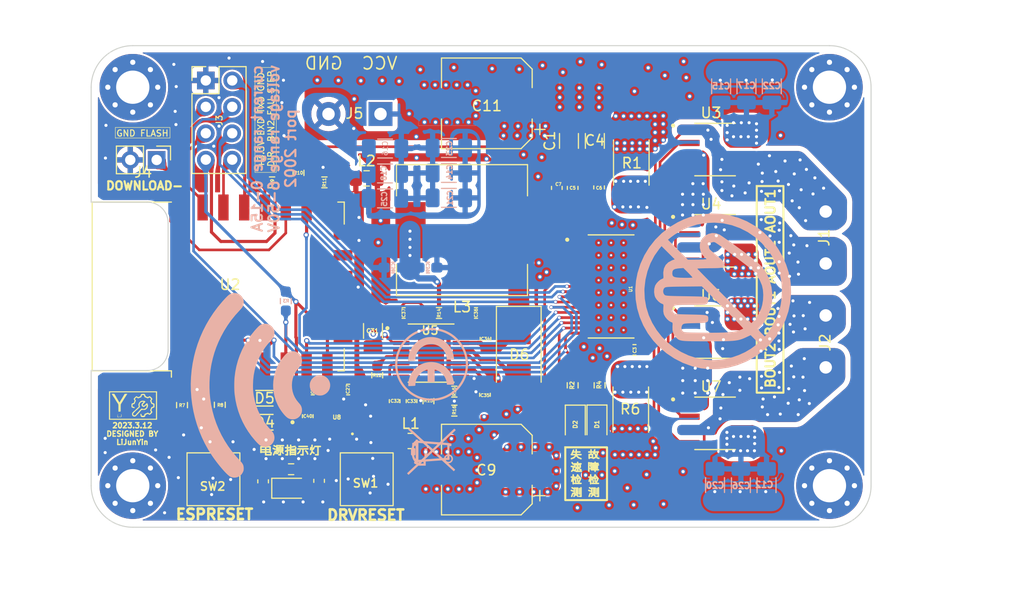
<source format=kicad_pcb>
(kicad_pcb (version 20211014) (generator pcbnew)
  (layers (0 "F.Cu" signal) (1 "In1.Cu" power) (2 "In2.Cu" power) (31 "B.Cu" signal) (34 "B.Paste" user) (35 "F.Paste" user) (36 "B.SilkS" user "B.Silkscreen") (37 "F.SilkS" user "F.Silkscreen") (38 "B.Mask" user) (39 "F.Mask" user) (44 "Edge.Cuts" user))
  (net 0 "")
  (net 1 "GND")
  (net 2 "+VSW")
  (net 3 "+3.3V")
  (net 4 "Net-(C2-Pad2)")
  (net 5 "Net-(C3-Pad1)")
  (net 6 "GNDPWR")
  (net 7 "Net-(C4-Pad2)")
  (net 8 "Net-(C5-Pad2)")
  (net 9 "Net-(C6-Pad1)")
  (net 10 "Net-(C6-Pad2)")
  (net 11 "Net-(C7-Pad2)")
  (net 12 "+5V")
  (net 13 "Net-(D1-Pad1)")
  (net 14 "Net-(D2-Pad1)")
  (net 15 "Net-(D3-Pad1)")
  (net 16 "Net-(D6-Pad2)")
  (net 17 "/AOUT1")
  (net 18 "/AOUT2")
  (net 19 "/BOUT1")
  (net 20 "/BOUT2")
  (net 21 "/RXD")
  (net 22 "/TXD")
  (net 23 "/STEP")
  (net 24 "/FAU")
  (net 25 "/BIN2")
  (net 26 "/DIR")
  (net 27 "/FLASH")
  (net 28 "/A1HS")
  (net 29 "/AISENP")
  (net 30 "/A2HS")
  (net 31 "/B1HS")
  (net 32 "/BISENP")
  (net 33 "/B2HS")
  (net 34 "/SDATO")
  (net 35 "/STA")
  (net 36 "Net-(R7-Pad2)")
  (net 37 "Net-(R8-Pad2)")
  (net 38 "/SLEEPn")
  (net 39 "/SCS")
  (net 40 "/A1LS")
  (net 41 "/A2LS")
  (net 42 "Net-(R12-Pad1)")
  (net 43 "Net-(R13-Pad2)")
  (net 44 "/B2LS")
  (net 45 "/B1LS")
  (net 48 "Net-(SW1-Pad3)")
  (net 49 "/BIN1")
  (net 50 "/SCLK")
  (net 51 "/SDATI")
  (net 61 "Net-(C19-Pad2)")
  (net 62 "Net-(C32-Pad1)")
  (net 63 "Net-(C32-Pad2)")
  (net 64 "Net-(C33-Pad1)")
  (net 65 "Net-(C34-Pad1)")
  (net 66 "Net-(C34-Pad2)")
  (net 67 "Net-(C35-Pad1)")
  (net 68 "Net-(C36-Pad2)")
  (net 69 "Net-(C37-Pad1)")
  (net 70 "Net-(C40-Pad1)")
  (footprint "RF_Module:ESP-12E" (layer "F.Cu") (at 112.2172 123.175 90)
    (fp_text reference "U2")
    (fp_text value "ESP-12F")
  )
  (footprint "Resistor_SMD:R_2512_6332Metric_Pad1.40x3.35mm_HandSolder" (layer "F.Cu") (at 151.892 135.0264 90)
    (fp_text reference "R6")
    (fp_text value "20m")
  )
  (footprint "Resistor_SMD:R_0603_1608Metric_Pad0.98x0.95mm_HandSolder" (layer "F.Cu") (at 134.9248 135.128 180)
    (fp_text reference "R16")
    (fp_text value "1.65K")
  )
  (footprint "Resistor_SMD:R_0603_1608Metric_Pad0.98x0.95mm_HandSolder" (layer "F.Cu") (at 117.3988 113.157)
    (fp_text reference "R9")
    (fp_text value "10K")
  )
  (footprint "OWN_Library:SOT94P279X129-5N" (layer "F.Cu") (at 123.7234 135.7641 180)
    (fp_text reference "U8")
    (fp_text value "RT9193-33GB")
  )
  (footprint "Resistor_SMD:R_0603_1608Metric_Pad0.98x0.95mm_HandSolder" (layer "F.Cu") (at 132.4356 134.2117 90)
    (fp_text reference "R13")
    (fp_text value "21k")
  )
  (footprint "Capacitor_SMD:C_0603_1608Metric_Pad1.08x0.95mm_HandSolder" (layer "F.Cu") (at 116.5352 141.932 90)
    (fp_text reference "C19" hide)
    (fp_text value "10nF")
  )
  (footprint "Resistor_SMD:R_0603_1608Metric_Pad0.98x0.95mm_HandSolder" (layer "F.Cu") (at 134.9248 133.2992)
    (fp_text reference "R15")
    (fp_text value "5.11K")
  )
  (footprint "OWN_Library:SOIC127P599X175-8N" (layer "F.Cu") (at 160 136.35)
    (fp_text reference "U7")
    (fp_text value "CSD88537ND")
  )
  (footprint "Capacitor_SMD:C_0603_1608Metric_Pad1.08x0.95mm_HandSolder" (layer "F.Cu") (at 129.1844 134.2136 -90)
    (fp_text reference "C32")
    (fp_text value "1uF")
  )
  (footprint "OWN_Library:IC_DRV8711DCP" (layer "F.Cu") (at 150 123.175)
    (fp_text reference "U1")
    (fp_text value "DRV8711")
  )
  (footprint "Capacitor_SMD:CP_Elec_8x10.5" (layer "F.Cu") (at 138.05 140.8 180)
    (fp_text reference "C9")
    (fp_text value "C_Polarized_US")
  )
  (footprint "Resistor_SMD:R_2512_6332Metric_Pad1.40x3.35mm_HandSolder" (layer "F.Cu") (at 151.9428 111.252 -90)
    (fp_text reference "R1")
    (fp_text value "20m")
  )
  (footprint "LED_SMD:LED_0805_2012Metric_Pad1.15x1.40mm_HandSolder" (layer "F.Cu") (at 119.2276 142.5956)
    (fp_text reference "D3" hide)
    (fp_text value "LED")
  )
  (footprint "Capacitor_SMD:C_0603_1608Metric_Pad1.08x0.95mm_HandSolder" (layer "F.Cu") (at 137.0076 125.73 180)
    (fp_text reference "C36")
    (fp_text value "330pF")
  )
  (footprint "Capacitor_SMD:C_0603_1608Metric_Pad1.08x0.95mm_HandSolder" (layer "F.Cu") (at 152.2476 129.286 180)
    (fp_text reference "C3")
    (fp_text value "1nF")
  )
  (footprint "OWN_Library:螺钉式接线端子5.0" (layer "F.Cu") (at 125.3236 106.5784 180)
    (fp_text reference "J5")
    (fp_text value "Conn_01x02_Female")
  )
  (footprint "Capacitor_SMD:C_0603_1608Metric_Pad1.08x0.95mm_HandSolder" (layer "F.Cu") (at 120.8278 135.6614 -90)
    (fp_text reference "C40")
    (fp_text value "22pF")
  )
  (footprint "Capacitor_SMD:C_0603_1608Metric_Pad1.08x0.95mm_HandSolder" (layer "F.Cu") (at 144.78 113.6904 -90)
    (fp_text reference "C7")
    (fp_text value "1uF")
  )
  (footprint "Mounting_Holes:MountingHole_3.2mm_M3_Pad_Via" (layer "F.Cu") (at 171 142.35)
    (fp_text reference "REF**")
    (fp_text value "MountingHole_3.2mm_M3_Pad_Via")
  )
  (footprint "LED_SMD:LED_0805_2012Metric_Pad1.15x1.40mm_HandSolder" (layer "F.Cu") (at 146.558 136.4578 -90)
    (fp_text reference "D2")
    (fp_text value "LED")
  )
  (footprint "Mounting_Holes:MountingHole_3.2mm_M3_Pad_Via" (layer "F.Cu") (at 104 104)
    (fp_text reference "REF**")
    (fp_text value "MountingHole_3.2mm_M3_Pad_Via")
  )
  (footprint "Logo:wifi" (layer "F.Cu") (at 116.217383 132.62114 90)
    (fp_text reference "G***")
    (fp_text value "LOGO" hide)
  )
  (footprint "Capacitor_SMD:C_0603_1608Metric_Pad1.08x0.95mm_HandSolder" (layer "F.Cu") (at 146.304 113.6904 -90)
    (fp_text reference "C5")
    (fp_text value "0.1uF")
  )
  (footprint "Capacitor_SMD:C_0603_1608Metric_Pad1.08x0.95mm_HandSolder" (layer "F.Cu") (at 137.922 128.2192 90)
    (fp_text reference "C34")
    (fp_text value "22nF")
  )
  (footprint "Resistor_SMD:R_0603_1608Metric_Pad0.98x0.95mm_HandSolder" (layer "F.Cu") (at 133.4516 125.73)
    (fp_text reference "R14")
    (fp_text value "10")
  )
  (footprint "Connector_PinHeader_2.54mm:PinHeader_2x04_P2.54mm_Vertical" (layer "F.Cu") (at 111.025 103.35)
    (fp_text reference "J3")
    (fp_text value "Conn_02x04_Top_Bottom")
  )
  (footprint "Resistor_SMD:R_0603_1608Metric_Pad0.98x0.95mm_HandSolder" (layer "F.Cu") (at 119.2276 140.7668)
    (fp_text reference "R5" hide)
    (fp_text value "10K")
  )
  (footprint "Capacitor_SMD:C_1206_3216Metric_Pad1.33x1.80mm_HandSolder" (layer "F.Cu") (at 148.4376 109.1703 -90)
    (fp_text reference "C4")
    (fp_text value "1uF")
  )
  (footprint "OWN_Library:DIO_LL4148-13" (layer "F.Cu") (at 116.6622 136.2456 180)
    (fp_text reference "D4")
    (fp_text value "BZM55Bxx")
  )
  (footprint "OWN_Library:螺钉式接线端子5.0" (layer "F.Cu") (at 170.6396 128.4652 90)
    (fp_text reference "J2")
    (fp_text value "Conn_01x02")
  )
  (footprint "Capacitor_SMD:C_0805_2012Metric_Pad1.18x1.45mm_HandSolder" (layer "F.Cu") (at 130.7338 138.049)
    (fp_text reference "L1")
    (fp_text value "L")
  )
  (footprint "Capacitor_SMD:C_1206_3216Metric_Pad1.33x1.80mm_HandSolder" (layer "F.Cu") (at 145.9484 109.1692 90)
    (fp_text reference "C1")
    (fp_text value "1uF")
  )
  (footprint "Resistor_SMD:R_0603_1608Metric_Pad0.98x0.95mm_HandSolder" (layer "F.Cu") (at 127.508 131.7244 -90)
    (fp_text reference "R12")
    (fp_text value "21k")
  )
  (footprint "Resistor_SMD:R_0603_1608Metric_Pad0.98x0.95mm_HandSolder" (layer "F.Cu") (at 122.4299 113.157)
    (fp_text reference "R11")
    (fp_text value "10K")
  )
  (footprint "OWN_Library:SOIC127P599X175-8N" (layer "F.Cu") (at 160 127.566666)
    (fp_text reference "U6")
    (fp_text value "CSD88537ND")
  )
  (footprint "Resistor_SMD:R_0603_1608Metric_Pad0.98x0.95mm_HandSolder" (layer "F.Cu") (at 108.7374 134.5965 90)
    (fp_text reference "R7")
    (fp_text value "10K")
  )
  (footprint "Resistor_SMD:R_0603_1608Metric_Pad0.98x0.95mm_HandSolder" (layer "F.Cu") (at 119.9388 112.2426 90)
    (fp_text reference "R10")
    (fp_text value "10K")
  )
  (footprint "OWN_Library:SOP65P640X120-17N" (layer "F.Cu") (at 132.6896 129.5908)
    (fp_text reference "U5")
    (fp_text value "LM5575MH")
  )
  (footprint "OWN_Library:SOIC127P599X175-8N" (layer "F.Cu") (at 160 118.783333)
    (fp_text reference "U4")
    (fp_text value "CSD88537ND")
  )
  (footprint "Capacitor_SMD:C_1206_3216Metric_Pad1.33x1.80mm_HandSolder" (layer "F.Cu") (at 127.1016 127.4572 90)
    (fp_text reference "C31")
    (fp_text value "1uF")
  )
  (footprint "Capacitor_SMD:C_0603_1608Metric_Pad1.08x0.95mm_HandSolder" (layer "F.Cu") (at 121.3104 133.096)
    (fp_text reference "C28")
    (fp_text value "10nF")
  )
  (footprint "Capacitor_SMD:C_0603_1608Metric_Pad1.08x0.95mm_HandSolder" (layer "F.Cu") (at 148.844 113.6407 90)
    (fp_text reference "C6")
    (fp_text value "0.1uF")
  )
  (footprint "Resistor_SMD:R_0603_1608Metric_Pad0.98x0.95mm_HandSolder" (layer "F.Cu") (at 112.3696 134.5692 90)
    (fp_text reference "R8")
    (fp_text value "10K")
  )
  (footprint "Mounting_Holes:MountingHole_3.2mm_M3_Pad_Via" (layer "F.Cu") (at 171 104)
    (fp_text reference "REF**")
    (fp_text value "MountingHole_3.2mm_M3_Pad_Via")
  )
  (footprint "Capacitor_SMD:C_0603_1608Metric_Pad1.08x0.95mm_HandSolder" (layer "F.Cu") (at 137.8712 133.604 -90)
    (fp_text reference "C35")
    (fp_text value "10nF")
  )
  (footprint "Connector_PinHeader_2.54mm:PinHeader_1x02_P2.54mm_Vertical" (layer "F.Cu") (at 106.299 110.998 -90)
    (fp_text reference "J4")
    (fp_text value "Conn_01x02")
  )
  (footprint "Inductor_SMD:L_12x12mm_H8mm" (layer "F.Cu") (at 135.6614 117.7544 180)
    (fp_text reference "L3")
    (fp_text value "INDUCTOR")
  )
  (footprint "Mounting_Holes:MountingHole_3.2mm_M3_Pad_Via" (layer "F.Cu") (at 104 142.35)
    (fp_text reference "REF**")
    (fp_text value "MountingHole_3.2mm_M3_Pad_Via")
  )
  (footprint "Logo:logo1" (layer "F.Cu") (at 103.9876 134.62)
    (fp_text reference "G***")
    (fp_text value "LOGO" hide)
  )
  (footprint "OWN_Library:SOIC127P599X175-8N" (layer "F.Cu") (at 160 110)
    (fp_text reference "U3")
    (fp_text value "CSD88537ND")
  )
  (footprint "Capacitor_SMD:C_0805_2012Metric_Pad1.18x1.45mm_HandSolder" (layer "F.Cu") (at 126.4881 112.776)
    (fp_text reference "L2")
    (fp_text value "L")
  )
  (footprint "Capacitor_SMD:C_0603_1608Metric_Pad1.08x0.95mm_HandSolder" (layer "F.Cu") (at 130.048 125.73 180)
    (fp_text reference "C37")
    (fp_text value "470n")
  )
  (footprint "Capacitor_SMD:CP_Elec_8x10.5" (layer "F.Cu") (at 138.05 105.55 180)
    (fp_text reference "C11")
    (fp_text value "C_Polarized_US")
  )
  (footprint "Resistor_SMD:R_0603_1608Metric_Pad0.98x0.95mm_HandSolder" (layer "F.Cu") (at 148.8948 132.6915 90)
    (fp_text reference "R4")
    (fp_text value "330")
  )
  (footprint "Capacitor_SMD:C_0603_1608Metric_Pad1.08x0.95mm_HandSolder" (layer "F.Cu") (at 130.81 134.2136 -90)
    (fp_text reference "C33")
    (fp_text value "470pF")
  )
  (footprint "Resistor_SMD:R_0603_1608Metric_Pad0.98x0.95mm_HandSolder" (layer "F.Cu") (at 146.304 132.6915 90)
    (fp_text reference "R2")
    (fp_text value "330")
  )
  (footprint "OWN_Library:螺钉式接线端子5.0" (layer "F.Cu") (at 170.6372 118.4656 90)
    (fp_text reference "J1")
    (fp_text value "Conn_01x02")
  )
  (footprint "OWN_Library:KEY-SMD_4P-L5.2-W5.2" (layer "F.Cu") (at 126.5 141.732)
    (fp_text reference "SW1")
    (fp_text value "轻触开关")
  )
  (footprint "Capacitor_SMD:C_0603_1608Metric_Pad1.08x0.95mm_HandSolder" (layer "F.Cu") (at 121.92 141.8844 90)
    (fp_text reference "C2" hide)
    (fp_text value "10nF")
  )
  (footprint "OWN_Library:DIO_LL4148-13" (layer "F.Cu") (at 116.6622 133.9342 180)
    (fp_text reference "D5")
    (fp_text value "BZM55Bxx")
  )
  (footprint "Diode_SMD:D_SMB_Handsoldering" (layer "F.Cu") (at 141.1224 129.6924 -90)
    (fp_text reference "D6")
    (fp_text value "1N5711")
  )
  (footprint "Capacitor_SMD:C_0603_1608Metric_Pad1.08x0.95mm_HandSolder" (layer "F.Cu") (at 124.714 133.096 180)
    (fp_text reference "C27")
    (fp_text value "0.1uF")
  )
  (footprint "LED_SMD:LED_0805_2012Metric_Pad1.15x1.40mm_HandSolder" (layer "F.Cu") (at 148.6408 136.4488 -90)
    (fp_text reference "D1")
    (fp_text value "LED")
  )
  (footprint "OWN_Library:KEY-SMD_4P-L5.2-W5.2" (layer "F.Cu") (at 111.76 141.732)
    (fp_text reference "SW2")
    (fp_text value "轻触开关")
  )
  (footprint "Capacitor_SMD:C_0603_1608Metric_Pad1.08x0.95mm_HandSolder" (layer "B.Cu") (at 129.032 121.3612 180)
    (fp_text reference "C38")
    (fp_text value "10uF")
  )
  (footprint "Capacitor_SMD:C_1206_3216Metric_Pad1.33x1.80mm_HandSolder" (layer "B.Cu") (at 162.4838 142.3039 -90)
    (fp_text reference "C26")
    (fp_text value "1nF")
  )
  (footprint "Logo:ce" (layer "B.Cu") (at 132.4356 130.5306 -90)
    (fp_text reference "G***")
    (fp_text value "LOGO" hide)
  )
  (footprint "Capacitor_SMD:C_1206_3216Metric_Pad1.33x1.80mm_HandSolder" (layer "B.Cu") (at 134.4 114.65)
    (fp_text reference "C21")
    (fp_text value "1nF")
  )
  (footprint "Capacitor_SMD:C_1206_3216Metric_Pad1.33x1.80mm_HandSolder" (layer "B.Cu") (at 164.9476 142.3039 -90)
    (fp_text reference "C12")
    (fp_text value "1nF")
  )
  (footprint "Capacitor_SMD:C_1206_3216Metric_Pad1.33x1.80mm_HandSolder" (layer "B.Cu") (at 134.4 112.25)
    (fp_text reference "C14")
    (fp_text value "1nF")
  )
  (footprint "Capacitor_SMD:C_0603_1608Metric_Pad1.08x0.95mm_HandSolder" (layer "B.Cu") (at 132.3848 121.3612)
    (fp_text reference "C39")
    (fp_text value "10uF")
  )
  (footprint "Resistor_SMD:R_0603_1608Metric_Pad0.98x0.95mm_HandSolder" (layer "B.Cu") (at 118.7196 124.587 -90)
    (fp_text reference "R3")
    (fp_text value "3.3K")
  )
  (footprint "Capacitor_SMD:C_1206_3216Metric_Pad1.33x1.80mm_HandSolder" (layer "B.Cu") (at 128.25 112.3 180)
    (fp_text reference "C18")
    (fp_text value "1nF")
  )
  (footprint "Capacitor_SMD:C_1206_3216Metric_Pad1.33x1.80mm_HandSolder" (layer "B.Cu") (at 163.0172 103.9114 90)
    (fp_text reference "C17")
    (fp_text value "1nF")
  )
  (footprint "Capacitor_SMD:C_1206_3216Metric_Pad1.33x1.80mm_HandSolder" (layer "B.Cu") (at 160.5788 103.9114 90)
    (fp_text reference "C15")
    (fp_text value "1nF")
  )
  (footprint "Capacitor_SMD:C_1206_3216Metric_Pad1.33x1.80mm_HandSolder" (layer "B.Cu") (at 159.9946 142.2908 -90)
    (fp_text reference "C20")
    (fp_text value "1nF")
  )
  (footprint "Capacitor_SMD:C_1206_3216Metric_Pad1.33x1.80mm_HandSolder" (layer "B.Cu") (at 134.4 109.85)
    (fp_text reference "C23")
    (fp_text value "1nF")
  )
  (footprint "Logo:do not touch" (layer "B.Cu") (at 159.8168 123.6472 -90)
    (fp_text reference "G***")
    (fp_text value "LOGO" hide)
  )
  (footprint "Logo:不可回收" (layer "B.Cu") (at 132.235898 139.034383 -90)
    (fp_text reference "G***")
    (fp_text value "LOGO" hide)
  )
  (footprint "Capacitor_SMD:C_1206_3216Metric_Pad1.33x1.80mm_HandSolder" (layer "B.Cu") (at 128.25 114.7 180)
    (fp_text reference "C25")
    (fp_text value "1nF")
  )
  (footprint "Capacitor_SMD:C_1206_3216Metric_Pad1.33x1.80mm_HandSolder" (layer "B.Cu") (at 128.2625 109.9 180)
    (fp_text reference "C16")
    (fp_text value "1nF")
  )
  (footprint "Capacitor_SMD:C_1206_3216Metric_Pad1.33x1.80mm_HandSolder" (layer "B.Cu") (at 165.4556 103.9114 90)
    (fp_text reference "C22")
    (fp_text value "1nF")
  )
  (gr_rect (start 145.5928 138.6586) (end 149.606 143.7386) (layer "F.SilkS") (width 0.2) (fill none))
  (gr_rect (start 164.0078 113.5126) (end 166.5732 133.4008) (layer "F.SilkS") (width 0.2) (fill none))
  (gr_rect (start 115.75 102.1) (end 117.8 112.2) (layer "F.SilkS") (width 0.05) (fill none))
  (gr_rect (start 102.3239 107.8738) (end 107.5817 108.8898) (layer "F.SilkS") (width 0.05) (fill none))
  (gr_line locked (start 175 104) (end 175 142.35) (layer "Edge.Cuts") (width 0.1))
  (gr_line locked (start 171 146.35) (end 104 146.35) (layer "Edge.Cuts") (width 0.1))
  (gr_arc locked (start 100 104) (mid 101.171573 101.171573) (end 104 100) (layer "Edge.Cuts") (width 0.1))
  (gr_arc locked (start 175 142.35) (mid 173.828427 145.178427) (end 171 146.35) (layer "Edge.Cuts") (width 0.1))
  (gr_line locked (start 107.4 117.062) (end 107.4 129.2672) (layer "Edge.Cuts") (width 0.1))
  (gr_line locked (start 100 115.062) (end 100 104) (layer "Edge.Cuts") (width 0.1))
  (gr_arc locked (start 107.4 129.2672) (mid 106.814214 130.681414) (end 105.4 131.2672) (layer "Edge.Cuts") (width 0.1))
  (gr_line locked (start 104 100) (end 171.0182 99.9998) (layer "Edge.Cuts") (width 0.1))
  (gr_arc locked (start 104 146.35) (mid 101.171573 145.178427) (end 100 142.35) (layer "Edge.Cuts") (width 0.1))
  (gr_line locked (start 105.4 131.2672) (end 100 131.2672) (layer "Edge.Cuts") (width 0.1))
  (gr_arc locked (start 171 100) (mid 173.828427 101.171573) (end 175 104) (layer "Edge.Cuts") (width 0.1))
  (gr_arc locked (start 105.4 115.062) (mid 106.814214 115.647786) (end 107.4 117.062) (layer "Edge.Cuts") (width 0.1))
  (gr_line locked (start 100 142.35) (end 100 131.2672) (layer "Edge.Cuts") (width 0.1))
  (gr_line locked (start 105.4 115.062) (end 100 115.062) (layer "Edge.Cuts") (width 0.1))
  (gr_text "current range 0-15A\nvoltage range 6-50V\nport 2002\n" (at 117.5766 109.9058 90) (layer "B.SilkS") (effects (font (size 1 1) (thickness 0.2)) (justify mirror)))
  (gr_text "DIR  BIN2 FAU STEP" (at 117.3 107.0356 90) (layer "F.SilkS") (effects (font (size 0.6 0.6) (thickness 0.1))))
  (gr_text "VCC  GND" (at 125 101.7) (layer "F.SilkS") (effects (font (size 1.2 1.2)) (justify mirror)))
  (gr_text "失 故\n速 障\n检 检\n测 测" (at 147.4978 141.224) (layer "F.SilkS") (effects (font (size 0.75 0.75))))
  (gr_text "ESPRESET" (at 111.8616 145.1102) (layer "F.SilkS") (effects (font (size 1 1) (thickness 0.25))))
  (gr_text "DOWNLOAD-" (at 105.1306 113.4872) (layer "F.SilkS") (effects (font (size 0.8 0.8) (thickness 0.2))))
  (gr_text "BOUT2 BOUT1 AOUT2 AOUT1" (at 165.3286 123.3678 90) (layer "F.SilkS") (effects (font (size 0.9 0.9) (thickness 0.2))))
  (gr_text "电源指示灯" (at 119.2022 139.0142) (layer "F.SilkS") (effects (font (size 0.8 0.8))))
  (gr_text "GND FLASH" (at 104.9274 108.4326) (layer "F.SilkS") (effects (font (size 0.6 0.6) (thickness 0.1))))
  (gr_text "2023.3.12\nDESIGNED BY\nLiJunYin" (at 103.9622 137.3632) (layer "F.SilkS") (effects (font (size 0.5 0.5) (thickness 0.125))))
  (gr_text "+3.3V EXD TXD GND" (at 116.332 107.188 90) (layer "F.SilkS") (effects (font (size 0.6 0.6) (thickness 0.1))))
  (gr_text "DRVRESET" (at 126.4158 145.1864) (layer "F.SilkS") (effects (font (size 1 1) (thickness 0.25))))
  (segment (start 122.7172 115.575) (end 123.3424 114.9498) (width 0.25) (layer "F.Cu") (net 1))
  (segment (start 119.8626 133.731) (end 119.8626 135.5587) (width 0.25) (layer "F.Cu") (net 1))
  (segment (start 131.699 134.1628) (end 131.699 134.3876) (width 0.25) (layer "F.Cu") (net 1))
  (segment (start 131.699 134.3876) (end 132.4356 135.1242) (width 0.25) (layer "F.Cu") (net 1))
  (segment (start 114.7122 136.2456) (end 116.4082 136.2456) (width 0.25) (layer "F.Cu") (net 1))
  (segment (start 136.656778 131.8658) (end 135.5596 131.8658) (width 0.25) (layer "F.Cu") (net 1))
  (segment (start 119.8626 135.5587) (end 120.8278 136.5239) (width 0.25) (layer "F.Cu") (net 1))
  (segment (start 135.8373 135.1261) (end 134.9248 134.2136) (width 0.25) (layer "F.Cu") (net 1))
  (segment (start 125.4506 112.776) (end 123.7234 112.776) (width 0.254) (layer "F.Cu") (net 1))
  (segment (start 137.8712 134.181261) (end 137.8712 134.4665) (width 0.25) (layer "F.Cu") (net 1))
  (segment (start 132.6896 125.8805) (end 132.6896 129.5908) (width 0.25) (layer "F.Cu") (net 1))
  (segment (start 137.002386 133.312447) (end 137.8712 134.181261) (width 0.25) (layer "F.Cu") (net 1))
  (segment (start 130.81 135.0518) (end 131.699 134.1628) (width 0.25) (layer "F.Cu") (net 1))
  (segment (start 120.4479 133.096) (end 120.4479 133.1457) (width 0.25) (layer "F.Cu") (net 1))
  (segment (start 114.7122 133.9342) (end 114.7122 136.2456) (width 0.25) (layer "F.Cu") (net 1))
  (segment (start 114.7064 136.2514) (end 114.7064 138.049) (width 0.25) (layer "F.Cu") (net 1))
  (segment (start 120.4479 133.1457) (end 119.8626 133.731) (width 0.25) (layer "F.Cu") (net 1))
  (segment (start 132.5391 125.7065) (end 132.5391 125.73) (width 0.25) (layer "F.Cu") (net 1))
  (segment (start 135.8373 135.128) (end 135.8373 135.1261) (width 0.25) (layer "F.Cu") (net 1))
  (segment (start 114.7122 136.2456) (end 113.0046 136.2456) (width 0.25) (layer "F.Cu") (net 1))
  (segment (start 125.4506 112.776) (end 124.3838 111.7092) (width 0.254) (layer "F.Cu") (net 1))
  (segment (start 136.8806 133.190661) (end 137.002386 133.312447) (width 0.25) (layer "F.Cu") (net 1))
  (segment (start 130.81 135.0761) (end 130.81 135.0518) (width 0.25) (layer "F.Cu") (net 1))
  (segment (start 114.7122 136.2456) (end 114.7064 136.2514) (width 0.25) (layer "F.Cu") (net 1))
  (segment (start 123.3424 114.9498) (end 123.3424 113.157) (width 0.25) (layer "F.Cu") (net 1))
  (segment (start 114.7122 133.9342) (end 116.84 133.9342) (width 0.25) (layer "F.Cu") (net 1))
  (segment (start 124.3838 111.7092) (end 122.301 111.7092) (width 0.254) (layer "F.Cu") (net 1))
  (segment (start 132.5391 125.73) (end 132.6896 125.8805) (width 0.25) (layer "F.Cu") (net 1))
  (segment (start 136.8806 132.089622) (end 136.8806 133.190661) (width 0.25) (layer "F.Cu") (net 1))
  (segment (start 136.824989 132.034011) (end 136.656778 131.8658) (width 0.25) (layer "F.Cu") (net 1))
  (segment (start 130.1761 124.7394) (end 131.572 124.7394) (width 0.25) (layer "F.Cu") (net 1))
  (segment (start 136.824989 132.034011) (end 136.8806 132.089622) (width 0.25) (layer "F.Cu") (net 1))
  (segment (start 129.1855 125.73) (end 130.1761 124.7394) (width 0.25) (layer "F.Cu") (net 1))
  (segment (start 123.7234 112.776) (end 123.3424 113.157) (width 0.254) (layer "F.Cu") (net 1))
  (segment (start 131.572 124.7394) (end 132.5391 125.7065) (width 0.25) (layer "F.Cu") (net 1))
  (via (at 118.482533 143.9164) (size 0.5) (drill 0.3) (layers "F.Cu" "B.Cu") (net 1))
  (via (at 124.714 141.7066) (size 0.5) (drill 0.3) (layers "F.Cu" "B.Cu") (net 1))
  (via (at 108.1786 103.9368) (size 0.5) (drill 0.3) (layers "F.Cu" "B.Cu") (net 1))
  (via (at 131.699 134.1628) (size 0.5) (drill 0.3) (layers "F.Cu" "B.Cu") (net 1))
  (via (at 101.4222 107.6706) (size 0.5) (drill 0.3) (layers "F.Cu" "B.Cu") (net 1))
  (via (at 108.1532 107.5944) (size 0.5) (drill 0.3) (layers "F.Cu" "B.Cu") (net 1))
  (via (at 116.8146 139.7508) (size 0.5) (drill 0.3) (layers "F.Cu" "B.Cu") (net 1))
  (via (at 124.2822 134.0104) (size 0.5) (drill 0.3) (layers "F.Cu" "B.Cu") (net 1))
  (via (at 118.491 103.3272) (size 0.5) (drill 0.3) (layers "F.Cu" "B.Cu") (net 1))
  (via (at 125.7554 118.745) (size 0.5) (drill 0.3) (layers "F.Cu" "B.Cu") (net 1))
  (via (at 110.1852 133.096) (size 0.5) (drill 0.3) (layers "F.Cu" "B.Cu") (net 1))
  (via (at 113.2586 101.1936) (size 0.5) (drill 0.3) (layers "F.Cu" "B.Cu") (net 1))
  (via (at 111.7092 141.6304) (size 0.5) (drill 0.3) (layers "F.Cu" "B.Cu") (net 1))
  (via (at 118.380933 139.7508) (size 0.5) (drill 0.3) (layers "F.Cu" "B.Cu") (net 1))
  (via (at 113.6396 138.1252) (size 0.5) (drill 0.3) (layers "F.Cu" "B.Cu") (net 1))
  (via (at 119.947266 137.9474) (size 0.5) (drill 0.3) (layers "F.Cu" "B.Cu") (net 1))
  (via (at 122.301 111.7092) (size 0.5) (drill 0.3) (layers "F.Cu" "B.Cu") (net 1))
  (via (at 125.7554 116.5352) (size 0.5) (drill 0.3) (layers "F.Cu" "B.Cu") (net 1))
  (via (at 118.3386 105.4862) (size 0.5) (drill 0.3) (layers "F.Cu" "B.Cu") (net 1))
  (via (at 112.2934 105.0036) (size 0.5) (drill 0.3) (layers "F.Cu" "B.Cu") (net 1))
  (via (at 101.3714 110.8202) (size 0.5) (drill 0.3) (layers "F.Cu" "B.Cu") (net 1))
  (via (at 121.5136 137.9474) (size 0.5) (drill 0.3) (layers "F.Cu" "B.Cu") (net 1))
  (via (at 136.824989 132.034011) (size 0.5) (drill 0.3) (layers "F.Cu" "B.Cu") (net 1))
  (via (at 116.4844 101.5238) (size 0.5) (drill 0.3) (layers "F.Cu" "B.Cu") (net 1))
  (via (at 101.346 139.1666) (size 0.5) (drill 0.3) (layers "F.Cu" "B.Cu") (net 1))
  (via (at 122.7836 138.9634) (size 0.5) (drill 0.3) (layers "F.Cu" "B.Cu") (net 1))
  (via (at 126.3904 134.5692) (size 0.5) (drill 0.3) (layers "F.Cu" "B.Cu") (net 1))
  (via (at 119.947266 139.7508) (size 0.5) (drill 0.3) (layers "F.Cu" "B.Cu") (net 1))
  (via (at 101.346 137.795) (size 0.5) (drill 0.3) (layers "F.Cu" "B.Cu") (net 1))
  (via (at 111.7854 109.6772) (size 0.5) (drill 0.3) (layers "F.Cu" "B.Cu") (net 1))
  (via (at 107.95 101.8032) (size 0.5) (drill 0.3) (layers "F.Cu" "B.Cu") (net 1))
  (via (at 118.380933 137.9474) (size 0.5) (drill 0.3) (layers "F.Cu" "B.Cu") (net 1))
  (via (at 106.1974 138.9126) (size 0.5) (drill 0.3) (layers "F.Cu" "B.Cu") (net 1))
  (via (at 112.2934 107.7468) (size 0.5) (drill 0.3) (layers "F.Cu" "B.Cu") (net 1))
  (via (at 127.1524 141.4526) (size 0.5) (drill 0.3) (layers "F.Cu" "B.Cu") (net 1))
  (via (at 111.4298 138.1252) (size 0.5) (drill 0.3) (layers "F.Cu" "B.Cu") (net 1))
  (via (at 133.279229 127.226893) (size 0.5) (drill 0.3) (layers "F.Cu" "B.Cu") (net 1))
  (via (at 110.5916 136.779) (size 0.5) (drill 0.3) (layers "F.Cu" "B.Cu") (net 1))
  (via (at 125.5268 137.8712) (size 0.5) (drill 0.3) (layers "F.Cu" "B.Cu") (net 1))
  (via (at 107.4928 139.6238) (size 0.5) (drill 0.3) (layers "F.Cu" "B.Cu") (net 1))
  (via (at 108.077 106.3244) (size 0.5) (drill 0.3) (layers "F.Cu" "B.Cu") (net 1))
  (via (at 123.571 141.859) (size 0.5) (drill 0.3) (layers "F.Cu" "B.Cu") (net 1))
  (via (at 125.6792 123.2408) (size 0.5) (drill 0.3) (layers "F.Cu" "B.Cu") (net 1))
  (via (at 121.5136 139.7508) (size 0.5) (drill 0.3) (layers "F.Cu" "B.Cu") (net 1))
  (via (at 118.5418 108.6612) (size 0.5) (drill 0.3) (layers "F.Cu" "B.Cu") (net 1))
  (via (at 111.5822 143.2052) (size 0.5) (drill 0.3) (layers "F.Cu" "B.Cu") (net 1))
  (via (at 132.3086 127.2286) (size 0.5) (drill 0.3) (layers "F.Cu" "B.Cu") (net 1))
  (via (at 126.8984 138.2014) (size 0.5) (drill 0.3) (layers "F.Cu" "B.Cu") (net 1))
  (via (at 131.5212 127.4826) (size 0.5) (drill 0.3) (layers "F.Cu" "B.Cu") (net 1))
  (via (at 134.9248 134.2136) (size 0.5) (drill 0.3) (layers "F.Cu" "B.Cu") (net 1))
  (via (at 137.002386 133.312447) (size 0.5) (drill 0.3) (layers "F.Cu" "B.Cu") (net 1))
  (via (at 108.8898 137.4648) (size 0.5) (drill 0.3) (layers "F.Cu" "B.Cu") (net 1))
  (via (at 116.586 143.9164) (size 0.5) (drill 0.3) (layers "F.Cu" "B.Cu") (net 1))
  (via (at 120.379066 143.9164) (size 0.5) (drill 0.3) (layers "F.Cu" "B.Cu") (net 1))
  (via (at 122.2756 143.9164) (size 0.5) (drill 0.3) (layers "F.Cu" "B.Cu") (net 1))
  (via (at 126.873 135.6614) (size 0.5) (drill 0.3) (layers "F.Cu" "B.Cu") (net 1))
  (via (at 126.8222 143.0528) (size 0.5) (drill 0.3) (layers "F.Cu" "B.Cu") (net 1))
  (via (at 128.5494 142.2146) (size 0.5) (drill 0.3) (layers "F.Cu" "B.Cu") (net 1))
  (via (at 107.061 144.9578) (size 0.5) (drill 0.3) (layers "F.Cu" "B.Cu") (net 1))
  (via (at 122.936 137.8712) (size 0.5) (drill 0.3) (layers "F.Cu" "B.Cu") (net 1))
  (via (at 113.411 141.7574) (size 0.5) (drill 0.3) (layers "F.Cu" "B.Cu") (net 1))
  (via (at 115.6716 138.8618) (size 0.5) (drill 0.3) (layers "F.Cu" "B.Cu") (net 1))
  (via (at 116.8146 137.9474) (size 0.5) (drill 0.3) (layers "F.Cu" "B.Cu") (net 1))
  (via (at 110.8202 134.0104) (size 0.5) (drill 0.3) (layers "F.Cu" "B.Cu") (net 1))
  (via (at 127.0762 139.7254) (size 0.5) (drill 0.3) (layers "F.Cu" "B.Cu") (net 1))
  (via (at 108.3818 141.5796) (size 0.5) (drill 0.3) (layers "F.Cu" "B.Cu") (net 1))
  (segment (start 147.1 120.175) (end 145.960477 120.175) (width 0.254) (layer "F.Cu") (net 2))
  (segment (start 145.960477 120.175) (end 145.115 119.329523) (width 0.254) (layer "F.Cu") (net 2))
  (segment (start 127.1016 129.0197) (end 127.1016 128.9558) (width 0.254) (layer "F.Cu") (net 2))
  (segment (start 147.1232 115.940748) (end 147.1232 113.214894) (width 0.254) (layer "F.Cu") (net 2))
  (segment (start 145.115 119.329523) (end 145.115 117.948948) (width 0.254) (layer "F.Cu") (net 2))
  (segment (start 127.1016 128.9558) (end 128.2446 127.8128) (width 0.254) (layer "F.Cu") (net 2))
  (segment (start 129.029161 128.6158) (end 128.2446 127.831239) (width 0.254) (layer "F.Cu") (net 2))
  (segment (start 147.1754 113.162694) (end 147.1754 108.87) (width 0.254) (layer "F.Cu") (net 2))
  (segment (start 145.115 117.948948) (end 147.1232 115.940748) (width 0.254) (layer "F.Cu") (net 2))
  (segment (start 148.4376 107.6078) (end 145.9495 107.6078) (width 0.254) (layer "F.Cu") (net 2))
  (segment (start 147.1754 108.87) (end 148.4376 107.6078) (width 0.254) (layer "F.Cu") (net 2))
  (segment (start 145.9495 107.6078) (end 145.9484 107.6067) (width 0.254) (layer "F.Cu") (net 2))
  (segment (start 147.1232 113.214894) (end 147.1754 113.162694) (width 0.254) (layer "F.Cu") (net 2))
  (segment (start 128.2446 127.831239) (end 128.2446 127.8128) (width 0.254) (layer "F.Cu") (net 2))
  (segment (start 129.8196 128.6158) (end 129.029161 128.6158) (width 0.254) (layer "F.Cu") (net 2))
  (via (at 128.2446 127.8128) (size 0.5) (drill 0.3) (layers "F.Cu" "B.Cu") (net 2))
  (via (at 161.1376 137.219267) (size 0.5) (drill 0.3) (layers "F.Cu" "B.Cu") (net 2))
  (via (at 143.6878 107.7468) (size 0.5) (drill 0.3) (layers "F.Cu" "B.Cu") (net 2))
  (via (at 162.8394 124.5616) (size 0.5) (drill 0.3) (layers "F.Cu" "B.Cu") (net 2))
  (via (at 163.7792 125.0442) (size 0.5) (drill 0.3) (layers "F.Cu" "B.Cu") (net 2))
  (via (at 142.2908 108.6612) (size 0.5) (drill 0.3) (layers "F.Cu" "B.Cu") (net 2))
  (via (at 163.193713 137.616333) (size 0.5) (drill 0.3) (layers "F.Cu" "B.Cu") (net 2))
  (via (at 162.4838 126.3142) (size 0.5) (drill 0.3) (layers "F.Cu" "B.Cu") (net 2))
  (via (at 148.844 105.918) (size 0.5) (drill 0.3) (layers "F.Cu" "B.Cu") (net 2))
  (via (at 163.21405 120.0912) (size 0.5) (drill 0.3) (layers "F.Cu" "B.Cu") (net 2))
  (via (at 161.2138 120.0912) (size 0.5) (drill 0.3) (layers "F.Cu" "B.Cu") (net 2))
  (via (at 163.4744 124.5616) (size 0.5) (drill 0.3) (layers "F.Cu" "B.Cu") (net 2))
  (via (at 145.0594 104.0638) (size 0.5) (drill 0.3) (layers "F.Cu" "B.Cu") (net 2))
  (via (at 143.6116 108.6612) (size 0.5) (drill 0.3) (layers "F.Cu" "B.Cu") (net 2))
  (via (at 163.2204 121.9708) (size 0.5) (drill 0.3) (layers "F.Cu" "B.Cu") (net 2))
  (via (at 163.1188 138.9888) (size 0.5) (drill 0.3) (layers "F.Cu" "B.Cu") (net 2))
  (via (at 161.163 108.3691) (size 0.5) (drill 0.3) (layers "F.Cu" "B.Cu") (net 2))
  (via (at 163.2712 107.4166) (size 0.5) (drill 0.3) (layers "F.Cu" "B.Cu") (net 2))
  (via (at 163.8046 137.6934) (size 0.5) (drill 0.3) (layers "F.Cu" "B.Cu") (net 2))
  (via (at 161.7726 108.7628) (size 0.5) (drill 0.3) (layers "F.Cu" "B.Cu") (net 2))
  (via (at 144.7292 140.9192) (size 0.5) (drill 0.3) (layers "F.Cu" "B.Cu") (net 2))
  (via (at 148.844 105.0036) (size 0.5) (drill 0.3) (layers "F.Cu" "B.Cu") (net 2))
  (via (at 145.0594 105.918) (size 0.5) (drill 0.3) (layers "F.Cu" "B.Cu") (net 2))
  (via (at 161.1884 126.3142) (size 0.5) (drill 0.3) (layers "F.Cu" "B.Cu") (net 2))
  (via (at 139.980662 138.626719) (size 0.5) (drill 0.3) (layers "F.Cu" "B.Cu") (net 2))
  (via (at 139.7254 107.7468) (size 0.5) (drill 0.3) (layers "F.Cu" "B.Cu") (net 2))
  (via (at 161.7726 107.4166) (size 0.5) (drill 0.3) (layers "F.Cu" "B.Cu") (net 2))
  (via (at 140.97 108.6612) (size 0.5) (drill 0.3) (layers "F.Cu" "B.Cu") (net 2))
  (via (at 162.2044 124.5616) (size 0.5) (drill 0.3) (layers "F.Cu" "B.Cu") (net 2))
  (via (at 163.8046 137.0838) (size 0.5) (drill 0.3) (layers "F.Cu" "B.Cu") (net 2))
  (via (at 161.5694 124.5616) (size 0.5) (drill 0.3) (layers "F.Cu" "B.Cu") (net 2))
  (via (at 163.8046 138.303) (size 0.5) (drill 0.3) (layers "F.Cu" "B.Cu") (net 2))
  (via (at 162.4838 125.0442) (size 0.5) (drill 0.3) (layers "F.Cu" "B.Cu") (net 2))
  (via (at 163.8808 120.6754) (size 0.5) (drill 0.3) (layers "F.Cu" "B.Cu") (net 2))
  (via (at 146.9517 104.0638) (size 0.5) (drill 0.3) (layers "F.Cu" "B.Cu") (net 2))
  (via (at 161.24555 121.3866) (size 0.5) (drill 0.3) (layers "F.Cu" "B.Cu") (net 2))
  (via (at 161.8488 121.9962) (size 0.5) (drill 0.3) (layers "F.Cu" "B.Cu") (net 2))
  (via (at 161.9758 121.3866) (size 0.5) (drill 0.3) (layers "F.Cu" "B.Cu") (net 2))
  (via (at 141.1986 142.9512) (size 0.5) (drill 0.3) (layers "F.Cu" "B.Cu") (net 2))
  (via (at 148.844 104.0638) (size 0.5) (drill 0.3) (layers "F.Cu" "B.Cu") (net 2))
  (via (at 162.45205 138.9888) (size 0.5) (drill 0.3) (layers "F.Cu" "B.Cu") (net 2))
  (via (at 162.5854 121.9708) (size 0.5) (drill 0.3) (layers "F.Cu" "B.Cu") (net 2))
  (via (at 163.1315 125.0442) (size 0.5) (drill 0.3) (layers "F.Cu" "B.Cu") (net 2))
  (via (at 163.9824 108.139747) (size 0.5) (drill 0.3) (layers "F.Cu" "B.Cu") (net 2))
  (via (at 163.7792 126.3142) (size 0.5) (drill 0.3) (layers "F.Cu" "B.Cu") (net 2))
  (via (at 163.195 108.7628) (size 0.5) (drill 0.3) (layers "F.Cu" "B.Cu") (net 2))
  (via (at 162.5219 107.4166) (size 0.5) (drill 0.3) (layers "F.Cu" "B.Cu") (net 2))
  (via (at 161.7853 138.9888) (size 0.5) (drill 0.3) (layers "F.Cu" "B.Cu") (net 2))
  (via (at 162.4838 108.7628) (size 0.5) (drill 0.3) (layers "F.Cu" "B.Cu") (net 2))
  (via (at 163.7792 125.6792) (size 0.5) (drill 0.3) (layers "F.Cu" "B.Cu") (net 2))
  (via (at 146.9517 105.918) (size 0.5) (drill 0.3) (layers "F.Cu" "B.Cu") (net 2))
  (via (at 161.1884 125.6792) (size 0.5) (drill 0.3) (layers "F.Cu" "B.Cu") (net 2))
  (via (at 161.163 109.0676) (size 0.5) (drill 0.3) (layers "F.Cu" "B.Cu") (net 2))
  (via (at 163.78555 138.9888) (size 0.5) (drill 0.3) (layers "F.Cu" "B.Cu") (net 2))
  (via (at 142.689154 138.626719) (size 0.5) (drill 0.3) (layers "F.Cu" "B.Cu") (net 2))
  (via (at 145.0594 104.9782) (size 0.5) (drill 0.3) (layers "F.Cu" "B.Cu") (net 2))
  (via (at 161.1376 137.795) (size 0.5) (drill 0.3) (layers "F.Cu" "B.Cu") (net 2))
  (via (at 162.70605 121.3866) (size 0.5) (drill 0.3) (layers "F.Cu" "B.Cu") (net 2))
  (via (at 142.367 107.7468) (size 0.5) (drill 0.3) (layers "F.Cu" "B.Cu") (net 2))
  (via (at 163.9824 109.385854) (size 0.5) (drill 0.3) (layers "F.Cu" "B.Cu") (net 2))
  (via (at 161.7726 137.616333) (size 0.5) (drill 0.3) (layers "F.Cu" "B.Cu") (net 2))
  (via (at 141.334908 138.626719) (size 0.5) (drill 0.3) (layers "F.Cu" "B.Cu") (net 2))
  (via (at 161.88055 120.0912) (size 0.5) (drill 0.3) (layers "F.Cu" "B.Cu") (net 2))
  (via (at 161.8361 126.3142) (size 0.5) (drill 0.3) (layers "F.Cu" "B.Cu") (net 2))
  (via (at 161.1376 138.370733) (size 0.5) (drill 0.3) (layers "F.Cu" "B.Cu") (net 2))
  (via (at 163.9824 108.7628) (size 0.5) (drill 0.3) (layers "F.Cu" "B.Cu") (net 2))
  (via (at 163.1315 126.3142) (size 0.5) (drill 0.3) (layers "F.Cu" "B.Cu") (net 2))
  (via (at 163.8808 120.0912) (size 0.5) (drill 0.3) (layers "F.Cu" "B.Cu") (net 2))
  (via (at 161.8361 125.0442) (size 0.5) (drill 0.3) (layers "F.Cu" "B.Cu") (net 2))
  (via (at 161.11855 138.9888) (size 0.5) (drill 0.3) (layers "F.Cu" "B.Cu") (net 2))
  (via (at 164.16655 121.3866) (size 0.5) (drill 0.3) (layers "F.Cu" "B.Cu") (net 2))
  (via (at 162.483156 137.616333) (size 0.5) (drill 0.3) (layers "F.Cu" "B.Cu") (net 2))
  (via (at 161.1884 125.0442) (size 0.5) (drill 0.3) (layers "F.Cu" "B.Cu") (net 2))
  (via (at 144.7292 142.3924) (size 0.5) (drill 0.3) (layers "F.Cu" "B.Cu") (net 2))
  (via (at 139.6492 108.6612) (size 0.5) (drill 0.3) (layers "F.Cu" "B.Cu") (net 2))
  (via (at 146.9517 104.971007) (size 0.5) (drill 0.3) (layers "F.Cu" "B.Cu") (net 2))
  (via (at 144.0434 138.626719) (size 0.5) (drill 0.3) (layers "F.Cu" "B.Cu") (net 2))
  (via (at 143.891 142.9512) (size 0.5) (drill 0.3) (layers "F.Cu" "B.Cu") (net 2))
  (via (at 162.5473 120.0912) (size 0.5) (drill 0.3) (layers "F.Cu" "B.Cu") (net 2))
  (via (at 163.9062 121.9454) (size 0.5) (drill 0.3) (layers "F.Cu" "B.Cu") (net 2))
  (via (at 161.163 107.6706) (size 0.5) (drill 0.3) (layers "F.Cu" "B.Cu") (net 2))
  (via (at 144.7292 139.446) (size 0.5) (drill 0.3) (layers "F.Cu" "B.Cu") (net 2))
  (via (at 141.0462 107.7468) (size 0.5) (drill 0.3) (layers "F.Cu" "B.Cu") (net 2))
  (via (at 163.9824 107.516694) (size 0.5) (drill 0.3) (layers "F.Cu" "B.Cu") (net 2))
  (via (at 163.4363 121.3866) (size 0.5) (drill 0.3) (layers "F.Cu" "B.Cu") (net 2))
  (via (at 142.5448 142.9512) (size 0.5) (drill 0.3) (layers "F.Cu" "B.Cu") (net 2))
  (via (at 139.8524 142.9512) (size 0.5) (drill 0.3) (layers "F.Cu" "B.Cu") (net 2))
  (via (at 161.2138 120.7389) (size 0.5) (drill 0.3) (layers "F.Cu" "B.Cu") (net 2))
  (segment (start 132.8375 114.65) (end 132.8375 109.85) (width 0.3) (layer "B.Cu") (net 2))
  (segment (start 129.8125 109.2125) (end 129.8125 114.7) (width 0.3) (layer "B.Cu") (net 2))
  (segment (start 123.0499 142.7469) (end 124.067 143.764) (width 0.3) (layer "F.Cu") (net 3))
  (segment (start 117.3168 132.6388) (end 118.6122 133.9342) (width 0.3) (layer "F.Cu") (net 3))
  (segment (start 111.5672 117.9426) (end 112.4712 118.8466) (width 0.3) (layer "F.Cu") (net 3))
  (segment (start 144.0688 145.3896) (end 146.558 142.9004) (width 0.25) (layer "F.Cu") (net 3))
  (segment (start 122.8865 136.7041) (end 125.8824 139.7) (width 0.25) (layer "F.Cu") (net 3))
  (segment (start 146.558 137.4828) (end 148.6318 137.4828) (width 0.254) (layer "F.Cu") (net 3))
  (segment (start 111.5672 111.5122) (end 111.5672 117.9426) (width 0.3) (layer "F.Cu") (net 3))
  (segment (start 125.6926 145.3896) (end 144.0688 145.3896) (width 0.25) (layer "F.Cu") (net 3))
  (segment (start 123.4884 135.7191) (end 123.4884 133.4591) (width 0.4) (layer "F.Cu") (net 3))
  (segment (start 108.7374 135.509) (end 112.3423 135.509) (width 0.3) (layer "F.Cu") (net 3))
  (segment (start 122.5034 136.7041) (end 122.8865 136.7041) (width 0.25) (layer "F.Cu") (net 3))
  (segment (start 125.8824 141.9352) (end 124.067 143.7506) (width 0.25) (layer "F.Cu") (net 3))
  (segment (start 122.1729 132.506) (end 122.7172 131.9617) (width 1) (layer "F.Cu") (net 3))
  (segment (start 119.7356 132.3536) (end 118.6376 133.4516) (width 0.3) (layer "F.Cu") (net 3))
  (segment (start 112.3423 135.509) (end 112.3696 135.4817) (width 0.3) (layer "F.Cu") (net 3))
  (segment (start 118.6376 136.6208) (end 118.6376 135.7376) (width 0.4) (layer "F.Cu") (net 3))
  (segment (start 112.3696 135.4817) (end 113.3094 134.5419) (width 0.3) (layer "F.Cu") (net 3))
  (segment (start 121.7687 142.5956) (end 121.92 142.7469) (width 0.3) (layer "F.Cu") (net 3))
  (segment (start 120.2526 142.5956) (end 121.7687 142.5956) (width 0.3) (layer "F.Cu") (net 3))
  (segment (start 118.3113 113.157) (end 118.3113 112.9576) (width 0.254) (layer "F.Cu") (net 3))
  (segment (start 113.886918 132.6388) (end 117.3168 132.6388) (width 0.3) (layer "F.Cu") (net 3))
  (segment (start 124.067 143.7506) (end 124.067 143.764) (width 0.25) (layer "F.Cu") (net 3))
  (segment (start 118.6376 133.4516) (end 118.6376 135.7376) (width 0.4) (layer "F.Cu") (net 3))
  (segment (start 122.5034 136.7041) (end 123.4884 135.7191) (width 0.4) (layer "F.Cu") (net 3))
  (segment (start 122.7172 132.5517) (end 122.1729 133.096) (width 1) (layer "F.Cu") (net 3))
  (segment (start 119.6848 124.6378) (end 122.7172 127.6702) (width 0.3) (layer "F.Cu") (net 3))
  (segment (start 122.1729 133.096) (end 123.8515 133.096) (width 1) (layer "F.Cu") (net 3))
  (segment (start 112.4712 118.8466) (end 116.8654 118.8466) (width 0.3) (layer "F.Cu") (net 3))
  (segment (start 123.8515 133.096) (end 122.7172 131.9617) (width 1) (layer "F.Cu") (net 3))
  (segment (start 122.7172 127.6702) (end 122.7172 130.775) (width 0.3) (layer "F.Cu") (net 3))
  (segment (start 117.6782 118.0338) (end 117.6782 113.7901) (width 0.3) (layer "F.Cu") (net 3))
  (segment (start 124.067 143.764) (end 125.6926 145.3896) (width 0.25) (layer "F.Cu") (net 3))
  (segment (start 125.8824 139.7) (end 125.8824 141.9352) (width 0.25) (layer "F.Cu") (net 3))
  (segment (start 146.558 142.9004) (end 146.558 137.4828) (width 0.25) (layer "F.Cu") (net 3))
  (segment (start 122.7172 131.9617) (end 122.7172 130.775) (width 0.254) (layer "F.Cu") (net 3))
  (segment (start 118.3113 112.9576) (end 119.9388 111.3301) (width 0.254) (layer "F.Cu") (net 3))
  (segment (start 119.6848 128.0668) (end 119.7356 128.1176) (width 0.3) (layer "F.Cu") (net 3))
  (segment (start 148.6318 137.4828) (end 148.6408 137.4738) (width 0.254) (layer "F.Cu") (net 3))
  (segment (start 119.7356 128.1176) (end 119.7356 132.3536) (width 0.3) (layer "F.Cu") (net 3))
  (segment (start 111.025 110.97) (end 111.5672 111.5122) (width 0.3) (layer "F.Cu") (net 3))
  (segment (start 122.1729 133.096) (end 122.1729 132.506) (width 1) (layer "F.Cu") (net 3))
  (segment (start 122.7172 130.775) (end 122.7172 132.5517) (width 1) (layer "F.Cu") (net 3))
  (segment (start 113.3094 133.216318) (end 113.886918 132.6388) (width 0.3) (layer "F.Cu") (net 3))
  (segment (start 121.92 142.7469) (end 123.0499 142.7469) (width 0.3) (layer "F.Cu") (net 3))
  (segment (start 123.4884 133.4591) (end 123.8515 133.096) (width 0.4) (layer "F.Cu") (net 3))
  (segment (start 117.6782 113.7901) (end 118.3113 113.157) (width 0.3) (layer "F.Cu") (net 3))
  (segment (start 119.6848 124.6378) (end 119.6848 128.0668) (width 0.3) (layer "F.Cu") (net 3))
  (segment (start 113.3094 134.5419) (end 113.3094 133.216318) (width 0.3) (layer "F.Cu") (net 3))
  (segment (start 116.8654 118.8466) (end 117.6782 118.0338) (width 0.3) (layer "F.Cu") (net 3))
  (via (at 119.6848 124.6378) (size 0.5) (drill 0.3) (layers "F.Cu" "B.Cu") (net 3))
  (segment (start 118.7196 123.6745) (end 111.0234 115.9783) (width 0.3) (layer "B.Cu") (net 3))
  (segment (start 119.6829 124.6378) (end 118.7196 123.6745) (width 0.3) (layer "B.Cu") (net 3))
  (segment (start 119.6848 124.6378) (end 119.6829 124.6378) (width 0.3) (layer "B.Cu") (net 3))
  (segment (start 111.0234 115.9783) (end 111.0234 110.9716) (width 0.3) (layer "B.Cu") (net 3))
  (segment (start 111.0234 110.9716) (end 111.025 110.97) (width 0.3) (layer "B.Cu") (net 3))
  (segment (start 123.1091 141.0219) (end 124.067 140.064) (width 0.3) (layer "F.Cu") (net 4))
  (segment (start 121.92 141.0219) (end 123.1091 141.0219) (width 0.3) (layer "F.Cu") (net 4))
  (segment (start 152.9 127.675) (end 152.9 129.0759) (width 0.254) (layer "F.Cu") (net 5))
  (segment (start 152.9 129.0759) (end 153.1101 129.286) (width 0.254) (layer "F.Cu") (net 5))
  (segment (start 150.477 123.57742) (end 150.07458 123.175) (width 0.254) (layer "F.Cu") (net 6))
  (segment (start 150.477 128.3779) (end 150.477 123.57742) (width 0.254) (layer "F.Cu") (net 6))
  (segment (start 150.984608 125.495001) (end 150.520001 125.030394) (width 0.3) (layer "F.Cu") (net 6))
  (segment (start 150 123.175) (end 150.100038 123.175) (width 0.25) (layer "F.Cu") (net 6))
  (segment (start 148.404609 120.675) (end 148.584608 120.854999) (width 0.3) (layer "F.Cu") (net 6))
  (segment (start 152.8176 118.5926) (end 152.9 118.675) (width 0.25) (layer "F.Cu") (net 6))
  (segment (start 150.994963 118.479999) (end 151.405037 118.479999) (width 0.25) (layer "F.Cu") (net 6))
  (segment (start 150.004961 119.470001) (end 150.233998 119.470001) (width 0.25) (layer "F.Cu") (net 6))
  (segment (start 149.479999 121.319606) (end 149.479999 122.790392) (width 0.3) (layer "F.Cu") (net 6))
  (segment (start 149.504999 122.780037) (end 149.504999 119.969963) (width 0.25) (layer "F.Cu") (net 6))
  (segment (start 150.495001 121.169963) (end 150.495001 122.780037) (width 0.25) (layer "F.Cu") (net 6))
  (segment (start 139.0396 136.3218) (end 134.5614 140.8) (width 0.3) (layer "F.Cu") (net 6))
  (segment (start 150.976201 120.879999) (end 151.702409 120.879999) (width 0.25) (layer "F.Cu") (net 6))
  (segment (start 150.477 123.97258) (end 150.477 123.57742) (width 0.254) (layer "F.Cu") (net 6))
  (segment (start 151.595391 125.675) (end 151.415392 125.495001) (width 0.3) (layer "F.Cu") (net 6))
  (segment (start 147.1 120.675) (end 148.404609 120.675) (width 0.3) (layer "F.Cu") (net 6))
  (segment (start 151.517638 118.5926) (end 152.8176 118.5926) (width 0.25) (layer "F.Cu") (net 6))
  (segment (start 148.8948 129.1336) (end 149.523 128.5054) (width 0.254) (layer "F.Cu") (net 6))
  (segment (start 150.07458 123.175) (end 150 123.175) (width 0.254) (layer "F.Cu") (net 6))
  (segment (start 152.9 125.675) (end 151.595391 125.675) (width 0.3) (layer "F.Cu") (net 6))
  (segment (start 151.3851 129.286) (end 150.477 128.3779) (width 0.254) (layer "F.Cu") (net 6))
  (segment (start 150.135393 123.175) (end 150 123.175) (width 0.3) (layer "F.Cu") (net 6))
  (segment (start 150.19758 124.252) (end 150.477 123.97258) (width 0.254) (layer "F.Cu") (net 6))
  (segment (start 149.864607 123.175) (end 150 123.175) (width 0.3) (layer "F.Cu") (net 6))
  (segment (start 134.5614 140.8) (end 134.35 140.8) (width 0.3) (layer "F.Cu") (net 6))
  (segment (start 150.6728 118.802162) (end 150.994963 118.479999) (width 0.25) (layer "F.Cu") (net 6))
  (segment (start 149.479999 122.790392) (end 149.864607 123.175) (width 0.3) (layer "F.Cu") (net 6))
  (segment (start 150.6728 119.031199) (end 150.6728 118.802162) (width 0.25) (layer "F.Cu") (net 6))
  (segment (start 149.523 128.5054) (end 149.523 124.53142) (width 0.254) (layer "F.Cu") (net 6))
  (segment (start 149.504999 119.969963) (end 150.004961 119.470001) (width 0.25) (layer "F.Cu") (net 6))
  (segment (start 150.233998 119.470001) (end 150.6728 119.031199) (width 0.25) (layer "F.Cu") (net 6))
  (segment (start 139.0396 132.54155) (end 139.0396 136.3218) (width 0.3) (layer "F.Cu") (net 6))
  (segment (start 149.80242 124.252) (end 150.19758 124.252) (width 0.254) (layer "F.Cu") (net 6))
  (segment (start 149.899962 123.175) (end 149.504999 122.780037) (width 0.25) (layer "F.Cu") (net 6))
  (segment (start 150.520001 125.030394) (end 150.520001 123.559608) (width 0.3) (layer "F.Cu") (net 6))
  (segment (start 150.520001 123.559608) (end 150.135393 123.175) (width 0.3) (layer "F.Cu") (net 6))
  (segment (start 152.9 123.175) (end 150 123.175) (width 0.3) (layer "F.Cu") (net 6))
  (segment (start 150.100038 123.175) (end 150.704999 122.570039) (width 0.25) (layer "F.Cu") (net 6))
  (segment (start 136.402382 129.9158) (end 138.340582 131.854) (width 0.3) (layer "F.Cu") (net 6))
  (segment (start 138.340582 131.854) (end 138.35205 131.854) (width 0.3) (layer "F.Cu") (net 6))
  (segment (start 149.015392 120.854999) (end 149.479999 121.319606) (width 0.3) (layer "F.Cu") (net 6))
  (segment (start 150.704999 121.151201) (end 150.976201 120.879999) (width 0.25) (layer "F.Cu") (net 6))
  (segment (start 151.702409 120.879999) (end 151.99741 121.175) (width 0.25) (layer "F.Cu") (net 6))
  (segment (start 151.415392 125.495001) (end 150.984608 125.495001) (width 0.3) (layer "F.Cu") (net 6))
  (segment (start 150.495001 122.780037) (end 150.100038 123.175) (width 0.25) (layer "F.Cu") (net 6))
  (segment (start 149.523 124.53142) (end 149.80242 124.252) (width 0.254) (layer "F.Cu") (net 6))
  (segment (start 135.5596 129.9158) (end 136.402382 129.9158) (width 0.3) (layer "F.Cu") (net 6))
  (segment (start 150.704999 122.570039) (end 150.704999 121.151201) (width 0.25) (layer "F.Cu") (net 6))
  (segment (start 151.99741 121.175) (end 152.9 121.175) (width 0.25) (layer "F.Cu") (net 6))
  (segment (start 151.405037 118.479999) (end 151.517638 118.5926) (width 0.25) (layer "F.Cu") (net 6))
  (segment (start 150 123.175) (end 149.899962 123.175) (width 0.25) (layer "F.Cu") (net 6))
  (segment (start 138.35205 131.854) (end 139.0396 132.54155) (width 0.3) (layer "F.Cu") (net 6))
  (segment (start 148.584608 120.854999) (end 149.015392 120.854999) (width 0.3) (layer "F.Cu") (net 6))
  (via (at 129.6162 103.4288) (size 0.5) (drill 0.3) (layers "F.Cu" "B.Cu") (net 6))
  (via (at 136.2964 107.3658) (size 0.5) (drill 0.3) (layers "F.Cu" "B.Cu") (net 6))
  (via (at 150.5712 109.3724) (size 0.5) (drill 0.3) (layers "F.Cu" "B.Cu") (net 6))
  (via (at 133.1976 139.0904) (size 0.5) (drill 0.3) (layers "F.Cu" "B.Cu") (net 6))
  (via (at 155.0416 144.1196) (size 0.5) (drill 0.3) (layers "F.Cu" "B.Cu") (net 6))
  (via (at 133.11505 107.3658) (size 0.5) (drill 0.3) (layers "F.Cu" "B.Cu") (net 6))
  (via (at 149.098 101.8286) (size 0.5) (drill 0.3) (layers "F.Cu" "B.Cu") (net 6))
  (via (at 136.1948 103.7844) (size 0.5) (drill 0.3) (layers "F.Cu" "B.Cu") (net 6))
  (via (at 143.3322 110.744) (size 0.5) (drill 0.3) (layers "F.Cu" "B.Cu") (net 6))
  (via (at 151.94788 106.7816) (size 0.5) (drill 0.3) (layers "F.Cu" "B.Cu") (net 6))
  (via (at 149.225 139.192) (size 0.5) (drill 0.3) (layers "F.Cu" "B.Cu") (net 6))
  (via (at 152.2476 104.394) (size 0.5) (drill 0.3) (layers "F.Cu" "B.Cu") (net 6))
  (via (at 125.2474 107.9754) (size 0.5) (drill 0.3) (layers "F.Cu" "B.Cu") (net 6))
  (via (at 157.226 103.0732) (size 0.5) (drill 0.3) (layers "F.Cu" "B.Cu") (net 6))
  (via (at 151.30145 109.3724) (size 0.5) (drill 0.3) (layers "F.Cu" "B.Cu") (net 6))
  (via (at 160.5026 103.3272) (size 0.5) (drill 0.3) (layers "F.Cu" "B.Cu") (net 6))
  (via (at 132.1562 139.0904) (size 0.5) (drill 0.3) (layers "F.Cu" "B.Cu") (net 6))
  (via (at 138.7602 137.4648) (size 0.5) (drill 0.3) (layers "F.Cu" "B.Cu") (net 6))
  (via (at 143.0528 120.904) (size 0.5) (drill 0.3) (layers "F.Cu" "B.Cu") (net 6))
  (via (at 145.3642 102.5652) (size 0.5) (drill 0.3) (layers "F.Cu" "B.Cu") (net 6))
  (via (at 151.2824 109.9566) (size 0.5) (drill 0.3) (layers "F.Cu" "B.Cu") (net 6))
  (via (at 134.874 102.108) (size 0.5) (drill 0.3) (layers "F.Cu" "B.Cu") (net 6))
  (via (at 137.3124 136.9568) (size 0.5) (drill 0.3) (layers "F.Cu" "B.Cu") (net 6))
  (via (at 155.0162 106.7562) (size 0.5) (drill 0.3) (layers "F.Cu" "B.Cu") (net 6))
  (via (at 153.5684 102.1334) (size 0.5) (drill 0.3) (layers "F.Cu" "B.Cu") (net 6))
  (via (at 136.9822 106.7562) (size 0.5) (drill 0.3) (layers "F.Cu" "B.Cu") (net 6))
  (via (at 134.239 139.0904) (size 0.5) (drill 0.3) (layers "F.Cu" "B.Cu") (net 6))
  (via (at 134.6454 137.8204) (size 0.5) (drill 0.3) (layers "F.Cu" "B.Cu") (net 6))
  (via (at 134.112 103.7844) (size 0.5) (drill 0.3) (layers "F.Cu" "B.Cu") (net 6))
  (via (at 137.1092 140.8557) (size 0.5) (drill 0.3) (layers "F.Cu" "B.Cu") (net 6))
  (via (at 152.5778 136.8552) (size 0.5) (drill 0.3) (layers "F.Cu" "B.Cu") (net 6))
  (via (at 157.5562 104.8766) (size 0.5) (drill 0.3) (layers "F.Cu" "B.Cu") (net 6))
  (via (at 141.1732 102.2604) (size 0.5) (drill 0.3) (layers "F.Cu" "B.Cu") (net 6))
  (via (at 136.4234 142.6718) (size 0.5) (drill 0.3) (layers "F.Cu" "B.Cu") (net 6))
  (via (at 165.5064 103.3018) (size 0.5) (drill 0.3) (layers "F.Cu" "B.Cu") (net 6))
  (via (at 138.557 102.2096) (size 0.5) (drill 0.3) (layers "F.Cu" "B.Cu") (net 6))
  (via (at 151.0538 136.8552) (size 0.5) (drill 0.3) (layers "F.Cu" "B.Cu") (net 6))
  (via (at 154.051 138.0744) (size 0.5) (drill 0.3) (layers "F.Cu" "B.Cu") (net 6))
  (via (at 136.9822 104.3432) (size 0.5) (drill 0.3) (layers "F.Cu" "B.Cu") (net 6))
  (via (at 150.4442 106.7816) (size 0.5) (drill 0.3) (layers "F.Cu" "B.Cu") (net 6))
  (via (at 154.2288 109.1438) (size 0.5) (drill 0.3) (layers "F.Cu" "B.Cu") (net 6))
  (via (at 153.45156 139.3698) (size 0.5) (drill 0.3) (layers "F.Cu" "B.Cu") (net 6))
  (via (at 152.6794 139.3698) (size 0.5) (drill 0.3) (layers "F.Cu" "B.Cu") (net 6))
  (via (at 154.2796 138.7094) (size 0.5) (drill 0.3) (layers "F.Cu" "B.Cu") (net 6))
  (via (at 153.45156 106.7816) (size 0.5) (drill 0.3) (layers "F.Cu" "B.Cu") (net 6))
  (via (at 162.9918 103.3272) (size 0.5) (drill 0.3) (layers "F.Cu" "B.Cu") (net 6))
  (via (at 151.5618 142.5702) (size 0.5) (drill 0.3) (layers "F.Cu" "B.Cu") (net 6))
  (via (at 150.0632 117.0686) (size 0.5) (drill 0.3) (layers "F.Cu" "B.Cu") (net 6))
  (via (at 154.2034 106.7816) (size 0.5) (drill 0.3) (layers "F.Cu" "B.Cu") (net 6))
  (via (at 156.972 101.5238) (size 0.5) (drill 0.3) (layers "F.Cu" "B.Cu") (net 6))
  (via (at 137.1092 142.0622) (size 0.5) (drill 0.3) (layers "F.Cu" "B.Cu") (net 6))
  (via (at 149.1234 141.3256) (size 0.5) (drill 0.3) (layers "F.Cu" "B.Cu") (net 6))
  (via (at 139.1158 131.9961) (size 0.5) (drill 0.3) (layers "F.Cu" "B.Cu") (net 6))
  (via (at 139.9286 135.4582) (size 0.5) (drill 0.3) (layers "F.Cu" "B.Cu") (net 6))
  (via (at 162.4076 142.9258) (size 0.5) (drill 0.3) (layers "F.Cu" "B.Cu") (net 6))
  (via (at 127.8382 116.84) (size 0.5) (drill 0.3) (layers "F.Cu" "B.Cu") (net 6))
  (via (at 148.8948 129.1336) (size 0.5) (drill 0.3) (layers "F.Cu" "B.Cu") (net 6))
  (via (at 130.5814 106.553) (size 0.5) (drill 0.3) (layers "F.Cu" "B.Cu") (net 6))
  (via (at 154.2288 109.9312) (size 0.5) (drill 0.3) (layers "F.Cu" "B.Cu") (net 6))
  (via (at 149.606 129.8956) (size 0.5) (drill 0.3) (layers "F.Cu" "B.Cu") (net 6))
  (via (at 131.2926 110.7948) (size 0.5) (drill 0.3) (layers "F.Cu" "B.Cu") (net 6))
  (via (at 123.7742 103.3526) (size 0.5) (drill 0.3) (layers "F.Cu" "B.Cu") (net 6))
  (via (at 154.22372 139.3698) (size 0.5) (drill 0.3) (layers "F.Cu" "B.Cu") (net 6))
  (via (at 132.0546 107.3658) (size 0.5) (drill 0.3) (layers "F.Cu" "B.Cu") (net 6))
  (via (at 147.3708 128.9812) (size 0.5) (drill 0.3) (layers "F.Cu" "B.Cu") (net 6))
  (via (at 127.127 127.762) (size 0.5) (drill 0.3) (layers "F.Cu" "B.Cu") (net 6))
  (via (at 151.13508 139.3698) (size 0.5) (drill 0.3) (layers "F.Cu" "B.Cu") (net 6))
  (via (at 152.7556 109.9566) (size 0.5) (drill 0.3) (layers "F.Cu" "B.Cu") (net 6))
  (via (at 150.3426 140.9446) (size 0.5) (drill 0.3) (layers "F.Cu" "B.Cu") (net 6))
  (via (at 133.24205 142.6718) (size 0.5) (drill 0.3) (layers "F.Cu" "B.Cu") (net 6))
  (via (at 152.0952 117.2718) (size 0.5) (drill 0.3) (layers "F.Cu" "B.Cu") (net 6))
  (via (at 135.1534 103.7844) (size 0.5) (drill 0.3) (layers "F.Cu" "B.Cu") (net 6))
  (via (at 141.0208 135.001) (size 0.5) (drill 0.3) (layers "F.Cu" "B.Cu") (net 6))
  (via (at 152.1714 144.1958) (size 0.5) (drill 0.3) (layers "F.Cu" "B.Cu") (net 6))
  (via (at 132.1816 142.6718) (size 0.5) (drill 0.3) (layers "F.Cu" "B.Cu") (net 6))
  (via (at 137.795 135.7122) (size 0.5) (drill 0.3) (layers "F.Cu" "B.Cu") (net 6))
  (via (at 143.4084 101.9048) (size 0.5) (drill 0.3) (layers "F.Cu" "B.Cu") (net 6))
  (via (at 151.19604 106.7816) (size 0.5) (drill 0.3) (layers "F.Cu" "B.Cu") (net 6))
  (via (at 138.0236 110.8964) (size 0.5) (drill 0.3) (layers "F.Cu" "B.Cu") (net 6))
  (via (at 133.0706 103.7844) (size 0.5) (drill 0.3) (layers "F.Cu" "B.Cu") (net 6))
  (via (at 154.2288 107.569) (size 0.5) (drill 0.3) (layers "F.Cu" "B.Cu") (net 6))
  (via (at 125.9332 103.378) (size 0.5) (drill 0.3) (layers "F.Cu" "B.Cu") (net 6))
  (via (at 150.5458 109.9566) (size 0.5) (drill 0.3) (layers "F.Cu" "B.Cu") (net 6))
  (via (at 136.9822 105.5497) (size 0.5) (drill 0.3) (layers "F.Cu" "B.Cu") (net 6))
  (via (at 136.271 137.8204) (size 0.5) (drill 0.3) (layers "F.Cu" "B.Cu") (net 6))
  (via (at 155.1686 102.87) (size 0.5) (drill 0.3) (layers "F.Cu" "B.Cu") (net 6))
  (via (at 147.0406 101.5492) (size 0.5) (drill 0.3) (layers "F.Cu" "B.Cu") (net 6))
  (via (at 159.9692 142.9258) (size 0.5) (drill 0.3) (layers "F.Cu" "B.Cu") (net 6))
  (via (at 166.2938 108.6358) (size 0.5) (drill 0.3) (layers "F.Cu" "B.Cu") (net 6))
  (via (at 154.2288 108.3564) (size 0.5) (drill 0.3) (layers "F.Cu" "B.Cu") (net 6))
  (via (at 153.4922 109.3724) (size 0.5) (drill 0.3) (layers "F.Cu" "B.Cu") (net 6))
  (via (at 127.9906 103.3526) (size 0.5) (drill 0.3) (layers "F.Cu" "B.Cu") (net 6))
  (via (at 155.0162 107.535133) (size 0.5) (drill 0.3) (layers "F.Cu" "B.Cu") (net 6))
  (via (at 153.4922 109.9566) (size 0.5) (drill 0.3) (layers "F.Cu" "B.Cu") (net 6))
  (via (at 164.8714 142.9258) (size 0.5) (drill 0.3) (layers "F.Cu" "B.Cu") (net 6))
  (via (at 152.69972 106.7816) (size 0.5) (drill 0.3) (layers "F.Cu" "B.Cu") (net 6))
  (via (at 137.1092 139.6492) (size 0.5) (drill 0.3) (layers "F.Cu" "B.Cu") (net 6))
  (via (at 151.8158 136.8552) (size 0.5) (drill 0.3) (layers "F.Cu" "B.Cu") (net 6))
  (via (at 135.23595 107.3658) (size 0.5) (drill 0.3) (layers "F.Cu" "B.Cu") (net 6))
  (via (at 152.76195 109.3724) (size 0.5) (drill 0.3) (layers "F.Cu" "B.Cu") (net 6))
  (via (at 152.019 109.9566) (size 0.5) (drill 0.3) (layers "F.Cu" "B.Cu") (net 6))
  (via (at 166.37 138.9888) (size 0.5) (drill 0.3) (layers "F.Cu" "B.Cu") (net 6))
  (via (at 134.1755 107.3658) (size 0.5) (drill 0.3) (layers "F.Cu" "B.Cu") (net 6))
  (via (at 147.5486 141.3256) (size 0.5) (drill 0.3) (layers "F.Cu" "B.Cu") (net 6))
  (via (at 153.416 141.2748) (size 0.5) (drill 0.3) (layers "F.Cu" "B.Cu") (net 6))
  (via (at 135.2804 139.0904) (size 0.5) (drill 0.3) (layers "F.Cu" "B.Cu") (net 6))
  (via (at 151.90724 139.3698) (size 0.5) (drill 0.3) (layers "F.Cu" "B.Cu") (net 6))
  (via (at 156.9212 140.9954) (size 0.5) (drill 0.3) (layers "F.Cu" "B.Cu") (net 6))
  (via (at 150.36292 139.3698) (size 0.5) (drill 0.3) (layers "F.Cu" "B.Cu") (net 6))
  (via (at 149.8092 144.2212) (size 0.5) (drill 0.3) (layers "F.Cu" "B.Cu") (net 6))
  (via (at 142.9766 112.5982) (size 0.5) (drill 0.3) (layers "F.Cu" "B.Cu") (net 6))
  (via (at 121.7422 103.3272) (size 0.5) (drill 0.3) (layers "F.Cu" "B.Cu") (net 6))
  (via (at 141.5796 110.49) (size 0.5) (drill 0.3) (layers "F.Cu" "B.Cu") (net 6))
  (via (at 135.36295 142.6718) (size 0.5) (drill 0.3) (layers "F.Cu" "B.Cu") (net 6))
  (via (at 146.7612 144.4752) (size 0.5) (drill 0.3) (layers "F.Cu" "B.Cu") (net 6))
  (via (at 151.0538 117.221) (size 0.5) (drill 0.3) (layers "F.Cu" "B.Cu") (net 6))
  (via (at 150.2918 136.8552) (size 0.5) (drill 0.3) (layers "F.Cu" "B.Cu") (net 6))
  (via (at 153.3398 136.8552) (size 0.5) (drill 0.3) (layers "F.Cu" "B.Cu") (net 6))
  (via (at 136.3218 139.0904) (size 0.5) (drill 0.3) (layers "F.Cu" "B.Cu") (net 6))
  (via (at 131.2672 108.7628) (size 0.5) (drill 0.3) (layers "F.Cu" "B.Cu") (net 6))
  (via (at 155.0162 108.314066) (size 0.5) (drill 0.3) (layers "F.Cu" "B.Cu") (net 6))
  (via (at 134.3025 142.6718) (size 0.5) (drill 0.3) (layers "F.Cu" "B.Cu") (net 6))
  (via (at 132.0292 103.7844) (size 0.5) (drill 0.3) (layers "F.Cu" "B.Cu") (net 6))
  (via (at 148.2344 130.048) (size 0.5) (drill 0.3) (layers "F.Cu" "B.Cu") (net 6))
  (via (at 152.0317 109.3724) (size 0.5) (drill 0.3) (layers "F.Cu" "B.Cu") (net 6))
  (via (at 143.7894 121.793) (size 0.5) (drill 0.3) (layers "F.Cu" "B.Cu") (net 6))
  (via (at 143.1544 122.2502) (size 0.5) (drill 0.3) (layers "F.Cu" "B.Cu") (net 6))
  (via (at 125.2982 105.1306) (size 0.5) (drill 0.3) (layers "F.Cu" "B.Cu") (net 6))
  (via (at 127.6096 118.9482) (size 0.5) (drill 0.3) (layers "F.Cu" "B.Cu") (net 6))
  (via (at 155.0162 109.093) (size 0.5) (drill 0.3) (layers "F.Cu" "B.Cu") (net 6))
  (via (at 131.6482 102.3112) (size 0.5) (drill 0.3) (layers "F.Cu" "B.Cu") (net 6))
  (segment (start 147.1 119.675) (end 146.102529 119.675) (width 0.254) (layer "F.Cu") (net 7))
  (segment (start 147.9296 113.050548) (end 147.9296 111.2408) (width 0.254) (layer "F.Cu") (net 7))
  (segment (start 145.569 119.141471) (end 145.569 118.137) (width 0.254) (layer "F.Cu") (net 7))
  (segment (start 145.569 118.137) (end 147.5772 116.1288) (width 0.254) (layer "F.Cu") (net 7))
  (segment (start 147.9296 111.2408) (end 148.4376 110.7328) (width 0.254) (layer "F.Cu") (net 7))
  (segment (start 147.5772 113.402947) (end 147.9296 113.050548) (width 0.254) (layer "F.Cu") (net 7))
  (segment (start 146.102529 119.675) (end 145.569 119.141471) (width 0.254) (layer "F.Cu") (net 7))
  (segment (start 147.5772 116.1288) (end 147.5772 113.402947) (width 0.254) (layer "F.Cu") (net 7))
  (segment (start 144.526 119.4816) (end 144.526 117.7544) (width 0.254) (layer "F.Cu") (net 8))
  (segment (start 146.304 115.9764) (end 146.304 114.5529) (width 0.254) (layer "F.Cu") (net 8))
  (segment (start 144.526 117.7544) (end 146.304 115.9764) (width 0.254) (layer "F.Cu") (net 8))
  (segment (start 147.1 121.175) (end 146.2194 121.175) (width 0.254) (layer "F.Cu") (net 8))
  (segment (start 146.2194 121.175) (end 144.526 119.4816) (width 0.254) (layer "F.Cu") (net 8))
  (segment (start 148.844 114.5032) (end 148.844 116.217634) (width 0.254) (layer "F.Cu") (net 9))
  (segment (start 147.0368 118.024834) (end 147.0368 118.698) (width 0.254) (layer "F.Cu") (net 9))
  (segment (start 148.844 116.217634) (end 147.0368 118.024834) (width 0.254) (layer "F.Cu") (net 9))
  (segment (start 146.023 118.396582) (end 148.0312 116.388382) (width 0.254) (layer "F.Cu") (net 10))
  (segment (start 146.244582 119.175) (end 146.023 118.953418) (width 0.254) (layer "F.Cu") (net 10))
  (segment (start 148.0312 113.591) (end 148.844 112.7782) (width 0.254) (layer "F.Cu") (net 10))
  (segment (start 146.023 118.953418) (end 146.023 118.396582) (width 0.254) (layer "F.Cu") (net 10))
  (segment (start 147.1 119.175) (end 146.244582 119.175) (width 0.254) (layer "F.Cu") (net 10))
  (segment (start 148.0312 116.388382) (end 148.0312 113.591) (width 0.254) (layer "F.Cu") (net 10))
  (segment (start 144.072 119.669652) (end 144.072 117.3448) (width 0.254) (layer "F.Cu") (net 11))
  (segment (start 144.072 117.3448) (end 144.78 116.6368) (width 0.254) (layer "F.Cu") (net 11))
  (segment (start 144.78 116.6368) (end 144.78 114.5529) (width 0.254) (layer "F.Cu") (net 11))
  (segment (start 146.077348 121.675) (end 144.072 119.669652) (width 0.254) (layer "F.Cu") (net 11))
  (segment (start 147.1 121.675) (end 146.077348 121.675) (width 0.254) (layer "F.Cu") (net 11))
  (segment (start 126.0094 136.7536) (end 135.89 136.7536) (width 0.4) (layer "F.Cu") (net 12))
  (segment (start 135.4328 133.2992) (end 134.366 132.2324) (width 0.4) (layer "F.Cu") (net 12))
  (segment (start 133.4516 126.365) (end 133.4516 122.9106) (width 0.4) (layer "F.Cu") (net 12))
  (segment (start 136.7248 134.1867) (end 135.8373 133.2992) (width 0.4) (layer "F.Cu") (net 12))
  (segment (start 124.0282 135.1788) (end 124.0282 136.201046) (width 0.25) (layer "F.Cu") (net 12))
  (segment (start 134.366 130.6576) (end 134.366 132.011039) (width 0.4) (layer "F.Cu") (net 12))
  (segment (start 133.3516 122.8106) (end 133.2738 122.7328) (width 0.25) (layer "F.Cu") (net 12))
  (segment (start 124.0282 136.201046) (end 124.580754 136.7536) (width 0.25) (layer "F.Cu") (net 12))
  (segment (start 134.579 130.5658) (end 135.5596 130.5658) (width 0.4) (layer "F.Cu") (net 12))
  (segment (start 124.9929 136.7536) (end 124.9434 136.7041) (width 0.3) (layer "F.Cu") (net 12))
  (segment (start 124.580754 136.7536) (end 124.9929 136.7536) (width 0.25) (layer "F.Cu") (net 12))
  (segment (start 136.7248 135.9188) (end 136.7248 134.1867) (width 0.4) (layer "F.Cu") (net 12))
  (segment (start 133.4262 126.4158) (end 134.366 127.3556) (width 0.4) (layer "F.Cu") (net 12))
  (segment (start 124.9929 136.7536) (end 126.0094 136.7536) (width 0.4) (layer "F.Cu") (net 12))
  (segment (start 134.769161 130.5658) (end 135.5596 130.5658) (width 0.4) (layer "F.Cu") (net 12))
  (segment (start 134.4578 130.5658) (end 134.366 130.6576) (width 0.4) (layer "F.Cu") (net 12))
  (segment (start 135.89 136.7536) (end 136.7248 135.9188) (width 0.4) (layer "F.Cu") (net 12))
  (segment (start 134.366 130.3528) (end 134.579 130.5658) (width 0.4) (layer "F.Cu") (net 12))
  (segment (start 124.3829 134.8241) (end 124.0282 135.1788) (width 0.25) (layer "F.Cu") (net 12))
  (segment (start 124.9434 134.8241) (end 124.3829 134.8241) (width 0.25) (layer "F.Cu") (net 12))
  (segment (start 134.366 132.011039) (end 134.366 132.2324) (width 0.4) (layer "F.Cu") (net 12))
  (segment (start 133.4516 122.9106) (end 133.3516 122.8106) (width 0.4) (layer "F.Cu") (net 12))
  (segment (start 135.8373 133.2992) (end 135.4328 133.2992) (width 0.4) (layer "F.Cu") (net 12))
  (segment (start 134.366 127.3556) (end 134.366 130.3528) (width 0.4) (layer "F.Cu") (net 12))
  (segment (start 133.4262 126.4158) (end 133.4262 126.3904) (width 0.25) (layer "F.Cu") (net 12))
  (segment (start 135.5596 130.5658) (end 134.4578 130.5658) (width 0.254) (layer "F.Cu") (net 12))
  (via (at 133.2738 122.7328) (size 0.5) (drill 0.3) (layers "F.Cu" "B.Cu") (net 12))
  (via (at 130.6565 119.4146) (size 0.5) (drill 0.3) (layers "F.Cu" "B.Cu") (net 12))
  (via (at 130.6565 118.6353) (size 0.5) (drill 0.3) (layers "F.Cu" "B.Cu") (net 12))
  (via (at 130.6576 117.856) (size 0.5) (drill 0.3) (layers "F.Cu" "B.Cu") (net 12))
  (via (at 130.6565 120.1939) (size 0.5) (drill 0.3) (layers "F.Cu" "B.Cu") (net 12))
  (segment (start 130.6565 121.5655) (end 130.6565 120.1939) (width 2) (layer "B.Cu") (net 12))
  (segment (start 129.8448 121.5655) (end 130.6565 121.5655) (width 0.5) (layer "B.Cu") (net 12))
  (segment (start 130.6565 117.8571) (end 130.6576 117.856) (width 0.254) (layer "B.Cu") (net 12))
  (segment (start 132.9436 122.4026) (end 131.4936 122.4026) (width 0.6) (layer "B.Cu") (net 12))
  (segment (start 130.6565 119.6351) (end 130.6565 118.7715) (width 2) (layer "B.Cu") (net 12))
  (segment (start 130.6565 120.1939) (end 130.6565 119.6351) (width 2) (layer "B.Cu") (net 12))
  (segment (start 133.2738 122.7328) (end 132.9436 122.4026) (width 0.6) (layer "B.Cu") (net 12))
  (segment (start 130.6565 118.7715) (end 130.6565 117.8571) (width 2) (layer "B.Cu") (net 12))
  (segment (start 131.4936 122.4026) (end 130.6565 121.5655) (width 0.6) (layer "B.Cu") (net 12))
  (segment (start 148.8948 135.1698) (end 148.6408 135.4238) (width 0.254) (layer "F.Cu") (net 13))
  (segment (start 148.8948 133.604) (end 148.8948 135.1698) (width 0.254) (layer "F.Cu") (net 13))
  (segment (start 146.304 133.604) (end 146.304 135.1788) (width 0.254) (layer "F.Cu") (net 14))
  (segment (start 146.304 135.1788) (end 146.558 135.4328) (width 0.254) (layer "F.Cu") (net 14))
  (segment (start 118.2026 140.8793) (end 118.3151 140.7668) (width 0.3) (layer "F.Cu") (net 15))
  (segment (start 118.2026 142.5956) (end 118.2026 140.8793) (width 0.3) (layer "F.Cu") (net 15))
  (segment (start 135.5596 129.2658) (end 136.5302 129.2658) (width 0.4) (layer "F.Cu") (net 16))
  (segment (start 138.8796 130.1496) (end 141.1224 132.3924) (width 0.4) (layer "F.Cu") (net 16))
  (segment (start 136.5302 129.2658) (end 137.414 130.1496) (width 0.4) (layer "F.Cu") (net 16))
  (segment (start 137.414 130.1496) (end 138.8796 130.1496) (width 0.4) (layer "F.Cu") (net 16))
  (segment (start 154.2542 110.917955) (end 157.077155 108.095) (width 0.254) (layer "F.Cu") (net 17))
  (segment (start 153.755418 119.175) (end 154.2542 118.676218) (width 0.254) (layer "F.Cu") (net 17))
  (segment (start 157.077155 108.095) (end 157.53 108.095) (width 0.254) (layer "F.Cu") (net 17))
  (segment (start 154.2542 118.676218) (end 154.2542 110.917955) (width 0.254) (layer "F.Cu") (net 17))
  (segment (start 152.9 119.175) (end 153.755418 119.175) (width 0.254) (layer "F.Cu") (net 17))
  (via (at 169.418 114.2746) (size 0.5) (drill 0.3) (layers "F.Cu" "B.Cu") (net 17))
  (via (at 160.655 110.9472) (size 0.5) (drill 0.3) (layers "F.Cu" "B.Cu") (net 17))
  (via (at 165.8366 112.1156) (size 0.5) (drill 0.3) (layers "F.Cu" "B.Cu") (net 17))
  (via (at 160.655 113.1062) (size 0.5) (drill 0.3) (layers "F.Cu" "B.Cu") (net 17))
  (via (at 168.783 111.9124) (size 0.5) (drill 0.3) (layers "F.Cu" "B.Cu") (net 17))
  (via (at 168.275 113.8682) (size 0.5) (drill 0.3) (layers "F.Cu" "B.Cu") (net 17))
  (via (at 168.7068 116.84) (size 0.5) (drill 0.3) (layers "F.Cu" "B.Cu") (net 17))
  (via (at 167.0558 113.3602) (size 0.5) (drill 0.3) (layers "F.Cu" "B.Cu") (net 17))
  (via (at 164.1602 111.4044) (size 0.5) (drill 0.3) (layers "F.Cu" "B.Cu") (net 17))
  (via (at 161.6202 114.4524) (size 0.5) (drill 0.3) (layers "F.Cu" "B.Cu") (net 17))
  (via (at 161.798 113.5126) (size 0.5) (drill 0.3) (layers "F.Cu" "B.Cu") (net 17))
  (via (at 163.2712 113.2078) (size 0.5) (drill 0.3) (layers "F.Cu" "B.Cu") (net 17))
  (via (at 159.3088 108.1278) (size 0.5) (drill 0.3) (layers "F.Cu" "B.Cu") (net 17))
  (via (at 166.7256 111.0996) (size 0.5) (drill 0.3) (layers "F.Cu" "B.Cu") (net 17))
  (via (at 164.5158 113.0808) (size 0.5) (drill 0.3) (layers "F.Cu" "B.Cu") (net 17))
  (via (at 168.1734 110.998) (size 0.5) (drill 0.3) (layers "F.Cu" "B.Cu") (net 17))
  (via (at 162.8902 114.173) (size 0.5) (drill 0.3) (layers "F.Cu" "B.Cu") (net 17))
  (via (at 168.0972 115.5954) (size 0.5) (drill 0.3) (layers "F.Cu" "B.Cu") (net 17))
  (via (at 169.5958 112.7252) (size 0.5) (drill 0.3) (layers "F.Cu" "B.Cu") (net 17))
  (via (at 160.655 113.9444) (size 0.5) (drill 0.3) (layers "F.Cu" "B.Cu") (net 17))
  (via (at 166.1922 113.9698) (size 0.5) (drill 0.3) (layers "F.Cu" "B.Cu") (net 17))
  (via (at 165.227 110.5916) (size 0.5) (drill 0.3) (layers "F.Cu" "B.Cu") (net 17))
  (via (at 167.4114 114.935) (size 0.5) (drill 0.3) (layers "F.Cu" "B.Cu") (net 17))
  (via (at 164.5412 112.268) (size 0.5) (drill 0.3) (layers "F.Cu" "B.Cu") (net 17))
  (via (at 159.6136 109.0168) (size 0.5) (drill 0.3) (layers "F.Cu" "B.Cu") (net 17))
  (via (at 167.6146 112.3442) (size 0.5) (drill 0.3) (layers "F.Cu" "B.Cu") (net 17))
  (via (at 166.0652 113.03) (size 0.5) (drill 0.3) (layers "F.Cu" "B.Cu") (net 17))
  (via (at 170.434 113.7158) (size 0.5) (drill 0.3) (layers "F.Cu" "B.Cu") (net 17))
  (via (at 164.465 114.0206) (size 0.5) (drill 0.3) (layers "F.Cu" "B.Cu") (net 17))
  (via (at 160.528 111.9378) (size 0.5) (drill 0.3) (layers "F.Cu" "B.Cu") (net 17))
  (segment (start 158.712133 119.418333) (end 157.53 119.418333) (width 0.254) (layer "F.Cu") (net 18))
  (segment (start 158.842 119.5482) (end 158.712133 119.418333) (width 0.254) (layer "F.Cu") (net 18))
  (segment (start 152.9 122.675) (end 157.266178 122.675) (width 0.254) (layer "F.Cu") (net 18))
  (segment (start 157.266178 122.675) (end 158.842 121.099178) (width 0.254) (layer "F.Cu") (net 18))
  (segment (start 158.842 121.099178) (end 158.842 119.5482) (width 0.254) (layer "F.Cu") (net 18))
  (via (at 160.1216 118.2878) (size 0.5) (drill 0.3) (layers "F.Cu" "B.Cu") (net 18))
  (via (at 167.2844 118.2878) (size 0.5) (drill 0.3) (layers "F.Cu" "B.Cu") (net 18))
  (via (at 166.1668 118.9228) (size 0.5) (drill 0.3) (layers "F.Cu" "B.Cu") (net 18))
  (via (at 164.4396 116.7384) (size 0.5) (drill 0.3) (layers "F.Cu" "B.Cu") (net 18))
  (via (at 164.3126 117.983) (size 0.5) (drill 0.3) (layers "F.Cu" "B.Cu") (net 18))
  (via (at 167.5638 119.1768) (size 0.5) (drill 0.3) (layers "F.Cu" "B.Cu") (net 18))
  (via (at 167.9702 120.8278) (size 0.5) (drill 0.3) (layers "F.Cu" "B.Cu") (net 18))
  (via (at 160.6804 116.8146) (size 0.5) (drill 0.3) (layers "F.Cu" "B.Cu") (net 18))
  (via (at 166.1668 121.8946) (size 0.5) (drill 0.3) (layers "F.Cu" "B.Cu") (net 18))
  (via (at 159.4358 119.0752) (size 0.5) (drill 0.3) (layers "F.Cu" "B.Cu") (net 18))
  (via (at 167.1574 122.1994) (size 0.5) (drill 0.3) (layers "F.Cu" "B.Cu") (net 18))
  (via (at 165.2778 118.3132) (size 0.5) (drill 0.3) (layers "F.Cu" "B.Cu") (net 18))
  (via (at 160.0708 117.4496) (size 0.5) (drill 0.3) (layers "F.Cu" "B.Cu") (net 18))
  (via (at 160.8836 117.729) (size 0.5) (drill 0.3) (layers "F.Cu" "B.Cu") (net 18))
  (via (at 167.132 119.9642) (size 0.5) (drill 0.3) (layers "F.Cu" "B.Cu") (net 18))
  (via (at 166.1668 117.7544) (size 0.5) (drill 0.3) (layers "F.Cu" "B.Cu") (net 18))
  (via (at 168.021 121.9962) (size 0.5) (drill 0.3) (layers "F.Cu" "B.Cu") (net 18))
  (via (at 166.2176 117.0686) (size 0.5) (drill 0.3) (layers "F.Cu" "B.Cu") (net 18))
  (via (at 166.1668 120.8024) (size 0.5) (drill 0.3) (layers "F.Cu" "B.Cu") (net 18))
  (via (at 168.8338 119.253) (size 0.5) (drill 0.3) (layers "F.Cu" "B.Cu") (net 18))
  (segment (start 152.9 123.675) (end 154.409 123.675) (width 0.254) (layer "F.Cu") (net 19))
  (segment (start 156.395666 125.661666) (end 157.53 125.661666) (width 0.254) (layer "F.Cu") (net 19))
  (segment (start 154.409 123.675) (end 156.395666 125.661666) (width 0.254) (layer "F.Cu") (net 19))
  (via (at 165.2524 128.2192) (size 0.5) (drill 0.3) (layers "F.Cu" "B.Cu") (net 19))
  (via (at 167.5892 126.0094) (size 0.5) (drill 0.3) (layers "F.Cu" "B.Cu") (net 19))
  (via (at 164.4142 129.3876) (size 0.5) (drill 0.3) (layers "F.Cu" "B.Cu") (net 19))
  (via (at 166.1414 128.4224) (size 0.5) (drill 0.3) (layers "F.Cu" "B.Cu") (net 19))
  (via (at 168.656 127.254) (size 0.5) (drill 0.3) (layers "F.Cu" "B.Cu") (net 19))
  (via (at 166.0398 125.2982) (size 0.5) (drill 0.3) (layers "F.Cu" "B.Cu") (net 19))
  (via (at 167.5384 127.5588) (size 0.5) (drill 0.3) (layers "F.Cu" "B.Cu") (net 19))
  (via (at 159.7406 126.6444) (size 0.5) (drill 0.3) (layers "F.Cu" "B.Cu") (net 19))
  (via (at 167.4876 124.5616) (size 0.5) (drill 0.3) (layers "F.Cu" "B.Cu") (net 19))
  (via (at 166.1668 129.2352) (size 0.5) (drill 0.3) (layers "F.Cu" "B.Cu") (net 19))
  (via (at 169.0878 124.714) (size 0.5) (drill 0.3) (layers "F.Cu" "B.Cu") (net 19))
  (via (at 160.7312 129.159) (size 0.5) (drill 0.3) (layers "F.Cu" "B.Cu") (net 19))
  (via (at 166.1414 126.0602) (size 0.5) (drill 0.3) (layers "F.Cu" "B.Cu") (net 19))
  (via (at 160.8074 128.2954) (size 0.5) (drill 0.3) (layers "F.Cu" "B.Cu") (net 19))
  (via (at 166.1414 127.6604) (size 0.5) (drill 0.3) (layers "F.Cu" "B.Cu") (net 19))
  (via (at 168.4782 125.984) (size 0.5) (drill 0.3) (layers "F.Cu" "B.Cu") (net 19))
  (via (at 167.2082 126.8222) (size 0.5) (drill 0.3) (layers "F.Cu" "B.Cu") (net 19))
  (via (at 166.0652 126.873) (size 0.5) (drill 0.3) (layers "F.Cu" "B.Cu") (net 19))
  (via (at 159.2326 125.6792) (size 0.5) (drill 0.3) (layers "F.Cu" "B.Cu") (net 19))
  (via (at 164.3634 128.3208) (size 0.5) (drill 0.3) (layers "F.Cu" "B.Cu") (net 19))
  (segment (start 158.9532 137.287) (end 158.5214 136.8552) (width 0.254) (layer "F.Cu") (net 20))
  (segment (start 156.5148 139.0396) (end 158.5976 139.0396) (width 0.254) (layer "F.Cu") (net 20))
  (segment (start 152.9 127.175) (end 153.761748 127.175) (width 0.254) (layer "F.Cu") (net 20))
  (segment (start 158.9532 138.684) (end 158.9532 137.287) (width 0.254) (layer "F.Cu") (net 20))
  (segment (start 154.1272 136.652) (end 156.5148 139.0396) (width 0.254) (layer "F.Cu") (net 20))
  (segment (start 153.761748 127.175) (end 154.1272 127.540452) (width 0.254) (layer "F.Cu") (net 20))
  (segment (start 154.1272 127.540452) (end 154.1272 136.652) (width 0.254) (layer "F.Cu") (net 20))
  (segment (start 158.5976 139.0396) (end 158.9532 138.684) (width 0.254) (layer "F.Cu") (net 20))
  (via (at 160.7566 133.5786) (size 0.5) (drill 0.3) (layers "F.Cu" "B.Cu") (net 20))
  (via (at 167.0812 133.0198) (size 0.5) (drill 0.3) (layers "F.Cu" "B.Cu") (net 20))
  (via (at 160.5534 134.874) (size 0.5) (drill 0.3) (layers "F.Cu" "B.Cu") (net 20))
  (via (at 167.5638 131.8768) (size 0.5) (drill 0.3) (layers "F.Cu" "B.Cu") (net 20))
  (via (at 166.2684 135.4582) (size 0.5) (drill 0.3) (layers "F.Cu" "B.Cu") (net 20))
  (via (at 168.4528 131.9022) (size 0.5) (drill 0.3) (layers "F.Cu" "B.Cu") (net 20))
  (via (at 167.0304 134.4168) (size 0.5) (drill 0.3) (layers "F.Cu" "B.Cu") (net 20))
  (via (at 166.1922 131.445) (size 0.5) (drill 0.3) (layers "F.Cu" "B.Cu") (net 20))
  (via (at 168.0972 134.0866) (size 0.5) (drill 0.3) (layers "F.Cu" "B.Cu") (net 20))
  (via (at 168.6052 133.1976) (size 0.5) (drill 0.3) (layers "F.Cu" "B.Cu") (net 20))
  (via (at 160.4772 135.9154) (size 0.5) (drill 0.3) (layers "F.Cu" "B.Cu") (net 20))
  (via (at 165.7096 133.8072) (size 0.5) (drill 0.3) (layers "F.Cu" "B.Cu") (net 20))
  (via (at 165.0492 135.509) (size 0.5) (drill 0.3) (layers "F.Cu" "B.Cu") (net 20))
  (via (at 167.9956 135.509) (size 0.5) (drill 0.3) (layers "F.Cu" "B.Cu") (net 20))
  (via (at 164.465 131.826) (size 0.5) (drill 0.3) (layers "F.Cu" "B.Cu") (net 20))
  (via (at 162.3822 131.9022) (size 0.5) (drill 0.3) (layers "F.Cu" "B.Cu") (net 20))
  (via (at 162.3822 133.1722) (size 0.5) (drill 0.3) (layers "F.Cu" "B.Cu") (net 20))
  (via (at 163.322 132.0546) (size 0.5) (drill 0.3) (layers "F.Cu" "B.Cu") (net 20))
  (via (at 166.1414 132.8928) (size 0.5) (drill 0.3) (layers "F.Cu" "B.Cu") (net 20))
  (via (at 168.5798 130.1242) (size 0.5) (drill 0.3) (layers "F.Cu" "B.Cu") (net 20))
  (via (at 167.3352 130.8354) (size 0.5) (drill 0.3) (layers "F.Cu" "B.Cu") (net 20))
  (via (at 169.0624 134.4422) (size 0.5) (drill 0.3) (layers "F.Cu" "B.Cu") (net 20))
  (via (at 164.5412 134.7724) (size 0.5) (drill 0.3) (layers "F.Cu" "B.Cu") (net 20))
  (via (at 164.6174 134.0104) (size 0.5) (drill 0.3) (layers "F.Cu" "B.Cu") (net 20))
  (via (at 164.465 132.9436) (size 0.5) (drill 0.3) (layers "F.Cu" "B.Cu") (net 20))
  (via (at 161.3662 132.4356) (size 0.5) (drill 0.3) (layers "F.Cu" "B.Cu") (net 20))
  (via (at 159.3596 136.779) (size 0.5) (drill 0.3) (layers "F.Cu" "B.Cu") (net 20))
  (segment (start 109.4232 113.6396) (end 109.4232 110.0318) (width 0.254) (layer "F.Cu") (net 21))
  (segment (start 109.4232 110.0318) (end 111.025 108.43) (width 0.254) (layer "F.Cu") (net 21))
  (segment (start 110.7172 114.9336) (end 109.4232 113.6396) (width 0.254) (layer "F.Cu") (net 21))
  (segment (start 110.7172 115.575) (end 110.7172 114.9336) (width 0.254) (layer "F.Cu") (net 21))
  (segment (start 108.7172 115.575) (end 108.7172 108.1978) (width 0.254) (layer "F.Cu") (net 22))
  (segment (start 108.7172 108.1978) (end 111.025 105.89) (width 0.254) (layer "F.Cu") (net 22))
  (segment (start 114.7172 115.575) (end 114.742 115.5502) (width 0.254) (layer "F.Cu") (net 23))
  (segment (start 145.7452 123.175) (end 147.1 123.175) (width 0.254) (layer "F.Cu") (net 23))
  (segment (start 114.7172 115.575) (end 114.765 115.5272) (width 0.3) (layer "F.Cu") (net 23))
  (segment (start 114.765 104.55) (end 113.565 103.35) (width 0.3) (layer "F.Cu") (net 23))
  (segment (start 114.765 115.5272) (end 114.765 104.55) (width 0.3) (layer "F.Cu") (net 23))
  (via (at 145.7452 123.175) (size 0.35) (drill 0.25) (layers "F.Cu" "B.Cu") (net 23))
  (segment (start 145.7452 123.175) (end 145.7437 123.1735) (width 0.25) (layer "B.Cu") (net 23))
  (segment (start 145.7437 123.1735) (end 144.622893 123.1735) (width 0.25) (layer "B.Cu") (net 23))
  (segment (start 144.0434 123.752993) (end 128.578993 123.752993) (width 0.25) (layer "B.Cu") (net 23))
  (segment (start 115.0874 112.7142) (end 115.0874 104.2416) (width 0.25) (layer "B.Cu") (net 23))
  (segment (start 114.1958 103.35) (end 113.565 103.35) (width 0.25) (layer "B.Cu") (net 23))
  (segment (start 115.0874 104.2416) (end 114.1958 103.35) (width 0.25) (layer "B.Cu") (net 23))
  (segment (start 144.622893 123.1735) (end 144.0434 123.752993) (width 0.25) (layer "B.Cu") (net 23))
  (segment (start 128.578993 123.752993) (end 120.6136 115.7876) (width 0.25) (layer "B.Cu") (net 23))
  (segment (start 118.1608 115.7876) (end 115.0874 112.7142) (width 0.25) (layer "B.Cu") (net 23))
  (segment (start 120.6136 115.7876) (end 118.1608 115.7876) (width 0.25) (layer "B.Cu") (net 23))
  (segment (start 145.422483 127.1959) (end 145.440383 127.178) (width 0.254) (layer "F.Cu") (net 24))
  (segment (start 145.422483 127.1959) (end 145.443383 127.175) (width 0.254) (layer "F.Cu") (net 24))
  (segment (start 145.443383 127.175) (end 147.1 127.175) (width 0.254) (layer "F.Cu") (net 24))
  (segment (start 145.0086 130.4836) (end 145.0086 127.609783) (width 0.25) (layer "F.Cu") (net 24))
  (segment (start 145.0086 127.609783) (end 145.422483 127.1959) (width 0.25) (layer "F.Cu") (net 24))
  (segment (start 146.304 131.779) (end 145.0086 130.4836) (width 0.25) (layer "F.Cu") (net 24))
  (via (at 145.422483 127.1959) (size 0.35) (drill 0.25) (layers "F.Cu" "B.Cu") (net 24))
  (segment (start 112.3686 107.0864) (end 113.565 105.89) (width 0.254) (layer "B.Cu") (net 24))
  (segment (start 109.848 119.7794) (end 109.848 107.94247) (width 0.254) (layer "B.Cu") (net 24))
  (segment (start 145.422483 127.1959) (end 145.3969 127.1959) (width 0.254) (layer "B.Cu") (net 24))
  (segment (start 145.3969 127.1959) (end 142.5352 130.0576) (width 0.254) (layer "B.Cu") (net 24))
  (segment (start 110.70407 107.0864) (end 112.3686 107.0864) (width 0.254) (layer "B.Cu") (net 24))
  (segment (start 109.848 107.94247) (end 110.70407 107.0864) (width 0.254) (layer "B.Cu") (net 24))
  (segment (start 142.5352 130.0576) (end 120.1262 130.0576) (width 0.254) (layer "B.Cu") (net 24))
  (segment (start 120.1262 130.0576) (end 109.848 119.7794) (width 0.254) (layer "B.Cu") (net 24))
  (segment (start 144.667861 124.675) (end 144.651324 124.658463) (width 0.254) (layer "F.Cu") (net 25))
  (segment (start 147.1 124.675) (end 144.667861 124.675) (width 0.254) (layer "F.Cu") (net 25))
  (via (at 144.651324 124.658463) (size 0.35) (drill 0.25) (layers "F.Cu" "B.Cu") (net 25))
  (segment (start 144.651324 124.658463) (end 128.163663 124.658463) (width 0.25) (layer "B.Cu") (net 25))
  (segment (start 112.3696 109.6254) (end 113.565 108.43) (width 0.25) (layer "B.Cu") (net 25))
  (segment (start 117.620899 116.6876) (end 112.3696 111.436301) (width 0.25) (layer "B.Cu") (net 25))
  (segment (start 128.163663 124.658463) (end 120.1928 116.6876) (width 0.25) (layer "B.Cu") (net 25))
  (segment (start 120.1928 116.6876) (end 117.620899 116.6876) (width 0.25) (layer "B.Cu") (net 25))
  (segment (start 112.3696 111.436301) (end 112.3696 109.6254) (width 0.25) (layer "B.Cu") (net 25))
  (segment (start 112.7172 115.575) (end 112.7252 115.567) (width 0.254) (layer "F.Cu") (net 26))
  (segment (start 145.3642 123.6735) (end 145.3672 123.6765) (width 0.254) (layer "F.Cu") (net 26))
  (segment (start 112.7252 115.567) (end 112.7252 111.8098) (width 0.254) (layer "F.Cu") (net 26))
  (segment (start 147.0985 123.6765) (end 147.1 123.675) (width 0.254) (layer "F.Cu") (net 26))
  (segment (start 145.3672 123.6765) (end 147.0985 123.6765) (width 0.254) (layer "F.Cu") (net 26))
  (segment (start 112.7252 111.8098) (end 113.565 110.97) (width 0.254) (layer "F.Cu") (net 26))
  (via (at 145.3642 123.6735) (size 0.35) (drill 0.25) (layers "F.Cu" "B.Cu") (net 26))
  (segment (start 145.3642 123.6735) (end 144.826893 123.6735) (width 0.25) (layer "B.Cu") (net 26))
  (segment (start 113.565 111.995305) (end 113.565 110.97) (width 0.25) (layer "B.Cu") (net 26))
  (segment (start 144.2974 124.202993) (end 128.344589 124.202993) (width 0.25) (layer "B.Cu") (net 26))
  (segment (start 144.826893 123.6735) (end 144.2974 124.202993) (width 0.25) (layer "B.Cu") (net 26))
  (segment (start 117.807295 116.2376) (end 113.565 111.995305) (width 0.25) (layer "B.Cu") (net 26))
  (segment (start 128.344589 124.202993) (end 120.379196 116.2376) (width 0.25) (layer "B.Cu") (net 26))
  (segment (start 120.379196 116.2376) (end 117.807295 116.2376) (width 0.25) (layer "B.Cu") (net 26))
  (segment (start 107.6452 112.3442) (end 107.6452 116.907) (width 0.254) (layer "F.Cu") (net 27))
  (segment (start 119.9388 113.1551) (end 118.7172 114.3767) (width 0.254) (layer "F.Cu") (net 27))
  (segment (start 117.094 119.6594) (end 118.7172 118.0362) (width 0.254) (layer "F.Cu") (net 27))
  (segment (start 110.3976 119.6594) (end 117.094 119.6594) (width 0.254) (layer "F.Cu") (net 27))
  (segment (start 118.7172 114.3767) (end 118.7172 115.575) (width 0.254) (layer "F.Cu") (net 27))
  (segment (start 118.7172 118.0362) (end 118.7172 115.575) (width 0.254) (layer "F.Cu") (net 27))
  (segment (start 106.299 110.998) (end 107.6452 112.3442) (width 0.254) (layer "F.Cu") (net 27))
  (segment (start 107.6452 116.907) (end 110.3976 119.6594) (width 0.254) (layer "F.Cu") (net 27))
  (segment (start 154.7082 118.86427) (end 154.7082 111.2044) (width 0.254) (layer "F.Cu") (net 28))
  (segment (start 156.5476 109.365) (end 157.53 109.365) (width 0.254) (layer "F.Cu") (net 28))
  (segment (start 152.9 119.675) (end 153.89747 119.675) (width 0.254) (layer "F.Cu") (net 28))
  (segment (start 154.7082 111.2044) (end 156.5476 109.365) (width 0.254) (layer "F.Cu") (net 28))
  (segment (start 153.89747 119.675) (end 154.7082 118.86427) (width 0.254) (layer "F.Cu") (net 28))
  (segment (start 154.2546 120.675) (end 155.7306 119.199) (width 0.254) (layer "F.Cu") (net 29))
  (segment (start 155.7306 118.224888) (end 157.077155 116.878333) (width 0.254) (layer "F.Cu") (net 29))
  (segment (start 152.9 120.675) (end 154.2546 120.675) (width 0.254) (layer "F.Cu") (net 29))
  (segment (start 155.7306 119.199) (end 155.7306 118.224888) (width 0.254) (layer "F.Cu") (net 29))
  (segment (start 157.077155 116.878333) (end 157.53 116.878333) (width 0.254) (layer "F.Cu") (net 29))
  (via (at 157.8704 116.3) (size 0.5) (drill 0.3) (layers "F.Cu" "B.Cu") (net 29))
  (via (at 151.8666 113.0554) (size 0.5) (drill 0.3) (layers "F.Cu" "B.Cu") (net 29))
  (via (at 157.861 113.284) (size 0.5) (drill 0.3) (layers "F.Cu" "B.Cu") (net 29))
  (via (at 156.8704 115.3) (size 0.5) (drill 0.3) (layers "F.Cu" "B.Cu") (net 29))
  (via (at 158.8704 114.3) (size 0.5) (drill 0.3) (layers "F.Cu" "B.Cu") (net 29))
  (via (at 153.289 113.0554) (size 0.5) (drill 0.3) (layers "F.Cu" "B.Cu") (net 29))
  (via (at 158.8704 116.3) (size 0.5) (drill 0.3) (layers "F.Cu" "B.Cu") (net 29))
  (via (at 157.8704 115.3) (size 0.5) (drill 0.3) (layers "F.Cu" "B.Cu") (net 29))
  (via (at 150.3172 115.5192) (size 0.5) (drill 0.3) (layers "F.Cu" "B.Cu") (net 29))
  (via (at 157.8704 114.3) (size 0.5) (drill 0.3) (layers "F.Cu" "B.Cu") (net 29))
  (via (at 151.2062 113.0554) (size 0.5) (drill 0.3) (layers "F.Cu" "B.Cu") (net 29))
  (via (at 153.4414 115.57) (size 0.5) (drill 0.3) (layers "F.Cu" "B.Cu") (net 29))
  (via (at 151.13 115.5192) (size 0.5) (drill 0.3) (layers "F.Cu" "B.Cu") (net 29))
  (via (at 156.8704 114.3) (size 0.5) (drill 0.3) (layers "F.Cu" "B.Cu") (net 29))
  (via (at 152.6286 115.5192) (size 0.5) (drill 0.3) (layers "F.Cu" "B.Cu") (net 29))
  (via (at 156.8704 116.3) (size 0.5) (drill 0.3) (layers "F.Cu" "B.Cu") (net 29))
  (via (at 158.8516 113.284) (size 0.5) (drill 0.3) (layers "F.Cu" "B.Cu") (net 29))
  (via (at 150.4442 113.0554) (size 0.5) (drill 0.3) (layers "F.Cu" "B.Cu") (net 29))
  (via (at 151.8666 115.5192) (size 0.5) (drill 0.3) (layers "F.Cu" "B.Cu") (net 29))
  (via (at 158.8704 115.3) (size 0.5) (drill 0.3) (layers "F.Cu" "B.Cu") (net 29))
  (via (at 158.9024 110.5408) (size 0.5) (drill 0.3) (layers "F.Cu" "B.Cu") (net 29))
  (via (at 152.5778 113.0554) (size 0.5) (drill 0.3) (layers "F.Cu" "B.Cu") (net 29))
  (segment (start 152.9 122.175) (end 154.0754 122.175) (width 0.254) (layer "F.Cu") (net 30))
  (segment (start 154.0754 122.175) (end 155.562067 120.688333) (width 0.254) (layer "F.Cu") (net 30))
  (segment (start 155.562067 120.688333) (end 157.53 120.688333) (width 0.254) (layer "F.Cu") (net 30))
  (segment (start 157.023614 126.931666) (end 157.53 126.931666) (width 0.254) (layer "F.Cu") (net 31))
  (segment (start 152.9 124.175) (end 152.9198 124.1552) (width 0.254) (layer "F.Cu") (net 31))
  (segment (start 154.247148 124.1552) (end 157.023614 126.931666) (width 0.254) (layer "F.Cu") (net 31))
  (segment (start 152.9198 124.1552) (end 154.247148 124.1552) (width 0.254) (layer "F.Cu") (net 31))
  (segment (start 153.755418 125.175) (end 155.4892 126.908782) (width 0.254) (layer "F.Cu") (net 32))
  (segment (start 152.9 125.175) (end 153.755418 125.175) (width 0.254) (layer "F.Cu") (net 32))
  (segment (start 155.4892 132.4042) (end 157.53 134.445) (width 0.254) (layer "F.Cu") (net 32))
  (segment (start 155.4892 126.908782) (end 155.4892 132.4042) (width 0.254) (layer "F.Cu") (net 32))
  (via (at 158.9024 128.1176) (size 0.5) (drill 0.3) (layers "F.Cu" "B.Cu") (net 32))
  (via (at 152.654 133.35) (size 0.5) (drill 0.3) (layers "F.Cu" "B.Cu") (net 32))
  (via (at 151.32685 130.8862) (size 0.5) (drill 0.3) (layers "F.Cu" "B.Cu") (net 32))
  (via (at 158.0896 131.0386) (size 0.5) (drill 0.3) (layers "F.Cu" "B.Cu") (net 32))
  (via (at 158.0896 133.4386) (size 0.5) (drill 0.3) (layers "F.Cu" "B.Cu") (net 32))
  (via (at 151.13 133.35) (size 0.5) (drill 0.3) (layers "F.Cu" "B.Cu") (net 32))
  (via (at 150.368 133.35) (size 0.5) (drill 0.3) (layers "F.Cu" "B.Cu") (net 32))
  (via (at 158.0896 132.2386) (size 0.5) (drill 0.3) (layers "F.Cu" "B.Cu") (net 32))
  (via (at 156.8896 133.4386) (size 0.5) (drill 0.3) (layers "F.Cu" "B.Cu") (net 32))
  (via (at 159.2896 131.0386) (size 0.5) (drill 0.3) (layers "F.Cu" "B.Cu") (net 32))
  (via (at 159.2896 133.4386) (size 0.5) (drill 0.3) (layers "F.Cu" "B.Cu") (net 32))
  (via (at 156.8896 131.0386) (size 0.5) (drill 0.3) (layers "F.Cu" "B.Cu") (net 32))
  (via (at 153.416 133.35) (size 0.5) (drill 0.3) (layers "F.Cu" "B.Cu") (net 32))
  (via (at 151.892 133.35) (size 0.5) (drill 0.3) (layers "F.Cu" "B.Cu") (net 32))
  (via (at 152.0317 130.8862) (size 0.5) (drill 0.3) (layers "F.Cu" "B.Cu") (net 32))
  (via (at 150.622 130.8862) (size 0.5) (drill 0.3) (layers "F.Cu" "B.Cu") (net 32))
  (via (at 159.2896 132.2386) (size 0.5) (drill 0.3) (layers "F.Cu" "B.Cu") (net 32))
  (via (at 156.8896 132.2386) (size 0.5) (drill 0.3) (layers "F.Cu" "B.Cu") (net 32))
  (via (at 152.73655 130.8862) (size 0.5) (drill 0.3) (layers "F.Cu" "B.Cu") (net 32))
  (via (at 153.4414 130.8862) (size 0.5) (drill 0.3) (layers "F.Cu" "B.Cu") (net 32))
  (segment (start 156.6954 138.255) (end 157.53 138.255) (width 0.254) (layer "F.Cu") (net 33))
  (segment (start 154.5812 127.3524) (end 154.5812 136.1408) (width 0.254) (layer "F.Cu") (net 33))
  (segment (start 152.9 126.675) (end 153.9038 126.675) (width 0.254) (layer "F.Cu") (net 33))
  (segment (start 154.5812 136.1408) (end 156.6954 138.255) (width 0.254) (layer "F.Cu") (net 33))
  (segment (start 153.9038 126.675) (end 154.5812 127.3524) (width 0.254) (layer "F.Cu") (net 33))
  (segment (start 118.7172 126.6214) (end 118.7172 130.775) (width 0.3) (layer "F.Cu") (net 34))
  (segment (start 118.7196 126.619) (end 118.7172 126.6214) (width 0.3) (layer "F.Cu") (net 34))
  (segment (start 145.224737 126.683211) (end 145.232948 126.675) (width 0.254) (layer "F.Cu") (net 34))
  (segment (start 145.232948 126.675) (end 147.1 126.675) (width 0.254) (layer "F.Cu") (net 34))
  (via (at 145.224737 126.683211) (size 0.35) (drill 0.25) (layers "F.Cu" "B.Cu") (net 34))
  (via (at 118.7196 126.619) (size 0.5) (drill 0.3) (layers "F.Cu" "B.Cu") (net 34))
  (segment (start 118.7196 126.619) (end 118.7196 125.4995) (width 0.3) (layer "B.Cu") (net 34))
  (segment (start 145.223789 126.683211) (end 142.3448 129.5622) (width 0.254) (layer "B.Cu") (net 34))
  (segment (start 142.3448 129.5622) (end 120.272852 129.5622) (width 0.254) (layer "B.Cu") (net 34))
  (segment (start 118.7196 128.008948) (end 118.7196 126.619) (width 0.254) (layer "B.Cu") (net 34))
  (segment (start 120.272852 129.5622) (end 118.7196 128.008948) (width 0.254) (layer "B.Cu") (net 34))
  (segment (start 145.224737 126.683211) (end 145.223789 126.683211) (width 0.254) (layer "B.Cu") (net 34))
  (segment (start 110.7172 130.325) (end 110.7172 130.775) (width 0.3) (layer "F.Cu") (net 35))
  (segment (start 145.6182 129.3368) (end 145.6182 128.0452) (width 0.254) (layer "F.Cu") (net 35))
  (segment (start 112.696 128.3462) (end 110.7172 130.325) (width 0.3) (layer "F.Cu") (net 35))
  (segment (start 145.9884 127.675) (end 147.1 127.675) (width 0.254) (layer "F.Cu") (net 35))
  (segment (start 145.6182 128.0452) (end 145.9884 127.675) (width 0.254) (layer "F.Cu") (net 35))
  (segment (start 115.0874 128.3462) (end 112.696 128.3462) (width 0.3) (layer "F.Cu") (net 35))
  (segment (start 148.0604 131.779) (end 148.8948 131.779) (width 0.25) (layer "F.Cu") (net 35))
  (segment (start 145.6182 129.3368) (end 148.0604 131.779) (width 0.25) (layer "F.Cu") (net 35))
  (via (at 115.0874 128.3462) (size 0.5) (drill 0.3) (layers "F.Cu" "B.Cu") (net 35))
  (via (at 145.6182 129.3368) (size 0.35) (drill 0.25) (layers "F.Cu" "B.Cu") (net 35))
  (segment (start 115.0874 129.5908) (end 115.0874 128.3462) (width 0.254) (layer "B.Cu") (net 35))
  (segment (start 145.6182 129.3368) (end 143.5354 131.4196) (width 0.254) (layer "B.Cu") (net 35))
  (segment (start 143.5354 131.4196) (end 116.9162 131.4196) (width 0.254) (layer "B.Cu") (net 35))
  (segment (start 116.9162 131.4196) (end 115.0874 129.5908) (width 0.254) (layer "B.Cu") (net 35))
  (segment (start 107.442 134.9794) (end 107.442 138.179) (width 0.3) (layer "F.Cu") (net 36))
  (segment (start 107.442 138.179) (end 109.327 140.064) (width 0.3) (layer "F.Cu") (net 36))
  (segment (start 108.7172 133.6638) (end 108.7374 133.684) (width 0.254) (layer "F.Cu") (net 36))
  (segment (start 108.7374 133.684) (end 107.442 134.9794) (width 0.3) (layer "F.Cu") (net 36))
  (segment (start 108.7172 130.775) (end 108.7172 133.6638) (width 0.254) (layer "F.Cu") (net 36))
  (segment (start 112.7172 130.775) (end 112.7172 133.3091) (width 0.3) (layer "F.Cu") (net 37))
  (segment (start 112.3696 133.6567) (end 112.7172 133.3091) (width 0.25) (layer "F.Cu") (net 37))
  (segment (start 143.4592 114.935) (end 138.2522 109.728) (width 0.25) (layer "F.Cu") (net 38))
  (segment (start 119.9153 109.728) (end 116.4863 113.157) (width 0.25) (layer "F.Cu") (net 38))
  (segment (start 143.4592 119.696076) (end 143.4592 114.935) (width 0.25) (layer "F.Cu") (net 38))
  (segment (start 147.1 122.175) (end 145.938124 122.175) (width 0.25) (layer "F.Cu") (net 38))
  (segment (start 145.938124 122.175) (end 143.4592 119.696076) (width 0.25) (layer "F.Cu") (net 38))
  (segment (start 138.2522 109.728) (end 119.9153 109.728) (width 0.25) (layer "F.Cu") (net 38))
  (segment (start 116.7172 115.575) (end 116.7172 113.3879) (width 0.254) (layer "F.Cu") (net 38))
  (segment (start 116.7172 113.3879) (end 116.4863 113.157) (width 0.254) (layer "F.Cu") (net 38))
  (segment (start 120.7172 113.9572) (end 120.7172 115.575) (width 0.254) (layer "F.Cu") (net 39))
  (segment (start 145.0116 126.175) (end 147.1 126.175) (width 0.254) (layer "F.Cu") (net 39))
  (segment (start 121.5174 113.157) (end 120.7172 113.9572) (width 0.254) (layer "F.Cu") (net 39))
  (segment (start 145.0086 126.178) (end 145.0116 126.175) (width 0.254) (layer "F.Cu") (net 39))
  (segment (start 120.7172 115.575) (end 120.7172 118.1698) (width 0.3) (layer "F.Cu") (net 39))
  (segment (start 120.7172 118.1698) (end 120.6754 118.2116) (width 0.3) (layer "F.Cu") (net 39))
  (via (at 145.0086 126.178) (size 0.35) (drill 0.25) (layers "F.Cu" "B.Cu") (net 39))
  (via (at 120.6754 118.2116) (size 0.5) (drill 0.3) (layers "F.Cu" "B.Cu") (net 39))
  (segment (start 142.0784 129.1082) (end 120.523 129.1082) (width 0.254) (layer "B.Cu") (net 39))
  (segment (start 120.0404 128.6256) (end 120.0404 125.9078) (width 0.254) (layer "B.Cu") (net 39))
  (segment (start 145.0086 126.178) (end 142.0784 129.1082) (width 0.254) (layer "B.Cu") (net 39))
  (segment (start 120.7008 125.2474) (end 120.7008 118.237) (width 0.254) (layer "B.Cu") (net 39))
  (segment (start 120.0404 125.9078) (end 120.7008 125.2474) (width 0.254) (layer "B.Cu") (net 39))
  (segment (start 120.523 129.1082) (end 120.0404 128.6256) (width 0.254) (layer "B.Cu") (net 39))
  (segment (start 120.7008 118.237) (end 120.6754 118.2116) (width 0.254) (layer "B.Cu") (net 39))
  (segment (start 155.1622 119.052322) (end 155.1622 114.2728) (width 0.254) (layer "F.Cu") (net 40))
  (segment (start 152.9 120.175) (end 154.039522 120.175) (width 0.254) (layer "F.Cu") (net 40))
  (segment (start 154.039522 120.175) (end 155.1622 119.052322) (width 0.254) (layer "F.Cu") (net 40))
  (segment (start 155.1622 114.2728) (end 157.53 111.905) (width 0.254) (layer "F.Cu") (net 40))
  (segment (start 156.1846 119.423748) (end 156.1846 118.5164) (width 0.254) (layer "F.Cu") (net 41))
  (segment (start 152.9 121.675) (end 153.933348 121.675) (width 0.254) (layer "F.Cu") (net 41))
  (segment (start 156.1846 118.5164) (end 156.552667 118.148333) (width 0.254) (layer "F.Cu") (net 41))
  (segment (start 156.552667 118.148333) (end 157.53 118.148333) (width 0.254) (layer "F.Cu") (net 41))
  (segment (start 153.933348 121.675) (end 156.1846 119.423748) (width 0.254) (layer "F.Cu") (net 41))
  (segment (start 127.508 130.8119) (end 128.4041 129.9158) (width 0.254) (layer "F.Cu") (net 42))
  (segment (start 128.4041 129.9158) (end 129.8196 129.9158) (width 0.254) (layer "F.Cu") (net 42))
  (segment (start 132.4356 132.7404) (end 130.911 131.2158) (width 0.254) (layer "F.Cu") (net 43))
  (segment (start 132.4356 133.2992) (end 132.4356 132.7404) (width 0.254) (layer "F.Cu") (net 43))
  (segment (start 130.911 131.2158) (end 129.8196 131.2158) (width 0.254) (layer "F.Cu") (net 43))
  (segment (start 156.8192 135.715) (end 157.53 135.715) (width 0.254) (layer "F.Cu") (net 44))
  (segment (start 155.0352 133.931) (end 156.8192 135.715) (width 0.254) (layer "F.Cu") (net 44))
  (segment (start 155.0352 127.164348) (end 155.0352 133.931) (width 0.254) (layer "F.Cu") (net 44))
  (segment (start 152.9 126.175) (end 154.045852 126.175) (width 0.254) (layer "F.Cu") (net 44))
  (segment (start 154.045852 126.175) (end 155.0352 127.164348) (width 0.254) (layer "F.Cu") (net 44))
  (segment (start 152.9 124.675) (end 154.124896 124.675) (width 0.254) (layer "F.Cu") (net 45))
  (segment (start 156.568377 129.471666) (end 157.53 129.471666) (width 0.254) (layer "F.Cu") (net 45))
  (segment (start 154.124896 124.675) (end 155.9432 126.493304) (width 0.254) (layer "F.Cu") (net 45))
  (segment (start 155.9432 128.846489) (end 156.568377 129.471666) (width 0.254) (layer "F.Cu") (net 45))
  (segment (start 155.9432 126.493304) (end 155.9432 128.846489) (width 0.254) (layer "F.Cu") (net 45))
  (segment (start 144.5076 122.675) (end 147.1 122.675) (width 0.25) (layer "F.Cu") (net 48))
  (segment (start 141.7828 135.6868) (end 143.6116 133.858) (width 0.25) (layer "F.Cu") (net 48))
  (segment (start 129.167 140.064) (end 129.167 141.4352) (width 0.25) (layer "F.Cu") (net 48))
  (segment (start 138.2522 139.192) (end 141.7574 135.6868) (width 0.25) (layer "F.Cu") (net 48))
  (segment (start 143.6116 133.858) (end 143.6116 123.571) (width 0.25) (layer "F.Cu") (net 48))
  (segment (start 141.7574 135.6868) (end 141.7828 135.6868) (width 0.25) (layer "F.Cu") (net 48))
  (segment (start 129.167 141.4352) (end 131.6482 143.9164) (width 0.25) (layer "F.Cu") (net 48))
  (segment (start 143.6116 123.571) (end 144.5076 122.675) (width 0.25) (layer "F.Cu") (net 48))
  (segment (start 137.3124 143.9164) (end 138.2522 142.9766) (width 0.25) (layer "F.Cu") (net 48))
  (segment (start 131.6482 143.9164) (end 137.3124 143.9164) (width 0.25) (layer "F.Cu") (net 48))
  (segment (start 138.2522 142.9766) (end 138.2522 139.192) (width 0.25) (layer "F.Cu") (net 48))
  (segment (start 145.0355 124.175) (end 147.1 124.175) (width 0.254) (layer "F.Cu") (net 49))
  (segment (start 145.034 124.1735) (end 145.0355 124.175) (width 0.254) (layer "F.Cu") (net 49))
  (segment (start 114.7172 129.8848) (end 114.7172 130.775) (width 0.3) (layer "F.Cu") (net 49))
  (segment (start 116.2304 128.3716) (end 114.7172 129.8848) (width 0.3) (layer "F.Cu") (net 49))
  (via (at 145.034 124.1735) (size 0.35) (drill 0.25) (layers "F.Cu" "B.Cu") (net 49))
  (via (at 116.2304 128.3716) (size 0.5) (drill 0.3) (layers "F.Cu" "B.Cu") (net 49))
  (segment (start 143.279464 130.9656) (end 146.6596 127.585464) (width 0.254) (layer "B.Cu") (net 49))
  (segment (start 146.6596 127.585464) (end 146.6596 125.7991) (width 0.254) (layer "B.Cu") (net 49))
  (segment (start 117.104252 130.9656) (end 143.279464 130.9656) (width 0.254) (layer "B.Cu") (net 49))
  (segment (start 116.2304 128.3716) (end 116.2304 130.091748) (width 0.254) (layer "B.Cu") (net 49))
  (segment (start 146.6596 125.7991) (end 145.034 124.1735) (width 0.254) (layer "B.Cu") (net 49))
  (segment (start 116.2304 130.091748) (end 117.104252 130.9656) (width 0.254) (layer "B.Cu") (net 49))
  (segment (start 116.7172 129.2056) (end 116.7172 130.775) (width 0.3) (layer "F.Cu") (net 50))
  (segment (start 147.1 125.175) (end 144.2481 125.175) (width 0.254) (layer "F.Cu") (net 50))
  (segment (start 144.2481 125.175) (end 144.2466 125.1765) (width 0.254) (layer "F.Cu") (net 50))
  (segment (start 117.5766 128.3462) (end 116.7172 129.2056) (width 0.3) (layer "F.Cu") (net 50))
  (via (at 117.5766 128.3462) (size 0.5) (drill 0.3) (layers "F.Cu" "B.Cu") (net 50))
  (via (at 144.2466 125.1765) (size 0.35) (drill 0.25) (layers "F.Cu" "B.Cu") (net 50))
  (segment (start 145.3675 125.1745) (end 144.2486 125.1745) (width 0.254) (layer "B.Cu") (net 50))
  (segment (start 144.2486 125.1745) (end 144.2466 125.1765) (width 0.254) (layer "B.Cu") (net 50))
  (segment (start 146.2024 127.400612) (end 146.2024 126.0094) (width 0.254) (layer "B.Cu") (net 50))
  (segment (start 117.5766 128.3462) (end 117.5766 129.921) (width 0.254) (layer "B.Cu") (net 50))
  (segment (start 143.091412 130.5116) (end 146.2024 127.400612) (width 0.254) (layer "B.Cu") (net 50))
  (segment (start 118.1672 130.5116) (end 143.091412 130.5116) (width 0.254) (layer "B.Cu") (net 50))
  (segment (start 144.2466 125.1765) (end 144.262637 125.160463) (width 0.254) (layer "B.Cu") (net 50))
  (segment (start 117.5766 129.921) (end 118.1672 130.5116) (width 0.254) (layer "B.Cu") (net 50))
  (segment (start 146.2024 126.0094) (end 145.3675 125.1745) (width 0.254) (layer "B.Cu") (net 50))
  (segment (start 144.6799 125.675) (end 144.6784 125.6765) (width 0.254) (layer "F.Cu") (net 51))
  (segment (start 120.7172 128.406) (end 120.7262 128.397) (width 0.3) (layer "F.Cu") (net 51))
  (segment (start 147.1 125.675) (end 144.6799 125.675) (width 0.254) (layer "F.Cu") (net 51))
  (segment (start 120.7172 130.775) (end 120.7172 128.406) (width 0.3) (layer "F.Cu") (net 51))
  (via (at 144.6784 125.6765) (size 0.35) (drill 0.25) (layers "F.Cu" "B.Cu") (net 51))
  (via (at 120.7262 128.397) (size 0.5) (drill 0.3) (layers "F.Cu" "B.Cu") (net 51))
  (segment (start 144.6784 125.7046) (end 141.7288 128.6542) (width 0.254) (layer "B.Cu") (net 51))
  (segment (start 120.9834 128.6542) (end 120.7262 128.397) (width 0.254) (layer "B.Cu") (net 51))
  (segment (start 141.7288 128.6542) (end 120.9834 128.6542) (width 0.254) (layer "B.Cu") (net 51))
  (segment (start 144.6784 125.6765) (end 144.6784 125.7046) (width 0.254) (layer "B.Cu") (net 51))
  (segment (start 115.4325 141.0695) (end 114.427 140.064) (width 0.3) (layer "F.Cu") (net 61))
  (segment (start 116.5352 141.0695) (end 115.4325 141.0695) (width 0.3) (layer "F.Cu") (net 61))
  (segment (start 129.029161 130.5658) (end 128.7076 130.887361) (width 0.254) (layer "F.Cu") (net 62))
  (segment (start 130.2512 136.144) (end 129.9864 135.8792) (width 0.254) (layer "F.Cu") (net 62))
  (segment (start 132.9963 136.144) (end 130.2512 136.144) (width 0.254) (layer "F.Cu") (net 62))
  (segment (start 129.8196 130.5658) (end 129.029161 130.5658) (width 0.254) (layer "F.Cu") (net 62))
  (segment (start 134.0123 135.128) (end 134.0123 133.2992) (width 0.254) (layer "F.Cu") (net 62))
  (segment (start 129.9864 135.8792) (end 129.9864 134.1531) (width 0.254) (layer "F.Cu") (net 62))
  (segment (start 128.7076 132.8743) (end 129.1844 133.3511) (width 0.254) (layer "F.Cu") (net 62))
  (segment (start 129.9864 134.1531) (end 129.1844 133.3511) (width 0.254) (layer "F.Cu") (net 62))
  (segment (start 134.0123 135.128) (end 132.9963 136.144) (width 0.254) (layer "F.Cu") (net 62))
  (segment (start 128.7076 130.887361) (end 128.7076 132.8743) (width 0.254) (layer "F.Cu") (net 62))
  (segment (start 129.1844 135.0761) (end 127.508 133.3997) (width 0.254) (layer "F.Cu") (net 63))
  (segment (start 127.508 133.3997) (end 127.508 132.6369) (width 0.254) (layer "F.Cu") (net 63))
  (segment (start 130.81 133.3511) (end 130.81 132.8562) (width 0.254) (layer "F.Cu") (net 64))
  (segment (start 130.81 132.8562) (end 129.8196 131.8658) (width 0.254) (layer "F.Cu") (net 64))
  (segment (start 139.86 125.73) (end 141.1224 126.9924) (width 1) (layer "F.Cu") (net 65))
  (segment (start 141.1224 126.9924) (end 141.1224 118.2908) (width 2) (layer "F.Cu") (net 65))
  (segment (start 141.1224 118.2908) (end 140.586 117.7544) (width 0.254) (layer "F.Cu") (net 65))
  (segment (start 139.0331 129.0817) (end 141.1224 126.9924) (width 1) (layer "F.Cu") (net 65))
  (segment (start 137.8701 125.73) (end 139.86 125.73) (width 1) (layer "F.Cu") (net 65))
  (segment (start 135.5596 128.6158) (end 137.4561 128.6158) (width 0.4) (layer "F.Cu") (net 65))
  (segment (start 137.4561 128.6158) (end 137.922 129.0817) (width 0.4) (layer "F.Cu") (net 65))
  (segment (start 137.922 129.0817) (end 139.0331 129.0817) (width 1) (layer "F.Cu") (net 65))
  (segment (start 137.8811 127.3158) (end 137.922 127.3567) (width 0.254) (layer "F.Cu") (net 66))
  (segment (start 135.5596 127.3158) (end 137.8811 127.3158) (width 0.4) (layer "F.Cu") (net 66))
  (segment (start 137.8712 132.2324) (end 137.8712 132.7415) (width 0.3) (layer "F.Cu") (net 67))
  (segment (start 136.8546 131.2158) (end 137.8712 132.2324) (width 0.3) (layer "F.Cu") (net 67))
  (segment (start 135.5596 131.2158) (end 136.8546 131.2158) (width 0.3) (layer "F.Cu") (net 67))
  (segment (start 134.3641 125.73) (end 136.1451 125.73) (width 1) (layer "F.Cu") (net 68))
  (segment (start 129.8196 127.3158) (end 129.8196 126.8209) (width 0.254) (layer "F.Cu") (net 69))
  (segment (start 129.8196 126.8209) (end 130.9105 125.73) (width 0.254) (layer "F.Cu") (net 69))
  (segment (start 120.8278 134.7989) (end 122.4782 134.7989) (width 0.3) (layer "F.Cu") (net 70))
  (segment (start 122.4782 134.7989) (end 122.5034 134.8241) (width 0.3) (layer "F.Cu") (net 70))
  (zone (net 23) (net_name "/STEP") (layer "F.Cu") (priority 16962) (connect_pads yes (clearance 0)) (min_thickness 0.0254) (fill yes (thermal_gap 0.508) (thermal_bridge_width 0.508))
    (polygon (pts (xy 114.915 104.552943) (xy 114.901 104.376431) (xy 114.863 104.232652) (xy 114.806999 104.114016) (xy 114.739 104.012932) (xy 114.665 103.921811) (xy 114.591 103.833063) (xy 114.523 103.739097) (xy 114.467 103.632325) (xy 114.429 103.505156) (xy 114.415 103.35) (xy 113.26448 103.04948) (xy 113.286051 104.152924) (xy 113.463204 104.194007) (xy 113.645405 104.204738) (xy 113.827074 104.196409) (xy 114.002628 104.180313) (xy 114.166486 104.16774) (xy 114.313068 104.169983) (xy 114.436791 104.198332) (xy 114.532075 104.264081) (xy 114.593338 104.378521) (xy 114.615 104.552943)))
  )
  (zone (net 3) (net_name "+3.3V") (layer "F.Cu") (priority 16962) (connect_pads yes (clearance 0)) (min_thickness 0.0254) (fill yes (thermal_gap 0.508) (thermal_bridge_width 0.508))
    (polygon (pts (xy 118.783647 112.305648) (xy 118.694775 112.38879) (xy 118.614709 112.452947) (xy 118.541282 112.50221) (xy 118.472323 112.540668) (xy 118.405666 112.572409) (xy 118.339141 112.601525) (xy 118.270581 112.632105) (xy 118.197816 112.668237) (xy 118.118679 112.714012) (xy 118.031001 112.77352) (xy 118.199824 113.366712) (xy 118.785965 113.174833) (xy 118.786936 113.087673) (xy 118.784668 113.00932) (xy 118.781771 112.937988) (xy 118.780857 112.871892) (xy 118.784537 112.809244) (xy 118.795422 112.748261) (xy 118.816125 112.687156) (xy 118.849257 112.624143) (xy 118.897428 112.557437) (xy 118.963252 112.485253)))
  )
  (zone (net 3) (net_name "+3.3V") (layer "F.Cu") (priority 16962) (connect_pads yes (clearance 0)) (min_thickness 0.0254) (fill yes (thermal_gap 0.508) (thermal_bridge_width 0.508))
    (polygon (pts (xy 111.7172 112.4822) (xy 111.721618 112.273161) (xy 111.733611 112.09713) (xy 111.751284 111.946546) (xy 111.772745 111.81385) (xy 111.7961 111.691483) (xy 111.819454 111.571885) (xy 111.840915 111.447497) (xy 111.858588 111.31076) (xy 111.870581 111.154114) (xy 111.875 110.97) (xy 110.755755 110.641166) (xy 110.667821 111.741312) (xy 110.790878 111.795099) (xy 110.90706 111.842478) (xy 111.014934 111.887544) (xy 111.113069 111.934391) (xy 111.200034 111.987115) (xy 111.274396 112.04981) (xy 111.334726 112.126571) (xy 111.37959 112.221493) (xy 111.407559 112.338671) (xy 111.4172 112.4822)))
  )
  (zone (net 1) (net_name "GND") (layer "F.Cu") (priority 16962) (connect_pads yes (clearance 0)) (min_thickness 0.0254) (fill yes (thermal_gap 0.508) (thermal_bridge_width 0.508))
    (polygon (pts (xy 131.382756 134.302267) (xy 131.300753 134.378109) (xy 131.226183 134.435099) (xy 131.156887 134.476744) (xy 131.090704 134.506553) (xy 131.025476 134.528033) (xy 130.959043 134.544695) (xy 130.889245 134.560044) (xy 130.813924 134.577591) (xy 130.730919 134.600842) (xy 130.638072 134.633308) (xy 130.648215 135.249972) (xy 131.264011 135.215735) (xy 131.289211 135.123015) (xy 131.306525 135.040162) (xy 131.319272 134.965064) (xy 131.330772 134.895607) (xy 131.344347 134.82968) (xy 131.363315 134.76517) (xy 131.390998 134.699963) (xy 131.430715 134.631949) (xy 131.485786 134.559013) (xy 131.559533 134.479044)))
  )
  (zone (net 29) (net_name "/AISENP") (layer "F.Cu") (priority 3) (connect_pads yes (clearance 0.508)) (min_thickness 0.254) (fill yes (thermal_gap 0.508) (thermal_bridge_width 0.508) (smoothing fillet) (radius 1))
    (polygon (pts (xy 159.4612 110.6932) (xy 159.4612 116.4336) (xy 158.9532 116.7892) (xy 158.9532 117.2972) (xy 158.6738 117.5004) (xy 156.4386 117.5004) (xy 156.2862 117.2464) (xy 156.2862 116.4336) (xy 156.4894 116.2558) (xy 156.4894 114.0968) (xy 157.734 112.6998) (xy 158.75 112.6998) (xy 158.75 111.4552) (xy 158.623 111.252) (xy 156.4894 111.252) (xy 156.3116 111.0742) (xy 156.3116 110.1598) (xy 156.5402 110.0074) (xy 158.9024 110.0074)))
  )
  (zone (net 14) (net_name "Net-(D2-Pad1)") (layer "F.Cu") (priority 16962) (connect_pads yes (clearance 0)) (min_thickness 0.0254) (fill yes (thermal_gap 0.508) (thermal_bridge_width 0.508))
    (polygon (pts (xy 146.177 134.3338) (xy 146.171568 134.487032) (xy 146.156824 134.615674) (xy 146.135095 134.725334) (xy 146.108712 134.821625) (xy 146.08 134.910156) (xy 146.051288 134.996539) (xy 146.024904 135.086384) (xy 146.003176 135.185302) (xy 145.988432 135.298904) (xy 145.983 135.4328) (xy 146.683404 135.691508) (xy 146.914349 134.981536) (xy 146.833641 134.921264) (xy 146.757929 134.86914) (xy 146.688037 134.821732) (xy 146.624789 134.775611) (xy 146.56901 134.727345) (xy 146.521525 134.673506) (xy 146.483156 134.610661) (xy 146.45473 134.535382) (xy 146.437069 134.444239) (xy 146.431 134.3338)))
  )
  (zone (net 11) (net_name "Net-(C7-Pad2)") (layer "F.Cu") (priority 16962) (connect_pads yes (clearance 0)) (min_thickness 0.0254) (fill yes (thermal_gap 0.508) (thermal_bridge_width 0.508))
    (polygon (pts (xy 144.907 115.4979) (xy 144.911365 115.388786) (xy 144.923856 115.297892) (xy 144.943566 115.221327) (xy 144.969589 115.155202) (xy 145.001017 115.09563) (xy 145.036944 115.038722) (xy 145.076462 114.980588) (xy 145.118666 114.91734) (xy 145.162647 114.845089) (xy 145.2075 114.759947) (xy 144.78 114.3154) (xy 144.3525 114.759947) (xy 144.397352 114.845089) (xy 144.441333 114.91734) (xy 144.483537 114.980588) (xy 144.523055 115.038722) (xy 144.558982 115.09563) (xy 144.59041 115.155202) (xy 144.616433 115.221327) (xy 144.636143 115.297892) (xy 144.648634 115.388786) (xy 144.653 115.4979)))
  )
  (zone (net 22) (net_name "/TXD") (layer "F.Cu") (priority 16962) (connect_pads yes (clearance 0)) (min_thickness 0.0254) (fill yes (thermal_gap 0.508) (thermal_bridge_width 0.508))
    (polygon (pts (xy 109.919793 107.174812) (xy 110.067974 107.04113) (xy 110.204085 106.946086) (xy 110.331838 106.882315) (xy 110.454945 106.842451) (xy 110.57712 106.819132) (xy 110.702074 106.804991) (xy 110.833522 106.792664) (xy 110.975175 106.774787) (xy 111.130746 106.743995) (xy 111.303949 106.692924) (xy 111.32552 105.58948) (xy 110.222076 105.611051) (xy 110.171004 105.784253) (xy 110.140212 105.939824) (xy 110.122335 106.081477) (xy 110.110008 106.212925) (xy 110.095867 106.337879) (xy 110.072548 106.460054) (xy 110.032684 106.583161) (xy 109.968913 106.710914) (xy 109.873869 106.847025) (xy 109.740188 106.995207)))
  )
  (zone (net 39) (net_name "/SCS") (layer "F.Cu") (priority 16962) (connect_pads yes (clearance 0)) (min_thickness 0.0254) (fill yes (thermal_gap 0.508) (thermal_bridge_width 0.508))
    (polygon (pts (xy 120.938987 113.915018) (xy 121.019228 113.84095) (xy 121.092333 113.78551) (xy 121.16041 113.745308) (xy 121.225567 113.716952) (xy 121.289914 113.697051) (xy 121.355558 113.682214) (xy 121.424609 113.669051) (xy 121.499174 113.65417) (xy 121.581362 113.634181) (xy 121.673283 113.605692) (xy 121.685337 112.989063) (xy 121.068708 113.001117) (xy 121.040218 113.093037) (xy 121.020229 113.175225) (xy 121.005348 113.24979) (xy 120.992185 113.318841) (xy 120.977348 113.384485) (xy 120.957447 113.448832) (xy 120.929091 113.513989) (xy 120.888889 113.582066) (xy 120.833449 113.655171) (xy 120.759382 113.735413)))
  )
  (zone (net 50) (net_name "/SCLK") (layer "F.Cu") (priority 16962) (connect_pads yes (clearance 0)) (min_thickness 0.0254) (fill yes (thermal_gap 0.508) (thermal_bridge_width 0.508))
    (polygon (pts (xy 146.81 125.302) (xy 146.842647 125.301763) (xy 146.873136 125.301196) (xy 146.901427 125.300507) (xy 146.927481 125.299908) (xy 146.951258 125.29961) (xy 146.972719 125.299823) (xy 146.991825 125.300758) (xy 147.008536 125.302625) (xy 147.022813 125.305635) (xy 147.034617 125.31) (xy 147.175 125.175) (xy 147.034617 125.04) (xy 147.022813 125.044364) (xy 147.008536 125.047374) (xy 146.991825 125.049241) (xy 146.972719 125.050176) (xy 146.951258 125.050389) (xy 146.927481 125.050091) (xy 146.901427 125.049492) (xy 146.873136 125.048803) (xy 146.842647 125.048236) (xy 146.81 125.048)))
  )
  (zone (net 1) (net_name "GND") (layer "F.Cu") (priority 16962) (connect_pads yes (clearance 0)) (min_thickness 0.0254) (fill yes (thermal_gap 0.508) (thermal_bridge_width 0.508))
    (polygon (pts (xy 131.992449 134.504272) (xy 131.967152 134.477009) (xy 131.947143 134.451085) (xy 131.932066 134.426118) (xy 131.921565 134.401726) (xy 131.915283 134.377529) (xy 131.912865 134.353145) (xy 131.913954 134.328192) (xy 131.918196 134.302289) (xy 131.925233 134.275055) (xy 131.934711 134.246108) (xy 131.685117 134.038574) (xy 131.522224 134.339576) (xy 131.557087 134.375784) (xy 131.586361 134.408708) (xy 131.611682 134.439408) (xy 131.634686 134.468943) (xy 131.657009 134.498373) (xy 131.680286 134.528758) (xy 131.706155 134.561159) (xy 131.736252 134.596634) (xy 131.772212 134.636244) (xy 131.815672 134.681049)))
  )
  (zone (net 2) (net_name "+VSW") (layer "F.Cu") (priority 16962) (connect_pads yes (clearance 0)) (min_thickness 0.0254) (fill yes (thermal_gap 0.508) (thermal_bridge_width 0.508))
    (polygon (pts (xy 128.680884 128.087918) (xy 128.642489 128.048267) (xy 128.61084 128.012747) (xy 128.58497 127.980239) (xy 128.563915 127.949623) (xy 128.546709 127.919781) (xy 128.532389 127.889593) (xy 128.51999 127.857942) (xy 128.508545 127.823708) (xy 128.497091 127.785773) (xy 128.484663 127.743018) (xy 128.160878 127.719981) (xy 128.150513 128.044419) (xy 128.193649 128.061842) (xy 128.2318 128.077445) (xy 128.266163 128.092316) (xy 128.297936 128.107547) (xy 128.328317 128.124227) (xy 128.358504 128.143447) (xy 128.389696 128.166296) (xy 128.42309 128.193865) (xy 128.459885 128.227244) (xy 128.501279 128.267523)))
  )
  (zone (net 32) (net_name "/BISENP") (layer "F.Cu") (priority 2) (connect_pads yes (clearance 0.254)) (min_thickness 0.254) (fill yes (thermal_gap 0.508) (thermal_bridge_width 0.508) (smoothing fillet) (radius 1))
    (polygon (pts (xy 153.8224 133.9596) (xy 149.9616 133.9596) (xy 149.9616 130.302) (xy 153.8224 130.302)))
  )
  (zone (net 12) (net_name "+5V") (layer "F.Cu") (priority 16962) (connect_pads yes (clearance 0)) (min_thickness 0.0254) (fill yes (thermal_gap 0.508) (thermal_bridge_width 0.508))
    (polygon (pts (xy 136.646937 133.825994) (xy 136.573316 133.748681) (xy 136.514621 133.67912) (xy 136.468382 133.615159) (xy 136.432128 133.554643) (xy 136.40339 133.49542) (xy 136.379698 133.435335) (xy 136.358582 133.372236) (xy 136.337573 133.303969) (xy 136.314199 133.22838) (xy 136.285992 133.143317) (xy 135.669363 133.131263) (xy 135.681417 133.747892) (xy 135.76648 133.776099) (xy 135.842069 133.799473) (xy 135.910336 133.820482) (xy 135.973435 133.841598) (xy 136.03352 133.86529) (xy 136.092743 133.894028) (xy 136.153259 133.930282) (xy 136.21722 133.976521) (xy 136.286781 134.035216) (xy 136.364094 134.108837)))
  )
  (zone (net 27) (net_name "/FLASH") (layer "F.Cu") (priority 16962) (connect_pads yes (clearance 0)) (min_thickness 0.0254) (fill yes (thermal_gap 0.508) (thermal_bridge_width 0.508))
    (polygon (pts (xy 107.583812 112.103207) (xy 107.45013 111.955025) (xy 107.355086 111.818914) (xy 107.291315 111.691161) (xy 107.251451 111.568054) (xy 107.228132 111.445879) (xy 107.213991 111.320925) (xy 107.201664 111.189477) (xy 107.183787 111.047824) (xy 107.152995 110.892253) (xy 107.101924 110.719051) (xy 105.99848 110.69748) (xy 106.020051 111.800924) (xy 106.193253 111.851995) (xy 106.348824 111.882787) (xy 106.490477 111.900664) (xy 106.621925 111.912991) (xy 106.746879 111.927132) (xy 106.869054 111.950451) (xy 106.992161 111.990315) (xy 107.119914 112.054086) (xy 107.256025 112.14913) (xy 107.404207 112.282812)))
  )
  (zone (net 37) (net_name "Net-(R8-Pad2)") (layer "F.Cu") (priority 16962) (connect_pads yes (clearance 0)) (min_thickness 0.0254) (fill yes (thermal_gap 0.508) (thermal_bridge_width 0.508))
    (polygon (pts (xy 112.5922 132.845681) (xy 112.587377 132.91748) (xy 112.57337 132.976829) (xy 112.550871 133.025432) (xy 112.520572 133.064994) (xy 112.483164 133.097221) (xy 112.43934 133.123818) (xy 112.389791 133.14649) (xy 112.33521 133.166942) (xy 112.276288 133.186879) (xy 112.213717 133.208008) (xy 112.201663 133.824637) (xy 112.8446 133.6567) (xy 112.844532 133.559774) (xy 112.84435 133.476699) (xy 112.844081 133.4036) (xy 112.843755 133.336602) (xy 112.8434 133.271828) (xy 112.843044 133.205403) (xy 112.842718 133.133451) (xy 112.842449 133.052097) (xy 112.842267 132.957465) (xy 112.8422 132.845681)))
  )
  (zone (net 1) (net_name "GND") (layer "F.Cu") (priority 16962) (connect_pads yes (clearance 0)) (min_thickness 0.0254) (fill yes (thermal_gap 0.508) (thermal_bridge_width 0.508))
    (polygon (pts (xy 131.382756 134.302267) (xy 131.300753 134.378109) (xy 131.226183 134.435099) (xy 131.156887 134.476744) (xy 131.090704 134.506553) (xy 131.025476 134.528033) (xy 130.959043 134.544695) (xy 130.889245 134.560044) (xy 130.813924 134.577591) (xy 130.730919 134.600842) (xy 130.638072 134.633308) (xy 130.648215 135.249972) (xy 131.264011 135.215735) (xy 131.289211 135.123015) (xy 131.306525 135.040162) (xy 131.319272 134.965064) (xy 131.330772 134.895607) (xy 131.344347 134.82968) (xy 131.363315 134.76517) (xy 131.390998 134.699963) (xy 131.430715 134.631949) (xy 131.485786 134.559013) (xy 131.559533 134.479044)))
  )
  (zone (net 1) (net_name "GND") (layer "F.Cu") (priority 16962) (connect_pads yes (clearance 0)) (min_thickness 0.0254) (fill yes (thermal_gap 0.508) (thermal_bridge_width 0.508))
    (polygon (pts (xy 136.386778 131.9908) (xy 136.421804 131.992187) (xy 136.452477 131.996346) (xy 136.479235 132.003277) (xy 136.502518 132.012975) (xy 136.522763 132.025438) (xy 136.540411 132.040665) (xy 136.555899 132.058652) (xy 136.569668 132.079398) (xy 136.582156 132.1029) (xy 136.593803 132.129156) (xy 136.91819 132.117308) (xy 136.824989 131.784011) (xy 136.775862 131.782801) (xy 136.732915 131.779517) (xy 136.694271 131.774677) (xy 136.658057 131.7688) (xy 136.622396 131.762405) (xy 136.585414 131.75601) (xy 136.545236 131.750133) (xy 136.499987 131.745293) (xy 136.447793 131.742009) (xy 136.386778 131.7408)))
  )
  (zone (net 3) (net_name "+3.3V") (layer "F.Cu") (priority 16962) (connect_pads yes (clearance 0)) (min_thickness 0.0254) (fill yes (thermal_gap 0.508) (thermal_bridge_width 0.508))
    (polygon (pts (xy 147.703 137.3558) (xy 147.569721 137.349871) (xy 147.459361 137.332985) (xy 147.366979 137.306491) (xy 147.287633 137.271737) (xy 147.216383 137.230072) (xy 147.148287 137.182845) (xy 147.078406 137.131406) (xy 147.001797 137.077102) (xy 146.913521 137.021284) (xy 146.808636 136.9653) (xy 146.2705 137.4828) (xy 146.808636 138.0003) (xy 146.913521 137.944315) (xy 147.001797 137.888497) (xy 147.078406 137.834193) (xy 147.148287 137.782754) (xy 147.216383 137.735527) (xy 147.287633 137.693862) (xy 147.366979 137.659108) (xy 147.459361 137.632614) (xy 147.569721 137.615728) (xy 147.703 137.6098)))
  )
  (zone (net 31) (net_name "/B1HS") (layer "F.Cu") (priority 16962) (connect_pads yes (clearance 0)) (min_thickness 0.0254) (fill yes (thermal_gap 0.508) (thermal_bridge_width 0.508))
    (polygon (pts (xy 153.1998 124.0282) (xy 153.163147 124.028695) (xy 153.129007 124.029982) (xy 153.097386 124.031759) (xy 153.06829 124.033724) (xy 153.041727 124.035576) (xy 153.017703 124.037014) (xy 152.996224 124.037736) (xy 152.977298 124.037442) (xy 152.960931 124.035829) (xy 152.947129 124.032597) (xy 152.825647 124.184827) (xy 152.982509 124.300268) (xy 152.993344 124.294693) (xy 153.006801 124.290379) (xy 153.022804 124.287166) (xy 153.041278 124.284897) (xy 153.062147 124.283412) (xy 153.085337 124.282552) (xy 153.110772 124.28216) (xy 153.138378 124.282076) (xy 153.168078 124.282142) (xy 153.1998 124.2822)))
  )
  (zone (net 2) (net_name "+VSW") (layer "F.Cu") (priority 4) (connect_pads yes (clearance 0.508)) (min_thickness 0.254) (fill yes (thermal_gap 0.508) (thermal_bridge_width 0.508) (smoothing fillet) (radius 1))
    (polygon (pts (xy 164.211 124.6632) (xy 164.211 126.8984) (xy 163.6268 127.4318) (xy 161.4424 127.4318) (xy 160.909 126.873) (xy 160.909 124.714) (xy 161.4932 124.2314) (xy 163.83 124.2314)))
  )
  (zone (net 23) (net_name "/STEP") (layer "F.Cu") (priority 16962) (connect_pads yes (clearance 0)) (min_thickness 0.0254) (fill yes (thermal_gap 0.508) (thermal_bridge_width 0.508))
    (polygon (pts (xy 146.0902 123.048) (xy 146.051904 123.048157) (xy 146.017751 123.048423) (xy 145.987138 123.04849) (xy 145.959465 123.04805) (xy 145.93413 123.046794) (xy 145.910532 123.044415) (xy 145.888069 123.040604) (xy 145.86614 123.035053) (xy 145.844144 123.027454) (xy 145.82148 123.0175) (xy 145.6577 123.175) (xy 145.82148 123.3325) (xy 145.844144 123.322545) (xy 145.86614 123.314946) (xy 145.888069 123.309395) (xy 145.910532 123.305584) (xy 145.93413 123.303205) (xy 145.959465 123.301949) (xy 145.987138 123.301509) (xy 146.017751 123.301576) (xy 146.051904 123.301842) (xy 146.0902 123.302)))
  )
  (zone (net 14) (net_name "Net-(D2-Pad1)") (layer "F.Cu") (priority 16962) (connect_pads yes (clearance 0)) (min_thickness 0.0254) (fill yes (thermal_gap 0.508) (thermal_bridge_width 0.508))
    (polygon (pts (xy 146.431 134.549) (xy 146.435365 134.439886) (xy 146.447856 134.348992) (xy 146.467566 134.272427) (xy 146.493589 134.206302) (xy 146.525017 134.14673) (xy 146.560944 134.089822) (xy 146.600462 134.031688) (xy 146.642666 133.96844) (xy 146.686647 133.896189) (xy 146.7315 133.811047) (xy 146.304 133.3665) (xy 145.8765 133.811047) (xy 145.921352 133.896189) (xy 145.965333 133.96844) (xy 146.007537 134.031688) (xy 146.047055 134.089822) (xy 146.082982 134.14673) (xy 146.11441 134.206302) (xy 146.140433 134.272427) (xy 146.160143 134.348992) (xy 146.172634 134.439886) (xy 146.177 134.549)))
  )
  (zone (net 15) (net_name "Net-(D3-Pad1)") (layer "F.Cu") (priority 16962) (connect_pads yes (clearance 0)) (min_thickness 0.0254) (fill yes (thermal_gap 0.508) (thermal_bridge_width 0.508))
    (polygon (pts (xy 118.3526 141.7043) (xy 118.356563 141.605953) (xy 118.368155 141.523495) (xy 118.386926 141.453868) (xy 118.412425 141.394016) (xy 118.444204 141.340882) (xy 118.481812 141.291411) (xy 118.5248 141.242546) (xy 118.572719 141.19123) (xy 118.625119 141.134407) (xy 118.681551 141.069021) (xy 118.371233 140.536029) (xy 117.850777 140.866941) (xy 117.875266 140.966107) (xy 117.901536 141.050714) (xy 117.928559 141.124935) (xy 117.955309 141.192945) (xy 117.98076 141.258916) (xy 118.003885 141.327024) (xy 118.023658 141.401443) (xy 118.039052 141.486345) (xy 118.049042 141.585906) (xy 118.0526 141.7043)))
  )
  (zone (net 32) (net_name "/BISENP") (layer "F.Cu") (priority 16962) (connect_pads yes (clearance 0)) (min_thickness 0.0254) (fill yes (thermal_gap 0.508) (thermal_bridge_width 0.508))
    (polygon (pts (xy 153.19 125.048) (xy 153.157352 125.048236) (xy 153.126863 125.048803) (xy 153.098572 125.049492) (xy 153.072518 125.050091) (xy 153.048741 125.050389) (xy 153.02728 125.050176) (xy 153.008174 125.049241) (xy 152.991463 125.047374) (xy 152.977186 125.044364) (xy 152.965383 125.04) (xy 152.825 125.175) (xy 152.965383 125.31) (xy 152.977186 125.305635) (xy 152.991463 125.302625) (xy 153.008174 125.300758) (xy 153.02728 125.299823) (xy 153.048741 125.29961) (xy 153.072518 125.299908) (xy 153.098572 125.300507) (xy 153.126863 125.301196) (xy 153.157352 125.301763) (xy 153.19 125.302)))
  )
  (zone (net 62) (net_name "Net-(C32-Pad1)") (layer "F.Cu") (priority 16962) (connect_pads yes (clearance 0)) (min_thickness 0.0254) (fill yes (thermal_gap 0.508) (thermal_bridge_width 0.508))
    (polygon (pts (xy 128.5806 132.593598) (xy 128.584206 132.699208) (xy 128.593995 132.788058) (xy 128.60842 132.863944) (xy 128.625937 132.930664) (xy 128.645 132.992013) (xy 128.664062 133.05179) (xy 128.681579 133.11379) (xy 128.696004 133.18181) (xy 128.705793 133.259648) (xy 128.7094 133.3511) (xy 129.352337 133.519037) (xy 129.340283 132.902408) (xy 129.267402 132.881359) (xy 129.194897 132.866494) (xy 129.124486 132.854674) (xy 129.057888 132.842761) (xy 128.996821 132.827617) (xy 128.943004 132.806104) (xy 128.898155 132.775084) (xy 128.863992 132.731418) (xy 128.842234 132.671968) (xy 128.8346 132.593598)))
  )
  (zone (net 1) (net_name "GND") (layer "F.Cu") (priority 16962) (connect_pads yes (clearance 0)) (min_thickness 0.0254) (fill yes (thermal_gap 0.508) (thermal_bridge_width 0.508))
    (polygon (pts (xy 137.437256 133.57054) (xy 137.399244 133.531191) (xy 137.368072 133.495973) (xy 137.342686 133.463781) (xy 137.322033 133.433512) (xy 137.305061 133.40406) (xy 137.290715 133.374321) (xy 137.277944 133.34319) (xy 137.265692 133.309564) (xy 137.252909 133.272336) (xy 137.23854 133.230404) (xy 136.913998 133.224059) (xy 136.920343 133.548601) (xy 136.962275 133.56297) (xy 136.999503 133.575753) (xy 137.033129 133.588005) (xy 137.06426 133.600776) (xy 137.093999 133.615122) (xy 137.123451 133.632094) (xy 137.15372 133.652747) (xy 137.185912 133.678133) (xy 137.22113 133.709305) (xy 137.260479 133.747317)))
  )
  (zone (net 39) (net_name "/SCS") (layer "F.Cu") (priority 16962) (connect_pads yes (clearance 0)) (min_thickness 0.0254) (fill yes (thermal_gap 0.508) (thermal_bridge_width 0.508))
    (polygon (pts (xy 146.81 126.302) (xy 146.842647 126.301763) (xy 146.873136 126.301196) (xy 146.901427 126.300507) (xy 146.927481 126.299908) (xy 146.951258 126.29961) (xy 146.972719 126.299823) (xy 146.991825 126.300758) (xy 147.008536 126.302625) (xy 147.022813 126.305635) (xy 147.034617 126.31) (xy 147.175 126.175) (xy 147.034617 126.04) (xy 147.022813 126.044364) (xy 147.008536 126.047374) (xy 146.991825 126.049241) (xy 146.972719 126.050176) (xy 146.951258 126.050389) (xy 146.927481 126.050091) (xy 146.901427 126.049492) (xy 146.873136 126.048803) (xy 146.842647 126.048236) (xy 146.81 126.048)))
  )
  (zone (net 9) (net_name "Net-(C6-Pad1)") (layer "F.Cu") (priority 16962) (connect_pads yes (clearance 0)) (min_thickness 0.0254) (fill yes (thermal_gap 0.508) (thermal_bridge_width 0.508))
    (polygon (pts (xy 146.9098 118.408) (xy 146.910925 118.447014) (xy 146.91398 118.483101) (xy 146.918483 118.516333) (xy 146.92395 118.546782) (xy 146.9299 118.574517) (xy 146.935849 118.599611) (xy 146.941316 118.622135) (xy 146.945819 118.64216) (xy 146.948874 118.659758) (xy 146.95 118.675) (xy 147.135644 118.740988) (xy 147.187704 118.553313) (xy 147.181985 118.547593) (xy 147.177239 118.539518) (xy 147.173377 118.529238) (xy 147.170314 118.516899) (xy 147.16796 118.502653) (xy 147.16623 118.486646) (xy 147.165036 118.469029) (xy 147.164291 118.44995) (xy 147.163908 118.429557) (xy 147.1638 118.408)))
  )
  (zone (net 13) (net_name "Net-(D1-Pad1)") (layer "F.Cu") (priority 16962) (connect_pads yes (clearance 0)) (min_thickness 0.0254) (fill yes (thermal_gap 0.508) (thermal_bridge_width 0.508))
    (polygon (pts (xy 149.0218 134.549) (xy 149.026165 134.439886) (xy 149.038656 134.348992) (xy 149.058366 134.272427) (xy 149.084389 134.206302) (xy 149.115817 134.14673) (xy 149.151744 134.089822) (xy 149.191262 134.031688) (xy 149.233466 133.96844) (xy 149.277447 133.896189) (xy 149.3223 133.811047) (xy 148.8948 133.3665) (xy 148.4673 133.811047) (xy 148.512152 133.896189) (xy 148.556133 133.96844) (xy 148.598337 134.031688) (xy 148.637855 134.089822) (xy 148.673782 134.14673) (xy 148.70521 134.206302) (xy 148.731233 134.272427) (xy 148.750943 134.348992) (xy 148.763434 134.439886) (xy 148.7678 134.549)))
  )
  (zone (net 24) (net_name "/FAU") (layer "F.Cu") (priority 16962) (connect_pads yes (clearance 0)) (min_thickness 0.0254) (fill yes (thermal_gap 0.508) (thermal_bridge_width 0.508))
    (polygon (pts (xy 145.778383 127.048) (xy 145.73616 127.04836) (xy 145.69862 127.049203) (xy 145.665041 127.050174) (xy 145.634699 127.050917) (xy 145.606873 127.051077) (xy 145.58084 127.050298) (xy 145.555877 127.048225) (xy 145.531261 127.044502) (xy 145.506271 127.038775) (xy 145.480183 127.030687) (xy 145.335562 127.205942) (xy 145.516335 127.343604) (xy 145.537379 127.331453) (xy 145.558173 127.321917) (xy 145.57924 127.31468) (xy 145.601104 127.309429) (xy 145.62429 127.305848) (xy 145.649321 127.303624) (xy 145.676722 127.302442) (xy 145.707016 127.301986) (xy 145.740729 127.301944) (xy 145.778383 127.302)))
  )
  (zone (net 61) (net_name "Net-(C19-Pad2)") (layer "F.Cu") (priority 16962) (connect_pads yes (clearance 0)) (min_thickness 0.0254) (fill yes (thermal_gap 0.508) (thermal_bridge_width 0.508))
    (polygon (pts (xy 114.989149 140.414017) (xy 114.938949 140.361719) (xy 114.898302 140.314816) (xy 114.865684 140.271836) (xy 114.839568 140.231311) (xy 114.818429 140.191769) (xy 114.800741 140.151739) (xy 114.78498 140.109752) (xy 114.76962 140.064337) (xy 114.753135 140.014024) (xy 114.734 139.957343) (xy 114.312096 139.949096) (xy 114.320343 140.371) (xy 114.377024 140.390135) (xy 114.427337 140.40662) (xy 114.472752 140.42198) (xy 114.514739 140.437741) (xy 114.554769 140.455429) (xy 114.594311 140.476568) (xy 114.634836 140.502684) (xy 114.677816 140.535302) (xy 114.724719 140.575949) (xy 114.777017 140.626149)))
  )
  (zone (net 67) (net_name "Net-(C35-Pad1)") (layer "F.Cu") (priority 16962) (connect_pads yes (clearance 0)) (min_thickness 0.0254) (fill yes (thermal_gap 0.508) (thermal_bridge_width 0.508))
    (polygon (pts (xy 135.9646 131.0658) (xy 135.919602 131.066006) (xy 135.879413 131.066379) (xy 135.843347 131.066552) (xy 135.810721 131.066157) (xy 135.780853 131.064828) (xy 135.753059 131.062196) (xy 135.726655 131.057895) (xy 135.700959 131.051556) (xy 135.675288 131.042814) (xy 135.648957 131.0313) (xy 135.4571 131.2158) (xy 135.648957 131.4003) (xy 135.675288 131.388785) (xy 135.700959 131.380043) (xy 135.726655 131.373704) (xy 135.753059 131.369403) (xy 135.780853 131.366771) (xy 135.810721 131.365442) (xy 135.843347 131.365047) (xy 135.879413 131.36522) (xy 135.919602 131.365593) (xy 135.9646 131.3658)))
  )
  (zone (net 3) (net_name "+3.3V") (layer "F.Cu") (priority 16962) (connect_pads yes (clearance 0)) (min_thickness 0.0254) (fill yes (thermal_gap 0.508) (thermal_bridge_width 0.508))
    (polygon (pts (xy 147.4868 137.6098) (xy 147.621992 137.615677) (xy 147.734044 137.632409) (xy 147.827962 137.658646) (xy 147.908754 137.69304) (xy 147.981426 137.734242) (xy 148.050986 137.780901) (xy 148.12244 137.831669) (xy 148.200795 137.885196) (xy 148.291058 137.940133) (xy 148.398237 137.995132) (xy 148.928265 137.469332) (xy 148.382151 136.960258) (xy 148.277711 137.017963) (xy 148.189713 137.075081) (xy 148.113232 137.13032) (xy 148.043345 137.182387) (xy 147.975129 137.229989) (xy 147.903661 137.271834) (xy 147.824018 137.306631) (xy 147.731275 137.333085) (xy 147.62051 137.349905) (xy 147.4868 137.3558)))
  )
  (zone (net 42) (net_name "Net-(R12-Pad1)") (layer "F.Cu") (priority 16962) (connect_pads yes (clearance 0)) (min_thickness 0.0254) (fill yes (thermal_gap 0.508) (thermal_bridge_width 0.508))
    (polygon (pts (xy 128.086413 130.053882) (xy 128.006171 130.127949) (xy 127.933066 130.183389) (xy 127.864989 130.223591) (xy 127.799832 130.251947) (xy 127.735485 130.271848) (xy 127.669841 130.286685) (xy 127.60079 130.299848) (xy 127.526225 130.314729) (xy 127.444037 130.334718) (xy 127.352117 130.363208) (xy 127.340063 130.979837) (xy 127.956692 130.967783) (xy 127.985181 130.875862) (xy 128.00517 130.793674) (xy 128.020051 130.719109) (xy 128.033214 130.650058) (xy 128.048051 130.584414) (xy 128.067952 130.520067) (xy 128.096308 130.45491) (xy 128.13651 130.386833) (xy 128.19195 130.313728) (xy 128.266018 130.233487)))
  )
  (zone (net 48) (net_name "Net-(SW1-Pad3)") (layer "F.Cu") (priority 16962) (connect_pads yes (clearance 0)) (min_thickness 0.0254) (fill yes (thermal_gap 0.508) (thermal_bridge_width 0.508))
    (polygon (pts (xy 146.81 122.8) (xy 146.842514 122.79975) (xy 146.872644 122.799158) (xy 146.900445 122.798455) (xy 146.925974 122.797874) (xy 146.949289 122.797649) (xy 146.970445 122.798012) (xy 146.989499 122.799195) (xy 147.006508 122.801433) (xy 147.021528 122.804956) (xy 147.034617 122.81) (xy 147.175 122.675) (xy 147.034617 122.54) (xy 147.021528 122.545043) (xy 147.006508 122.548566) (xy 146.989499 122.550804) (xy 146.970445 122.551987) (xy 146.949289 122.55235) (xy 146.925974 122.552125) (xy 146.900445 122.551544) (xy 146.872644 122.550841) (xy 146.842514 122.550249) (xy 146.81 122.55)))
  )
  (zone (net 2) (net_name "+VSW") (layer "F.Cu") (priority 4) (connect_pads yes (clearance 0.508)) (min_thickness 0.254) (fill yes (thermal_gap 0.508) (thermal_bridge_width 0.508) (smoothing fillet) (radius 1))
    (polygon (pts (xy 163.8554 119.2784) (xy 164.1856 119.7102) (xy 164.1856 120.4214) (xy 164.5412 120.9548) (xy 164.5412 121.8692) (xy 163.9062 122.301) (xy 161.4424 122.301) (xy 160.909 121.666) (xy 160.909 119.4816) (xy 161.3154 119.0498) (xy 163.6776 119.0498)))
  )
  (zone (net 1) (net_name "GND") (layer "F.Cu") (priority 16962) (connect_pads yes (clearance 0)) (min_thickness 0.0254) (fill yes (thermal_gap 0.508) (thermal_bridge_width 0.508))
    (polygon (pts (xy 129.765327 124.973396) (xy 129.684997 125.047483) (xy 129.611789 125.102838) (xy 129.543594 125.142878) (xy 129.478306 125.171019) (xy 129.413818 125.190677) (xy 129.348022 125.205269) (xy 129.278811 125.218212) (xy 129.204078 125.232921) (xy 129.121715 125.252814) (xy 129.029617 125.281308) (xy 129.017563 125.897937) (xy 129.634192 125.885883) (xy 129.662685 125.793784) (xy 129.682578 125.711421) (xy 129.697287 125.636688) (xy 129.71023 125.567477) (xy 129.724822 125.501681) (xy 129.74448 125.437193) (xy 129.772621 125.371905) (xy 129.812661 125.30371) (xy 129.868016 125.230502) (xy 129.942104 125.150173)))
  )
  (zone (net 2) (net_name "+VSW") (layer "F.Cu") (priority 16962) (connect_pads yes (clearance 0)) (min_thickness 0.0254) (fill yes (thermal_gap 0.508) (thermal_bridge_width 0.508))
    (polygon (pts (xy 127.918661 127.959134) (xy 127.800962 128.066619) (xy 127.693445 128.145257) (xy 127.59313 128.200665) (xy 127.497036 128.238463) (xy 127.402184 128.26427) (xy 127.305595 128.283702) (xy 127.204289 128.302379) (xy 127.095286 128.32592) (xy 126.975607 128.359942) (xy 126.842272 128.410065) (xy 126.883784 129.269264) (xy 127.740704 129.194204) (xy 127.771329 129.060831) (xy 127.789452 128.941388) (xy 127.800188 128.83297) (xy 127.808654 128.732671) (xy 127.819965 128.637588) (xy 127.839237 128.544815) (xy 127.871587 128.451449) (xy 127.922131 128.354583) (xy 127.995985 128.251315) (xy 128.098266 128.138739)))
  )
  (zone (net 24) (net_name "/FAU") (layer "F.Cu") (priority 16962) (connect_pads yes (clearance 0)) (min_thickness 0.0254) (fill yes (thermal_gap 0.508) (thermal_bridge_width 0.508))
    (polygon (pts (xy 145.547396 131.199173) (xy 145.621483 131.279502) (xy 145.676838 131.35271) (xy 145.716878 131.420905) (xy 145.745019 131.486193) (xy 145.764677 131.550681) (xy 145.779269 131.616477) (xy 145.792212 131.685688) (xy 145.806921 131.760421) (xy 145.826814 131.842784) (xy 145.855308 131.934883) (xy 146.471937 131.946937) (xy 146.459883 131.330308) (xy 146.367784 131.301814) (xy 146.285421 131.281921) (xy 146.210688 131.267212) (xy 146.141477 131.254269) (xy 146.075681 131.239677) (xy 146.011193 131.220019) (xy 145.945905 131.191878) (xy 145.87771 131.151838) (xy 145.804502 131.096483) (xy 145.724173 131.022396)))
  )
  (zone (net 44) (net_name "/B2LS") (layer "F.Cu") (priority 16962) (connect_pads yes (clearance 0)) (min_thickness 0.0254) (fill yes (thermal_gap 0.508) (thermal_bridge_width 0.508))
    (polygon (pts (xy 153.19 126.048) (xy 153.157352 126.048236) (xy 153.126863 126.048803) (xy 153.098572 126.049492) (xy 153.072518 126.050091) (xy 153.048741 126.050389) (xy 153.02728 126.050176) (xy 153.008174 126.049241) (xy 152.991463 126.047374) (xy 152.977186 126.044364) (xy 152.965383 126.04) (xy 152.825 126.175) (xy 152.965383 126.31) (xy 152.977186 126.305635) (xy 152.991463 126.302625) (xy 153.008174 126.300758) (xy 153.02728 126.299823) (xy 153.048741 126.29961) (xy 153.072518 126.299908) (xy 153.098572 126.300507) (xy 153.126863 126.301196) (xy 153.157352 126.301763) (xy 153.19 126.302)))
  )
  (zone (net 21) (net_name "/RXD") (layer "F.Cu") (priority 16962) (connect_pads yes (clearance 0)) (min_thickness 0.0254) (fill yes (thermal_gap 0.508) (thermal_bridge_width 0.508))
    (polygon (pts (xy 109.919793 109.714812) (xy 110.067974 109.58113) (xy 110.204085 109.486086) (xy 110.331838 109.422315) (xy 110.454945 109.382451) (xy 110.57712 109.359132) (xy 110.702074 109.344991) (xy 110.833522 109.332664) (xy 110.975175 109.314787) (xy 111.130746 109.283995) (xy 111.303949 109.232924) (xy 111.32552 108.12948) (xy 110.222076 108.151051) (xy 110.171004 108.324253) (xy 110.140212 108.479824) (xy 110.122335 108.621477) (xy 110.110008 108.752925) (xy 110.095867 108.877879) (xy 110.072548 109.000054) (xy 110.032684 109.123161) (xy 109.968913 109.250914) (xy 109.873869 109.387025) (xy 109.740188 109.535207)))
  )
  (zone (net 10) (net_name "Net-(C6-Pad2)") (layer "F.Cu") (priority 16962) (connect_pads yes (clearance 0)) (min_thickness 0.0254) (fill yes (thermal_gap 0.508) (thermal_bridge_width 0.508))
    (polygon (pts (xy 146.81 119.302) (xy 146.842647 119.301763) (xy 146.873136 119.301196) (xy 146.901427 119.300507) (xy 146.927481 119.299908) (xy 146.951258 119.29961) (xy 146.972719 119.299823) (xy 146.991825 119.300758) (xy 147.008536 119.302625) (xy 147.022813 119.305635) (xy 147.034617 119.31) (xy 147.175 119.175) (xy 147.034617 119.04) (xy 147.022813 119.044364) (xy 147.008536 119.047374) (xy 146.991825 119.049241) (xy 146.972719 119.050176) (xy 146.951258 119.050389) (xy 146.927481 119.050091) (xy 146.901427 119.049492) (xy 146.873136 119.048803) (xy 146.842647 119.048236) (xy 146.81 119.048)))
  )
  (zone (net 21) (net_name "/RXD") (layer "F.Cu") (priority 16962) (connect_pads yes (clearance 0)) (min_thickness 0.0254) (fill yes (thermal_gap 0.508) (thermal_bridge_width 0.508))
    (polygon (pts (xy 109.919793 109.714812) (xy 110.067974 109.58113) (xy 110.204085 109.486086) (xy 110.331838 109.422315) (xy 110.454945 109.382451) (xy 110.57712 109.359132) (xy 110.702074 109.344991) (xy 110.833522 109.332664) (xy 110.975175 109.314787) (xy 111.130746 109.283995) (xy 111.303949 109.232924) (xy 111.32552 108.12948) (xy 110.222076 108.151051) (xy 110.171004 108.324253) (xy 110.140212 108.479824) (xy 110.122335 108.621477) (xy 110.110008 108.752925) (xy 110.095867 108.877879) (xy 110.072548 109.000054) (xy 110.032684 109.123161) (xy 109.968913 109.250914) (xy 109.873869 109.387025) (xy 109.740188 109.535207)))
  )
  (zone (net 6) (net_name "GNDPWR") (layer "F.Cu") (priority 2) (connect_pads thru_hole_only (clearance 0.508)) (min_thickness 0.254) (fill yes (thermal_gap 0.508) (thermal_bridge_width 0.508) (smoothing fillet) (radius 1))
    (polygon (pts (xy 137.414 143.0528) (xy 131.5974 143.0528) (xy 131.5974 138.7348) (xy 137.414 138.7348)))
  )
  (zone (net 3) (net_name "+3.3V") (layer "F.Cu") (priority 16962) (connect_pads yes (clearance 0)) (min_thickness 0.0254) (fill yes (thermal_gap 0.508) (thermal_bridge_width 0.508))
    (polygon (pts (xy 122.865 142.5969) (xy 122.756725 142.593091) (xy 122.66596 142.582124) (xy 122.589012 142.564689) (xy 122.522188 142.541473) (xy 122.461796 142.513168) (xy 122.404141 142.48046) (xy 122.345532 142.444041) (xy 122.282275 142.404598) (xy 122.210677 142.362821) (xy 122.127047 142.3194) (xy 121.6825 142.7469) (xy 122.127047 143.1744) (xy 122.210677 143.130978) (xy 122.282275 143.089201) (xy 122.345532 143.049758) (xy 122.404141 143.013339) (xy 122.461796 142.980631) (xy 122.522188 142.952326) (xy 122.589012 142.92911) (xy 122.66596 142.911675) (xy 122.756725 142.900708) (xy 122.865 142.8969)))
  )
  (zone (net 2) (net_name "+VSW") (layer "F.Cu") (priority 4) (connect_pads yes (clearance 0.508)) (min_thickness 0.254) (fill yes (thermal_gap 0.508) (thermal_bridge_width 0.508) (smoothing fillet) (radius 1))
    (polygon (pts (xy 164.5412 107.4674) (xy 164.5412 109.5502) (xy 164.1602 109.8804) (xy 161.3408 109.8804) (xy 160.782 109.1946) (xy 160.782 107.5182) (xy 161.4932 106.9594) (xy 164.0332 106.9594)))
  )
  (zone (net 0) (net_name "") (layer "F.Cu") (connect_pads (clearance 0)) (min_thickness 0.254)
    (keepout (tracks allowed) (vias allowed) (pads allowed) (copperpour not_allowed) (footprints allowed))
    (fill (thermal_gap 0.508) (thermal_bridge_width 0.508))
    (polygon (pts (xy 142.494 124.3584) (xy 128.778 124.3584) (xy 128.778 111.1504) (xy 142.494 111.1504)))
  )
  (zone (net 31) (net_name "/B1HS") (layer "F.Cu") (priority 16962) (connect_pads yes (clearance 0)) (min_thickness 0.0254) (fill yes (thermal_gap 0.508) (thermal_bridge_width 0.508))
    (polygon (pts (xy 156.867617 126.955273) (xy 156.918309 126.998636) (xy 156.967018 127.027455) (xy 157.014017 127.04514) (xy 157.059575 127.055104) (xy 157.103965 127.060758) (xy 157.147456 127.065514) (xy 157.190321 127.072784) (xy 157.232831 127.08598) (xy 157.275256 127.108514) (xy 157.317868 127.143798) (xy 157.68 126.931666) (xy 157.399234 126.661666) (xy 157.359465 126.684588) (xy 157.322332 126.711677) (xy 157.287228 126.740411) (xy 157.253544 126.768267) (xy 157.220672 126.792721) (xy 157.188005 126.811251) (xy 157.154934 126.821334) (xy 157.120852 126.820446) (xy 157.08515 126.806065) (xy 157.047221 126.775669)))
  )
  (zone (net 12) (net_name "+5V") (layer "F.Cu") (priority 16962) (connect_pads yes (clearance 0)) (min_thickness 0.0254) (fill yes (thermal_gap 0.508) (thermal_bridge_width 0.508))
    (polygon (pts (xy 134.884793 133.034036) (xy 134.969238 133.118044) (xy 135.04165 133.189271) (xy 135.104643 133.250518) (xy 135.160832 133.304586) (xy 135.212828 133.354275) (xy 135.263247 133.402386) (xy 135.314703 133.451721) (xy 135.369808 133.50508) (xy 135.431178 133.565264) (xy 135.501425 133.635075) (xy 136.072213 133.334154) (xy 135.695426 132.845883) (xy 135.634329 132.864448) (xy 135.577452 132.879674) (xy 135.523905 132.890475) (xy 135.4728 132.89577) (xy 135.423246 132.894473) (xy 135.374355 132.885502) (xy 135.325237 132.867772) (xy 135.275004 132.840199) (xy 135.222767 132.801701) (xy 135.167636 132.751193)))
  )
  (zone (net 1) (net_name "GND") (layer "F.Cu") (priority 16962) (connect_pads yes (clearance 0)) (min_thickness 0.0254) (fill yes (thermal_gap 0.508) (thermal_bridge_width 0.508))
    (polygon (pts (xy 135.35967 134.471693) (xy 135.321658 134.432344) (xy 135.290486 134.397126) (xy 135.2651 134.364934) (xy 135.244447 134.334665) (xy 135.227475 134.305213) (xy 135.213129 134.275474) (xy 135.200358 134.244343) (xy 135.188106 134.210717) (xy 135.175323 134.173489) (xy 135.160954 134.131557) (xy 134.836412 134.125212) (xy 134.842757 134.449754) (xy 134.884689 134.464123) (xy 134.921917 134.476906) (xy 134.955543 134.489158) (xy 134.986674 134.501929) (xy 135.016413 134.516275) (xy 135.045865 134.533247) (xy 135.076134 134.5539) (xy 135.108326 134.579286) (xy 135.143544 134.610458) (xy 135.182893 134.64847)))
  )
  (zone (net 35) (net_name "/STA") (layer "F.Cu") (priority 16962) (connect_pads yes (clearance 0)) (min_thickness 0.0254) (fill yes (thermal_gap 0.508) (thermal_bridge_width 0.508))
    (polygon (pts (xy 145.4912 128.9918) (xy 145.491357 129.030095) (xy 145.491623 129.064248) (xy 145.49169 129.094861) (xy 145.49125 129.122534) (xy 145.489994 129.147869) (xy 145.487615 129.171467) (xy 145.483804 129.19393) (xy 145.478253 129.215859) (xy 145.470654 129.237855) (xy 145.4607 129.26052) (xy 145.6182 129.4243) (xy 145.7757 129.26052) (xy 145.765745 129.237855) (xy 145.758146 129.215859) (xy 145.752595 129.19393) (xy 145.748784 129.171467) (xy 145.746405 129.147869) (xy 145.745149 129.122534) (xy 145.744709 129.094861) (xy 145.744776 129.064248) (xy 145.745042 129.030095) (xy 145.7452 128.9918)))
  )
  (zone (net 64) (net_name "Net-(C33-Pad1)") (layer "F.Cu") (priority 16962) (connect_pads yes (clearance 0)) (min_thickness 0.0254) (fill yes (thermal_gap 0.508) (thermal_bridge_width 0.508))
    (polygon (pts (xy 130.394858 132.620663) (xy 130.442151 132.674803) (xy 130.474108 132.726643) (xy 130.492438 132.776894) (xy 130.498846 132.826269) (xy 130.495038 132.875481) (xy 130.482722 132.925244) (xy 130.463603 132.976269) (xy 130.439389 133.029271) (xy 130.411785 133.084961) (xy 130.3825 133.144053) (xy 130.81 133.5886) (xy 131.145875 133.015225) (xy 131.077513 132.946786) (xy 131.018977 132.88804) (xy 130.967517 132.836272) (xy 130.920384 132.788764) (xy 130.874828 132.7428) (xy 130.828099 132.695664) (xy 130.777448 132.644638) (xy 130.720124 132.587006) (xy 130.653379 132.520051) (xy 130.574463 132.441058)))
  )
  (zone (net 1) (net_name "GND") (layer "F.Cu") (priority 16962) (connect_pads yes (clearance 0)) (min_thickness 0.0254) (fill yes (thermal_gap 0.508) (thermal_bridge_width 0.508))
    (polygon (pts (xy 135.080696 134.546273) (xy 135.154829 134.626641) (xy 135.210231 134.699883) (xy 135.25031 134.76811) (xy 135.278476 134.833433) (xy 135.298136 134.897962) (xy 135.3127 134.96381) (xy 135.325576 135.033087) (xy 135.340173 135.107904) (xy 135.3599 135.190372) (xy 135.388165 135.282603) (xy 136.004758 135.296415) (xy 135.994461 134.679754) (xy 135.902218 134.650917) (xy 135.819735 134.630724) (xy 135.744897 134.61575) (xy 135.67559 134.602572) (xy 135.609699 134.587767) (xy 135.54511 134.56791) (xy 135.479707 134.539579) (xy 135.411376 134.499348) (xy 135.338003 134.443795) (xy 135.257473 134.369496)))
  )
  (zone (net 26) (net_name "/DIR") (layer "F.Cu") (priority 16962) (connect_pads yes (clearance 0)) (min_thickness 0.0254) (fill yes (thermal_gap 0.508) (thermal_bridge_width 0.508))
    (polygon (pts (xy 146.8085 123.8035) (xy 146.841565 123.803245) (xy 146.872438 123.802626) (xy 146.901082 123.801861) (xy 146.927459 123.801167) (xy 146.951532 123.800762) (xy 146.973265 123.800863) (xy 146.99262 123.801689) (xy 147.009561 123.803455) (xy 147.02405 123.806382) (xy 147.036052 123.810685) (xy 147.174995 123.674205) (xy 147.03319 123.540701) (xy 147.021426 123.545179) (xy 147.00717 123.548304) (xy 146.990465 123.550282) (xy 146.971353 123.551322) (xy 146.949876 123.551632) (xy 146.926077 123.551419) (xy 146.899997 123.550891) (xy 146.87168 123.550257) (xy 146.841166 123.549723) (xy 146.8085 123.5495)))
  )
  (zone (net 24) (net_name "/FAU") (layer "F.Cu") (priority 16962) (connect_pads yes (clearance 0)) (min_thickness 0.0254) (fill yes (thermal_gap 0.508) (thermal_bridge_width 0.508))
    (polygon (pts (xy 145.26692 127.52824) (xy 145.293894 127.501087) (xy 145.317842 127.476891) (xy 145.339424 127.455414) (xy 145.359303 127.436416) (xy 145.378141 127.419662) (xy 145.396602 127.404912) (xy 145.415347 127.39193) (xy 145.435039 127.380477) (xy 145.45634 127.370315) (xy 145.479913 127.361207) (xy 145.484354 127.134029) (xy 145.257176 127.13847) (xy 145.248067 127.162042) (xy 145.237905 127.183343) (xy 145.226452 127.203035) (xy 145.21347 127.22178) (xy 145.19872 127.240241) (xy 145.181966 127.259079) (xy 145.162968 127.278958) (xy 145.141491 127.30054) (xy 145.117295 127.324488) (xy 145.090143 127.351463)))
  )
  (zone (net 1) (net_name "GND") (layer "F.Cu") (connect_pads (clearance 0.2)) (min_thickness 0.1) (fill yes (thermal_gap 0.508) (thermal_bridge_width 0.508) (smoothing chamfer) (radius 2))
    (polygon (pts (xy 119.6086 102.0318) (xy 119.6086 109.4486) (xy 121.1834 110.9726) (xy 124.7394 110.9726) (xy 126.2126 112.4966) (xy 126.238 123.6472) (xy 125.7808 123.9774) (xy 125.7808 127.9398) (xy 125.7808 130.7846) (xy 126.492 131.4958) (xy 126.492 134.112) (xy 130.7084 138.4554) (xy 130.7084 145.4658) (xy 129.9972 145.9738) (xy 104.009339 145.9738) (xy 103.425139 145.9484) (xy 102.942539 145.796) (xy 102.510739 145.6436) (xy 102.205939 145.4658) (xy 101.291539 144.7292) (xy 100.986739 144.272) (xy 100.758139 143.891) (xy 100.580339 143.383) (xy 100.427939 142.621) (xy 100.427939 141.2494) (xy 100.402539 105.3084) (xy 100.402539 103.7082) (xy 100.529539 103.1748) (xy 100.808939 102.4128) (xy 101.088339 101.981) (xy 101.443939 101.5492) (xy 101.799539 101.1936) (xy 102.155139 100.965) (xy 102.510739 100.7618) (xy 103.120339 100.5586) (xy 103.628339 100.4316) (xy 118.491 100.4062)))
  )
  (zone (net 39) (net_name "/SCS") (layer "F.Cu") (priority 16962) (connect_pads yes (clearance 0)) (min_thickness 0.0254) (fill yes (thermal_gap 0.508) (thermal_bridge_width 0.508))
    (polygon (pts (xy 120.938987 113.915018) (xy 121.019228 113.84095) (xy 121.092333 113.78551) (xy 121.16041 113.745308) (xy 121.225567 113.716952) (xy 121.289914 113.697051) (xy 121.355558 113.682214) (xy 121.424609 113.669051) (xy 121.499174 113.65417) (xy 121.581362 113.634181) (xy 121.673283 113.605692) (xy 121.685337 112.989063) (xy 121.068708 113.001117) (xy 121.040218 113.093037) (xy 121.020229 113.175225) (xy 121.005348 113.24979) (xy 120.992185 113.318841) (xy 120.977348 113.384485) (xy 120.957447 113.448832) (xy 120.929091 113.513989) (xy 120.888889 113.582066) (xy 120.833449 113.655171) (xy 120.759382 113.735413)))
  )
  (zone (net 61) (net_name "Net-(C19-Pad2)") (layer "F.Cu") (priority 16962) (connect_pads yes (clearance 0)) (min_thickness 0.0254) (fill yes (thermal_gap 0.508) (thermal_bridge_width 0.508))
    (polygon (pts (xy 115.5902 141.2195) (xy 115.698474 141.223308) (xy 115.789239 141.234275) (xy 115.866187 141.25171) (xy 115.933011 141.274926) (xy 115.993403 141.303231) (xy 116.051058 141.335939) (xy 116.109667 141.372358) (xy 116.172924 141.411801) (xy 116.244522 141.453578) (xy 116.328153 141.497) (xy 116.7727 141.0695) (xy 116.328153 140.642) (xy 116.244522 140.685421) (xy 116.172924 140.727198) (xy 116.109667 140.766641) (xy 116.051058 140.80306) (xy 115.993403 140.835768) (xy 115.933011 140.864073) (xy 115.866187 140.887289) (xy 115.789239 140.904724) (xy 115.698474 140.915691) (xy 115.5902 140.9195)))
  )
  (zone (net 42) (net_name "Net-(R12-Pad1)") (layer "F.Cu") (priority 16962) (connect_pads yes (clearance 0)) (min_thickness 0.0254) (fill yes (thermal_gap 0.508) (thermal_bridge_width 0.508))
    (polygon (pts (xy 128.086413 130.053882) (xy 128.006171 130.127949) (xy 127.933066 130.183389) (xy 127.864989 130.223591) (xy 127.799832 130.251947) (xy 127.735485 130.271848) (xy 127.669841 130.286685) (xy 127.60079 130.299848) (xy 127.526225 130.314729) (xy 127.444037 130.334718) (xy 127.352117 130.363208) (xy 127.340063 130.979837) (xy 127.956692 130.967783) (xy 127.985181 130.875862) (xy 128.00517 130.793674) (xy 128.020051 130.719109) (xy 128.033214 130.650058) (xy 128.048051 130.584414) (xy 128.067952 130.520067) (xy 128.096308 130.45491) (xy 128.13651 130.386833) (xy 128.19195 130.313728) (xy 128.266018 130.233487)))
  )
  (zone (net 63) (net_name "Net-(C32-Pad2)") (layer "F.Cu") (priority 16962) (connect_pads yes (clearance 0)) (min_thickness 0.0254) (fill yes (thermal_gap 0.508) (thermal_bridge_width 0.508))
    (polygon (pts (xy 128.426382 134.497687) (xy 128.500449 134.577928) (xy 128.555889 134.651033) (xy 128.596091 134.71911) (xy 128.624447 134.784267) (xy 128.644348 134.848614) (xy 128.659185 134.914258) (xy 128.672348 134.983309) (xy 128.687229 135.057874) (xy 128.707218 135.140062) (xy 128.735708 135.231983) (xy 129.352337 135.244037) (xy 129.340283 134.627408) (xy 129.248362 134.598918) (xy 129.166174 134.578929) (xy 129.091609 134.564048) (xy 129.022558 134.550885) (xy 128.956914 134.536048) (xy 128.892567 134.516147) (xy 128.82741 134.487791) (xy 128.759333 134.447589) (xy 128.686228 134.392149) (xy 128.605987 134.318082)))
  )
  (zone (net 8) (net_name "Net-(C5-Pad2)") (layer "F.Cu") (priority 16962) (connect_pads yes (clearance 0)) (min_thickness 0.0254) (fill yes (thermal_gap 0.508) (thermal_bridge_width 0.508))
    (polygon (pts (xy 146.431 115.4979) (xy 146.435365 115.388786) (xy 146.447856 115.297892) (xy 146.467566 115.221327) (xy 146.493589 115.155202) (xy 146.525017 115.09563) (xy 146.560944 115.038722) (xy 146.600462 114.980588) (xy 146.642666 114.91734) (xy 146.686647 114.845089) (xy 146.7315 114.759947) (xy 146.304 114.3154) (xy 145.8765 114.759947) (xy 145.921352 114.845089) (xy 145.965333 114.91734) (xy 146.007537 114.980588) (xy 146.047055 115.038722) (xy 146.082982 115.09563) (xy 146.11441 115.155202) (xy 146.140433 115.221327) (xy 146.160143 115.297892) (xy 146.172634 115.388786) (xy 146.177 115.4979)))
  )
  (zone (net 22) (net_name "/TXD") (layer "F.Cu") (priority 16962) (connect_pads yes (clearance 0)) (min_thickness 0.0254) (fill yes (thermal_gap 0.508) (thermal_bridge_width 0.508))
    (polygon (pts (xy 109.919793 107.174812) (xy 110.067974 107.04113) (xy 110.204085 106.946086) (xy 110.331838 106.882315) (xy 110.454945 106.842451) (xy 110.57712 106.819132) (xy 110.702074 106.804991) (xy 110.833522 106.792664) (xy 110.975175 106.774787) (xy 111.130746 106.743995) (xy 111.303949 106.692924) (xy 111.32552 105.58948) (xy 110.222076 105.611051) (xy 110.171004 105.784253) (xy 110.140212 105.939824) (xy 110.122335 106.081477) (xy 110.110008 106.212925) (xy 110.095867 106.337879) (xy 110.072548 106.460054) (xy 110.032684 106.583161) (xy 109.968913 106.710914) (xy 109.873869 106.847025) (xy 109.740188 106.995207)))
  )
  (zone (net 1) (net_name "GND") (layer "F.Cu") (priority 16962) (connect_pads yes (clearance 0)) (min_thickness 0.0254) (fill yes (thermal_gap 0.508) (thermal_bridge_width 0.508))
    (polygon (pts (xy 129.765327 124.973396) (xy 129.684997 125.047483) (xy 129.611789 125.102838) (xy 129.543594 125.142878) (xy 129.478306 125.171019) (xy 129.413818 125.190677) (xy 129.348022 125.205269) (xy 129.278811 125.218212) (xy 129.204078 125.232921) (xy 129.121715 125.252814) (xy 129.029617 125.281308) (xy 129.017563 125.897937) (xy 129.634192 125.885883) (xy 129.662685 125.793784) (xy 129.682578 125.711421) (xy 129.697287 125.636688) (xy 129.71023 125.567477) (xy 129.724822 125.501681) (xy 129.74448 125.437193) (xy 129.772621 125.371905) (xy 129.812661 125.30371) (xy 129.868016 125.230502) (xy 129.942104 125.150173)))
  )
  (zone (net 69) (net_name "Net-(C37-Pad1)") (layer "F.Cu") (priority 16962) (connect_pads yes (clearance 0)) (min_thickness 0.0254) (fill yes (thermal_gap 0.508) (thermal_bridge_width 0.508))
    (polygon (pts (xy 130.332087 126.488018) (xy 130.412328 126.41395) (xy 130.485433 126.35851) (xy 130.55351 126.318308) (xy 130.618667 126.289952) (xy 130.683014 126.270051) (xy 130.748658 126.255214) (xy 130.817709 126.242051) (xy 130.892274 126.22717) (xy 130.974462 126.207181) (xy 131.066383 126.178692) (xy 131.078437 125.562063) (xy 130.461808 125.574117) (xy 130.433318 125.666037) (xy 130.413329 125.748225) (xy 130.398448 125.82279) (xy 130.385285 125.891841) (xy 130.370448 125.957485) (xy 130.350547 126.021832) (xy 130.322191 126.086989) (xy 130.281989 126.155066) (xy 130.226549 126.228171) (xy 130.152482 126.308413)))
  )
  (zone (net 3) (net_name "+3.3V") (layer "F.Cu") (priority 16962) (connect_pads yes (clearance 0)) (min_thickness 0.0254) (fill yes (thermal_gap 0.508) (thermal_bridge_width 0.508))
    (polygon (pts (xy 119.360387 112.088118) (xy 119.440628 112.01405) (xy 119.513733 111.95861) (xy 119.58181 111.918408) (xy 119.646967 111.890052) (xy 119.711314 111.870151) (xy 119.776958 111.855314) (xy 119.846009 111.842151) (xy 119.920574 111.82727) (xy 120.002762 111.807281) (xy 120.094683 111.778792) (xy 120.106737 111.162163) (xy 119.490108 111.174217) (xy 119.461618 111.266137) (xy 119.441629 111.348325) (xy 119.426748 111.42289) (xy 119.413585 111.491941) (xy 119.398748 111.557585) (xy 119.378847 111.621932) (xy 119.350491 111.687089) (xy 119.310289 111.755166) (xy 119.254849 111.828271) (xy 119.180782 111.908513)))
  )
  (zone (net 15) (net_name "Net-(D3-Pad1)") (layer "F.Cu") (priority 16962) (connect_pads yes (clearance 0)) (min_thickness 0.0254) (fill yes (thermal_gap 0.508) (thermal_bridge_width 0.508))
    (polygon (pts (xy 118.3526 141.7043) (xy 118.356563 141.605953) (xy 118.368155 141.523495) (xy 118.386926 141.453868) (xy 118.412425 141.394016) (xy 118.444204 141.340882) (xy 118.481812 141.291411) (xy 118.5248 141.242546) (xy 118.572719 141.19123) (xy 118.625119 141.134407) (xy 118.681551 141.069021) (xy 118.371233 140.536029) (xy 117.850777 140.866941) (xy 117.875266 140.966107) (xy 117.901536 141.050714) (xy 117.928559 141.124935) (xy 117.955309 141.192945) (xy 117.98076 141.258916) (xy 118.003885 141.327024) (xy 118.023658 141.401443) (xy 118.039052 141.486345) (xy 118.049042 141.585906) (xy 118.0526 141.7043)))
  )
  (zone (net 1) (net_name "GND") (layer "F.Cu") (priority 16962) (connect_pads yes (clearance 0)) (min_thickness 0.0254) (fill yes (thermal_gap 0.508) (thermal_bridge_width 0.508))
    (polygon (pts (xy 137.284302 133.77114) (xy 137.34471 133.838044) (xy 137.388149 133.900449) (xy 137.416902 133.959856) (xy 137.433252 134.017765) (xy 137.439481 134.075677) (xy 137.437871 134.135092) (xy 137.430706 134.197512) (xy 137.420268 134.264436) (xy 137.408839 134.337365) (xy 137.398704 134.4178) (xy 137.952263 134.689737) (xy 138.202358 134.125973) (xy 138.121637 134.053012) (xy 138.047707 133.996113) (xy 137.978569 133.950901) (xy 137.912227 133.913004) (xy 137.846684 133.878049) (xy 137.779944 133.841664) (xy 137.71001 133.799475) (xy 137.634886 133.747111) (xy 137.552574 133.680197) (xy 137.461079 133.594363)))
  )
  (zone (net 62) (net_name "Net-(C32-Pad1)") (layer "F.Cu") (priority 16962) (connect_pads yes (clearance 0)) (min_thickness 0.0254) (fill yes (thermal_gap 0.508) (thermal_bridge_width 0.508))
    (polygon (pts (xy 128.5806 132.593598) (xy 128.584206 132.699208) (xy 128.593995 132.788058) (xy 128.60842 132.863944) (xy 128.625937 132.930664) (xy 128.645 132.992013) (xy 128.664062 133.05179) (xy 128.681579 133.11379) (xy 128.696004 133.18181) (xy 128.705793 133.259648) (xy 128.7094 133.3511) (xy 129.352337 133.519037) (xy 129.340283 132.902408) (xy 129.267402 132.881359) (xy 129.194897 132.866494) (xy 129.124486 132.854674) (xy 129.057888 132.842761) (xy 128.996821 132.827617) (xy 128.943004 132.806104) (xy 128.898155 132.775084) (xy 128.863992 132.731418) (xy 128.842234 132.671968) (xy 128.8346 132.593598)))
  )
  (zone (net 16) (net_name "Net-(D6-Pad2)") (layer "F.Cu") (priority 16962) (connect_pads yes (clearance 0)) (min_thickness 0.0254) (fill yes (thermal_gap 0.508) (thermal_bridge_width 0.508))
    (polygon (pts (xy 139.361705 130.914548) (xy 139.542495 131.113964) (xy 139.672511 131.296825) (xy 139.761347 131.468183) (xy 139.818597 131.633088) (xy 139.853855 131.796588) (xy 139.876717 131.963736) (xy 139.896777 132.139581) (xy 139.923629 132.329173) (xy 139.966869 132.537563) (xy 140.036091 132.769801) (xy 141.528986 132.798986) (xy 141.499801 131.306091) (xy 141.267563 131.236869) (xy 141.059173 131.193629) (xy 140.869581 131.166777) (xy 140.693736 131.146717) (xy 140.526588 131.123855) (xy 140.363088 131.088597) (xy 140.198183 131.031347) (xy 140.026825 130.942511) (xy 139.843964 130.812495) (xy 139.644548 130.631705)))
  )
  (zone (net 1) (net_name "GND") (layer "F.Cu") (priority 16962) (connect_pads yes (clearance 0)) (min_thickness 0.0254) (fill yes (thermal_gap 0.508) (thermal_bridge_width 0.508))
    (polygon (pts (xy 131.678996 134.544373) (xy 131.753083 134.624702) (xy 131.808438 134.69791) (xy 131.848478 134.766105) (xy 131.876619 134.831393) (xy 131.896277 134.895881) (xy 131.910869 134.961677) (xy 131.923812 135.030888) (xy 131.938521 135.105621) (xy 131.958414 135.187984) (xy 131.986908 135.280083) (xy 132.603537 135.292137) (xy 132.591483 134.675508) (xy 132.499384 134.647014) (xy 132.417021 134.627121) (xy 132.342288 134.612412) (xy 132.273077 134.599469) (xy 132.207281 134.584877) (xy 132.142793 134.565219) (xy 132.077505 134.537078) (xy 132.00931 134.497038) (xy 131.936102 134.441683) (xy 131.855773 134.367596)))
  )
  (zone (net 27) (net_name "/FLASH") (layer "F.Cu") (priority 16962) (connect_pads yes (clearance 0)) (min_thickness 0.0254) (fill yes (thermal_gap 0.508) (thermal_bridge_width 0.508))
    (polygon (pts (xy 107.583812 112.103207) (xy 107.45013 111.955025) (xy 107.355086 111.818914) (xy 107.291315 111.691161) (xy 107.251451 111.568054) (xy 107.228132 111.445879) (xy 107.213991 111.320925) (xy 107.201664 111.189477) (xy 107.183787 111.047824) (xy 107.152995 110.892253) (xy 107.101924 110.719051) (xy 105.99848 110.69748) (xy 106.020051 111.800924) (xy 106.193253 111.851995) (xy 106.348824 111.882787) (xy 106.490477 111.900664) (xy 106.621925 111.912991) (xy 106.746879 111.927132) (xy 106.869054 111.950451) (xy 106.992161 111.990315) (xy 107.119914 112.054086) (xy 107.256025 112.14913) (xy 107.404207 112.282812)))
  )
  (zone (net 1) (net_name "GND") (layer "F.Cu") (priority 16962) (connect_pads yes (clearance 0)) (min_thickness 0.0254) (fill yes (thermal_gap 0.508) (thermal_bridge_width 0.508))
    (polygon (pts (xy 137.284302 133.77114) (xy 137.34471 133.838044) (xy 137.388149 133.900449) (xy 137.416902 133.959856) (xy 137.433252 134.017765) (xy 137.439481 134.075677) (xy 137.437871 134.135092) (xy 137.430706 134.197512) (xy 137.420268 134.264436) (xy 137.408839 134.337365) (xy 137.398704 134.4178) (xy 137.952263 134.689737) (xy 138.202358 134.125973) (xy 138.121637 134.053012) (xy 138.047707 133.996113) (xy 137.978569 133.950901) (xy 137.912227 133.913004) (xy 137.846684 133.878049) (xy 137.779944 133.841664) (xy 137.71001 133.799475) (xy 137.634886 133.747111) (xy 137.552574 133.680197) (xy 137.461079 133.594363)))
  )
  (zone (net 66) (net_name "Net-(C34-Pad2)") (layer "F.Cu") (priority 16962) (connect_pads yes (clearance 0)) (min_thickness 0.0254) (fill yes (thermal_gap 0.508) (thermal_bridge_width 0.508))
    (polygon (pts (xy 136.9661 127.5158) (xy 137.070633 127.518471) (xy 137.15958 127.526407) (xy 137.236019 127.539488) (xy 137.30303 127.557594) (xy 137.363689 127.580608) (xy 137.421077 127.60841) (xy 137.47827 127.64088) (xy 137.538347 127.677901) (xy 137.604388 127.719352) (xy 137.67947 127.765116) (xy 138.158645 127.376826) (xy 137.751925 126.913192) (xy 137.664716 126.948071) (xy 137.588798 126.980416) (xy 137.520657 127.009958) (xy 137.456776 127.036431) (xy 137.39364 127.059567) (xy 137.327734 127.079096) (xy 137.255542 127.094752) (xy 137.173549 127.106266) (xy 137.07824 127.113372) (xy 136.9661 127.1158)))
  )
  (zone (net 3) (net_name "+3.3V") (layer "F.Cu") (priority 16962) (connect_pads yes (clearance 0)) (min_thickness 0.0254) (fill yes (thermal_gap 0.508) (thermal_bridge_width 0.508))
    (polygon (pts (xy 119.360387 112.088118) (xy 119.440628 112.01405) (xy 119.513733 111.95861) (xy 119.58181 111.918408) (xy 119.646967 111.890052) (xy 119.711314 111.870151) (xy 119.776958 111.855314) (xy 119.846009 111.842151) (xy 119.920574 111.82727) (xy 120.002762 111.807281) (xy 120.094683 111.778792) (xy 120.106737 111.162163) (xy 119.490108 111.174217) (xy 119.461618 111.266137) (xy 119.441629 111.348325) (xy 119.426748 111.42289) (xy 119.413585 111.491941) (xy 119.398748 111.557585) (xy 119.378847 111.621932) (xy 119.350491 111.687089) (xy 119.310289 111.755166) (xy 119.254849 111.828271) (xy 119.180782 111.908513)))
  )
  (zone (net 1) (net_name "GND") (layer "F.Cu") (priority 16962) (connect_pads yes (clearance 0)) (min_thickness 0.0254) (fill yes (thermal_gap 0.508) (thermal_bridge_width 0.508))
    (polygon (pts (xy 131.440907 134.59767) (xy 131.480255 134.559658) (xy 131.515473 134.528486) (xy 131.547665 134.5031) (xy 131.577934 134.482447) (xy 131.607386 134.465475) (xy 131.637125 134.451129) (xy 131.668256 134.438358) (xy 131.701882 134.426106) (xy 131.73911 134.413323) (xy 131.781043 134.398954) (xy 131.787388 134.074412) (xy 131.462846 134.080757) (xy 131.448476 134.122689) (xy 131.435693 134.159917) (xy 131.423441 134.193543) (xy 131.41067 134.224674) (xy 131.396324 134.254413) (xy 131.379352 134.283865) (xy 131.358699 134.314134) (xy 131.333313 134.346326) (xy 131.302141 134.381544) (xy 131.26413 134.420893)))
  )
  (zone (net 36) (net_name "Net-(R7-Pad2)") (layer "F.Cu") (priority 16962) (connect_pads yes (clearance 0)) (min_thickness 0.0254) (fill yes (thermal_gap 0.508) (thermal_bridge_width 0.508))
    (polygon (pts (xy 108.764851 139.713983) (xy 108.81505 139.76628) (xy 108.855697 139.813183) (xy 108.888315 139.856163) (xy 108.914431 139.896688) (xy 108.93557 139.93623) (xy 108.953258 139.97626) (xy 108.969019 140.018247) (xy 108.984379 140.063662) (xy 109.000864 140.113975) (xy 109.02 140.170657) (xy 109.441904 140.178904) (xy 109.433657 139.757) (xy 109.376975 139.737864) (xy 109.326662 139.721379) (xy 109.281247 139.706019) (xy 109.23926 139.690258) (xy 109.19923 139.67257) (xy 109.159688 139.651431) (xy 109.119163 139.625315) (xy 109.076183 139.592697) (xy 109.02928 139.55205) (xy 108.976983 139.501851)))
  )
  (zone (net 26) (net_name "/DIR") (layer "F.Cu") (priority 16962) (connect_pads yes (clearance 0)) (min_thickness 0.0254) (fill yes (thermal_gap 0.508) (thermal_bridge_width 0.508))
    (polygon (pts (xy 112.8522 112.322143) (xy 112.867211 112.173456) (xy 112.909982 112.063118) (xy 112.977116 111.984562) (xy 113.065217 111.93122) (xy 113.170889 111.896527) (xy 113.290736 111.873914) (xy 113.421362 111.856814) (xy 113.55937 111.83866) (xy 113.701364 111.812886) (xy 113.843949 111.772924) (xy 113.86552 110.66948) (xy 112.715 110.97) (xy 112.711729 111.135049) (xy 112.702852 111.275421) (xy 112.689771 111.397884) (xy 112.673886 111.509206) (xy 112.6566 111.616154) (xy 112.639313 111.725495) (xy 112.623428 111.843997) (xy 112.610347 111.978427) (xy 112.60147 112.135553) (xy 112.5982 112.322143)))
  )
  (zone (net 25) (net_name "/BIN2") (layer "F.Cu") (priority 16962) (connect_pads yes (clearance 0)) (min_thickness 0.0254) (fill yes (thermal_gap 0.508) (thermal_bridge_width 0.508))
    (polygon (pts (xy 145.002861 124.548) (xy 144.965435 124.548073) (xy 144.931954 124.548087) (xy 144.901883 124.54773) (xy 144.874686 124.546692) (xy 144.84983 124.544662) (xy 144.826781 124.541329) (xy 144.805004 124.536384) (xy 144.783964 124.529515) (xy 144.763128 124.520412) (xy 144.741961 124.508764) (xy 144.564206 124.650303) (xy 144.712582 124.82239) (xy 144.737825 124.813955) (xy 144.762058 124.807842) (xy 144.785974 124.803714) (xy 144.810268 124.801232) (xy 144.835635 124.800059) (xy 144.862769 124.799856) (xy 144.892364 124.800287) (xy 144.925114 124.801013) (xy 144.961715 124.801697) (xy 145.002861 124.802)))
  )
  (zone (net 17) (net_name "/AOUT1") (layer "F.Cu") (priority 16962) (connect_pads yes (clearance 0)) (min_thickness 0.0254) (fill yes (thermal_gap 0.508) (thermal_bridge_width 0.508))
    (polygon (pts (xy 153.19 119.048) (xy 153.157352 119.048236) (xy 153.126863 119.048803) (xy 153.098572 119.049492) (xy 153.072518 119.050091) (xy 153.048741 119.050389) (xy 153.02728 119.050176) (xy 153.008174 119.049241) (xy 152.991463 119.047374) (xy 152.977186 119.044364) (xy 152.965383 119.04) (xy 152.825 119.175) (xy 152.965383 119.31) (xy 152.977186 119.305635) (xy 152.991463 119.302625) (xy 153.008174 119.300758) (xy 153.02728 119.299823) (xy 153.048741 119.29961) (xy 153.072518 119.299908) (xy 153.098572 119.300507) (xy 153.126863 119.301196) (xy 153.157352 119.301763) (xy 153.19 119.302)))
  )
  (zone (net 20) (net_name "/BOUT2") (layer "F.Cu") (priority 16962) (connect_pads yes (clearance 0)) (min_thickness 0.0254) (fill yes (thermal_gap 0.508) (thermal_bridge_width 0.508))
    (polygon (pts (xy 153.19 127.048) (xy 153.157352 127.048236) (xy 153.126863 127.048803) (xy 153.098572 127.049492) (xy 153.072518 127.050091) (xy 153.048741 127.050389) (xy 153.02728 127.050176) (xy 153.008174 127.049241) (xy 152.991463 127.047374) (xy 152.977186 127.044364) (xy 152.965383 127.04) (xy 152.825 127.175) (xy 152.965383 127.31) (xy 152.977186 127.305635) (xy 152.991463 127.302625) (xy 153.008174 127.300758) (xy 153.02728 127.299823) (xy 153.048741 127.29961) (xy 153.072518 127.299908) (xy 153.098572 127.300507) (xy 153.126863 127.301196) (xy 153.157352 127.301763) (xy 153.19 127.302)))
  )
  (zone (net 4) (net_name "Net-(C2-Pad2)") (layer "F.Cu") (priority 16962) (connect_pads yes (clearance 0)) (min_thickness 0.0254) (fill yes (thermal_gap 0.508) (thermal_bridge_width 0.508))
    (polygon (pts (xy 123.716983 140.626149) (xy 123.76928 140.575949) (xy 123.816183 140.535302) (xy 123.859163 140.502684) (xy 123.899688 140.476568) (xy 123.93923 140.455429) (xy 123.97926 140.437741) (xy 124.021247 140.42198) (xy 124.066662 140.40662) (xy 124.116975 140.390135) (xy 124.173657 140.371) (xy 124.181904 139.949096) (xy 123.76 139.957343) (xy 123.740864 140.014024) (xy 123.724379 140.064337) (xy 123.709019 140.109752) (xy 123.693258 140.151739) (xy 123.67557 140.191769) (xy 123.654431 140.231311) (xy 123.628315 140.271836) (xy 123.595697 140.314816) (xy 123.55505 140.361719) (xy 123.504851 140.414017)))
  )
  (zone (net 12) (net_name "+5V") (layer "F.Cu") (priority 16962) (connect_pads yes (clearance 0)) (min_thickness 0.0254) (fill yes (thermal_gap 0.508) (thermal_bridge_width 0.508))
    (polygon (pts (xy 135.1546 130.6928) (xy 135.199546 130.693018) (xy 135.23881 130.693831) (xy 135.273407 130.695477) (xy 135.304354 130.698194) (xy 135.332666 130.702219) (xy 135.359358 130.707791) (xy 135.385446 130.715147) (xy 135.411946 130.724525) (xy 135.439873 130.736164) (xy 135.470243 130.7503) (xy 135.6621 130.5658) (xy 135.470243 130.3813) (xy 135.439873 130.395435) (xy 135.411946 130.407074) (xy 135.385446 130.416452) (xy 135.359358 130.423808) (xy 135.332666 130.42938) (xy 135.304354 130.433405) (xy 135.273407 130.436122) (xy 135.23881 130.437768) (xy 135.199546 130.438581) (xy 135.1546 130.4388)))
  )
  (zone (net 30) (net_name "/A2HS") (layer "F.Cu") (priority 16962) (connect_pads yes (clearance 0)) (min_thickness 0.0254) (fill yes (thermal_gap 0.508) (thermal_bridge_width 0.508))
    (polygon (pts (xy 156.94 120.815333) (xy 157.006467 120.816997) (xy 157.062933 120.821886) (xy 157.111437 120.829844) (xy 157.154016 120.840714) (xy 157.19271 120.854339) (xy 157.229556 120.870564) (xy 157.266593 120.889232) (xy 157.305859 120.910187) (xy 157.349393 120.933273) (xy 157.399234 120.958333) (xy 157.68 120.688333) (xy 157.399234 120.418333) (xy 157.349393 120.443392) (xy 157.305859 120.466478) (xy 157.266593 120.487433) (xy 157.229556 120.506101) (xy 157.19271 120.522326) (xy 157.154016 120.535951) (xy 157.111437 120.546821) (xy 157.062933 120.554779) (xy 157.006467 120.559668) (xy 156.94 120.561333)))
  )
  (zone (net 28) (net_name "/A1HS") (layer "F.Cu") (priority 16962) (connect_pads yes (clearance 0)) (min_thickness 0.0254) (fill yes (thermal_gap 0.508) (thermal_bridge_width 0.508))
    (polygon (pts (xy 153.19 119.548) (xy 153.157352 119.548236) (xy 153.126863 119.548803) (xy 153.098572 119.549492) (xy 153.072518 119.550091) (xy 153.048741 119.550389) (xy 153.02728 119.550176) (xy 153.008174 119.549241) (xy 152.991463 119.547374) (xy 152.977186 119.544364) (xy 152.965383 119.54) (xy 152.825 119.675) (xy 152.965383 119.81) (xy 152.977186 119.805635) (xy 152.991463 119.802625) (xy 153.008174 119.800758) (xy 153.02728 119.799823) (xy 153.048741 119.79961) (xy 153.072518 119.799908) (xy 153.098572 119.800507) (xy 153.126863 119.801196) (xy 153.157352 119.801763) (xy 153.19 119.802)))
  )
  (zone (net 65) (net_name "Net-(C34-Pad1)") (layer "F.Cu") (priority 16962) (connect_pads yes (clearance 0)) (min_thickness 0.0254) (fill yes (thermal_gap 0.508) (thermal_bridge_width 0.508))
    (polygon (pts (xy 137.159983 128.8158) (xy 137.230669 128.822066) (xy 137.286603 128.839956) (xy 137.330037 128.868103) (xy 137.363224 128.905141) (xy 137.388416 128.949704) (xy 137.407867 129.000426) (xy 137.423828 129.055941) (xy 137.438554 129.114882) (xy 137.454296 129.175885) (xy 137.473308 129.237583) (xy 138.089937 129.249637) (xy 137.922 128.6067) (xy 137.832308 128.601354) (xy 137.755681 128.586846) (xy 137.688342 128.565465) (xy 137.626518 128.539503) (xy 137.566433 128.51125) (xy 137.504312 128.482996) (xy 137.436382 128.457034) (xy 137.358867 128.435653) (xy 137.267992 128.421145) (xy 137.159983 128.4158)))
  )
  (zone (net 6) (net_name "GNDPWR") (layer "F.Cu") (connect_pads (clearance 0.508)) (min_thickness 0.254) (fill yes (thermal_gap 0.508) (thermal_bridge_width 0.508) (smoothing fillet) (radius 1))
    (polygon (pts (xy 176.5046 145.796) (xy 131.4196 145.9484) (xy 131.445 137.9728) (xy 127.7366 133.8326) (xy 127.7366 131.6736) (xy 126.9492 130.8354) (xy 126.9492 111.887) (xy 125.222 110.0836) (xy 121.666 110.0836) (xy 120.523 108.7374) (xy 120.523 100.4062) (xy 178.7144 95.6056)))
  )
  (zone (net 25) (net_name "/BIN2") (layer "F.Cu") (priority 16962) (connect_pads yes (clearance 0)) (min_thickness 0.0254) (fill yes (thermal_gap 0.508) (thermal_bridge_width 0.508))
    (polygon (pts (xy 146.81 124.802) (xy 146.842647 124.801763) (xy 146.873136 124.801196) (xy 146.901427 124.800507) (xy 146.927481 124.799908) (xy 146.951258 124.79961) (xy 146.972719 124.799823) (xy 146.991825 124.800758) (xy 147.008536 124.802625) (xy 147.022813 124.805635) (xy 147.034617 124.81) (xy 147.175 124.675) (xy 147.034617 124.54) (xy 147.022813 124.544364) (xy 147.008536 124.547374) (xy 146.991825 124.549241) (xy 146.972719 124.550176) (xy 146.951258 124.550389) (xy 146.927481 124.550091) (xy 146.901427 124.549492) (xy 146.873136 124.548803) (xy 146.842647 124.548236) (xy 146.81 124.548)))
  )
  (zone (net 3) (net_name "+3.3V") (layer "F.Cu") (priority 16962) (connect_pads yes (clearance 0)) (min_thickness 0.0254) (fill yes (thermal_gap 0.508) (thermal_bridge_width 0.508))
    (polygon (pts (xy 117.8282 113.849761) (xy 117.838643 113.762407) (xy 117.868173 113.702248) (xy 117.914085 113.66433) (xy 117.973678 113.643702) (xy 118.044249 113.635412) (xy 118.123095 113.634506) (xy 118.207514 113.636034) (xy 118.294803 113.635042) (xy 118.38226 113.626579) (xy 118.467183 113.605692) (xy 118.479237 112.989063) (xy 117.8363 113.157) (xy 117.827673 113.244817) (xy 117.804257 113.316949) (xy 117.76975 113.377733) (xy 117.727848 113.431505) (xy 117.68225 113.482603) (xy 117.636651 113.535362) (xy 117.594749 113.594121) (xy 117.560242 113.663216) (xy 117.536826 113.746983) (xy 117.5282 113.849761)))
  )
  (zone (net 19) (net_name "/BOUT1") (layers F&B.Cu) (priority 2) (connect_pads yes (clearance 0.508)) (min_thickness 0.254) (fill yes (thermal_gap 0.508) (thermal_bridge_width 0.508) (smoothing fillet) (radius 1))
    (polygon (pts (xy 172.5676 124.9934) (xy 172.5676 127.2794) (xy 171.0944 128.4478) (xy 167.7924 128.4478) (xy 165.2524 130.1496) (xy 160.7566 130.1496) (xy 159.9438 129.3114) (xy 159.9438 128.524) (xy 159.0802 127.4318) (xy 159.0802 126.5682) (xy 158.7246 126.1364) (xy 156.591 126.1364) (xy 156.3624 125.9332) (xy 156.3624 125.3998) (xy 156.591 125.1712) (xy 160.02 125.1712) (xy 160.655 125.9078) (xy 160.655 126.9746) (xy 161.29 127.635) (xy 163.83 127.635) (xy 164.6428 126.9238) (xy 164.6428 125.9332) (xy 166.7002 124.0028) (xy 171.7802 124.0028)))
  )
  (zone (net 8) (net_name "Net-(C5-Pad2)") (layer "F.Cu") (priority 16962) (connect_pads yes (clearance 0)) (min_thickness 0.0254) (fill yes (thermal_gap 0.508) (thermal_bridge_width 0.508))
    (polygon (pts (xy 146.431 115.4979) (xy 146.435365 115.388786) (xy 146.447856 115.297892) (xy 146.467566 115.221327) (xy 146.493589 115.155202) (xy 146.525017 115.09563) (xy 146.560944 115.038722) (xy 146.600462 114.980588) (xy 146.642666 114.91734) (xy 146.686647 114.845089) (xy 146.7315 114.759947) (xy 146.304 114.3154) (xy 145.8765 114.759947) (xy 145.921352 114.845089) (xy 145.965333 114.91734) (xy 146.007537 114.980588) (xy 146.047055 115.038722) (xy 146.082982 115.09563) (xy 146.11441 115.155202) (xy 146.140433 115.221327) (xy 146.160143 115.297892) (xy 146.172634 115.388786) (xy 146.177 115.4979)))
  )
  (zone (net 63) (net_name "Net-(C32-Pad2)") (layer "F.Cu") (priority 16962) (connect_pads yes (clearance 0)) (min_thickness 0.0254) (fill yes (thermal_gap 0.508) (thermal_bridge_width 0.508))
    (polygon (pts (xy 128.426382 134.497687) (xy 128.500449 134.577928) (xy 128.555889 134.651033) (xy 128.596091 134.71911) (xy 128.624447 134.784267) (xy 128.644348 134.848614) (xy 128.659185 134.914258) (xy 128.672348 134.983309) (xy 128.687229 135.057874) (xy 128.707218 135.140062) (xy 128.735708 135.231983) (xy 129.352337 135.244037) (xy 129.340283 134.627408) (xy 129.248362 134.598918) (xy 129.166174 134.578929) (xy 129.091609 134.564048) (xy 129.022558 134.550885) (xy 128.956914 134.536048) (xy 128.892567 134.516147) (xy 128.82741 134.487791) (xy 128.759333 134.447589) (xy 128.686228 134.392149) (xy 128.605987 134.318082)))
  )
  (zone (net 67) (net_name "Net-(C35-Pad1)") (layer "F.Cu") (priority 16962) (connect_pads yes (clearance 0)) (min_thickness 0.0254) (fill yes (thermal_gap 0.508) (thermal_bridge_width 0.508))
    (polygon (pts (xy 137.449836 132.023168) (xy 137.496162 132.076108) (xy 137.527751 132.1269) (xy 137.546218 132.176197) (xy 137.553176 132.224655) (xy 137.550242 132.272928) (xy 137.53903 132.321672) (xy 137.521154 132.371541) (xy 137.498231 132.423191) (xy 137.471874 132.477276) (xy 137.4437 132.534453) (xy 137.8712 132.979) (xy 138.207075 132.405625) (xy 138.140339 132.337503) (xy 138.084254 132.277658) (xy 138.035845 132.223707) (xy 137.992136 132.173268) (xy 137.950152 132.123961) (xy 137.906917 132.073403) (xy 137.859457 132.019213) (xy 137.804796 131.95901) (xy 137.739957 131.890411) (xy 137.661968 131.811036)))
  )
  (zone (net 5) (net_name "Net-(C3-Pad1)") (layer "F.Cu") (priority 16962) (connect_pads yes (clearance 0)) (min_thickness 0.0254) (fill yes (thermal_gap 0.508) (thermal_bridge_width 0.508))
    (polygon (pts (xy 153.027 127.965) (xy 153.026763 127.932352) (xy 153.026196 127.901863) (xy 153.025507 127.873572) (xy 153.024908 127.847518) (xy 153.02461 127.823741) (xy 153.024823 127.80228) (xy 153.025758 127.783174) (xy 153.027625 127.766463) (xy 153.030635 127.752186) (xy 153.035 127.740383) (xy 152.9 127.6) (xy 152.765 127.740383) (xy 152.769364 127.752186) (xy 152.772374 127.766463) (xy 152.774241 127.783174) (xy 152.775176 127.80228) (xy 152.775389 127.823741) (xy 152.775091 127.847518) (xy 152.774492 127.873572) (xy 152.773803 127.901863) (xy 152.773236 127.932352) (xy 152.773 127.965)))
  )
  (zone (net 51) (net_name "/SDATI") (layer "F.Cu") (priority 16962) (connect_pads yes (clearance 0)) (min_thickness 0.0254) (fill yes (thermal_gap 0.508) (thermal_bridge_width 0.508))
    (polygon (pts (xy 145.0249 125.548) (xy 144.986217 125.548172) (xy 144.951727 125.548481) (xy 144.920817 125.548614) (xy 144.892876 125.548258) (xy 144.867291 125.547101) (xy 144.84345 125.544829) (xy 144.820743 125.541129) (xy 144.798556 125.535689) (xy 144.776279 125.528197) (xy 144.7533 125.518339) (xy 144.590904 125.677265) (xy 144.756055 125.833326) (xy 144.778654 125.823176) (xy 144.800614 125.815415) (xy 144.822532 125.809731) (xy 144.845003 125.805814) (xy 144.868626 125.803353) (xy 144.893996 125.802037) (xy 144.921712 125.801554) (xy 144.95237 125.801594) (xy 144.986567 125.801846) (xy 145.0249 125.802)))
  )
  (zone (net 15) (net_name "Net-(D3-Pad1)") (layer "F.Cu") (priority 16962) (connect_pads yes (clearance 0)) (min_thickness 0.0254) (fill yes (thermal_gap 0.508) (thermal_bridge_width 0.508))
    (polygon (pts (xy 118.0526 141.4506) (xy 118.04723 141.582964) (xy 118.031873 141.693143) (xy 118.00766 141.785878) (xy 117.97572 141.865912) (xy 117.937184 141.937987) (xy 117.89318 142.006846) (xy 117.84484 142.07723) (xy 117.793294 142.153883) (xy 117.73967 142.241547) (xy 117.6851 142.344964) (xy 118.2026 142.8831) (xy 118.7201 142.344964) (xy 118.665529 142.241547) (xy 118.611905 142.153883) (xy 118.560359 142.07723) (xy 118.512019 142.006846) (xy 118.468015 141.937987) (xy 118.429479 141.865912) (xy 118.397539 141.785878) (xy 118.373326 141.693143) (xy 118.357969 141.582964) (xy 118.3526 141.4506)))
  )
  (zone (net 38) (net_name "/SLEEPn") (layer "F.Cu") (priority 16962) (connect_pads yes (clearance 0)) (min_thickness 0.0254) (fill yes (thermal_gap 0.508) (thermal_bridge_width 0.508))
    (polygon (pts (xy 117.066127 112.400396) (xy 116.985797 112.474483) (xy 116.912589 112.529838) (xy 116.844394 112.569878) (xy 116.779106 112.598019) (xy 116.714618 112.617677) (xy 116.648822 112.632269) (xy 116.579611 112.645212) (xy 116.504878 112.659921) (xy 116.422515 112.679814) (xy 116.330417 112.708308) (xy 116.318363 113.324937) (xy 116.934992 113.312883) (xy 116.963485 113.220784) (xy 116.983378 113.138421) (xy 116.998087 113.063688) (xy 117.01103 112.994477) (xy 117.025622 112.928681) (xy 117.04528 112.864193) (xy 117.073421 112.798905) (xy 117.113461 112.73071) (xy 117.168816 112.657502) (xy 117.242904 112.577173)))
  )
  (zone (net 2) (net_name "+VSW") (layer "F.Cu") (priority 4) (connect_pads yes (clearance 0.508)) (min_thickness 0.254) (fill yes (thermal_gap 0.508) (thermal_bridge_width 0.508) (smoothing fillet) (radius 1))
    (polygon (pts (xy 164.1856 136.9568) (xy 164.1856 139.065) (xy 163.6014 139.4968) (xy 161.2138 139.4968) (xy 160.5788 138.8872) (xy 160.5788 137.4394) (xy 161.4424 136.4742) (xy 163.703 136.4742)))
  )
  (zone (net 4) (net_name "Net-(C2-Pad2)") (layer "F.Cu") (priority 16962) (connect_pads yes (clearance 0)) (min_thickness 0.0254) (fill yes (thermal_gap 0.508) (thermal_bridge_width 0.508))
    (polygon (pts (xy 122.865 140.8719) (xy 122.756725 140.868091) (xy 122.66596 140.857124) (xy 122.589012 140.839689) (xy 122.522188 140.816473) (xy 122.461796 140.788168) (xy 122.404141 140.75546) (xy 122.345532 140.719041) (xy 122.282275 140.679598) (xy 122.210677 140.637821) (xy 122.127047 140.5944) (xy 121.6825 141.0219) (xy 122.127047 141.4494) (xy 122.210677 141.405978) (xy 122.282275 141.364201) (xy 122.345532 141.324758) (xy 122.404141 141.288339) (xy 122.461796 141.255631) (xy 122.522188 141.227326) (xy 122.589012 141.20411) (xy 122.66596 141.186675) (xy 122.756725 141.175708) (xy 122.865 141.1719)))
  )
  (zone (net 1) (net_name "GND") (layer "F.Cu") (priority 16962) (connect_pads yes (clearance 0)) (min_thickness 0.0254) (fill yes (thermal_gap 0.508) (thermal_bridge_width 0.508))
    (polygon (pts (xy 131.789567 125.133744) (xy 131.863291 125.213693) (xy 131.91834 125.286611) (xy 131.958038 125.354609) (xy 131.985708 125.419797) (xy 132.004674 125.484287) (xy 132.018258 125.55019) (xy 132.029784 125.619617) (xy 132.042576 125.694679) (xy 132.059956 125.777488) (xy 132.085248 125.870154) (xy 132.701084 125.903687) (xy 132.710522 125.287011) (xy 132.617729 125.254689) (xy 132.534771 125.231564) (xy 132.459489 125.21413) (xy 132.389728 125.198881) (xy 132.323331 125.182311) (xy 132.258143 125.160916) (xy 132.192006 125.13119) (xy 132.122765 125.089626) (xy 132.048263 125.03272) (xy 131.966344 124.956967)))
  )
  (zone (net 19) (net_name "/BOUT1") (layer "F.Cu") (priority 16962) (connect_pads yes (clearance 0)) (min_thickness 0.0254) (fill yes (thermal_gap 0.508) (thermal_bridge_width 0.508))
    (polygon (pts (xy 153.19 123.548) (xy 153.157352 123.548236) (xy 153.126863 123.548803) (xy 153.098572 123.549492) (xy 153.072518 123.550091) (xy 153.048741 123.550389) (xy 153.02728 123.550176) (xy 153.008174 123.549241) (xy 152.991463 123.547374) (xy 152.977186 123.544364) (xy 152.965383 123.54) (xy 152.825 123.675) (xy 152.965383 123.81) (xy 152.977186 123.805635) (xy 152.991463 123.802625) (xy 153.008174 123.800758) (xy 153.02728 123.799823) (xy 153.048741 123.79961) (xy 153.072518 123.799908) (xy 153.098572 123.800507) (xy 153.126863 123.801196) (xy 153.157352 123.801763) (xy 153.19 123.802)))
  )
  (zone (net 64) (net_name "Net-(C33-Pad1)") (layer "F.Cu") (priority 16962) (connect_pads yes (clearance 0)) (min_thickness 0.0254) (fill yes (thermal_gap 0.508) (thermal_bridge_width 0.508))
    (polygon (pts (xy 130.394858 132.620663) (xy 130.442151 132.674803) (xy 130.474108 132.726643) (xy 130.492438 132.776894) (xy 130.498846 132.826269) (xy 130.495038 132.875481) (xy 130.482722 132.925244) (xy 130.463603 132.976269) (xy 130.439389 133.029271) (xy 130.411785 133.084961) (xy 130.3825 133.144053) (xy 130.81 133.5886) (xy 131.145875 133.015225) (xy 131.077513 132.946786) (xy 131.018977 132.88804) (xy 130.967517 132.836272) (xy 130.920384 132.788764) (xy 130.874828 132.7428) (xy 130.828099 132.695664) (xy 130.777448 132.644638) (xy 130.720124 132.587006) (xy 130.653379 132.520051) (xy 130.574463 132.441058)))
  )
  (zone (net 62) (net_name "Net-(C32-Pad1)") (layer "F.Cu") (priority 16962) (connect_pads yes (clearance 0)) (min_thickness 0.0254) (fill yes (thermal_gap 0.508) (thermal_bridge_width 0.508))
    (polygon (pts (xy 133.433887 135.886018) (xy 133.514128 135.81195) (xy 133.587233 135.75651) (xy 133.65531 135.716308) (xy 133.720467 135.687952) (xy 133.784814 135.668051) (xy 133.850458 135.653214) (xy 133.919509 135.640051) (xy 133.994074 135.62517) (xy 134.076262 135.605181) (xy 134.168183 135.576692) (xy 134.180237 134.960063) (xy 133.563608 134.972117) (xy 133.535118 135.064037) (xy 133.515129 135.146225) (xy 133.500248 135.22079) (xy 133.487085 135.289841) (xy 133.472248 135.355485) (xy 133.452347 135.419832) (xy 133.423991 135.484989) (xy 133.383789 135.553066) (xy 133.328349 135.626171) (xy 133.254282 135.706413)))
  )
  (zone (net 22) (net_name "/TXD") (layer "F.Cu") (priority 16962) (connect_pads yes (clearance 0)) (min_thickness 0.0254) (fill yes (thermal_gap 0.508) (thermal_bridge_width 0.508))
    (polygon (pts (xy 109.919793 107.174812) (xy 110.067974 107.04113) (xy 110.204085 106.946086) (xy 110.331838 106.882315) (xy 110.454945 106.842451) (xy 110.57712 106.819132) (xy 110.702074 106.804991) (xy 110.833522 106.792664) (xy 110.975175 106.774787) (xy 111.130746 106.743995) (xy 111.303949 106.692924) (xy 111.32552 105.58948) (xy 110.222076 105.611051) (xy 110.171004 105.784253) (xy 110.140212 105.939824) (xy 110.122335 106.081477) (xy 110.110008 106.212925) (xy 110.095867 106.337879) (xy 110.072548 106.460054) (xy 110.032684 106.583161) (xy 109.968913 106.710914) (xy 109.873869 106.847025) (xy 109.740188 106.995207)))
  )
  (zone (net 9) (net_name "Net-(C6-Pad1)") (layer "F.Cu") (priority 16962) (connect_pads yes (clearance 0)) (min_thickness 0.0254) (fill yes (thermal_gap 0.508) (thermal_bridge_width 0.508))
    (polygon (pts (xy 148.971 115.4482) (xy 148.975365 115.339086) (xy 148.987856 115.248192) (xy 149.007566 115.171627) (xy 149.033589 115.105502) (xy 149.065017 115.04593) (xy 149.100944 114.989022) (xy 149.140462 114.930888) (xy 149.182666 114.86764) (xy 149.226647 114.795389) (xy 149.2715 114.710247) (xy 148.844 114.2657) (xy 148.4165 114.710247) (xy 148.461352 114.795389) (xy 148.505333 114.86764) (xy 148.547537 114.930888) (xy 148.587055 114.989022) (xy 148.622982 115.04593) (xy 148.65441 115.105502) (xy 148.680433 115.171627) (xy 148.700143 115.248192) (xy 148.712634 115.339086) (xy 148.717 115.4482)))
  )
  (zone (net 3) (net_name "+3.3V") (layer "F.Cu") (priority 16962) (connect_pads yes (clearance 0)) (min_thickness 0.0254) (fill yes (thermal_gap 0.508) (thermal_bridge_width 0.508))
    (polygon (pts (xy 147.4868 137.6098) (xy 147.621992 137.615677) (xy 147.734044 137.632409) (xy 147.827962 137.658646) (xy 147.908754 137.69304) (xy 147.981426 137.734242) (xy 148.050986 137.780901) (xy 148.12244 137.831669) (xy 148.200795 137.885196) (xy 148.291058 137.940133) (xy 148.398237 137.995132) (xy 148.928265 137.469332) (xy 148.382151 136.960258) (xy 148.277711 137.017963) (xy 148.189713 137.075081) (xy 148.113232 137.13032) (xy 148.043345 137.182387) (xy 147.975129 137.229989) (xy 147.903661 137.271834) (xy 147.824018 137.306631) (xy 147.731275 137.333085) (xy 147.62051 137.349905) (xy 147.4868 137.3558)))
  )
  (zone (net 13) (net_name "Net-(D1-Pad1)") (layer "F.Cu") (priority 16962) (connect_pads yes (clearance 0)) (min_thickness 0.0254) (fill yes (thermal_gap 0.508) (thermal_bridge_width 0.508))
    (polygon (pts (xy 148.7678 134.3248) (xy 148.76173 134.435239) (xy 148.744069 134.526382) (xy 148.715643 134.601661) (xy 148.677274 134.664506) (xy 148.629789 134.718345) (xy 148.57401 134.766611) (xy 148.510762 134.812732) (xy 148.44087 134.86014) (xy 148.365158 134.912264) (xy 148.284451 134.972536) (xy 148.515396 135.682508) (xy 149.2158 135.4238) (xy 149.210368 135.289904) (xy 149.195624 135.176302) (xy 149.173895 135.077384) (xy 149.147512 134.987539) (xy 149.1188 134.901156) (xy 149.090088 134.812625) (xy 149.063704 134.716334) (xy 149.041976 134.606674) (xy 149.027232 134.478032) (xy 149.0218 134.3248)))
  )
  (zone (net 3) (net_name "+3.3V") (layer "F.Cu") (priority 16962) (connect_pads yes (clearance 0)) (min_thickness 0.0254) (fill yes (thermal_gap 0.508) (thermal_bridge_width 0.508))
    (polygon (pts (xy 112.931749 134.707419) (xy 112.852494 134.781287) (xy 112.780559 134.837713) (xy 112.71382 134.879794) (xy 112.650153 134.91063) (xy 112.587434 134.933319) (xy 112.523538 134.950959) (xy 112.456343 134.96665) (xy 112.383724 134.983489) (xy 112.303556 135.004575) (xy 112.213717 135.033008) (xy 112.201663 135.649637) (xy 112.818292 135.637583) (xy 112.846724 135.547743) (xy 112.86781 135.467575) (xy 112.884649 135.394956) (xy 112.90034 135.327761) (xy 112.91798 135.263865) (xy 112.940669 135.201146) (xy 112.971505 135.137479) (xy 113.013586 135.07074) (xy 113.070012 134.998805) (xy 113.143881 134.919551)))
  )
  (zone (net 65) (net_name "Net-(C34-Pad1)") (layer "F.Cu") (priority 16962) (connect_pads yes (clearance 0)) (min_thickness 0.0254) (fill yes (thermal_gap 0.508) (thermal_bridge_width 0.508))
    (polygon (pts (xy 140.1224 124.7024) (xy 140.123876 124.964784) (xy 140.127494 125.213895) (xy 140.132035 125.44775) (xy 140.136282 125.664369) (xy 140.139017 125.861769) (xy 140.139023 126.037968) (xy 140.135082 126.190986) (xy 140.125976 126.318839) (xy 140.110488 126.419546) (xy 140.0874 126.491127) (xy 141.1224 127.5674) (xy 142.1574 126.491127) (xy 142.134311 126.419546) (xy 142.118823 126.318839) (xy 142.109717 126.190986) (xy 142.105776 126.037968) (xy 142.105782 125.861769) (xy 142.108517 125.664369) (xy 142.112764 125.44775) (xy 142.117305 125.213895) (xy 142.120923 124.964784) (xy 142.1224 124.7024)))
  )
  (zone (net 35) (net_name "/STA") (layer "F.Cu") (priority 16962) (connect_pads yes (clearance 0)) (min_thickness 0.0254) (fill yes (thermal_gap 0.508) (thermal_bridge_width 0.508))
    (polygon (pts (xy 146.81 127.802) (xy 146.842647 127.801763) (xy 146.873136 127.801196) (xy 146.901427 127.800507) (xy 146.927481 127.799908) (xy 146.951258 127.79961) (xy 146.972719 127.799823) (xy 146.991825 127.800758) (xy 147.008536 127.802625) (xy 147.022813 127.805635) (xy 147.034617 127.81) (xy 147.175 127.675) (xy 147.034617 127.54) (xy 147.022813 127.544364) (xy 147.008536 127.547374) (xy 146.991825 127.549241) (xy 146.972719 127.550176) (xy 146.951258 127.550389) (xy 146.927481 127.550091) (xy 146.901427 127.549492) (xy 146.873136 127.548803) (xy 146.842647 127.548236) (xy 146.81 127.548)))
  )
  (zone (net 7) (net_name "Net-(C4-Pad2)") (layer "F.Cu") (priority 16962) (connect_pads yes (clearance 0)) (min_thickness 0.0254) (fill yes (thermal_gap 0.508) (thermal_bridge_width 0.508))
    (polygon (pts (xy 148.0566 111.854879) (xy 148.064668 111.749544) (xy 148.087946 111.664732) (xy 148.125045 111.597389) (xy 148.174576 111.544461) (xy 148.235149 111.502895) (xy 148.305374 111.469636) (xy 148.383863 111.441632) (xy 148.469226 111.415828) (xy 148.560073 111.389171) (xy 148.655016 111.358608) (xy 148.671829 110.498571) (xy 147.7751 110.7328) (xy 147.77587 110.868567) (xy 147.77796 110.984462) (xy 147.781039 111.085974) (xy 147.78478 111.178591) (xy 147.78885 111.267803) (xy 147.79292 111.359097) (xy 147.79666 111.457963) (xy 147.79974 111.569889) (xy 147.80183 111.700365) (xy 147.8026 111.854879)))
  )
  (zone (net 12) (net_name "+5V") (layer "F.Cu") (priority 16962) (connect_pads yes (clearance 0)) (min_thickness 0.0254) (fill yes (thermal_gap 0.508) (thermal_bridge_width 0.508))
    (polygon (pts (xy 136.646937 133.825994) (xy 136.573316 133.748681) (xy 136.514621 133.67912) (xy 136.468382 133.615159) (xy 136.432128 133.554643) (xy 136.40339 133.49542) (xy 136.379698 133.435335) (xy 136.358582 133.372236) (xy 136.337573 133.303969) (xy 136.314199 133.22838) (xy 136.285992 133.143317) (xy 135.669363 133.131263) (xy 135.681417 133.747892) (xy 135.76648 133.776099) (xy 135.842069 133.799473) (xy 135.910336 133.820482) (xy 135.973435 133.841598) (xy 136.03352 133.86529) (xy 136.092743 133.894028) (xy 136.153259 133.930282) (xy 136.21722 133.976521) (xy 136.286781 134.035216) (xy 136.364094 134.108837)))
  )
  (zone (net 49) (net_name "/BIN1") (layer "F.Cu") (priority 16962) (connect_pads yes (clearance 0)) (min_thickness 0.0254) (fill yes (thermal_gap 0.508) (thermal_bridge_width 0.508))
    (polygon (pts (xy 146.81 124.302) (xy 146.842647 124.301763) (xy 146.873136 124.301196) (xy 146.901427 124.300507) (xy 146.927481 124.299908) (xy 146.951258 124.29961) (xy 146.972719 124.299823) (xy 146.991825 124.300758) (xy 147.008536 124.302625) (xy 147.022813 124.305635) (xy 147.034617 124.31) (xy 147.175 124.175) (xy 147.034617 124.04) (xy 147.022813 124.044364) (xy 147.008536 124.047374) (xy 146.991825 124.049241) (xy 146.972719 124.050176) (xy 146.951258 124.050389) (xy 146.927481 124.050091) (xy 146.901427 124.049492) (xy 146.873136 124.048803) (xy 146.842647 124.048236) (xy 146.81 124.048)))
  )
  (zone (net 4) (net_name "Net-(C2-Pad2)") (layer "F.Cu") (priority 16962) (connect_pads yes (clearance 0)) (min_thickness 0.0254) (fill yes (thermal_gap 0.508) (thermal_bridge_width 0.508))
    (polygon (pts (xy 122.865 140.8719) (xy 122.756725 140.868091) (xy 122.66596 140.857124) (xy 122.589012 140.839689) (xy 122.522188 140.816473) (xy 122.461796 140.788168) (xy 122.404141 140.75546) (xy 122.345532 140.719041) (xy 122.282275 140.679598) (xy 122.210677 140.637821) (xy 122.127047 140.5944) (xy 121.6825 141.0219) (xy 122.127047 141.4494) (xy 122.210677 141.405978) (xy 122.282275 141.364201) (xy 122.345532 141.324758) (xy 122.404141 141.288339) (xy 122.461796 141.255631) (xy 122.522188 141.227326) (xy 122.589012 141.20411) (xy 122.66596 141.186675) (xy 122.756725 141.175708) (xy 122.865 141.1719)))
  )
  (zone (net 35) (net_name "/STA") (layer "F.Cu") (priority 16962) (connect_pads yes (clearance 0)) (min_thickness 0.0254) (fill yes (thermal_gap 0.508) (thermal_bridge_width 0.508))
    (polygon (pts (xy 145.95054 129.492363) (xy 145.923387 129.465388) (xy 145.899191 129.44144) (xy 145.877714 129.419858) (xy 145.858716 129.399979) (xy 145.841962 129.381141) (xy 145.827212 129.36268) (xy 145.81423 129.343935) (xy 145.802777 129.324243) (xy 145.792615 129.302942) (xy 145.783507 129.27937) (xy 145.556329 129.274929) (xy 145.56077 129.502107) (xy 145.584342 129.511215) (xy 145.605643 129.521377) (xy 145.625335 129.53283) (xy 145.64408 129.545812) (xy 145.662541 129.560562) (xy 145.681379 129.577316) (xy 145.701258 129.596314) (xy 145.72284 129.617791) (xy 145.746788 129.641987) (xy 145.773763 129.66914)))
  )
  (zone (net 6) (net_name "GNDPWR") (layer "F.Cu") (priority 2) (connect_pads yes (clearance 0.508)) (min_thickness 0.254) (fill yes (thermal_gap 0.508) (thermal_bridge_width 0.508) (smoothing fillet) (radius 1))
    (polygon (pts (xy 155.4226 109.093) (xy 154.2288 110.2868) (xy 150.0378 110.2868) (xy 150.0124 107.2388) (xy 150.0378 106.172) (xy 155.4226 106.172)))
  )
  (zone (net 26) (net_name "/DIR") (layer "F.Cu") (priority 16962) (connect_pads yes (clearance 0)) (min_thickness 0.0254) (fill yes (thermal_gap 0.508) (thermal_bridge_width 0.508))
    (polygon (pts (xy 112.8522 112.322143) (xy 112.867211 112.173456) (xy 112.909982 112.063118) (xy 112.977116 111.984562) (xy 113.065217 111.93122) (xy 113.170889 111.896527) (xy 113.290736 111.873914) (xy 113.421362 111.856814) (xy 113.55937 111.83866) (xy 113.701364 111.812886) (xy 113.843949 111.772924) (xy 113.86552 110.66948) (xy 112.715 110.97) (xy 112.711729 111.135049) (xy 112.702852 111.275421) (xy 112.689771 111.397884) (xy 112.673886 111.509206) (xy 112.6566 111.616154) (xy 112.639313 111.725495) (xy 112.623428 111.843997) (xy 112.610347 111.978427) (xy 112.60147 112.135553) (xy 112.5982 112.322143)))
  )
  (zone (net 32) (net_name "/BISENP") (layer "F.Cu") (priority 3) (connect_pads yes (clearance 0.508)) (min_thickness 0.254) (fill yes (thermal_gap 0.508) (thermal_bridge_width 0.508) (smoothing fillet) (radius 1))
    (polygon (pts (xy 159.6898 128.524) (xy 159.6898 132.588) (xy 159.4104 132.8166) (xy 159.4104 134.8232) (xy 158.9532 135.1534) (xy 156.6418 135.1534) (xy 156.2862 134.6962) (xy 156.2862 130.7338) (xy 156.9466 130.2766) (xy 158.5722 130.2766) (xy 158.9278 129.9972) (xy 158.9278 129.159) (xy 158.6484 128.8542) (xy 156.5402 128.8542) (xy 156.2862 128.6764) (xy 156.2862 127.7874) (xy 156.5402 127.5588) (xy 158.9278 127.5588)))
  )
  (zone (net 62) (net_name "Net-(C32-Pad1)") (layer "F.Cu") (priority 16962) (connect_pads yes (clearance 0)) (min_thickness 0.0254) (fill yes (thermal_gap 0.508) (thermal_bridge_width 0.508))
    (polygon (pts (xy 133.8853 134.183) (xy 133.880934 134.292113) (xy 133.868443 134.383007) (xy 133.848733 134.459572) (xy 133.82271 134.525697) (xy 133.791282 134.585269) (xy 133.755355 134.642177) (xy 133.715837 134.700311) (xy 133.673633 134.763559) (xy 133.629652 134.83581) (xy 133.5848 134.920953) (xy 134.0123 135.3655) (xy 134.4398 134.920953) (xy 134.394947 134.83581) (xy 134.350966 134.763559) (xy 134.308762 134.700311) (xy 134.269244 134.642177) (xy 134.233317 134.585269) (xy 134.201889 134.525697) (xy 134.175866 134.459572) (xy 134.156156 134.383007) (xy 134.143665 134.292113) (xy 134.1393 134.183)))
  )
  (zone (net 12) (net_name "+5V") (layer "F.Cu") (priority 16962) (connect_pads yes (clearance 0)) (min_thickness 0.0254) (fill yes (thermal_gap 0.508) (thermal_bridge_width 0.508))
    (polygon (pts (xy 124.3065 136.656123) (xy 124.35595 136.702349) (xy 124.400764 136.73841) (xy 124.441892 136.766639) (xy 124.480285 136.789371) (xy 124.516896 136.808938) (xy 124.552676 136.827673) (xy 124.588577 136.847912) (xy 124.62555 136.871987) (xy 124.664547 136.902231) (xy 124.70652 136.94098) (xy 125.108351 136.674991) (xy 124.747203 136.432565) (xy 124.720185 136.452464) (xy 124.693792 136.47186) (xy 124.667842 136.489673) (xy 124.642151 136.504823) (xy 124.616539 136.516231) (xy 124.590823 136.522817) (xy 124.564821 136.523501) (xy 124.53835 136.517204) (xy 124.51123 136.502845) (xy 124.483277 136.479346)))
  )
  (zone (net 65) (net_name "Net-(C34-Pad1)") (layer "F.Cu") (priority 16962) (connect_pads yes (clearance 0)) (min_thickness 0.0254) (fill yes (thermal_gap 0.508) (thermal_bridge_width 0.508))
    (polygon (pts (xy 139.85668 128.965227) (xy 140.043492 128.78681) (xy 140.211363 128.64376) (xy 140.365518 128.530295) (xy 140.511188 128.440633) (xy 140.6536 128.368991) (xy 140.797984 128.309587) (xy 140.949567 128.256639) (xy 141.113579 128.204364) (xy 141.295247 128.146982) (xy 141.499801 128.078709) (xy 141.528986 126.585814) (xy 140.036091 126.614999) (xy 139.967817 126.819552) (xy 139.910435 127.00122) (xy 139.85816 127.165232) (xy 139.805212 127.316815) (xy 139.745808 127.461199) (xy 139.674166 127.603611) (xy 139.584504 127.749281) (xy 139.471039 127.903436) (xy 139.327989 128.071307) (xy 139.149573 128.25812)))
  )
  (zone (net 65) (net_name "Net-(C34-Pad1)") (layer "F.Cu") (priority 16962) (connect_pads yes (clearance 0)) (min_thickness 0.0254) (fill yes (thermal_gap 0.508) (thermal_bridge_width 0.508))
    (polygon (pts (xy 139.345304 126.23) (xy 139.52172 126.247925) (xy 139.655761 126.2988) (xy 139.754374 126.378272) (xy 139.824503 126.481992) (xy 139.873095 126.605606) (xy 139.907094 126.744764) (xy 139.933448 126.895114) (xy 139.959102 127.052304) (xy 139.991001 127.211984) (xy 140.036091 127.369801) (xy 141.528986 127.398986) (xy 141.1224 125.8424) (xy 140.910043 125.825252) (xy 140.730762 125.77871) (xy 140.575038 125.710121) (xy 140.433358 125.626835) (xy 140.296205 125.5362) (xy 140.154064 125.445564) (xy 139.997419 125.362278) (xy 139.816754 125.293689) (xy 139.602554 125.247147) (xy 139.345304 125.23)))
  )
  (zone (net 27) (net_name "/FLASH") (layer "F.Cu") (priority 16962) (connect_pads yes (clearance 0)) (min_thickness 0.0254) (fill yes (thermal_gap 0.508) (thermal_bridge_width 0.508))
    (polygon (pts (xy 107.583812 112.103207) (xy 107.45013 111.955025) (xy 107.355086 111.818914) (xy 107.291315 111.691161) (xy 107.251451 111.568054) (xy 107.228132 111.445879) (xy 107.213991 111.320925) (xy 107.201664 111.189477) (xy 107.183787 111.047824) (xy 107.152995 110.892253) (xy 107.101924 110.719051) (xy 105.99848 110.69748) (xy 106.020051 111.800924) (xy 106.193253 111.851995) (xy 106.348824 111.882787) (xy 106.490477 111.900664) (xy 106.621925 111.912991) (xy 106.746879 111.927132) (xy 106.869054 111.950451) (xy 106.992161 111.990315) (xy 107.119914 112.054086) (xy 107.256025 112.14913) (xy 107.404207 112.282812)))
  )
  (zone (net 18) (net_name "/AOUT2") (layer "F.Cu") (priority 16962) (connect_pads yes (clearance 0)) (min_thickness 0.0254) (fill yes (thermal_gap 0.508) (thermal_bridge_width 0.508))
    (polygon (pts (xy 153.19 122.548) (xy 153.157352 122.548236) (xy 153.126863 122.548803) (xy 153.098572 122.549492) (xy 153.072518 122.550091) (xy 153.048741 122.550389) (xy 153.02728 122.550176) (xy 153.008174 122.549241) (xy 152.991463 122.547374) (xy 152.977186 122.544364) (xy 152.965383 122.54) (xy 152.825 122.675) (xy 152.965383 122.81) (xy 152.977186 122.805635) (xy 152.991463 122.802625) (xy 153.008174 122.800758) (xy 153.02728 122.799823) (xy 153.048741 122.79961) (xy 153.072518 122.799908) (xy 153.098572 122.800507) (xy 153.126863 122.801196) (xy 153.157352 122.801763) (xy 153.19 122.802)))
  )
  (zone (net 12) (net_name "+5V") (layer "F.Cu") (priority 16962) (connect_pads yes (clearance 0)) (min_thickness 0.0254) (fill yes (thermal_gap 0.508) (thermal_bridge_width 0.508))
    (polygon (pts (xy 125.6179 136.5536) (xy 125.547417 136.552913) (xy 125.485792 136.550597) (xy 125.431523 136.546261) (xy 125.383107 136.53952) (xy 125.339042 136.529984) (xy 125.297826 136.517266) (xy 125.257955 136.500979) (xy 125.217928 136.480735) (xy 125.176242 136.456145) (xy 125.131394 136.426823) (xy 124.777653 136.679934) (xy 125.044395 137.023513) (xy 125.102975 137.005644) (xy 125.155828 136.991098) (xy 125.204999 136.979535) (xy 125.252533 136.970616) (xy 125.300476 136.964002) (xy 125.350872 136.959351) (xy 125.405768 136.956325) (xy 125.467207 136.954585) (xy 125.537236 136.953789) (xy 125.6179 136.9536)))
  )
  (zone (net 28) (net_name "/A1HS") (layer "F.Cu") (priority 16962) (connect_pads yes (clearance 0)) (min_thickness 0.0254) (fill yes (thermal_gap 0.508) (thermal_bridge_width 0.508))
    (polygon (pts (xy 156.94 109.492) (xy 157.006467 109.493664) (xy 157.062933 109.498553) (xy 157.111437 109.506511) (xy 157.154016 109.517381) (xy 157.19271 109.531006) (xy 157.229556 109.547231) (xy 157.266593 109.565899) (xy 157.305859 109.586854) (xy 157.349393 109.60994) (xy 157.399234 109.635) (xy 157.68 109.365) (xy 157.399234 109.095) (xy 157.349393 109.120059) (xy 157.305859 109.143145) (xy 157.266593 109.1641) (xy 157.229556 109.182768) (xy 157.19271 109.198993) (xy 157.154016 109.212618) (xy 157.111437 109.223488) (xy 157.062933 109.231446) (xy 157.006467 109.236335) (xy 156.94 109.238)))
  )
  (zone (net 62) (net_name "Net-(C32-Pad1)") (layer "F.Cu") (priority 16962) (connect_pads yes (clearance 0)) (min_thickness 0.0254) (fill yes (thermal_gap 0.508) (thermal_bridge_width 0.508))
    (polygon (pts (xy 129.942418 133.929513) (xy 129.86835 133.849271) (xy 129.81291 133.776166) (xy 129.772708 133.708089) (xy 129.744352 133.642932) (xy 129.724451 133.578585) (xy 129.709614 133.512941) (xy 129.696451 133.44389) (xy 129.68157 133.369325) (xy 129.661581 133.287137) (xy 129.633092 133.195217) (xy 129.016463 133.183163) (xy 129.028517 133.799792) (xy 129.120437 133.828281) (xy 129.202625 133.84827) (xy 129.27719 133.863151) (xy 129.346241 133.876314) (xy 129.411885 133.891151) (xy 129.476232 133.911052) (xy 129.541389 133.939408) (xy 129.609466 133.97961) (xy 129.682571 134.03505) (xy 129.762813 134.109118)))
  )
  (zone (net 3) (net_name "+3.3V") (layer "F.Cu") (priority 16962) (connect_pads yes (clearance 0)) (min_thickness 0.0254) (fill yes (thermal_gap 0.508) (thermal_bridge_width 0.508))
    (polygon (pts (xy 123.504851 143.413983) (xy 123.55505 143.46628) (xy 123.595697 143.513183) (xy 123.628315 143.556163) (xy 123.654431 143.596688) (xy 123.67557 143.63623) (xy 123.693258 143.67626) (xy 123.709019 143.718247) (xy 123.724379 143.763662) (xy 123.740864 143.813975) (xy 123.76 143.870657) (xy 124.181904 143.878904) (xy 124.173657 143.457) (xy 124.116975 143.437864) (xy 124.066662 143.421379) (xy 124.021247 143.406019) (xy 123.97926 143.390258) (xy 123.93923 143.37257) (xy 123.899688 143.351431) (xy 123.859163 143.325315) (xy 123.816183 143.292697) (xy 123.76928 143.25205) (xy 123.716983 143.201851)))
  )
  (zone (net 49) (net_name "/BIN1") (layer "F.Cu") (priority 16962) (connect_pads yes (clearance 0)) (min_thickness 0.0254) (fill yes (thermal_gap 0.508) (thermal_bridge_width 0.508))
    (polygon (pts (xy 145.3805 124.048) (xy 145.342167 124.048153) (xy 145.30797 124.048405) (xy 145.277312 124.048445) (xy 145.249596 124.047962) (xy 145.224226 124.046646) (xy 145.200603 124.044185) (xy 145.178132 124.040268) (xy 145.156214 124.034584) (xy 145.134254 124.026823) (xy 145.111655 124.016674) (xy 144.946504 124.172735) (xy 145.1089 124.331661) (xy 145.131879 124.321802) (xy 145.154156 124.31431) (xy 145.176343 124.30887) (xy 145.19905 124.30517) (xy 145.222891 124.302898) (xy 145.248476 124.301741) (xy 145.276417 124.301385) (xy 145.307327 124.301518) (xy 145.341817 124.301827) (xy 145.3805 124.302)))
  )
  (zone (net 3) (net_name "+3.3V") (layer "F.Cu") (priority 16962) (connect_pads yes (clearance 0)) (min_thickness 0.0254) (fill yes (thermal_gap 0.508) (thermal_bridge_width 0.508))
    (polygon (pts (xy 123.6884 133.900599) (xy 123.692289 133.834316) (xy 123.703647 133.778049) (xy 123.722006 133.7306) (xy 123.7469 133.69077) (xy 123.777863 133.657361) (xy 123.814428 133.629175) (xy 123.856129 133.605014) (xy 123.9025 133.583678) (xy 123.953073 133.56397) (xy 124.007383 133.544692) (xy 124.019437 132.928063) (xy 123.3765 133.096) (xy 123.374033 133.188958) (xy 123.367337 133.26939) (xy 123.35747 133.340951) (xy 123.345488 133.407297) (xy 123.33245 133.472085) (xy 123.319411 133.53897) (xy 123.307429 133.611608) (xy 123.297562 133.693655) (xy 123.290866 133.788766) (xy 123.2884 133.900599)))
  )
  (zone (net 35) (net_name "/STA") (layer "F.Cu") (priority 16962) (connect_pads yes (clearance 0)) (min_thickness 0.0254) (fill yes (thermal_gap 0.508) (thermal_bridge_width 0.508))
    (polygon (pts (xy 147.886735 131.782111) (xy 147.963807 131.849679) (xy 148.03647 131.896545) (xy 148.105555 131.927615) (xy 148.171897 131.947795) (xy 148.236326 131.961989) (xy 148.299675 131.975103) (xy 148.362777 131.992043) (xy 148.426464 132.017715) (xy 148.491569 132.057023) (xy 148.558925 132.114875) (xy 149.1323 131.779) (xy 148.687753 131.3515) (xy 148.613019 131.395885) (xy 148.545061 131.449514) (xy 148.482364 131.507336) (xy 148.423413 131.564302) (xy 148.366692 131.615362) (xy 148.310686 131.655467) (xy 148.253881 131.679566) (xy 148.19476 131.68261) (xy 148.131808 131.659549) (xy 148.063511 131.605335)))
  )
  (zone (net 30) (net_name "/A2HS") (layer "F.Cu") (priority 16962) (connect_pads yes (clearance 0)) (min_thickness 0.0254) (fill yes (thermal_gap 0.508) (thermal_bridge_width 0.508))
    (polygon (pts (xy 153.19 122.048) (xy 153.157352 122.048236) (xy 153.126863 122.048803) (xy 153.098572 122.049492) (xy 153.072518 122.050091) (xy 153.048741 122.050389) (xy 153.02728 122.050176) (xy 153.008174 122.049241) (xy 152.991463 122.047374) (xy 152.977186 122.044364) (xy 152.965383 122.04) (xy 152.825 122.175) (xy 152.965383 122.31) (xy 152.977186 122.305635) (xy 152.991463 122.302625) (xy 153.008174 122.300758) (xy 153.02728 122.299823) (xy 153.048741 122.29961) (xy 153.072518 122.299908) (xy 153.098572 122.300507) (xy 153.126863 122.301196) (xy 153.157352 122.301763) (xy 153.19 122.302)))
  )
  (zone (net 65) (net_name "Net-(C34-Pad1)") (layer "F.Cu") (priority 16962) (connect_pads yes (clearance 0)) (min_thickness 0.0254) (fill yes (thermal_gap 0.508) (thermal_bridge_width 0.508))
    (polygon (pts (xy 139.85668 128.965227) (xy 140.043492 128.78681) (xy 140.211363 128.64376) (xy 140.365518 128.530295) (xy 140.511188 128.440633) (xy 140.6536 128.368991) (xy 140.797984 128.309587) (xy 140.949567 128.256639) (xy 141.113579 128.204364) (xy 141.295247 128.146982) (xy 141.499801 128.078709) (xy 141.528986 126.585814) (xy 140.036091 126.614999) (xy 139.967817 126.819552) (xy 139.910435 127.00122) (xy 139.85816 127.165232) (xy 139.805212 127.316815) (xy 139.745808 127.461199) (xy 139.674166 127.603611) (xy 139.584504 127.749281) (xy 139.471039 127.903436) (xy 139.327989 128.071307) (xy 139.149573 128.25812)))
  )
  (zone (net 45) (net_name "/B1LS") (layer "F.Cu") (priority 16962) (connect_pads yes (clearance 0)) (min_thickness 0.0254) (fill yes (thermal_gap 0.508) (thermal_bridge_width 0.508))
    (polygon (pts (xy 153.19 124.548) (xy 153.157352 124.548236) (xy 153.126863 124.548803) (xy 153.098572 124.549492) (xy 153.072518 124.550091) (xy 153.048741 124.550389) (xy 153.02728 124.550176) (xy 153.008174 124.549241) (xy 152.991463 124.547374) (xy 152.977186 124.544364) (xy 152.965383 124.54) (xy 152.825 124.675) (xy 152.965383 124.81) (xy 152.977186 124.805635) (xy 152.991463 124.802625) (xy 153.008174 124.800758) (xy 153.02728 124.799823) (xy 153.048741 124.79961) (xy 153.072518 124.799908) (xy 153.098572 124.800507) (xy 153.126863 124.801196) (xy 153.157352 124.801763) (xy 153.19 124.802)))
  )
  (zone (net 7) (net_name "Net-(C4-Pad2)") (layer "F.Cu") (priority 16962) (connect_pads yes (clearance 0)) (min_thickness 0.0254) (fill yes (thermal_gap 0.508) (thermal_bridge_width 0.508))
    (polygon (pts (xy 148.0566 111.854879) (xy 148.064668 111.749544) (xy 148.087946 111.664732) (xy 148.125045 111.597389) (xy 148.174576 111.544461) (xy 148.235149 111.502895) (xy 148.305374 111.469636) (xy 148.383863 111.441632) (xy 148.469226 111.415828) (xy 148.560073 111.389171) (xy 148.655016 111.358608) (xy 148.671829 110.498571) (xy 147.7751 110.7328) (xy 147.77587 110.868567) (xy 147.77796 110.984462) (xy 147.781039 111.085974) (xy 147.78478 111.178591) (xy 147.78885 111.267803) (xy 147.79292 111.359097) (xy 147.79666 111.457963) (xy 147.79974 111.569889) (xy 147.80183 111.700365) (xy 147.8026 111.854879)))
  )
  (zone (net 64) (net_name "Net-(C33-Pad1)") (layer "F.Cu") (priority 16962) (connect_pads yes (clearance 0)) (min_thickness 0.0254) (fill yes (thermal_gap 0.508) (thermal_bridge_width 0.508))
    (polygon (pts (xy 130.19578 132.062375) (xy 130.164152 132.030439) (xy 130.136963 132.0021) (xy 130.113663 131.976472) (xy 130.093702 131.952668) (xy 130.076528 131.929802) (xy 130.061594 131.906989) (xy 130.048349 131.88334) (xy 130.036242 131.857971) (xy 130.024724 131.829994) (xy 130.013246 131.798525) (xy 129.747122 131.793322) (xy 129.752325 132.059446) (xy 129.783794 132.070924) (xy 129.811771 132.082442) (xy 129.83714 132.094549) (xy 129.860789 132.107794) (xy 129.883602 132.122728) (xy 129.906468 132.139902) (xy 129.930272 132.159863) (xy 129.9559 132.183163) (xy 129.984239 132.210352) (xy 130.016175 132.24198)))
  )
  (zone (net 62) (net_name "Net-(C32-Pad1)") (layer "F.Cu") (priority 16962) (connect_pads yes (clearance 0)) (min_thickness 0.0254) (fill yes (thermal_gap 0.508) (thermal_bridge_width 0.508))
    (polygon (pts (xy 129.4146 130.6928) (xy 129.459546 130.693018) (xy 129.49881 130.693831) (xy 129.533407 130.695477) (xy 129.564354 130.698194) (xy 129.592666 130.702219) (xy 129.619358 130.707791) (xy 129.645446 130.715147) (xy 129.671946 130.724525) (xy 129.699873 130.736164) (xy 129.730243 130.7503) (xy 129.9221 130.5658) (xy 129.730243 130.3813) (xy 129.699873 130.395435) (xy 129.671946 130.407074) (xy 129.645446 130.416452) (xy 129.619358 130.423808) (xy 129.592666 130.42938) (xy 129.564354 130.433405) (xy 129.533407 130.436122) (xy 129.49881 130.437768) (xy 129.459546 130.438581) (xy 129.4146 130.4388)))
  )
  (zone (net 15) (net_name "Net-(D3-Pad1)") (layer "F.Cu") (priority 16962) (connect_pads yes (clearance 0)) (min_thickness 0.0254) (fill yes (thermal_gap 0.508) (thermal_bridge_width 0.508))
    (polygon (pts (xy 118.0526 141.4506) (xy 118.04723 141.582964) (xy 118.031873 141.693143) (xy 118.00766 141.785878) (xy 117.97572 141.865912) (xy 117.937184 141.937987) (xy 117.89318 142.006846) (xy 117.84484 142.07723) (xy 117.793294 142.153883) (xy 117.73967 142.241547) (xy 117.6851 142.344964) (xy 118.2026 142.8831) (xy 118.7201 142.344964) (xy 118.665529 142.241547) (xy 118.611905 142.153883) (xy 118.560359 142.07723) (xy 118.512019 142.006846) (xy 118.468015 141.937987) (xy 118.429479 141.865912) (xy 118.397539 141.785878) (xy 118.373326 141.693143) (xy 118.357969 141.582964) (xy 118.3526 141.4506)))
  )
  (zone (net 3) (net_name "+3.3V") (layer "F.Cu") (priority 16962) (connect_pads yes (clearance 0)) (min_thickness 0.0254) (fill yes (thermal_gap 0.508) (thermal_bridge_width 0.508))
    (polygon (pts (xy 124.611472 144.131695) (xy 124.561216 144.078503) (xy 124.521753 144.030486) (xy 124.491246 143.986183) (xy 124.467854 143.944133) (xy 124.449741 143.902874) (xy 124.435068 143.860948) (xy 124.421995 143.816892) (xy 124.408685 143.769246) (xy 124.393299 143.71655) (xy 124.374 143.657343) (xy 123.952096 143.649096) (xy 123.960343 144.071) (xy 124.01955 144.090299) (xy 124.072246 144.105685) (xy 124.119892 144.118995) (xy 124.163948 144.132068) (xy 124.205874 144.146741) (xy 124.247133 144.164854) (xy 124.289183 144.188246) (xy 124.333486 144.218753) (xy 124.381503 144.258216) (xy 124.434695 144.308472)))
  )
  (zone (net 34) (net_name "/SDATO") (layer "F.Cu") (priority 16962) (connect_pads yes (clearance 0)) (min_thickness 0.0254) (fill yes (thermal_gap 0.508) (thermal_bridge_width 0.508))
    (polygon (pts (xy 145.577948 126.548) (xy 145.537561 126.548246) (xy 145.501586 126.548764) (xy 145.469365 126.549215) (xy 145.440241 126.549267) (xy 145.413555 126.548581) (xy 145.388651 126.546824) (xy 145.364869 126.54366) (xy 145.341553 126.538753) (xy 145.318045 126.531767) (xy 145.293687 126.522368) (xy 145.13733 126.687238) (xy 145.308185 126.837033) (xy 145.330525 126.826037) (xy 145.352354 126.817564) (xy 145.374248 126.811291) (xy 145.396787 126.806897) (xy 145.420548 126.804062) (xy 145.446111 126.802462) (xy 145.474054 126.801778) (xy 145.504956 126.801687) (xy 145.539394 126.801868) (xy 145.577948 126.802)))
  )
  (zone (net 3) (net_name "+3.3V") (layer "F.Cu") (priority 16962) (connect_pads yes (clearance 0)) (min_thickness 0.0254) (fill yes (thermal_gap 0.508) (thermal_bridge_width 0.508))
    (polygon (pts (xy 123.6884 133.900599) (xy 123.692289 133.834316) (xy 123.703647 133.778049) (xy 123.722006 133.7306) (xy 123.7469 133.69077) (xy 123.777863 133.657361) (xy 123.814428 133.629175) (xy 123.856129 133.605014) (xy 123.9025 133.583678) (xy 123.953073 133.56397) (xy 124.007383 133.544692) (xy 124.019437 132.928063) (xy 123.3765 133.096) (xy 123.374033 133.188958) (xy 123.367337 133.26939) (xy 123.35747 133.340951) (xy 123.345488 133.407297) (xy 123.33245 133.472085) (xy 123.319411 133.53897) (xy 123.307429 133.611608) (xy 123.297562 133.693655) (xy 123.290866 133.788766) (xy 123.2884 133.900599)))
  )
  (zone (net 20) (net_name "/BOUT2") (layers F&B.Cu) (priority 2) (connect_pads yes (clearance 0.508)) (min_thickness 0.254) (fill yes (thermal_gap 0.508) (thermal_bridge_width 0.508) (smoothing fillet) (radius 1))
    (polygon (pts (xy 165.3286 131.2926) (xy 168.0718 129.1082) (xy 171.9326 129.1082) (xy 172.5168 129.6924) (xy 172.5168 132.3086) (xy 168.0464 136.2202) (xy 161.29 136.2202) (xy 160.1216 137.4902) (xy 156.591 137.4902) (xy 156.3624 137.2616) (xy 156.3624 136.7282) (xy 156.591 136.4996) (xy 158.4706 136.4996) (xy 159.7914 135.509) (xy 159.7914 133.0706) (xy 161.0868 131.2926)))
  )
  (zone (net 29) (net_name "/AISENP") (layer "F.Cu") (priority 2) (connect_pads yes (clearance 0.254)) (min_thickness 0.254) (fill yes (thermal_gap 0.508) (thermal_bridge_width 0.508) (smoothing fillet) (radius 1))
    (polygon (pts (xy 153.8732 116.1542) (xy 150.0124 116.1542) (xy 150.0124 112.4966) (xy 153.8732 112.4966)))
  )
  (zone (net 3) (net_name "+3.3V") (layer "F.Cu") (priority 16962) (connect_pads yes (clearance 0)) (min_thickness 0.0254) (fill yes (thermal_gap 0.508) (thermal_bridge_width 0.508))
    (polygon (pts (xy 118.783647 112.305648) (xy 118.694775 112.38879) (xy 118.614709 112.452947) (xy 118.541282 112.50221) (xy 118.472323 112.540668) (xy 118.405666 112.572409) (xy 118.339141 112.601525) (xy 118.270581 112.632105) (xy 118.197816 112.668237) (xy 118.118679 112.714012) (xy 118.031001 112.77352) (xy 118.199824 113.366712) (xy 118.785965 113.174833) (xy 118.786936 113.087673) (xy 118.784668 113.00932) (xy 118.781771 112.937988) (xy 118.780857 112.871892) (xy 118.784537 112.809244) (xy 118.795422 112.748261) (xy 118.816125 112.687156) (xy 118.849257 112.624143) (xy 118.897428 112.557437) (xy 118.963252 112.485253)))
  )
  (zone (net 3) (net_name "+3.3V") (layer "F.Cu") (priority 16962) (connect_pads yes (clearance 0)) (min_thickness 0.0254) (fill yes (thermal_gap 0.508) (thermal_bridge_width 0.508))
    (polygon (pts (xy 111.4173 135.659) (xy 111.529001 135.662719) (xy 111.622728 135.673387) (xy 111.70233 135.690265) (xy 111.771656 135.712616) (xy 111.834553 135.739701) (xy 111.894869 135.770783) (xy 111.956454 135.805124) (xy 112.023156 135.841986) (xy 112.098822 135.880632) (xy 112.187302 135.920325) (xy 112.606712 135.468138) (xy 112.138479 135.066721) (xy 112.058264 135.114184) (xy 111.989377 135.159189) (xy 111.928246 135.201138) (xy 111.871297 135.239433) (xy 111.814955 135.273477) (xy 111.755649 135.302671) (xy 111.689803 135.326418) (xy 111.613846 135.34412) (xy 111.524202 135.35518) (xy 111.4173 135.359)))
  )
  (zone (net 12) (net_name "+5V") (layer "F.Cu") (priority 16962) (connect_pads yes (clearance 0)) (min_thickness 0.0254) (fill yes (thermal_gap 0.508) (thermal_bridge_width 0.508))
    (polygon (pts (xy 134.884793 133.034036) (xy 134.969238 133.118044) (xy 135.04165 133.189271) (xy 135.104643 133.250518) (xy 135.160832 133.304586) (xy 135.212828 133.354275) (xy 135.263247 133.402386) (xy 135.314703 133.451721) (xy 135.369808 133.50508) (xy 135.431178 133.565264) (xy 135.501425 133.635075) (xy 136.072213 133.334154) (xy 135.695426 132.845883) (xy 135.634329 132.864448) (xy 135.577452 132.879674) (xy 135.523905 132.890475) (xy 135.4728 132.89577) (xy 135.423246 132.894473) (xy 135.374355 132.885502) (xy 135.325237 132.867772) (xy 135.275004 132.840199) (xy 135.222767 132.801701) (xy 135.167636 132.751193)))
  )
  (zone (net 1) (net_name "GND") (layer "F.Cu") (priority 1) (connect_pads thru_hole_only (clearance 0.2)) (min_thickness 0.1) (fill yes (thermal_gap 0.508) (thermal_bridge_width 0.508) (smoothing chamfer) (radius 1))
    (polygon (pts (xy 134.1374 127.5334) (xy 134.1374 128.3462) (xy 130.9624 128.3462) (xy 130.9624 126.7206) (xy 133.3246 126.7206)))
  )
  (zone (net 50) (net_name "/SCLK") (layer "F.Cu") (priority 16962) (connect_pads yes (clearance 0)) (min_thickness 0.0254) (fill yes (thermal_gap 0.508) (thermal_bridge_width 0.508))
    (polygon (pts (xy 144.5931 125.048) (xy 144.554417 125.048172) (xy 144.519927 125.048481) (xy 144.489017 125.048614) (xy 144.461076 125.048258) (xy 144.435491 125.047101) (xy 144.41165 125.044829) (xy 144.388943 125.041129) (xy 144.366756 125.035689) (xy 144.344479 125.028197) (xy 144.3215 125.018339) (xy 144.159104 125.177265) (xy 144.324255 125.333326) (xy 144.346854 125.323176) (xy 144.368814 125.315415) (xy 144.390732 125.309731) (xy 144.413203 125.305814) (xy 144.436826 125.303353) (xy 144.462196 125.302037) (xy 144.489912 125.301554) (xy 144.52057 125.301594) (xy 144.554767 125.301846) (xy 144.5931 125.302)))
  )
  (zone (net 38) (net_name "/SLEEPn") (layer "F.Cu") (priority 16962) (connect_pads yes (clearance 0)) (min_thickness 0.0254) (fill yes (thermal_gap 0.508) (thermal_bridge_width 0.508))
    (polygon (pts (xy 116.8442 114.0529) (xy 116.847478 113.928569) (xy 116.856378 113.823699) (xy 116.869493 113.733887) (xy 116.885418 113.65473) (xy 116.902749 113.581826) (xy 116.92008 113.510771) (xy 116.936005 113.437164) (xy 116.94912 113.356601) (xy 116.95802 113.264681) (xy 116.961299 113.157) (xy 116.372071 112.948775) (xy 116.211078 113.54414) (xy 116.275948 113.588389) (xy 116.336242 113.627546) (xy 116.39143 113.664071) (xy 116.440981 113.700427) (xy 116.484365 113.739076) (xy 116.52105 113.78248) (xy 116.550507 113.833103) (xy 116.572205 113.893405) (xy 116.585612 113.96585) (xy 116.5902 114.0529)))
  )
  (zone (net 35) (net_name "/STA") (layer "F.Cu") (priority 16962) (connect_pads yes (clearance 0)) (min_thickness 0.0254) (fill yes (thermal_gap 0.508) (thermal_bridge_width 0.508))
    (polygon (pts (xy 147.886735 131.782111) (xy 147.963807 131.849679) (xy 148.03647 131.896545) (xy 148.105555 131.927615) (xy 148.171897 131.947795) (xy 148.236326 131.961989) (xy 148.299675 131.975103) (xy 148.362777 131.992043) (xy 148.426464 132.017715) (xy 148.491569 132.057023) (xy 148.558925 132.114875) (xy 149.1323 131.779) (xy 148.687753 131.3515) (xy 148.613019 131.395885) (xy 148.545061 131.449514) (xy 148.482364 131.507336) (xy 148.423413 131.564302) (xy 148.366692 131.615362) (xy 148.310686 131.655467) (xy 148.253881 131.679566) (xy 148.19476 131.68261) (xy 148.131808 131.659549) (xy 148.063511 131.605335)))
  )
  (zone (net 2) (net_name "+VSW") (layer "F.Cu") (priority 16962) (connect_pads yes (clearance 0)) (min_thickness 0.0254) (fill yes (thermal_gap 0.508) (thermal_bridge_width 0.508))
    (polygon (pts (xy 127.987921 128.249084) (xy 128.027208 128.211068) (xy 128.062348 128.179794) (xy 128.094445 128.154235) (xy 128.124602 128.133361) (xy 128.153924 128.116145) (xy 128.183515 128.101559) (xy 128.214478 128.088575) (xy 128.247917 128.076165) (xy 128.284938 128.0633) (xy 128.326643 128.048954) (xy 128.332988 127.724412) (xy 128.008446 127.730757) (xy 127.994099 127.772461) (xy 127.981234 127.809482) (xy 127.968824 127.842921) (xy 127.95584 127.873884) (xy 127.941254 127.903475) (xy 127.924038 127.932797) (xy 127.903164 127.962954) (xy 127.877605 127.995051) (xy 127.846331 128.030191) (xy 127.808316 128.069479)))
  )
  (zone (net 3) (net_name "+3.3V") (layer "F.Cu") (priority 16962) (connect_pads yes (clearance 0)) (min_thickness 0.0254) (fill yes (thermal_gap 0.508) (thermal_bridge_width 0.508))
    (polygon (pts (xy 111.7172 112.4822) (xy 111.721618 112.273161) (xy 111.733611 112.09713) (xy 111.751284 111.946546) (xy 111.772745 111.81385) (xy 111.7961 111.691483) (xy 111.819454 111.571885) (xy 111.840915 111.447497) (xy 111.858588 111.31076) (xy 111.870581 111.154114) (xy 111.875 110.97) (xy 110.755755 110.641166) (xy 110.667821 111.741312) (xy 110.790878 111.795099) (xy 110.90706 111.842478) (xy 111.014934 111.887544) (xy 111.113069 111.934391) (xy 111.200034 111.987115) (xy 111.274396 112.04981) (xy 111.334726 112.126571) (xy 111.37959 112.221493) (xy 111.407559 112.338671) (xy 111.4172 112.4822)))
  )
  (zone (net 3) (net_name "+3.3V") (layer "F.Cu") (priority 16962) (connect_pads yes (clearance 0)) (min_thickness 0.0254) (fill yes (thermal_gap 0.508) (thermal_bridge_width 0.508))
    (polygon (pts (xy 111.7172 112.4822) (xy 111.721618 112.273161) (xy 111.733611 112.09713) (xy 111.751284 111.946546) (xy 111.772745 111.81385) (xy 111.7961 111.691483) (xy 111.819454 111.571885) (xy 111.840915 111.447497) (xy 111.858588 111.31076) (xy 111.870581 111.154114) (xy 111.875 110.97) (xy 110.755755 110.641166) (xy 110.667821 111.741312) (xy 110.790878 111.795099) (xy 110.90706 111.842478) (xy 111.014934 111.887544) (xy 111.113069 111.934391) (xy 111.200034 111.987115) (xy 111.274396 112.04981) (xy 111.334726 112.126571) (xy 111.37959 112.221493) (xy 111.407559 112.338671) (xy 111.4172 112.4822)))
  )
  (zone (net 3) (net_name "+3.3V") (layer "F.Cu") (priority 16962) (connect_pads yes (clearance 0)) (min_thickness 0.0254) (fill yes (thermal_gap 0.508) (thermal_bridge_width 0.508))
    (polygon (pts (xy 146.683 138.6278) (xy 146.688976 138.494439) (xy 146.705995 138.384061) (xy 146.732688 138.291709) (xy 146.767687 138.212422) (xy 146.809624 138.141244) (xy 146.857131 138.073216) (xy 146.90884 138.003379) (xy 146.963383 137.926776) (xy 147.019392 137.838447) (xy 147.0755 137.733436) (xy 146.558 137.1953) (xy 146.0405 137.733436) (xy 146.096607 137.838447) (xy 146.152616 137.926776) (xy 146.207159 138.003379) (xy 146.258868 138.073216) (xy 146.306375 138.141244) (xy 146.348312 138.212422) (xy 146.383311 138.291709) (xy 146.410004 138.384061) (xy 146.427023 138.494439) (xy 146.433 138.6278)))
  )
  (zone (net 38) (net_name "/SLEEPn") (layer "F.Cu") (priority 16962) (connect_pads yes (clearance 0)) (min_thickness 0.0254) (fill yes (thermal_gap 0.508) (thermal_bridge_width 0.508))
    (polygon (pts (xy 117.066127 112.400396) (xy 116.985797 112.474483) (xy 116.912589 112.529838) (xy 116.844394 112.569878) (xy 116.779106 112.598019) (xy 116.714618 112.617677) (xy 116.648822 112.632269) (xy 116.579611 112.645212) (xy 116.504878 112.659921) (xy 116.422515 112.679814) (xy 116.330417 112.708308) (xy 116.318363 113.324937) (xy 116.934992 113.312883) (xy 116.963485 113.220784) (xy 116.983378 113.138421) (xy 116.998087 113.063688) (xy 117.01103 112.994477) (xy 117.025622 112.928681) (xy 117.04528 112.864193) (xy 117.073421 112.798905) (xy 117.113461 112.73071) (xy 117.168816 112.657502) (xy 117.242904 112.577173)))
  )
  (zone (net 38) (net_name "/SLEEPn") (layer "F.Cu") (priority 16962) (connect_pads yes (clearance 0)) (min_thickness 0.0254) (fill yes (thermal_gap 0.508) (thermal_bridge_width 0.508))
    (polygon (pts (xy 116.8442 114.0529) (xy 116.847478 113.928569) (xy 116.856378 113.823699) (xy 116.869493 113.733887) (xy 116.885418 113.65473) (xy 116.902749 113.581826) (xy 116.92008 113.510771) (xy 116.936005 113.437164) (xy 116.94912 113.356601) (xy 116.95802 113.264681) (xy 116.961299 113.157) (xy 116.372071 112.948775) (xy 116.211078 113.54414) (xy 116.275948 113.588389) (xy 116.336242 113.627546) (xy 116.39143 113.664071) (xy 116.440981 113.700427) (xy 116.484365 113.739076) (xy 116.52105 113.78248) (xy 116.550507 113.833103) (xy 116.572205 113.893405) (xy 116.585612 113.96585) (xy 116.5902 114.0529)))
  )
  (zone (net 45) (net_name "/B1LS") (layer "F.Cu") (priority 16962) (connect_pads yes (clearance 0)) (min_thickness 0.0254) (fill yes (thermal_gap 0.508) (thermal_bridge_width 0.508))
    (polygon (pts (xy 156.94 129.598666) (xy 157.006467 129.60033) (xy 157.062933 129.605219) (xy 157.111437 129.613177) (xy 157.154016 129.624047) (xy 157.19271 129.637672) (xy 157.229556 129.653897) (xy 157.266593 129.672565) (xy 157.305859 129.69352) (xy 157.349393 129.716606) (xy 157.399234 129.741666) (xy 157.68 129.471666) (xy 157.399234 129.201666) (xy 157.349393 129.226725) (xy 157.305859 129.249811) (xy 157.266593 129.270766) (xy 157.229556 129.289434) (xy 157.19271 129.305659) (xy 157.154016 129.319284) (xy 157.111437 129.330154) (xy 157.062933 129.338112) (xy 157.006467 129.343001) (xy 156.94 129.344666)))
  )
  (zone (net 27) (net_name "/FLASH") (layer "F.Cu") (priority 16962) (connect_pads yes (clearance 0)) (min_thickness 0.0254) (fill yes (thermal_gap 0.508) (thermal_bridge_width 0.508))
    (polygon (pts (xy 119.360387 113.913118) (xy 119.440628 113.83905) (xy 119.513733 113.78361) (xy 119.58181 113.743408) (xy 119.646967 113.715052) (xy 119.711314 113.695151) (xy 119.776958 113.680314) (xy 119.846009 113.667151) (xy 119.920574 113.65227) (xy 120.002762 113.632281) (xy 120.094683 113.603792) (xy 120.106737 112.987163) (xy 119.490108 112.999217) (xy 119.461618 113.091137) (xy 119.441629 113.173325) (xy 119.426748 113.24789) (xy 119.413585 113.316941) (xy 119.398748 113.382585) (xy 119.378847 113.446932) (xy 119.350491 113.512089) (xy 119.310289 113.580166) (xy 119.254849 113.653271) (xy 119.180782 113.733513)))
  )
  (zone (net 70) (net_name "Net-(C40-Pad1)") (layer "F.Cu") (priority 16962) (connect_pads yes (clearance 0)) (min_thickness 0.0254) (fill yes (thermal_gap 0.508) (thermal_bridge_width 0.508))
    (polygon (pts (xy 121.8332 134.9489) (xy 121.906401 134.950584) (xy 121.968893 134.95562) (xy 122.022775 134.963987) (xy 122.070144 134.975659) (xy 122.113102 134.990613) (xy 122.153747 135.008827) (xy 122.194179 135.030276) (xy 122.236496 135.054937) (xy 122.282799 135.082788) (xy 122.335186 135.113804) (xy 122.670428 134.836657) (xy 122.380391 134.512502) (xy 122.320491 134.536924) (xy 122.268077 134.559245) (xy 122.220772 134.579355) (xy 122.176202 134.597142) (xy 122.131991 134.612496) (xy 122.085765 134.625306) (xy 122.035147 134.635462) (xy 121.977764 134.642854) (xy 121.91124 134.64737) (xy 121.8332 134.6489)))
  )
  (zone (net 24) (net_name "/FAU") (layer "F.Cu") (priority 16962) (connect_pads yes (clearance 0)) (min_thickness 0.0254) (fill yes (thermal_gap 0.508) (thermal_bridge_width 0.508))
    (polygon (pts (xy 145.547396 131.199173) (xy 145.621483 131.279502) (xy 145.676838 131.35271) (xy 145.716878 131.420905) (xy 145.745019 131.486193) (xy 145.764677 131.550681) (xy 145.779269 131.616477) (xy 145.792212 131.685688) (xy 145.806921 131.760421) (xy 145.826814 131.842784) (xy 145.855308 131.934883) (xy 146.471937 131.946937) (xy 146.459883 131.330308) (xy 146.367784 131.301814) (xy 146.285421 131.281921) (xy 146.210688 131.267212) (xy 146.141477 131.254269) (xy 146.075681 131.239677) (xy 146.011193 131.220019) (xy 145.945905 131.191878) (xy 145.87771 131.151838) (xy 145.804502 131.096483) (xy 145.724173 131.022396)))
  )
  (zone (net 3) (net_name "+3.3V") (layer "F.Cu") (priority 16962) (connect_pads yes (clearance 0)) (min_thickness 0.0254) (fill yes (thermal_gap 0.508) (thermal_bridge_width 0.508))
    (polygon (pts (xy 124.434695 143.206128) (xy 124.380039 143.257946) (xy 124.330853 143.298865) (xy 124.285613 143.33077) (xy 124.242798 143.355548) (xy 124.200884 143.375086) (xy 124.15835 143.391269) (xy 124.113673 143.405985) (xy 124.065331 143.42112) (xy 124.011801 143.43856) (xy 123.951562 143.460193) (xy 123.955446 143.88216) (xy 124.376939 143.861787) (xy 124.394741 143.801723) (xy 124.40903 143.748311) (xy 124.421595 143.700072) (xy 124.434222 143.655524) (xy 124.448702 143.613189) (xy 124.466822 143.571586) (xy 124.490371 143.529236) (xy 124.521136 143.484659) (xy 124.560907 143.436375) (xy 124.611472 143.382905)))
  )
  (zone (net 43) (net_name "Net-(R13-Pad2)") (layer "F.Cu") (priority 16962) (connect_pads yes (clearance 0)) (min_thickness 0.0254) (fill yes (thermal_gap 0.508) (thermal_bridge_width 0.508))
    (polygon (pts (xy 132.065642 132.550047) (xy 132.113636 132.606342) (xy 132.143518 132.660102) (xy 132.157601 132.712103) (xy 132.158198 132.763123) (xy 132.147621 132.813939) (xy 132.128185 132.865328) (xy 132.102201 132.918067) (xy 132.071984 132.972932) (xy 132.039845 133.030702) (xy 132.0081 133.092153) (xy 132.4356 133.5367) (xy 132.771475 132.963325) (xy 132.705497 132.895481) (xy 132.650718 132.835636) (xy 132.604051 132.781504) (xy 132.56241 132.730797) (xy 132.522707 132.681229) (xy 132.481856 132.630514) (xy 132.436771 132.576364) (xy 132.384366 132.516493) (xy 132.321553 132.448614) (xy 132.245247 132.370442)))
  )
  (zone (net 63) (net_name "Net-(C32-Pad2)") (layer "F.Cu") (priority 16962) (connect_pads yes (clearance 0)) (min_thickness 0.0254) (fill yes (thermal_gap 0.508) (thermal_bridge_width 0.508))
    (polygon (pts (xy 127.733708 133.445803) (xy 127.681596 133.381074) (xy 127.657044 133.320708) (xy 127.655742 133.263447) (xy 127.673379 133.208034) (xy 127.705643 133.153212) (xy 127.748224 133.097722) (xy 127.796812 133.040308) (xy 127.847094 132.979713) (xy 127.89476 132.914678) (xy 127.9355 132.843947) (xy 127.508 132.3994) (xy 127.172125 132.972775) (xy 127.231701 133.039929) (xy 127.274836 133.103634) (xy 127.305912 133.165024) (xy 127.329315 133.225236) (xy 127.349429 133.285406) (xy 127.370637 133.346671) (xy 127.397324 133.410168) (xy 127.433875 133.477032) (xy 127.484673 133.548399) (xy 127.554103 133.625408)))
  )
  (zone (net 40) (net_name "/A1LS") (layer "F.Cu") (priority 16962) (connect_pads yes (clearance 0)) (min_thickness 0.0254) (fill yes (thermal_gap 0.508) (thermal_bridge_width 0.508))
    (polygon (pts (xy 157.202611 112.411994) (xy 157.250787 112.366171) (xy 157.294171 112.329701) (xy 157.334095 112.301031) (xy 157.371889 112.278609) (xy 157.408884 112.260883) (xy 157.446411 112.246302) (xy 157.4858 112.233313) (xy 157.528383 112.220366) (xy 157.57549 112.205907) (xy 157.628452 112.188385) (xy 157.636066 111.798934) (xy 157.246615 111.806548) (xy 157.229092 111.859509) (xy 157.214633 111.906616) (xy 157.201686 111.949199) (xy 157.188697 111.988588) (xy 157.174116 112.026115) (xy 157.15639 112.06311) (xy 157.133968 112.100904) (xy 157.105298 112.140828) (xy 157.068828 112.184212) (xy 157.023006 112.232389)))
  )
  (zone (net 62) (net_name "Net-(C32-Pad1)") (layer "F.Cu") (priority 16962) (connect_pads yes (clearance 0)) (min_thickness 0.0254) (fill yes (thermal_gap 0.508) (thermal_bridge_width 0.508))
    (polygon (pts (xy 134.1393 134.2442) (xy 134.143665 134.135086) (xy 134.156156 134.044192) (xy 134.175866 133.967627) (xy 134.201889 133.901502) (xy 134.233317 133.84193) (xy 134.269244 133.785022) (xy 134.308762 133.726888) (xy 134.350966 133.66364) (xy 134.394947 133.591389) (xy 134.4398 133.506247) (xy 134.0123 133.0617) (xy 133.5848 133.506247) (xy 133.629652 133.591389) (xy 133.673633 133.66364) (xy 133.715837 133.726888) (xy 133.755355 133.785022) (xy 133.791282 133.84193) (xy 133.82271 133.901502) (xy 133.848733 133.967627) (xy 133.868443 134.044192) (xy 133.880934 134.135086) (xy 133.8853 134.2442)))
  )
  (zone (net 70) (net_name "Net-(C40-Pad1)") (layer "F.Cu") (priority 16962) (connect_pads yes (clearance 0)) (min_thickness 0.0254) (fill yes (thermal_gap 0.508) (thermal_bridge_width 0.508))
    (polygon (pts (xy 121.7728 134.6489) (xy 121.664525 134.645091) (xy 121.57376 134.634124) (xy 121.496812 134.616689) (xy 121.429988 134.593473) (xy 121.369596 134.565168) (xy 121.311941 134.53246) (xy 121.253332 134.496041) (xy 121.190075 134.456598) (xy 121.118477 134.414821) (xy 121.034847 134.3714) (xy 120.5903 134.7989) (xy 121.034847 135.2264) (xy 121.118477 135.182978) (xy 121.190075 135.141201) (xy 121.253332 135.101758) (xy 121.311941 135.065339) (xy 121.369596 135.032631) (xy 121.429988 135.004326) (xy 121.496812 134.98111) (xy 121.57376 134.963675) (xy 121.664525 134.952708) (xy 121.7728 134.9489)))
  )
  (zone (net 3) (net_name "+3.3V") (layer "F.Cu") (priority 16962) (connect_pads yes (clearance 0)) (min_thickness 0.0254) (fill yes (thermal_gap 0.508) (thermal_bridge_width 0.508))
    (polygon (pts (xy 122.832204 136.092453) (xy 122.779557 136.144388) (xy 122.732808 136.188684) (xy 122.690476 136.226336) (xy 122.65108 136.258342) (xy 122.61314 136.285699) (xy 122.575176 136.309405) (xy 122.535706 136.330456) (xy 122.493251 136.349849) (xy 122.446329 136.368583) (xy 122.393462 136.387654) (xy 122.38496 136.82254) (xy 122.819846 136.814038) (xy 122.838916 136.76117) (xy 122.85765 136.714248) (xy 122.877043 136.671793) (xy 122.898094 136.632323) (xy 122.9218 136.594359) (xy 122.949157 136.556419) (xy 122.981163 136.517023) (xy 123.018815 136.474691) (xy 123.063111 136.427942) (xy 123.115047 136.375296)))
  )
  (zone (net 61) (net_name "Net-(C19-Pad2)") (layer "F.Cu") (priority 16962) (connect_pads yes (clearance 0)) (min_thickness 0.0254) (fill yes (thermal_gap 0.508) (thermal_bridge_width 0.508))
    (polygon (pts (xy 115.5902 141.2195) (xy 115.698474 141.223308) (xy 115.789239 141.234275) (xy 115.866187 141.25171) (xy 115.933011 141.274926) (xy 115.993403 141.303231) (xy 116.051058 141.335939) (xy 116.109667 141.372358) (xy 116.172924 141.411801) (xy 116.244522 141.453578) (xy 116.328153 141.497) (xy 116.7727 141.0695) (xy 116.328153 140.642) (xy 116.244522 140.685421) (xy 116.172924 140.727198) (xy 116.109667 140.766641) (xy 116.051058 140.80306) (xy 115.993403 140.835768) (xy 115.933011 140.864073) (xy 115.866187 140.887289) (xy 115.789239 140.904724) (xy 115.698474 140.915691) (xy 115.5902 140.9195)))
  )
  (zone (net 1) (net_name "GND") (layer "F.Cu") (priority 16962) (connect_pads yes (clearance 0)) (min_thickness 0.0254) (fill yes (thermal_gap 0.508) (thermal_bridge_width 0.508))
    (polygon (pts (xy 135.9646 131.7408) (xy 135.919638 131.740539) (xy 135.880422 131.73961) (xy 135.845913 131.737788) (xy 135.815074 131.73485) (xy 135.786866 131.730574) (xy 135.760251 131.724736) (xy 135.73419 131.717112) (xy 135.707647 131.707481) (xy 135.679581 131.695617) (xy 135.648957 131.6813) (xy 135.4571 131.8658) (xy 135.648957 132.0503) (xy 135.679581 132.035982) (xy 135.707647 132.024118) (xy 135.73419 132.014487) (xy 135.760251 132.006863) (xy 135.786866 132.001025) (xy 135.815074 131.996749) (xy 135.845913 131.993811) (xy 135.880422 131.991989) (xy 135.919638 131.99106) (xy 135.9646 131.9908)))
  )
  (zone (net 23) (net_name "/STEP") (layer "F.Cu") (priority 16962) (connect_pads yes (clearance 0)) (min_thickness 0.0254) (fill yes (thermal_gap 0.508) (thermal_bridge_width 0.508))
    (polygon (pts (xy 146.81 123.302) (xy 146.842647 123.301763) (xy 146.873136 123.301196) (xy 146.901427 123.300507) (xy 146.927481 123.299908) (xy 146.951258 123.29961) (xy 146.972719 123.299823) (xy 146.991825 123.300758) (xy 147.008536 123.302625) (xy 147.022813 123.305635) (xy 147.034617 123.31) (xy 147.175 123.175) (xy 147.034617 123.04) (xy 147.022813 123.044364) (xy 147.008536 123.047374) (xy 146.991825 123.049241) (xy 146.972719 123.050176) (xy 146.951258 123.050389) (xy 146.927481 123.050091) (xy 146.901427 123.049492) (xy 146.873136 123.048803) (xy 146.842647 123.048236) (xy 146.81 123.048)))
  )
  (zone (net 62) (net_name "Net-(C32-Pad1)") (layer "F.Cu") (priority 16962) (connect_pads yes (clearance 0)) (min_thickness 0.0254) (fill yes (thermal_gap 0.508) (thermal_bridge_width 0.508))
    (polygon (pts (xy 134.1393 134.2442) (xy 134.143665 134.135086) (xy 134.156156 134.044192) (xy 134.175866 133.967627) (xy 134.201889 133.901502) (xy 134.233317 133.84193) (xy 134.269244 133.785022) (xy 134.308762 133.726888) (xy 134.350966 133.66364) (xy 134.394947 133.591389) (xy 134.4398 133.506247) (xy 134.0123 133.0617) (xy 133.5848 133.506247) (xy 133.629652 133.591389) (xy 133.673633 133.66364) (xy 133.715837 133.726888) (xy 133.755355 133.785022) (xy 133.791282 133.84193) (xy 133.82271 133.901502) (xy 133.848733 133.967627) (xy 133.868443 134.044192) (xy 133.880934 134.135086) (xy 133.8853 134.2442)))
  )
  (zone (net 2) (net_name "+VSW") (layer "F.Cu") (priority 16962) (connect_pads yes (clearance 0)) (min_thickness 0.0254) (fill yes (thermal_gap 0.508) (thermal_bridge_width 0.508))
    (polygon (pts (xy 129.4146 128.7428) (xy 129.459546 128.743018) (xy 129.49881 128.743831) (xy 129.533407 128.745477) (xy 129.564354 128.748194) (xy 129.592666 128.752219) (xy 129.619358 128.757791) (xy 129.645446 128.765147) (xy 129.671946 128.774525) (xy 129.699873 128.786164) (xy 129.730243 128.8003) (xy 129.9221 128.6158) (xy 129.730243 128.4313) (xy 129.699873 128.445435) (xy 129.671946 128.457074) (xy 129.645446 128.466452) (xy 129.619358 128.473808) (xy 129.592666 128.47938) (xy 129.564354 128.483405) (xy 129.533407 128.486122) (xy 129.49881 128.487768) (xy 129.459546 128.488581) (xy 129.4146 128.4888)))
  )
  (zone (net 65) (net_name "Net-(C34-Pad1)") (layer "F.Cu") (priority 16962) (connect_pads yes (clearance 0)) (min_thickness 0.0254) (fill yes (thermal_gap 0.508) (thermal_bridge_width 0.508))
    (polygon (pts (xy 139.345304 126.23) (xy 139.52172 126.247925) (xy 139.655761 126.2988) (xy 139.754374 126.378272) (xy 139.824503 126.481992) (xy 139.873095 126.605606) (xy 139.907094 126.744764) (xy 139.933448 126.895114) (xy 139.959102 127.052304) (xy 139.991001 127.211984) (xy 140.036091 127.369801) (xy 141.528986 127.398986) (xy 141.1224 125.8424) (xy 140.910043 125.825252) (xy 140.730762 125.77871) (xy 140.575038 125.710121) (xy 140.433358 125.626835) (xy 140.296205 125.5362) (xy 140.154064 125.445564) (xy 139.997419 125.362278) (xy 139.816754 125.293689) (xy 139.602554 125.247147) (xy 139.345304 125.23)))
  )
  (zone (net 14) (net_name "Net-(D2-Pad1)") (layer "F.Cu") (priority 16962) (connect_pads yes (clearance 0)) (min_thickness 0.0254) (fill yes (thermal_gap 0.508) (thermal_bridge_width 0.508))
    (polygon (pts (xy 146.177 134.3338) (xy 146.171568 134.487032) (xy 146.156824 134.615674) (xy 146.135095 134.725334) (xy 146.108712 134.821625) (xy 146.08 134.910156) (xy 146.051288 134.996539) (xy 146.024904 135.086384) (xy 146.003176 135.185302) (xy 145.988432 135.298904) (xy 145.983 135.4328) (xy 146.683404 135.691508) (xy 146.914349 134.981536) (xy 146.833641 134.921264) (xy 146.757929 134.86914) (xy 146.688037 134.821732) (xy 146.624789 134.775611) (xy 146.56901 134.727345) (xy 146.521525 134.673506) (xy 146.483156 134.610661) (xy 146.45473 134.535382) (xy 146.437069 134.444239) (xy 146.431 134.3338)))
  )
  (zone (net 70) (net_name "Net-(C40-Pad1)") (layer "F.Cu") (priority 16962) (connect_pads yes (clearance 0)) (min_thickness 0.0254) (fill yes (thermal_gap 0.508) (thermal_bridge_width 0.508))
    (polygon (pts (xy 121.7728 134.6489) (xy 121.664525 134.645091) (xy 121.57376 134.634124) (xy 121.496812 134.616689) (xy 121.429988 134.593473) (xy 121.369596 134.565168) (xy 121.311941 134.53246) (xy 121.253332 134.496041) (xy 121.190075 134.456598) (xy 121.118477 134.414821) (xy 121.034847 134.3714) (xy 120.5903 134.7989) (xy 121.034847 135.2264) (xy 121.118477 135.182978) (xy 121.190075 135.141201) (xy 121.253332 135.101758) (xy 121.311941 135.065339) (xy 121.369596 135.032631) (xy 121.429988 135.004326) (xy 121.496812 134.98111) (xy 121.57376 134.963675) (xy 121.664525 134.952708) (xy 121.7728 134.9489)))
  )
  (zone (net 69) (net_name "Net-(C37-Pad1)") (layer "F.Cu") (priority 16962) (connect_pads yes (clearance 0)) (min_thickness 0.0254) (fill yes (thermal_gap 0.508) (thermal_bridge_width 0.508))
    (polygon (pts (xy 129.6926 126.9108) (xy 129.692381 126.955746) (xy 129.691568 126.99501) (xy 129.689922 127.029607) (xy 129.687205 127.060554) (xy 129.68318 127.088866) (xy 129.677608 127.115558) (xy 129.670252 127.141646) (xy 129.660874 127.168146) (xy 129.649235 127.196073) (xy 129.6351 127.226443) (xy 129.8196 127.4183) (xy 130.0041 127.226443) (xy 129.989964 127.196073) (xy 129.978325 127.168146) (xy 129.968947 127.141646) (xy 129.961591 127.115558) (xy 129.956019 127.088866) (xy 129.951994 127.060554) (xy 129.949277 127.029607) (xy 129.947631 126.99501) (xy 129.946818 126.955746) (xy 129.9466 126.9108)))
  )
  (zone (net 3) (net_name "+3.3V") (layer "F.Cu") (priority 16962) (connect_pads yes (clearance 0)) (min_thickness 0.0254) (fill yes (thermal_gap 0.508) (thermal_bridge_width 0.508))
    (polygon (pts (xy 117.8282 113.849761) (xy 117.838643 113.762407) (xy 117.868173 113.702248) (xy 117.914085 113.66433) (xy 117.973678 113.643702) (xy 118.044249 113.635412) (xy 118.123095 113.634506) (xy 118.207514 113.636034) (xy 118.294803 113.635042) (xy 118.38226 113.626579) (xy 118.467183 113.605692) (xy 118.479237 112.989063) (xy 117.8363 113.157) (xy 117.827673 113.244817) (xy 117.804257 113.316949) (xy 117.76975 113.377733) (xy 117.727848 113.431505) (xy 117.68225 113.482603) (xy 117.636651 113.535362) (xy 117.594749 113.594121) (xy 117.560242 113.663216) (xy 117.536826 113.746983) (xy 117.5282 113.849761)))
  )
  (zone (net 3) (net_name "+3.3V") (layer "F.Cu") (priority 16962) (connect_pads yes (clearance 0)) (min_thickness 0.0254) (fill yes (thermal_gap 0.508) (thermal_bridge_width 0.508))
    (polygon (pts (xy 122.865 142.5969) (xy 122.756725 142.593091) (xy 122.66596 142.582124) (xy 122.589012 142.564689) (xy 122.522188 142.541473) (xy 122.461796 142.513168) (xy 122.404141 142.48046) (xy 122.345532 142.444041) (xy 122.282275 142.404598) (xy 122.210677 142.362821) (xy 122.127047 142.3194) (xy 121.6825 142.7469) (xy 122.127047 143.1744) (xy 122.210677 143.130978) (xy 122.282275 143.089201) (xy 122.345532 143.049758) (xy 122.404141 143.013339) (xy 122.461796 142.980631) (xy 122.522188 142.952326) (xy 122.589012 142.92911) (xy 122.66596 142.911675) (xy 122.756725 142.900708) (xy 122.865 142.8969)))
  )
  (zone (net 13) (net_name "Net-(D1-Pad1)") (layer "F.Cu") (priority 16962) (connect_pads yes (clearance 0)) (min_thickness 0.0254) (fill yes (thermal_gap 0.508) (thermal_bridge_width 0.508))
    (polygon (pts (xy 148.7678 134.3248) (xy 148.76173 134.435239) (xy 148.744069 134.526382) (xy 148.715643 134.601661) (xy 148.677274 134.664506) (xy 148.629789 134.718345) (xy 148.57401 134.766611) (xy 148.510762 134.812732) (xy 148.44087 134.86014) (xy 148.365158 134.912264) (xy 148.284451 134.972536) (xy 148.515396 135.682508) (xy 149.2158 135.4238) (xy 149.210368 135.289904) (xy 149.195624 135.176302) (xy 149.173895 135.077384) (xy 149.147512 134.987539) (xy 149.1188 134.901156) (xy 149.090088 134.812625) (xy 149.063704 134.716334) (xy 149.041976 134.606674) (xy 149.027232 134.478032) (xy 149.0218 134.3248)))
  )
  (zone (net 1) (net_name "GND") (layer "F.Cu") (priority 16962) (connect_pads yes (clearance 0)) (min_thickness 0.0254) (fill yes (thermal_gap 0.508) (thermal_bridge_width 0.508))
    (polygon (pts (xy 131.789567 125.133744) (xy 131.863291 125.213693) (xy 131.91834 125.286611) (xy 131.958038 125.354609) (xy 131.985708 125.419797) (xy 132.004674 125.484287) (xy 132.018258 125.55019) (xy 132.029784 125.619617) (xy 132.042576 125.694679) (xy 132.059956 125.777488) (xy 132.085248 125.870154) (xy 132.701084 125.903687) (xy 132.710522 125.287011) (xy 132.617729 125.254689) (xy 132.534771 125.231564) (xy 132.459489 125.21413) (xy 132.389728 125.198881) (xy 132.323331 125.182311) (xy 132.258143 125.160916) (xy 132.192006 125.13119) (xy 132.122765 125.089626) (xy 132.048263 125.03272) (xy 131.966344 124.956967)))
  )
  (zone (net 3) (net_name "+3.3V") (layer "F.Cu") (priority 16962) (connect_pads yes (clearance 0)) (min_thickness 0.0254) (fill yes (thermal_gap 0.508) (thermal_bridge_width 0.508))
    (polygon (pts (xy 121.3976 142.4456) (xy 121.265235 142.44023) (xy 121.155056 142.424873) (xy 121.062321 142.40066) (xy 120.982287 142.36872) (xy 120.910212 142.330184) (xy 120.841353 142.28618) (xy 120.770969 142.23784) (xy 120.694316 142.186294) (xy 120.606652 142.13267) (xy 120.503236 142.0781) (xy 119.9651 142.5956) (xy 120.503236 143.1131) (xy 120.606652 143.058529) (xy 120.694316 143.004905) (xy 120.770969 142.953359) (xy 120.841353 142.905019) (xy 120.910212 142.861015) (xy 120.982287 142.822479) (xy 121.062321 142.790539) (xy 121.155056 142.766326) (xy 121.265235 142.750969) (xy 121.3976 142.7456)))
  )
  (zone (net 44) (net_name "/B2LS") (layer "F.Cu") (priority 16962) (connect_pads yes (clearance 0)) (min_thickness 0.0254) (fill yes (thermal_gap 0.508) (thermal_bridge_width 0.508))
    (polygon (pts (xy 156.94 135.842) (xy 157.006467 135.843664) (xy 157.062933 135.848553) (xy 157.111437 135.856511) (xy 157.154016 135.867381) (xy 157.19271 135.881006) (xy 157.229556 135.897231) (xy 157.266593 135.915899) (xy 157.305859 135.936854) (xy 157.349393 135.95994) (xy 157.399234 135.985) (xy 157.68 135.715) (xy 157.399234 135.445) (xy 157.349393 135.470059) (xy 157.305859 135.493145) (xy 157.266593 135.5141) (xy 157.229556 135.532768) (xy 157.19271 135.548993) (xy 157.154016 135.562618) (xy 157.111437 135.573488) (xy 157.062933 135.581446) (xy 157.006467 135.586335) (xy 156.94 135.588)))
  )
  (zone (net 41) (net_name "/A2LS") (layer "F.Cu") (priority 16962) (connect_pads yes (clearance 0)) (min_thickness 0.0254) (fill yes (thermal_gap 0.508) (thermal_bridge_width 0.508))
    (polygon (pts (xy 153.19 121.548) (xy 153.157352 121.548236) (xy 153.126863 121.548803) (xy 153.098572 121.549492) (xy 153.072518 121.550091) (xy 153.048741 121.550389) (xy 153.02728 121.550176) (xy 153.008174 121.549241) (xy 152.991463 121.547374) (xy 152.977186 121.544364) (xy 152.965383 121.54) (xy 152.825 121.675) (xy 152.965383 121.81) (xy 152.977186 121.805635) (xy 152.991463 121.802625) (xy 153.008174 121.800758) (xy 153.02728 121.799823) (xy 153.048741 121.79961) (xy 153.072518 121.799908) (xy 153.098572 121.800507) (xy 153.126863 121.801196) (xy 153.157352 121.801763) (xy 153.19 121.802)))
  )
  (zone (net 17) (net_name "/AOUT1") (layers F&B.Cu) (priority 2) (connect_pads yes (clearance 0.508)) (min_thickness 0.254) (fill yes (thermal_gap 0.508) (thermal_bridge_width 0.508) (smoothing fillet) (radius 1))
    (polygon (pts (xy 158.8262 107.5944) (xy 159.7152 107.5944) (xy 160.5026 108.6104) (xy 160.5026 109.3343) (xy 161.1122 110.1344) (xy 168.3258 110.1344) (xy 172.6946 114.6302) (xy 172.6692 117.0432) (xy 171.7548 117.7798) (xy 168.6306 117.7798) (xy 167.2082 116.1288) (xy 166.243 114.9858) (xy 160.7312 114.9858) (xy 159.7152 113.5888) (xy 159.7152 110.6678) (xy 159.0294 109.8296) (xy 159.0294 109.0422) (xy 158.7246 108.6104) (xy 156.591 108.6104) (xy 156.337 108.3564) (xy 156.337 107.8484) (xy 156.591 107.5944) (xy 158.4706 107.5944)))
  )
  (zone (net 9) (net_name "Net-(C6-Pad1)") (layer "F.Cu") (priority 16962) (connect_pads yes (clearance 0)) (min_thickness 0.0254) (fill yes (thermal_gap 0.508) (thermal_bridge_width 0.508))
    (polygon (pts (xy 148.971 115.4482) (xy 148.975365 115.339086) (xy 148.987856 115.248192) (xy 149.007566 115.171627) (xy 149.033589 115.105502) (xy 149.065017 115.04593) (xy 149.100944 114.989022) (xy 149.140462 114.930888) (xy 149.182666 114.86764) (xy 149.226647 114.795389) (xy 149.2715 114.710247) (xy 148.844 114.2657) (xy 148.4165 114.710247) (xy 148.461352 114.795389) (xy 148.505333 114.86764) (xy 148.547537 114.930888) (xy 148.587055 114.989022) (xy 148.622982 115.04593) (xy 148.65441 115.105502) (xy 148.680433 115.171627) (xy 148.700143 115.248192) (xy 148.712634 115.339086) (xy 148.717 115.4482)))
  )
  (zone (net 16) (net_name "Net-(D6-Pad2)") (layer "F.Cu") (priority 16962) (connect_pads yes (clearance 0)) (min_thickness 0.0254) (fill yes (thermal_gap 0.508) (thermal_bridge_width 0.508))
    (polygon (pts (xy 139.361705 130.914548) (xy 139.542495 131.113964) (xy 139.672511 131.296825) (xy 139.761347 131.468183) (xy 139.818597 131.633088) (xy 139.853855 131.796588) (xy 139.876717 131.963736) (xy 139.896777 132.139581) (xy 139.923629 132.329173) (xy 139.966869 132.537563) (xy 140.036091 132.769801) (xy 141.528986 132.798986) (xy 141.499801 131.306091) (xy 141.267563 131.236869) (xy 141.059173 131.193629) (xy 140.869581 131.166777) (xy 140.693736 131.146717) (xy 140.526588 131.123855) (xy 140.363088 131.088597) (xy 140.198183 131.031347) (xy 140.026825 130.942511) (xy 139.843964 130.812495) (xy 139.644548 130.631705)))
  )
  (zone (net 1) (net_name "GND") (layer "F.Cu") (priority 16962) (connect_pads yes (clearance 0)) (min_thickness 0.0254) (fill yes (thermal_gap 0.508) (thermal_bridge_width 0.508))
    (polygon (pts (xy 132.5646 127.1208) (xy 132.548196 127.414949) (xy 132.501872 127.654652) (xy 132.429956 127.851893) (xy 132.336777 128.018657) (xy 132.226664 128.166926) (xy 132.103946 128.308685) (xy 131.972951 128.455918) (xy 131.838009 128.620608) (xy 131.703449 128.81474) (xy 131.5736 129.050297) (xy 132.6896 130.2108) (xy 133.8056 129.050297) (xy 133.67575 128.81474) (xy 133.54119 128.620608) (xy 133.406248 128.455918) (xy 133.275253 128.308685) (xy 133.152535 128.166926) (xy 133.042422 128.018657) (xy 132.949243 127.851893) (xy 132.877327 127.654652) (xy 132.831003 127.414949) (xy 132.8146 127.1208)))
  )
  (zone (net 36) (net_name "Net-(R7-Pad2)") (layer "F.Cu") (priority 16962) (connect_pads yes (clearance 0)) (min_thickness 0.0254) (fill yes (thermal_gap 0.508) (thermal_bridge_width 0.508))
    (polygon (pts (xy 108.175251 134.458281) (xy 108.254505 134.384412) (xy 108.32644 134.327986) (xy 108.393179 134.285905) (xy 108.456846 134.255069) (xy 108.519565 134.23238) (xy 108.583461 134.21474) (xy 108.650656 134.199049) (xy 108.723275 134.18221) (xy 108.803443 134.161124) (xy 108.893283 134.132692) (xy 108.905337 133.516063) (xy 108.288708 133.528117) (xy 108.260275 133.617956) (xy 108.239189 133.698124) (xy 108.22235 133.770743) (xy 108.206659 133.837938) (xy 108.189019 133.901834) (xy 108.16633 133.964553) (xy 108.135494 134.02822) (xy 108.093413 134.094959) (xy 108.036987 134.166894) (xy 107.963119 134.246149)))
  )
  (zone (net 63) (net_name "Net-(C32-Pad2)") (layer "F.Cu") (priority 16962) (connect_pads yes (clearance 0)) (min_thickness 0.0254) (fill yes (thermal_gap 0.508) (thermal_bridge_width 0.508))
    (polygon (pts (xy 127.733708 133.445803) (xy 127.681596 133.381074) (xy 127.657044 133.320708) (xy 127.655742 133.263447) (xy 127.673379 133.208034) (xy 127.705643 133.153212) (xy 127.748224 133.097722) (xy 127.796812 133.040308) (xy 127.847094 132.979713) (xy 127.89476 132.914678) (xy 127.9355 132.843947) (xy 127.508 132.3994) (xy 127.172125 132.972775) (xy 127.231701 133.039929) (xy 127.274836 133.103634) (xy 127.305912 133.165024) (xy 127.329315 133.225236) (xy 127.349429 133.285406) (xy 127.370637 133.346671) (xy 127.397324 133.410168) (xy 127.433875 133.477032) (xy 127.484673 133.548399) (xy 127.554103 133.625408)))
  )
  (zone (net 11) (net_name "Net-(C7-Pad2)") (layer "F.Cu") (priority 16962) (connect_pads yes (clearance 0)) (min_thickness 0.0254) (fill yes (thermal_gap 0.508) (thermal_bridge_width 0.508))
    (polygon (pts (xy 146.81 121.802) (xy 146.842647 121.801763) (xy 146.873136 121.801196) (xy 146.901427 121.800507) (xy 146.927481 121.799908) (xy 146.951258 121.79961) (xy 146.972719 121.799823) (xy 146.991825 121.800758) (xy 147.008536 121.802625) (xy 147.022813 121.805635) (xy 147.034617 121.81) (xy 147.175 121.675) (xy 147.034617 121.54) (xy 147.022813 121.544364) (xy 147.008536 121.547374) (xy 146.991825 121.549241) (xy 146.972719 121.550176) (xy 146.951258 121.550389) (xy 146.927481 121.550091) (xy 146.901427 121.549492) (xy 146.873136 121.548803) (xy 146.842647 121.548236) (xy 146.81 121.548)))
  )
  (zone (net 21) (net_name "/RXD") (layer "F.Cu") (priority 16962) (connect_pads yes (clearance 0)) (min_thickness 0.0254) (fill yes (thermal_gap 0.508) (thermal_bridge_width 0.508))
    (polygon (pts (xy 109.919793 109.714812) (xy 110.067974 109.58113) (xy 110.204085 109.486086) (xy 110.331838 109.422315) (xy 110.454945 109.382451) (xy 110.57712 109.359132) (xy 110.702074 109.344991) (xy 110.833522 109.332664) (xy 110.975175 109.314787) (xy 111.130746 109.283995) (xy 111.303949 109.232924) (xy 111.32552 108.12948) (xy 110.222076 108.151051) (xy 110.171004 108.324253) (xy 110.140212 108.479824) (xy 110.122335 108.621477) (xy 110.110008 108.752925) (xy 110.095867 108.877879) (xy 110.072548 109.000054) (xy 110.032684 109.123161) (xy 109.968913 109.250914) (xy 109.873869 109.387025) (xy 109.740188 109.535207)))
  )
  (zone (net 40) (net_name "/A1LS") (layer "F.Cu") (priority 16962) (connect_pads yes (clearance 0)) (min_thickness 0.0254) (fill yes (thermal_gap 0.508) (thermal_bridge_width 0.508))
    (polygon (pts (xy 153.19 120.048) (xy 153.157352 120.048236) (xy 153.126863 120.048803) (xy 153.098572 120.049492) (xy 153.072518 120.050091) (xy 153.048741 120.050389) (xy 153.02728 120.050176) (xy 153.008174 120.049241) (xy 152.991463 120.047374) (xy 152.977186 120.044364) (xy 152.965383 120.04) (xy 152.825 120.175) (xy 152.965383 120.31) (xy 152.977186 120.305635) (xy 152.991463 120.302625) (xy 153.008174 120.300758) (xy 153.02728 120.299823) (xy 153.048741 120.29961) (xy 153.072518 120.299908) (xy 153.098572 120.300507) (xy 153.126863 120.301196) (xy 153.157352 120.301763) (xy 153.19 120.302)))
  )
  (zone (net 0) (net_name "") (layer "F.Cu") (connect_pads (clearance 0)) (min_thickness 0.254)
    (keepout (tracks allowed) (vias allowed) (pads allowed) (copperpour not_allowed) (footprints allowed))
    (fill (thermal_gap 0.508) (thermal_bridge_width 0.508))
    (polygon (pts (xy 125.3236 132.2324) (xy 100.0252 132.2324) (xy 100.0506 114.1222) (xy 125.2982 114.1222)))
  )
  (zone (net 10) (net_name "Net-(C6-Pad2)") (layer "F.Cu") (priority 16962) (connect_pads yes (clearance 0)) (min_thickness 0.0254) (fill yes (thermal_gap 0.508) (thermal_bridge_width 0.508))
    (polygon (pts (xy 148.265587 113.536218) (xy 148.345828 113.46215) (xy 148.418933 113.40671) (xy 148.48701 113.366508) (xy 148.552167 113.338152) (xy 148.616514 113.318251) (xy 148.682158 113.303414) (xy 148.751209 113.290251) (xy 148.825774 113.27537) (xy 148.907962 113.255381) (xy 148.999883 113.226892) (xy 149.011937 112.610263) (xy 148.395308 112.622317) (xy 148.366818 112.714237) (xy 148.346829 112.796425) (xy 148.331948 112.87099) (xy 148.318785 112.940041) (xy 148.303948 113.005685) (xy 148.284047 113.070032) (xy 148.255691 113.135189) (xy 148.215489 113.203266) (xy 148.160049 113.276371) (xy 148.085982 113.356613)))
  )
  (zone (net 33) (net_name "/B2HS") (layer "F.Cu") (priority 16962) (connect_pads yes (clearance 0)) (min_thickness 0.0254) (fill yes (thermal_gap 0.508) (thermal_bridge_width 0.508))
    (polygon (pts (xy 156.94 138.382) (xy 157.006467 138.383664) (xy 157.062933 138.388553) (xy 157.111437 138.396511) (xy 157.154016 138.407381) (xy 157.19271 138.421006) (xy 157.229556 138.437231) (xy 157.266593 138.455899) (xy 157.305859 138.476854) (xy 157.349393 138.49994) (xy 157.399234 138.525) (xy 157.68 138.255) (xy 157.399234 137.985) (xy 157.349393 138.010059) (xy 157.305859 138.033145) (xy 157.266593 138.0541) (xy 157.229556 138.072768) (xy 157.19271 138.088993) (xy 157.154016 138.102618) (xy 157.111437 138.113488) (xy 157.062933 138.121446) (xy 157.006467 138.126335) (xy 156.94 138.128)))
  )
  (zone (net 36) (net_name "Net-(R7-Pad2)") (layer "F.Cu") (priority 16962) (connect_pads yes (clearance 0)) (min_thickness 0.0254) (fill yes (thermal_gap 0.508) (thermal_bridge_width 0.508))
    (polygon (pts (xy 108.5902 132.7288) (xy 108.585914 132.840989) (xy 108.57368 132.934574) (xy 108.554429 133.01357) (xy 108.529096 133.081988) (xy 108.498611 133.143842) (xy 108.463909 133.203145) (xy 108.425921 133.263909) (xy 108.385581 133.330148) (xy 108.343822 133.405875) (xy 108.301576 133.495103) (xy 108.747381 133.92129) (xy 109.15582 133.459169) (xy 109.107661 133.376051) (xy 109.061097 133.305356) (xy 109.016946 133.243265) (xy 108.976026 133.185959) (xy 108.939156 133.129621) (xy 108.907154 133.070431) (xy 108.880839 133.004573) (xy 108.861029 132.928227) (xy 108.848543 132.837575) (xy 108.8442 132.7288)))
  )
  (zone (net 23) (net_name "/STEP") (layer "F.Cu") (priority 16962) (connect_pads yes (clearance 0)) (min_thickness 0.0254) (fill yes (thermal_gap 0.508) (thermal_bridge_width 0.508))
    (polygon (pts (xy 114.915 104.552943) (xy 114.901 104.376431) (xy 114.863 104.232652) (xy 114.806999 104.114016) (xy 114.739 104.012932) (xy 114.665 103.921811) (xy 114.591 103.833063) (xy 114.523 103.739097) (xy 114.467 103.632325) (xy 114.429 103.505156) (xy 114.415 103.35) (xy 113.26448 103.04948) (xy 113.286051 104.152924) (xy 113.463204 104.194007) (xy 113.645405 104.204738) (xy 113.827074 104.196409) (xy 114.002628 104.180313) (xy 114.166486 104.16774) (xy 114.313068 104.169983) (xy 114.436791 104.198332) (xy 114.532075 104.264081) (xy 114.593338 104.378521) (xy 114.615 104.552943)))
  )
  (zone (net 65) (net_name "Net-(C34-Pad1)") (layer "F.Cu") (priority 16962) (connect_pads yes (clearance 0)) (min_thickness 0.0254) (fill yes (thermal_gap 0.508) (thermal_bridge_width 0.508))
    (polygon (pts (xy 137.159983 128.8158) (xy 137.230669 128.822066) (xy 137.286603 128.839956) (xy 137.330037 128.868103) (xy 137.363224 128.905141) (xy 137.388416 128.949704) (xy 137.407867 129.000426) (xy 137.423828 129.055941) (xy 137.438554 129.114882) (xy 137.454296 129.175885) (xy 137.473308 129.237583) (xy 138.089937 129.249637) (xy 137.922 128.6067) (xy 137.832308 128.601354) (xy 137.755681 128.586846) (xy 137.688342 128.565465) (xy 137.626518 128.539503) (xy 137.566433 128.51125) (xy 137.504312 128.482996) (xy 137.436382 128.457034) (xy 137.358867 128.435653) (xy 137.267992 128.421145) (xy 137.159983 128.4158)))
  )
  (zone (net 38) (net_name "/SLEEPn") (layer "F.Cu") (priority 16962) (connect_pads yes (clearance 0)) (min_thickness 0.0254) (fill yes (thermal_gap 0.508) (thermal_bridge_width 0.508))
    (polygon (pts (xy 146.81 122.3) (xy 146.842514 122.29975) (xy 146.872644 122.299158) (xy 146.900445 122.298455) (xy 146.925974 122.297874) (xy 146.949289 122.297649) (xy 146.970445 122.298012) (xy 146.989499 122.299195) (xy 147.006508 122.301433) (xy 147.021528 122.304956) (xy 147.034617 122.31) (xy 147.175 122.175) (xy 147.034617 122.04) (xy 147.021528 122.045043) (xy 147.006508 122.048566) (xy 146.989499 122.050804) (xy 146.970445 122.051987) (xy 146.949289 122.05235) (xy 146.925974 122.052125) (xy 146.900445 122.051544) (xy 146.872644 122.050841) (xy 146.842514 122.050249) (xy 146.81 122.05)))
  )
  (zone (net 43) (net_name "Net-(R13-Pad2)") (layer "F.Cu") (priority 16962) (connect_pads yes (clearance 0)) (min_thickness 0.0254) (fill yes (thermal_gap 0.508) (thermal_bridge_width 0.508))
    (polygon (pts (xy 130.2246 131.0888) (xy 130.179653 131.088581) (xy 130.140389 131.087768) (xy 130.105792 131.086122) (xy 130.074845 131.083405) (xy 130.046533 131.07938) (xy 130.019841 131.073808) (xy 129.993753 131.066452) (xy 129.967253 131.057074) (xy 129.939326 131.045435) (xy 129.908957 131.0313) (xy 129.7171 131.2158) (xy 129.908957 131.4003) (xy 129.939326 131.386164) (xy 129.967253 131.374525) (xy 129.993753 131.365147) (xy 130.019841 131.357791) (xy 130.046533 131.352219) (xy 130.074845 131.348194) (xy 130.105792 131.345477) (xy 130.140389 131.343831) (xy 130.179653 131.343018) (xy 130.2246 131.3428)))
  )
  (zone (net 3) (net_name "+3.3V") (layer "F.Cu") (priority 16962) (connect_pads yes (clearance 0)) (min_thickness 0.0254) (fill yes (thermal_gap 0.508) (thermal_bridge_width 0.508))
    (polygon (pts (xy 123.181292 136.822116) (xy 123.124851 136.768086) (xy 123.074721 136.724501) (xy 123.029564 136.688989) (xy 122.98804 136.659177) (xy 122.948813 136.632695) (xy 122.910543 136.60717) (xy 122.871893 136.580232) (xy 122.831524 136.549508) (xy 122.788099 136.512628) (xy 122.74028 136.46722) (xy 122.3359 136.7041) (xy 122.649423 137.0056) (xy 122.688616 136.986213) (xy 122.725879 136.967866) (xy 122.761628 136.951728) (xy 122.796281 136.938971) (xy 122.830253 136.930762) (xy 122.863964 136.928272) (xy 122.897828 136.93267) (xy 122.932263 136.945126) (xy 122.967687 136.96681) (xy 123.004516 136.998892)))
  )
  (zone (net 26) (net_name "/DIR") (layer "F.Cu") (priority 16962) (connect_pads yes (clearance 0)) (min_thickness 0.0254) (fill yes (thermal_gap 0.508) (thermal_bridge_width 0.508))
    (polygon (pts (xy 145.7122 123.5495) (xy 145.673825 123.549648) (xy 145.639581 123.549886) (xy 145.608874 123.549898) (xy 145.581113 123.549372) (xy 145.555704 123.547994) (xy 145.532054 123.54545) (xy 145.509572 123.541427) (xy 145.487664 123.535611) (xy 145.465737 123.527689) (xy 145.4432 123.517347) (xy 145.276714 123.671983) (xy 145.437738 123.832298) (xy 145.46103 123.822538) (xy 145.483586 123.815155) (xy 145.506028 123.809829) (xy 145.528979 123.806244) (xy 145.553059 123.804082) (xy 145.578893 123.803025) (xy 145.607101 123.802756) (xy 145.638307 123.802958) (xy 145.673132 123.803311) (xy 145.7122 123.8035)))
  )
  (zone (net 3) (net_name "+3.3V") (layer "F.Cu") (priority 16962) (connect_pads yes (clearance 0)) (min_thickness 0.0254) (fill yes (thermal_gap 0.508) (thermal_bridge_width 0.508))
    (polygon (pts (xy 121.3976 142.4456) (xy 121.265235 142.44023) (xy 121.155056 142.424873) (xy 121.062321 142.40066) (xy 120.982287 142.36872) (xy 120.910212 142.330184) (xy 120.841353 142.28618) (xy 120.770969 142.23784) (xy 120.694316 142.186294) (xy 120.606652 142.13267) (xy 120.503236 142.0781) (xy 119.9651 142.5956) (xy 120.503236 143.1131) (xy 120.606652 143.058529) (xy 120.694316 143.004905) (xy 120.770969 142.953359) (xy 120.841353 142.905019) (xy 120.910212 142.861015) (xy 120.982287 142.822479) (xy 121.062321 142.790539) (xy 121.155056 142.766326) (xy 121.265235 142.750969) (xy 121.3976 142.7456)))
  )
  (zone (net 1) (net_name "GND") (layer "F.Cu") (priority 16962) (connect_pads yes (clearance 0)) (min_thickness 0.0254) (fill yes (thermal_gap 0.508) (thermal_bridge_width 0.508))
    (polygon (pts (xy 131.678996 134.544373) (xy 131.753083 134.624702) (xy 131.808438 134.69791) (xy 131.848478 134.766105) (xy 131.876619 134.831393) (xy 131.896277 134.895881) (xy 131.910869 134.961677) (xy 131.923812 135.030888) (xy 131.938521 135.105621) (xy 131.958414 135.187984) (xy 131.986908 135.280083) (xy 132.603537 135.292137) (xy 132.591483 134.675508) (xy 132.499384 134.647014) (xy 132.417021 134.627121) (xy 132.342288 134.612412) (xy 132.273077 134.599469) (xy 132.207281 134.584877) (xy 132.142793 134.565219) (xy 132.077505 134.537078) (xy 132.00931 134.497038) (xy 131.936102 134.441683) (xy 131.855773 134.367596)))
  )
  (zone (net 65) (net_name "Net-(C34-Pad1)") (layer "F.Cu") (priority 16962) (connect_pads yes (clearance 0)) (min_thickness 0.0254) (fill yes (thermal_gap 0.508) (thermal_bridge_width 0.508))
    (polygon (pts (xy 140.1224 124.7024) (xy 140.123876 124.964784) (xy 140.127494 125.213895) (xy 140.132035 125.44775) (xy 140.136282 125.664369) (xy 140.139017 125.861769) (xy 140.139023 126.037968) (xy 140.135082 126.190986) (xy 140.125976 126.318839) (xy 140.110488 126.419546) (xy 140.0874 126.491127) (xy 141.1224 127.5674) (xy 142.1574 126.491127) (xy 142.134311 126.419546) (xy 142.118823 126.318839) (xy 142.109717 126.190986) (xy 142.105776 126.037968) (xy 142.105782 125.861769) (xy 142.108517 125.664369) (xy 142.112764 125.44775) (xy 142.117305 125.213895) (xy 142.120923 124.964784) (xy 142.1224 124.7024)))
  )
  (zone (net 41) (net_name "/A2LS") (layer "F.Cu") (priority 16962) (connect_pads yes (clearance 0)) (min_thickness 0.0254) (fill yes (thermal_gap 0.508) (thermal_bridge_width 0.508))
    (polygon (pts (xy 156.94 118.275333) (xy 157.006467 118.276997) (xy 157.062933 118.281886) (xy 157.111437 118.289844) (xy 157.154016 118.300714) (xy 157.19271 118.314339) (xy 157.229556 118.330564) (xy 157.266593 118.349232) (xy 157.305859 118.370187) (xy 157.349393 118.393273) (xy 157.399234 118.418333) (xy 157.68 118.148333) (xy 157.399234 117.878333) (xy 157.349393 117.903392) (xy 157.305859 117.926478) (xy 157.266593 117.947433) (xy 157.229556 117.966101) (xy 157.19271 117.982326) (xy 157.154016 117.995951) (xy 157.111437 118.006821) (xy 157.062933 118.014779) (xy 157.006467 118.019668) (xy 156.94 118.021333)))
  )
  (zone (net 1) (net_name "GND") (layer "F.Cu") (priority 16962) (connect_pads yes (clearance 0)) (min_thickness 0.0254) (fill yes (thermal_gap 0.508) (thermal_bridge_width 0.508))
    (polygon (pts (xy 136.7556 132.840661) (xy 136.75551 132.906098) (xy 136.755265 132.962194) (xy 136.754905 133.01093) (xy 136.754469 133.054287) (xy 136.753993 133.094246) (xy 136.753517 133.13279) (xy 136.753081 133.171901) (xy 136.752721 133.213559) (xy 136.752476 133.259747) (xy 136.752387 133.312447) (xy 137.062551 133.422014) (xy 137.147157 133.108631) (xy 137.119177 133.08816) (xy 137.094484 133.068352) (xy 137.072996 133.04843) (xy 137.054634 133.02762) (xy 137.039317 133.005145) (xy 137.026965 132.98023) (xy 137.017497 132.952099) (xy 137.010834 132.919978) (xy 137.006895 132.88309) (xy 137.0056 132.840661)))
  )
  (zone (net 33) (net_name "/B2HS") (layer "F.Cu") (priority 16962) (connect_pads yes (clearance 0)) (min_thickness 0.0254) (fill yes (thermal_gap 0.508) (thermal_bridge_width 0.508))
    (polygon (pts (xy 153.19 126.548) (xy 153.157352 126.548236) (xy 153.126863 126.548803) (xy 153.098572 126.549492) (xy 153.072518 126.550091) (xy 153.048741 126.550389) (xy 153.02728 126.550176) (xy 153.008174 126.549241) (xy 152.991463 126.547374) (xy 152.977186 126.544364) (xy 152.965383 126.54) (xy 152.825 126.675) (xy 152.965383 126.81) (xy 152.977186 126.805635) (xy 152.991463 126.802625) (xy 153.008174 126.800758) (xy 153.02728 126.799823) (xy 153.048741 126.79961) (xy 153.072518 126.799908) (xy 153.098572 126.800507) (xy 153.126863 126.801196) (xy 153.157352 126.801763) (xy 153.19 126.802)))
  )
  (zone (net 34) (net_name "/SDATO") (layer "F.Cu") (priority 16962) (connect_pads yes (clearance 0)) (min_thickness 0.0254) (fill yes (thermal_gap 0.508) (thermal_bridge_width 0.508))
    (polygon (pts (xy 146.81 126.802) (xy 146.842647 126.801763) (xy 146.873136 126.801196) (xy 146.901427 126.800507) (xy 146.927481 126.799908) (xy 146.951258 126.79961) (xy 146.972719 126.799823) (xy 146.991825 126.800758) (xy 147.008536 126.802625) (xy 147.022813 126.805635) (xy 147.034617 126.81) (xy 147.175 126.675) (xy 147.034617 126.54) (xy 147.022813 126.544364) (xy 147.008536 126.547374) (xy 146.991825 126.549241) (xy 146.972719 126.550176) (xy 146.951258 126.550389) (xy 146.927481 126.550091) (xy 146.901427 126.549492) (xy 146.873136 126.548803) (xy 146.842647 126.548236) (xy 146.81 126.548)))
  )
  (zone (net 23) (net_name "/STEP") (layer "F.Cu") (priority 16962) (connect_pads yes (clearance 0)) (min_thickness 0.0254) (fill yes (thermal_gap 0.508) (thermal_bridge_width 0.508))
    (polygon (pts (xy 114.915 104.552943) (xy 114.901 104.376431) (xy 114.863 104.232652) (xy 114.806999 104.114016) (xy 114.739 104.012932) (xy 114.665 103.921811) (xy 114.591 103.833063) (xy 114.523 103.739097) (xy 114.467 103.632325) (xy 114.429 103.505156) (xy 114.415 103.35) (xy 113.26448 103.04948) (xy 113.286051 104.152924) (xy 113.463204 104.194007) (xy 113.645405 104.204738) (xy 113.827074 104.196409) (xy 114.002628 104.180313) (xy 114.166486 104.16774) (xy 114.313068 104.169983) (xy 114.436791 104.198332) (xy 114.532075 104.264081) (xy 114.593338 104.378521) (xy 114.615 104.552943)))
  )
  (zone (net 48) (net_name "Net-(SW1-Pad3)") (layer "F.Cu") (priority 16962) (connect_pads yes (clearance 0)) (min_thickness 0.0254) (fill yes (thermal_gap 0.508) (thermal_bridge_width 0.508))
    (polygon (pts (xy 129.292 140.709) (xy 129.294075 140.635851) (xy 129.300124 140.573994) (xy 129.309879 140.521095) (xy 129.323073 140.47482) (xy 129.339439 140.432838) (xy 129.35871 140.392816) (xy 129.380619 140.35242) (xy 129.404898 140.309318) (xy 129.431281 140.261177) (xy 129.4595 140.205664) (xy 129.167 139.9015) (xy 128.8745 140.205664) (xy 128.902718 140.261177) (xy 128.929101 140.309318) (xy 128.95338 140.35242) (xy 128.975289 140.392816) (xy 128.99456 140.432838) (xy 129.010926 140.47482) (xy 129.02412 140.521095) (xy 129.033875 140.573994) (xy 129.039924 140.635851) (xy 129.042 140.709)))
  )
  (zone (net 36) (net_name "Net-(R7-Pad2)") (layer "F.Cu") (priority 16962) (connect_pads yes (clearance 0)) (min_thickness 0.0254) (fill yes (thermal_gap 0.508) (thermal_bridge_width 0.508))
    (polygon (pts (xy 108.5902 132.7288) (xy 108.585914 132.840989) (xy 108.57368 132.934574) (xy 108.554429 133.01357) (xy 108.529096 133.081988) (xy 108.498611 133.143842) (xy 108.463909 133.203145) (xy 108.425921 133.263909) (xy 108.385581 133.330148) (xy 108.343822 133.405875) (xy 108.301576 133.495103) (xy 108.747381 133.92129) (xy 109.15582 133.459169) (xy 109.107661 133.376051) (xy 109.061097 133.305356) (xy 109.016946 133.243265) (xy 108.976026 133.185959) (xy 108.939156 133.129621) (xy 108.907154 133.070431) (xy 108.880839 133.004573) (xy 108.861029 132.928227) (xy 108.848543 132.837575) (xy 108.8442 132.7288)))
  )
  (zone (net 43) (net_name "Net-(R13-Pad2)") (layer "F.Cu") (priority 16962) (connect_pads yes (clearance 0)) (min_thickness 0.0254) (fill yes (thermal_gap 0.508) (thermal_bridge_width 0.508))
    (polygon (pts (xy 132.065642 132.550047) (xy 132.113636 132.606342) (xy 132.143518 132.660102) (xy 132.157601 132.712103) (xy 132.158198 132.763123) (xy 132.147621 132.813939) (xy 132.128185 132.865328) (xy 132.102201 132.918067) (xy 132.071984 132.972932) (xy 132.039845 133.030702) (xy 132.0081 133.092153) (xy 132.4356 133.5367) (xy 132.771475 132.963325) (xy 132.705497 132.895481) (xy 132.650718 132.835636) (xy 132.604051 132.781504) (xy 132.56241 132.730797) (xy 132.522707 132.681229) (xy 132.481856 132.630514) (xy 132.436771 132.576364) (xy 132.384366 132.516493) (xy 132.321553 132.448614) (xy 132.245247 132.370442)))
  )
  (zone (net 5) (net_name "Net-(C3-Pad1)") (layer "F.Cu") (priority 16962) (connect_pads yes (clearance 0)) (min_thickness 0.0254) (fill yes (thermal_gap 0.508) (thermal_bridge_width 0.508))
    (polygon (pts (xy 152.773 128.3809) (xy 152.769138 128.506808) (xy 152.758658 128.612867) (xy 152.743213 128.703569) (xy 152.724459 128.783409) (xy 152.70405 128.856881) (xy 152.68364 128.928478) (xy 152.664886 129.002694) (xy 152.649441 129.084024) (xy 152.638961 129.176961) (xy 152.6351 129.286) (xy 153.214343 129.499399) (xy 153.403341 128.912324) (xy 153.339057 128.864057) (xy 153.279269 128.821662) (xy 153.224511 128.782529) (xy 153.175319 128.744051) (xy 153.132228 128.703621) (xy 153.095772 128.658629) (xy 153.066486 128.606469) (xy 153.044906 128.544533) (xy 153.031565 128.470212) (xy 153.027 128.3809)))
  )
  (zone (net 5) (net_name "Net-(C3-Pad1)") (layer "F.Cu") (priority 16962) (connect_pads yes (clearance 0)) (min_thickness 0.0254) (fill yes (thermal_gap 0.508) (thermal_bridge_width 0.508))
    (polygon (pts (xy 152.773 128.3809) (xy 152.769138 128.506808) (xy 152.758658 128.612867) (xy 152.743213 128.703569) (xy 152.724459 128.783409) (xy 152.70405 128.856881) (xy 152.68364 128.928478) (xy 152.664886 129.002694) (xy 152.649441 129.084024) (xy 152.638961 129.176961) (xy 152.6351 129.286) (xy 153.214343 129.499399) (xy 153.403341 128.912324) (xy 153.339057 128.864057) (xy 153.279269 128.821662) (xy 153.224511 128.782529) (xy 153.175319 128.744051) (xy 153.132228 128.703621) (xy 153.095772 128.658629) (xy 153.066486 128.606469) (xy 153.044906 128.544533) (xy 153.031565 128.470212) (xy 153.027 128.3809)))
  )
  (zone (net 42) (net_name "Net-(R12-Pad1)") (layer "F.Cu") (priority 16962) (connect_pads yes (clearance 0)) (min_thickness 0.0254) (fill yes (thermal_gap 0.508) (thermal_bridge_width 0.508))
    (polygon (pts (xy 129.4146 130.0428) (xy 129.459546 130.043018) (xy 129.49881 130.043831) (xy 129.533407 130.045477) (xy 129.564354 130.048194) (xy 129.592666 130.052219) (xy 129.619358 130.057791) (xy 129.645446 130.065147) (xy 129.671946 130.074525) (xy 129.699873 130.086164) (xy 129.730243 130.1003) (xy 129.9221 129.9158) (xy 129.730243 129.7313) (xy 129.699873 129.745435) (xy 129.671946 129.757074) (xy 129.645446 129.766452) (xy 129.619358 129.773808) (xy 129.592666 129.77938) (xy 129.564354 129.783405) (xy 129.533407 129.786122) (xy 129.49881 129.787768) (xy 129.459546 129.788581) (xy 129.4146 129.7888)))
  )
  (zone (net 1) (net_name "GND") (layer "F.Cu") (priority 16962) (connect_pads yes (clearance 0)) (min_thickness 0.0254) (fill yes (thermal_gap 0.508) (thermal_bridge_width 0.508))
    (polygon (pts (xy 137.0056 132.529622) (xy 137.006276 132.468109) (xy 137.008286 132.4154) (xy 137.011595 132.369661) (xy 137.016174 132.329057) (xy 137.021989 132.291755) (xy 137.029008 132.255922) (xy 137.037201 132.219724) (xy 137.046535 132.181328) (xy 137.056978 132.1389) (xy 137.068498 132.090606) (xy 136.797386 131.912097) (xy 136.629609 132.189979) (xy 136.655104 132.222117) (xy 136.677426 132.251399) (xy 136.696689 132.279049) (xy 136.713011 132.306289) (xy 136.726504 132.334343) (xy 136.737286 132.364434) (xy 136.745471 132.397784) (xy 136.751175 132.435617) (xy 136.754513 132.479155) (xy 136.7556 132.529622)))
  )
  (zone (net 3) (net_name "+3.3V") (layer "F.Cu") (priority 16962) (connect_pads yes (clearance 0)) (min_thickness 0.0254) (fill yes (thermal_gap 0.508) (thermal_bridge_width 0.508))
    (polygon (pts (xy 120.9937 142.7456) (xy 121.087909 142.749621) (xy 121.166926 142.761412) (xy 121.233549 142.780565) (xy 121.290573 142.80667) (xy 121.340797 142.83932) (xy 121.387017 142.878104) (xy 121.432031 142.922614) (xy 121.478635 142.972441) (xy 121.529626 143.027178) (xy 121.587803 143.086414) (xy 122.145182 142.822393) (xy 121.859579 142.275759) (xy 121.75645 142.292158) (xy 121.668401 142.311822) (xy 121.591155 142.333576) (xy 121.520436 142.356243) (xy 121.451967 142.378648) (xy 121.381472 142.399616) (xy 121.304675 142.41797) (xy 121.217297 142.432536) (xy 121.115065 142.442138) (xy 120.9937 142.4456)))
  )
  (zone (net 1) (net_name "GND") (layer "F.Cu") (priority 16962) (connect_pads yes (clearance 0)) (min_thickness 0.0254) (fill yes (thermal_gap 0.508) (thermal_bridge_width 0.508))
    (polygon (pts (xy 135.080696 134.546273) (xy 135.154829 134.626641) (xy 135.210231 134.699883) (xy 135.25031 134.76811) (xy 135.278476 134.833433) (xy 135.298136 134.897962) (xy 135.3127 134.96381) (xy 135.325576 135.033087) (xy 135.340173 135.107904) (xy 135.3599 135.190372) (xy 135.388165 135.282603) (xy 136.004758 135.296415) (xy 135.994461 134.679754) (xy 135.902218 134.650917) (xy 135.819735 134.630724) (xy 135.744897 134.61575) (xy 135.67559 134.602572) (xy 135.609699 134.587767) (xy 135.54511 134.56791) (xy 135.479707 134.539579) (xy 135.411376 134.499348) (xy 135.338003 134.443795) (xy 135.257473 134.369496)))
  )
  (zone (net 3) (net_name "+3.3V") (layer "F.Cu") (priority 16962) (connect_pads yes (clearance 0)) (min_thickness 0.0254) (fill yes (thermal_gap 0.508) (thermal_bridge_width 0.508))
    (polygon (pts (xy 147.703 137.3558) (xy 147.569721 137.349871) (xy 147.459361 137.332985) (xy 147.366979 137.306491) (xy 147.287633 137.271737) (xy 147.216383 137.230072) (xy 147.148287 137.182845) (xy 147.078406 137.131406) (xy 147.001797 137.077102) (xy 146.913521 137.021284) (xy 146.808636 136.9653) (xy 146.2705 137.4828) (xy 146.808636 138.0003) (xy 146.913521 137.944315) (xy 147.001797 137.888497) (xy 147.078406 137.834193) (xy 147.148287 137.782754) (xy 147.216383 137.735527) (xy 147.287633 137.693862) (xy 147.366979 137.659108) (xy 147.459361 137.632614) (xy 147.569721 137.615728) (xy 147.703 137.6098)))
  )
  (zone (net 14) (net_name "Net-(D2-Pad1)") (layer "F.Cu") (priority 16962) (connect_pads yes (clearance 0)) (min_thickness 0.0254) (fill yes (thermal_gap 0.508) (thermal_bridge_width 0.508))
    (polygon (pts (xy 146.431 134.549) (xy 146.435365 134.439886) (xy 146.447856 134.348992) (xy 146.467566 134.272427) (xy 146.493589 134.206302) (xy 146.525017 134.14673) (xy 146.560944 134.089822) (xy 146.600462 134.031688) (xy 146.642666 133.96844) (xy 146.686647 133.896189) (xy 146.7315 133.811047) (xy 146.304 133.3665) (xy 145.8765 133.811047) (xy 145.921352 133.896189) (xy 145.965333 133.96844) (xy 146.007537 134.031688) (xy 146.047055 134.089822) (xy 146.082982 134.14673) (xy 146.11441 134.206302) (xy 146.140433 134.272427) (xy 146.160143 134.348992) (xy 146.172634 134.439886) (xy 146.177 134.549)))
  )
  (zone (net 26) (net_name "/DIR") (layer "F.Cu") (priority 16962) (connect_pads yes (clearance 0)) (min_thickness 0.0254) (fill yes (thermal_gap 0.508) (thermal_bridge_width 0.508))
    (polygon (pts (xy 112.8522 112.322143) (xy 112.867211 112.173456) (xy 112.909982 112.063118) (xy 112.977116 111.984562) (xy 113.065217 111.93122) (xy 113.170889 111.896527) (xy 113.290736 111.873914) (xy 113.421362 111.856814) (xy 113.55937 111.83866) (xy 113.701364 111.812886) (xy 113.843949 111.772924) (xy 113.86552 110.66948) (xy 112.715 110.97) (xy 112.711729 111.135049) (xy 112.702852 111.275421) (xy 112.689771 111.397884) (xy 112.673886 111.509206) (xy 112.6566 111.616154) (xy 112.639313 111.725495) (xy 112.623428 111.843997) (xy 112.610347 111.978427) (xy 112.60147 112.135553) (xy 112.5982 112.322143)))
  )
  (zone (net 1) (net_name "GND") (layer "F.Cu") (priority 16962) (connect_pads yes (clearance 0)) (min_thickness 0.0254) (fill yes (thermal_gap 0.508) (thermal_bridge_width 0.508))
    (polygon (pts (xy 132.8146 126.6655) (xy 132.81866 126.542913) (xy 132.829905 126.440104) (xy 132.846928 126.352608) (xy 132.868322 126.275963) (xy 132.892683 126.205704) (xy 132.918604 126.13737) (xy 132.944679 126.066495) (xy 132.969502 125.988618) (xy 132.991667 125.899274) (xy 133.009768 125.794001) (xy 132.465321 125.504251) (xy 132.19707 126.059606) (xy 132.258998 126.120588) (xy 132.316893 126.173279) (xy 132.370169 126.220756) (xy 132.418241 126.266095) (xy 132.460522 126.312372) (xy 132.496429 126.362663) (xy 132.525376 126.420045) (xy 132.546776 126.487595) (xy 132.560046 126.568387) (xy 132.5646 126.6655)))
  )
  (zone (net 3) (net_name "+3.3V") (layer "F.Cu") (priority 16962) (connect_pads yes (clearance 0)) (min_thickness 0.0254) (fill yes (thermal_gap 0.508) (thermal_bridge_width 0.508))
    (polygon (pts (xy 112.931749 134.707419) (xy 112.852494 134.781287) (xy 112.780559 134.837713) (xy 112.71382 134.879794) (xy 112.650153 134.91063) (xy 112.587434 134.933319) (xy 112.523538 134.950959) (xy 112.456343 134.96665) (xy 112.383724 134.983489) (xy 112.303556 135.004575) (xy 112.213717 135.033008) (xy 112.201663 135.649637) (xy 112.818292 135.637583) (xy 112.846724 135.547743) (xy 112.86781 135.467575) (xy 112.884649 135.394956) (xy 112.90034 135.327761) (xy 112.91798 135.263865) (xy 112.940669 135.201146) (xy 112.971505 135.137479) (xy 113.013586 135.07074) (xy 113.070012 134.998805) (xy 113.143881 134.919551)))
  )
  (zone (net 7) (net_name "Net-(C4-Pad2)") (layer "F.Cu") (priority 16962) (connect_pads yes (clearance 0)) (min_thickness 0.0254) (fill yes (thermal_gap 0.508) (thermal_bridge_width 0.508))
    (polygon (pts (xy 146.81 119.802) (xy 146.842647 119.801763) (xy 146.873136 119.801196) (xy 146.901427 119.800507) (xy 146.927481 119.799908) (xy 146.951258 119.79961) (xy 146.972719 119.799823) (xy 146.991825 119.800758) (xy 147.008536 119.802625) (xy 147.022813 119.805635) (xy 147.034617 119.81) (xy 147.175 119.675) (xy 147.034617 119.54) (xy 147.022813 119.544364) (xy 147.008536 119.547374) (xy 146.991825 119.549241) (xy 146.972719 119.550176) (xy 146.951258 119.550389) (xy 146.927481 119.550091) (xy 146.901427 119.549492) (xy 146.873136 119.548803) (xy 146.842647 119.548236) (xy 146.81 119.548)))
  )
  (zone (net 18) (net_name "/AOUT2") (layers F&B.Cu) (priority 2) (connect_pads yes (clearance 0.508)) (min_thickness 0.254) (fill yes (thermal_gap 0.508) (thermal_bridge_width 0.508) (smoothing fillet) (radius 1))
    (polygon (pts (xy 168.021 118.4148) (xy 171.6786 118.4148) (xy 172.6692 118.999) (xy 172.6692 122.5042) (xy 172.0596 123.1138) (xy 166.6494 123.1138) (xy 164.634538 120.3452) (xy 164.6174 119.6848) (xy 163.8554 118.745) (xy 161.29 118.745) (xy 160.1216 119.9134) (xy 156.591 119.9134) (xy 156.3624 119.6848) (xy 156.3624 119.1514) (xy 156.591 118.9228) (xy 158.7246 118.9228) (xy 159.1056 118.6688) (xy 159.1056 116.9924) (xy 160.0708 116.332) (xy 166.243 116.332)))
  )
  (zone (net 3) (net_name "+3.3V") (layer "F.Cu") (priority 16962) (connect_pads yes (clearance 0)) (min_thickness 0.0254) (fill yes (thermal_gap 0.508) (thermal_bridge_width 0.508))
    (polygon (pts (xy 109.6824 135.359) (xy 109.574125 135.355191) (xy 109.48336 135.344224) (xy 109.406412 135.326789) (xy 109.339588 135.303573) (xy 109.279196 135.275268) (xy 109.221541 135.24256) (xy 109.162932 135.206141) (xy 109.099675 135.166698) (xy 109.028077 135.124921) (xy 108.944447 135.0815) (xy 108.4999 135.509) (xy 108.944447 135.9365) (xy 109.028077 135.893078) (xy 109.099675 135.851301) (xy 109.162932 135.811858) (xy 109.221541 135.775439) (xy 109.279196 135.742731) (xy 109.339588 135.714426) (xy 109.406412 135.69121) (xy 109.48336 135.673775) (xy 109.574125 135.662808) (xy 109.6824 135.659)))
  )
  (zone (net 37) (net_name "Net-(R8-Pad2)") (layer "F.Cu") (priority 16962) (connect_pads yes (clearance 0)) (min_thickness 0.0254) (fill yes (thermal_gap 0.508) (thermal_bridge_width 0.508))
    (polygon (pts (xy 112.5922 132.845681) (xy 112.587377 132.91748) (xy 112.57337 132.976829) (xy 112.550871 133.025432) (xy 112.520572 133.064994) (xy 112.483164 133.097221) (xy 112.43934 133.123818) (xy 112.389791 133.14649) (xy 112.33521 133.166942) (xy 112.276288 133.186879) (xy 112.213717 133.208008) (xy 112.201663 133.824637) (xy 112.8446 133.6567) (xy 112.844532 133.559774) (xy 112.84435 133.476699) (xy 112.844081 133.4036) (xy 112.843755 133.336602) (xy 112.8434 133.271828) (xy 112.843044 133.205403) (xy 112.842718 133.133451) (xy 112.842449 133.052097) (xy 112.842267 132.957465) (xy 112.8422 132.845681)))
  )
  (zone (net 29) (net_name "/AISENP") (layer "F.Cu") (priority 16962) (connect_pads yes (clearance 0)) (min_thickness 0.0254) (fill yes (thermal_gap 0.508) (thermal_bridge_width 0.508))
    (polygon (pts (xy 153.19 120.548) (xy 153.157352 120.548236) (xy 153.126863 120.548803) (xy 153.098572 120.549492) (xy 153.072518 120.550091) (xy 153.048741 120.550389) (xy 153.02728 120.550176) (xy 153.008174 120.549241) (xy 152.991463 120.547374) (xy 152.977186 120.544364) (xy 152.965383 120.54) (xy 152.825 120.675) (xy 152.965383 120.81) (xy 152.977186 120.805635) (xy 152.991463 120.802625) (xy 153.008174 120.800758) (xy 153.02728 120.799823) (xy 153.048741 120.79961) (xy 153.072518 120.799908) (xy 153.098572 120.800507) (xy 153.126863 120.801196) (xy 153.157352 120.801763) (xy 153.19 120.802)))
  )
  (zone (net 2) (net_name "+VSW") (layer "F.Cu") (priority 16962) (connect_pads yes (clearance 0)) (min_thickness 0.0254) (fill yes (thermal_gap 0.508) (thermal_bridge_width 0.508))
    (polygon (pts (xy 127.918661 127.959134) (xy 127.800962 128.066619) (xy 127.693445 128.145257) (xy 127.59313 128.200665) (xy 127.497036 128.238463) (xy 127.402184 128.26427) (xy 127.305595 128.283702) (xy 127.204289 128.302379) (xy 127.095286 128.32592) (xy 126.975607 128.359942) (xy 126.842272 128.410065) (xy 126.883784 129.269264) (xy 127.740704 129.194204) (xy 127.771329 129.060831) (xy 127.789452 128.941388) (xy 127.800188 128.83297) (xy 127.808654 128.732671) (xy 127.819965 128.637588) (xy 127.839237 128.544815) (xy 127.871587 128.451449) (xy 127.922131 128.354583) (xy 127.995985 128.251315) (xy 128.098266 128.138739)))
  )
  (zone (net 11) (net_name "Net-(C7-Pad2)") (layer "F.Cu") (priority 16962) (connect_pads yes (clearance 0)) (min_thickness 0.0254) (fill yes (thermal_gap 0.508) (thermal_bridge_width 0.508))
    (polygon (pts (xy 144.907 115.4979) (xy 144.911365 115.388786) (xy 144.923856 115.297892) (xy 144.943566 115.221327) (xy 144.969589 115.155202) (xy 145.001017 115.09563) (xy 145.036944 115.038722) (xy 145.076462 114.980588) (xy 145.118666 114.91734) (xy 145.162647 114.845089) (xy 145.2075 114.759947) (xy 144.78 114.3154) (xy 144.3525 114.759947) (xy 144.397352 114.845089) (xy 144.441333 114.91734) (xy 144.483537 114.980588) (xy 144.523055 115.038722) (xy 144.558982 115.09563) (xy 144.59041 115.155202) (xy 144.616433 115.221327) (xy 144.636143 115.297892) (xy 144.648634 115.388786) (xy 144.653 115.4979)))
  )
  (zone (net 2) (net_name "+VSW") (layer "F.Cu") (priority 3) (connect_pads (clearance 0.508)) (min_thickness 0.254) (fill yes (thermal_gap 0.508) (thermal_bridge_width 0.8) (smoothing fillet) (radius 1))
    (polygon (pts (xy 149.7584 109.1438) (xy 138.9634 109.1438) (xy 138.9634 103.632) (xy 149.7584 103.632)))
  )
  (zone (net 6) (net_name "GNDPWR") (layer "F.Cu") (priority 4) (connect_pads thru_hole_only (clearance 0.508)) (min_thickness 0.254) (fill yes (thermal_gap 0.508) (thermal_bridge_width 0.508) (smoothing fillet) (radius 1))
    (polygon (pts (xy 137.3124 107.696) (xy 131.4958 107.696) (xy 131.4958 103.378) (xy 137.3124 103.378)))
  )
  (zone (net 3) (net_name "+3.3V") (layer "F.Cu") (priority 16962) (connect_pads yes (clearance 0)) (min_thickness 0.0254) (fill yes (thermal_gap 0.508) (thermal_bridge_width 0.508))
    (polygon (pts (xy 109.6824 135.359) (xy 109.574125 135.355191) (xy 109.48336 135.344224) (xy 109.406412 135.326789) (xy 109.339588 135.303573) (xy 109.279196 135.275268) (xy 109.221541 135.24256) (xy 109.162932 135.206141) (xy 109.099675 135.166698) (xy 109.028077 135.124921) (xy 108.944447 135.0815) (xy 108.4999 135.509) (xy 108.944447 135.9365) (xy 109.028077 135.893078) (xy 109.099675 135.851301) (xy 109.162932 135.811858) (xy 109.221541 135.775439) (xy 109.279196 135.742731) (xy 109.339588 135.714426) (xy 109.406412 135.69121) (xy 109.48336 135.673775) (xy 109.574125 135.662808) (xy 109.6824 135.659)))
  )
  (zone (net 51) (net_name "/SDATI") (layer "F.Cu") (priority 16962) (connect_pads yes (clearance 0)) (min_thickness 0.0254) (fill yes (thermal_gap 0.508) (thermal_bridge_width 0.508))
    (polygon (pts (xy 146.81 125.802) (xy 146.842647 125.801763) (xy 146.873136 125.801196) (xy 146.901427 125.800507) (xy 146.927481 125.799908) (xy 146.951258 125.79961) (xy 146.972719 125.799823) (xy 146.991825 125.800758) (xy 147.008536 125.802625) (xy 147.022813 125.805635) (xy 147.034617 125.81) (xy 147.175 125.675) (xy 147.034617 125.54) (xy 147.022813 125.544364) (xy 147.008536 125.547374) (xy 146.991825 125.549241) (xy 146.972719 125.550176) (xy 146.951258 125.550389) (xy 146.927481 125.550091) (xy 146.901427 125.549492) (xy 146.873136 125.548803) (xy 146.842647 125.548236) (xy 146.81 125.548)))
  )
  (zone (net 62) (net_name "Net-(C32-Pad1)") (layer "F.Cu") (priority 16962) (connect_pads yes (clearance 0)) (min_thickness 0.0254) (fill yes (thermal_gap 0.508) (thermal_bridge_width 0.508))
    (polygon (pts (xy 133.433887 135.886018) (xy 133.514128 135.81195) (xy 133.587233 135.75651) (xy 133.65531 135.716308) (xy 133.720467 135.687952) (xy 133.784814 135.668051) (xy 133.850458 135.653214) (xy 133.919509 135.640051) (xy 133.994074 135.62517) (xy 134.076262 135.605181) (xy 134.168183 135.576692) (xy 134.180237 134.960063) (xy 133.563608 134.972117) (xy 133.535118 135.064037) (xy 133.515129 135.146225) (xy 133.500248 135.22079) (xy 133.487085 135.289841) (xy 133.472248 135.355485) (xy 133.452347 135.419832) (xy 133.423991 135.484989) (xy 133.383789 135.553066) (xy 133.328349 135.626171) (xy 133.254282 135.706413)))
  )
  (zone (net 66) (net_name "Net-(C34-Pad2)") (layer "F.Cu") (priority 16962) (connect_pads yes (clearance 0)) (min_thickness 0.0254) (fill yes (thermal_gap 0.508) (thermal_bridge_width 0.508))
    (polygon (pts (xy 136.9661 127.5158) (xy 137.070633 127.518471) (xy 137.15958 127.526407) (xy 137.236019 127.539488) (xy 137.30303 127.557594) (xy 137.363689 127.580608) (xy 137.421077 127.60841) (xy 137.47827 127.64088) (xy 137.538347 127.677901) (xy 137.604388 127.719352) (xy 137.67947 127.765116) (xy 138.158645 127.376826) (xy 137.751925 126.913192) (xy 137.664716 126.948071) (xy 137.588798 126.980416) (xy 137.520657 127.009958) (xy 137.456776 127.036431) (xy 137.39364 127.059567) (xy 137.327734 127.079096) (xy 137.255542 127.094752) (xy 137.173549 127.106266) (xy 137.07824 127.113372) (xy 136.9661 127.1158)))
  )
  (zone (net 39) (net_name "/SCS") (layer "F.Cu") (priority 16962) (connect_pads yes (clearance 0)) (min_thickness 0.0254) (fill yes (thermal_gap 0.508) (thermal_bridge_width 0.508))
    (polygon (pts (xy 145.3566 126.048) (xy 145.317532 126.048188) (xy 145.282707 126.048541) (xy 145.251501 126.048743) (xy 145.223293 126.048474) (xy 145.197459 126.047417) (xy 145.173379 126.045255) (xy 145.150428 126.04167) (xy 145.127986 126.036344) (xy 145.10543 126.028961) (xy 145.082138 126.019202) (xy 144.921114 126.179517) (xy 145.0876 126.334153) (xy 145.110137 126.32381) (xy 145.132064 126.315888) (xy 145.153972 126.310072) (xy 145.176454 126.306049) (xy 145.200104 126.303505) (xy 145.225513 126.302127) (xy 145.253274 126.301601) (xy 145.283981 126.301613) (xy 145.318225 126.301851) (xy 145.3566 126.302)))
  )
  (zone (net 67) (net_name "Net-(C35-Pad1)") (layer "F.Cu") (priority 16962) (connect_pads yes (clearance 0)) (min_thickness 0.0254) (fill yes (thermal_gap 0.508) (thermal_bridge_width 0.508))
    (polygon (pts (xy 137.449836 132.023168) (xy 137.496162 132.076108) (xy 137.527751 132.1269) (xy 137.546218 132.176197) (xy 137.553176 132.224655) (xy 137.550242 132.272928) (xy 137.53903 132.321672) (xy 137.521154 132.371541) (xy 137.498231 132.423191) (xy 137.471874 132.477276) (xy 137.4437 132.534453) (xy 137.8712 132.979) (xy 138.207075 132.405625) (xy 138.140339 132.337503) (xy 138.084254 132.277658) (xy 138.035845 132.223707) (xy 137.992136 132.173268) (xy 137.950152 132.123961) (xy 137.906917 132.073403) (xy 137.859457 132.019213) (xy 137.804796 131.95901) (xy 137.739957 131.890411) (xy 137.661968 131.811036)))
  )
  (zone (net 2) (net_name "+VSW") (layer "F.Cu") (priority 16962) (connect_pads yes (clearance 0)) (min_thickness 0.0254) (fill yes (thermal_gap 0.508) (thermal_bridge_width 0.508))
    (polygon (pts (xy 146.81 120.302) (xy 146.842647 120.301763) (xy 146.873136 120.301196) (xy 146.901427 120.300507) (xy 146.927481 120.299908) (xy 146.951258 120.29961) (xy 146.972719 120.299823) (xy 146.991825 120.300758) (xy 147.008536 120.302625) (xy 147.022813 120.305635) (xy 147.034617 120.31) (xy 147.175 120.175) (xy 147.034617 120.04) (xy 147.022813 120.044364) (xy 147.008536 120.047374) (xy 146.991825 120.049241) (xy 146.972719 120.050176) (xy 146.951258 120.050389) (xy 146.927481 120.050091) (xy 146.901427 120.049492) (xy 146.873136 120.048803) (xy 146.842647 120.048236) (xy 146.81 120.048)))
  )
  (zone (net 6) (net_name "GNDPWR") (layer "F.Cu") (priority 2) (connect_pads yes (clearance 0.508)) (min_thickness 0.254) (fill yes (thermal_gap 0.508) (thermal_bridge_width 0.508) (smoothing fillet) (radius 1))
    (polygon (pts (xy 153.8224 137.3124) (xy 154.7368 138.2268) (xy 154.7368 139.827) (xy 149.987 139.827) (xy 149.987 136.2456) (xy 153.8224 136.2456)))
  )
  (zone (net 1) (net_name "GND") (layer "F.Cu") (priority 16962) (connect_pads yes (clearance 0)) (min_thickness 0.0254) (fill yes (thermal_gap 0.508) (thermal_bridge_width 0.508))
    (polygon (pts (xy 132.8146 126.6655) (xy 132.81866 126.542913) (xy 132.829905 126.440104) (xy 132.846928 126.352608) (xy 132.868322 126.275963) (xy 132.892683 126.205704) (xy 132.918604 126.13737) (xy 132.944679 126.066495) (xy 132.969502 125.988618) (xy 132.991667 125.899274) (xy 133.009768 125.794001) (xy 132.465321 125.504251) (xy 132.19707 126.059606) (xy 132.258998 126.120588) (xy 132.316893 126.173279) (xy 132.370169 126.220756) (xy 132.418241 126.266095) (xy 132.460522 126.312372) (xy 132.496429 126.362663) (xy 132.525376 126.420045) (xy 132.546776 126.487595) (xy 132.560046 126.568387) (xy 132.5646 126.6655)))
  )
  (zone (net 1) (net_name "GND") (layer "F.Cu") (priority 16962) (connect_pads yes (clearance 0)) (min_thickness 0.0254) (fill yes (thermal_gap 0.508) (thermal_bridge_width 0.508))
    (polygon (pts (xy 132.5646 127.1208) (xy 132.548196 127.414949) (xy 132.501872 127.654652) (xy 132.429956 127.851893) (xy 132.336777 128.018657) (xy 132.226664 128.166926) (xy 132.103946 128.308685) (xy 131.972951 128.455918) (xy 131.838009 128.620608) (xy 131.703449 128.81474) (xy 131.5736 129.050297) (xy 132.6896 130.2108) (xy 133.8056 129.050297) (xy 133.67575 128.81474) (xy 133.54119 128.620608) (xy 133.406248 128.455918) (xy 133.275253 128.308685) (xy 133.152535 128.166926) (xy 133.042422 128.018657) (xy 132.949243 127.851893) (xy 132.877327 127.654652) (xy 132.831003 127.414949) (xy 132.8146 127.1208)))
  )
  (zone (net 36) (net_name "Net-(R7-Pad2)") (layer "F.Cu") (priority 16962) (connect_pads yes (clearance 0)) (min_thickness 0.0254) (fill yes (thermal_gap 0.508) (thermal_bridge_width 0.508))
    (polygon (pts (xy 108.175251 134.458281) (xy 108.254505 134.384412) (xy 108.32644 134.327986) (xy 108.393179 134.285905) (xy 108.456846 134.255069) (xy 108.519565 134.23238) (xy 108.583461 134.21474) (xy 108.650656 134.199049) (xy 108.723275 134.18221) (xy 108.803443 134.161124) (xy 108.893283 134.132692) (xy 108.905337 133.516063) (xy 108.288708 133.528117) (xy 108.260275 133.617956) (xy 108.239189 133.698124) (xy 108.22235 133.770743) (xy 108.206659 133.837938) (xy 108.189019 133.901834) (xy 108.16633 133.964553) (xy 108.135494 134.02822) (xy 108.093413 134.094959) (xy 108.036987 134.166894) (xy 107.963119 134.246149)))
  )
  (zone (net 3) (net_name "+3.3V") (layer "F.Cu") (priority 16962) (connect_pads yes (clearance 0)) (min_thickness 0.0254) (fill yes (thermal_gap 0.508) (thermal_bridge_width 0.508))
    (polygon (pts (xy 111.4173 135.659) (xy 111.529001 135.662719) (xy 111.622728 135.673387) (xy 111.70233 135.690265) (xy 111.771656 135.712616) (xy 111.834553 135.739701) (xy 111.894869 135.770783) (xy 111.956454 135.805124) (xy 112.023156 135.841986) (xy 112.098822 135.880632) (xy 112.187302 135.920325) (xy 112.606712 135.468138) (xy 112.138479 135.066721) (xy 112.058264 135.114184) (xy 111.989377 135.159189) (xy 111.928246 135.201138) (xy 111.871297 135.239433) (xy 111.814955 135.273477) (xy 111.755649 135.302671) (xy 111.689803 135.326418) (xy 111.613846 135.34412) (xy 111.524202 135.35518) (xy 111.4173 135.359)))
  )
  (zone (net 3) (net_name "+3.3V") (layer "F.Cu") (priority 16962) (connect_pads yes (clearance 0)) (min_thickness 0.0254) (fill yes (thermal_gap 0.508) (thermal_bridge_width 0.508))
    (polygon (pts (xy 146.683 138.6278) (xy 146.688976 138.494439) (xy 146.705995 138.384061) (xy 146.732688 138.291709) (xy 146.767687 138.212422) (xy 146.809624 138.141244) (xy 146.857131 138.073216) (xy 146.90884 138.003379) (xy 146.963383 137.926776) (xy 147.019392 137.838447) (xy 147.0755 137.733436) (xy 146.558 137.1953) (xy 146.0405 137.733436) (xy 146.096607 137.838447) (xy 146.152616 137.926776) (xy 146.207159 138.003379) (xy 146.258868 138.073216) (xy 146.306375 138.141244) (xy 146.348312 138.212422) (xy 146.383311 138.291709) (xy 146.410004 138.384061) (xy 146.427023 138.494439) (xy 146.433 138.6278)))
  )
  (zone (net 62) (net_name "Net-(C32-Pad1)") (layer "F.Cu") (priority 16962) (connect_pads yes (clearance 0)) (min_thickness 0.0254) (fill yes (thermal_gap 0.508) (thermal_bridge_width 0.508))
    (polygon (pts (xy 133.8853 134.183) (xy 133.880934 134.292113) (xy 133.868443 134.383007) (xy 133.848733 134.459572) (xy 133.82271 134.525697) (xy 133.791282 134.585269) (xy 133.755355 134.642177) (xy 133.715837 134.700311) (xy 133.673633 134.763559) (xy 133.629652 134.83581) (xy 133.5848 134.920953) (xy 134.0123 135.3655) (xy 134.4398 134.920953) (xy 134.394947 134.83581) (xy 134.350966 134.763559) (xy 134.308762 134.700311) (xy 134.269244 134.642177) (xy 134.233317 134.585269) (xy 134.201889 134.525697) (xy 134.175866 134.459572) (xy 134.156156 134.383007) (xy 134.143665 134.292113) (xy 134.1393 134.183)))
  )
  (zone (net 8) (net_name "Net-(C5-Pad2)") (layer "F.Cu") (priority 16962) (connect_pads yes (clearance 0)) (min_thickness 0.0254) (fill yes (thermal_gap 0.508) (thermal_bridge_width 0.508))
    (polygon (pts (xy 146.81 121.302) (xy 146.842647 121.301763) (xy 146.873136 121.301196) (xy 146.901427 121.300507) (xy 146.927481 121.299908) (xy 146.951258 121.29961) (xy 146.972719 121.299823) (xy 146.991825 121.300758) (xy 147.008536 121.302625) (xy 147.022813 121.305635) (xy 147.034617 121.31) (xy 147.175 121.175) (xy 147.034617 121.04) (xy 147.022813 121.044364) (xy 147.008536 121.047374) (xy 146.991825 121.049241) (xy 146.972719 121.050176) (xy 146.951258 121.050389) (xy 146.927481 121.050091) (xy 146.901427 121.049492) (xy 146.873136 121.048803) (xy 146.842647 121.048236) (xy 146.81 121.048)))
  )
  (zone (net 69) (net_name "Net-(C37-Pad1)") (layer "F.Cu") (priority 16962) (connect_pads yes (clearance 0)) (min_thickness 0.0254) (fill yes (thermal_gap 0.508) (thermal_bridge_width 0.508))
    (polygon (pts (xy 130.332087 126.488018) (xy 130.412328 126.41395) (xy 130.485433 126.35851) (xy 130.55351 126.318308) (xy 130.618667 126.289952) (xy 130.683014 126.270051) (xy 130.748658 126.255214) (xy 130.817709 126.242051) (xy 130.892274 126.22717) (xy 130.974462 126.207181) (xy 131.066383 126.178692) (xy 131.078437 125.562063) (xy 130.461808 125.574117) (xy 130.433318 125.666037) (xy 130.413329 125.748225) (xy 130.398448 125.82279) (xy 130.385285 125.891841) (xy 130.370448 125.957485) (xy 130.350547 126.021832) (xy 130.322191 126.086989) (xy 130.281989 126.155066) (xy 130.226549 126.228171) (xy 130.152482 126.308413)))
  )
  (zone (net 27) (net_name "/FLASH") (layer "F.Cu") (priority 16962) (connect_pads yes (clearance 0)) (min_thickness 0.0254) (fill yes (thermal_gap 0.508) (thermal_bridge_width 0.508))
    (polygon (pts (xy 119.360387 113.913118) (xy 119.440628 113.83905) (xy 119.513733 113.78361) (xy 119.58181 113.743408) (xy 119.646967 113.715052) (xy 119.711314 113.695151) (xy 119.776958 113.680314) (xy 119.846009 113.667151) (xy 119.920574 113.65227) (xy 120.002762 113.632281) (xy 120.094683 113.603792) (xy 120.106737 112.987163) (xy 119.490108 112.999217) (xy 119.461618 113.091137) (xy 119.441629 113.173325) (xy 119.426748 113.24789) (xy 119.413585 113.316941) (xy 119.398748 113.382585) (xy 119.378847 113.446932) (xy 119.350491 113.512089) (xy 119.310289 113.580166) (xy 119.254849 113.653271) (xy 119.180782 113.733513)))
  )
  (zone (net 12) (net_name "+5V") (layer "F.Cu") (priority 16962) (connect_pads yes (clearance 0)) (min_thickness 0.0254) (fill yes (thermal_gap 0.508) (thermal_bridge_width 0.508))
    (polygon (pts (xy 124.390324 134.993452) (xy 124.434119 134.958267) (xy 124.475221 134.941566) (xy 124.514382 134.940452) (xy 124.552355 134.952025) (xy 124.589892 134.973387) (xy 124.627746 135.00164) (xy 124.666669 135.033886) (xy 124.707413 135.067227) (xy 124.750732 135.098764) (xy 124.797377 135.1256) (xy 125.1109 134.8241) (xy 124.70652 134.58722) (xy 124.658643 134.627717) (xy 124.61166 134.654673) (xy 124.565116 134.671703) (xy 124.518559 134.682423) (xy 124.471534 134.690447) (xy 124.42359 134.699391) (xy 124.374272 134.71287) (xy 124.323128 134.734501) (xy 124.269704 134.767897) (xy 124.213548 134.816676)))
  )
  (zone (net 3) (net_name "+3.3V") (layer "F.Cu") (priority 16962) (connect_pads yes (clearance 0)) (min_thickness 0.0254) (fill yes (thermal_gap 0.508) (thermal_bridge_width 0.508))
    (polygon (pts (xy 120.9937 142.7456) (xy 121.087909 142.749621) (xy 121.166926 142.761412) (xy 121.233549 142.780565) (xy 121.290573 142.80667) (xy 121.340797 142.83932) (xy 121.387017 142.878104) (xy 121.432031 142.922614) (xy 121.478635 142.972441) (xy 121.529626 143.027178) (xy 121.587803 143.086414) (xy 122.145182 142.822393) (xy 121.859579 142.275759) (xy 121.75645 142.292158) (xy 121.668401 142.311822) (xy 121.591155 142.333576) (xy 121.520436 142.356243) (xy 121.451967 142.378648) (xy 121.381472 142.399616) (xy 121.304675 142.41797) (xy 121.217297 142.432536) (xy 121.115065 142.442138) (xy 120.9937 142.4456)))
  )
  (zone (net 2) (net_name "+VSW") (layer "F.Cu") (priority 2) (connect_pads (clearance 0.508)) (min_thickness 0.254) (fill yes (thermal_gap 0.508) (thermal_bridge_width 0.8) (smoothing fillet) (radius 1))
    (polygon (pts (xy 145.0594 143.3068) (xy 138.7856 143.3068) (xy 138.811 138.2522) (xy 145.0594 138.2522)))
  )
  (zone (net 62) (net_name "Net-(C32-Pad1)") (layer "F.Cu") (priority 16962) (connect_pads yes (clearance 0)) (min_thickness 0.0254) (fill yes (thermal_gap 0.508) (thermal_bridge_width 0.508))
    (polygon (pts (xy 129.942418 133.929513) (xy 129.86835 133.849271) (xy 129.81291 133.776166) (xy 129.772708 133.708089) (xy 129.744352 133.642932) (xy 129.724451 133.578585) (xy 129.709614 133.512941) (xy 129.696451 133.44389) (xy 129.68157 133.369325) (xy 129.661581 133.287137) (xy 129.633092 133.195217) (xy 129.016463 133.183163) (xy 129.028517 133.799792) (xy 129.120437 133.828281) (xy 129.202625 133.84827) (xy 129.27719 133.863151) (xy 129.346241 133.876314) (xy 129.411885 133.891151) (xy 129.476232 133.911052) (xy 129.541389 133.939408) (xy 129.609466 133.97961) (xy 129.682571 134.03505) (xy 129.762813 134.109118)))
  )
  (zone (net 24) (net_name "/FAU") (layer "F.Cu") (priority 16962) (connect_pads yes (clearance 0)) (min_thickness 0.0254) (fill yes (thermal_gap 0.508) (thermal_bridge_width 0.508))
    (polygon (pts (xy 146.81 127.302) (xy 146.842647 127.301763) (xy 146.873136 127.301196) (xy 146.901427 127.300507) (xy 146.927481 127.299908) (xy 146.951258 127.29961) (xy 146.972719 127.299823) (xy 146.991825 127.300758) (xy 147.008536 127.302625) (xy 147.022813 127.305635) (xy 147.034617 127.31) (xy 147.175 127.175) (xy 147.034617 127.04) (xy 147.022813 127.044364) (xy 147.008536 127.047374) (xy 146.991825 127.049241) (xy 146.972719 127.050176) (xy 146.951258 127.050389) (xy 146.927481 127.050091) (xy 146.901427 127.049492) (xy 146.873136 127.048803) (xy 146.842647 127.048236) (xy 146.81 127.048)))
  )
  (zone (net 13) (net_name "Net-(D1-Pad1)") (layer "F.Cu") (priority 16962) (connect_pads yes (clearance 0)) (min_thickness 0.0254) (fill yes (thermal_gap 0.508) (thermal_bridge_width 0.508))
    (polygon (pts (xy 149.0218 134.549) (xy 149.026165 134.439886) (xy 149.038656 134.348992) (xy 149.058366 134.272427) (xy 149.084389 134.206302) (xy 149.115817 134.14673) (xy 149.151744 134.089822) (xy 149.191262 134.031688) (xy 149.233466 133.96844) (xy 149.277447 133.896189) (xy 149.3223 133.811047) (xy 148.8948 133.3665) (xy 148.4673 133.811047) (xy 148.512152 133.896189) (xy 148.556133 133.96844) (xy 148.598337 134.031688) (xy 148.637855 134.089822) (xy 148.673782 134.14673) (xy 148.70521 134.206302) (xy 148.731233 134.272427) (xy 148.750943 134.348992) (xy 148.763434 134.439886) (xy 148.7678 134.549)))
  )
  (zone (net 10) (net_name "Net-(C6-Pad2)") (layer "F.Cu") (priority 16962) (connect_pads yes (clearance 0)) (min_thickness 0.0254) (fill yes (thermal_gap 0.508) (thermal_bridge_width 0.508))
    (polygon (pts (xy 148.265587 113.536218) (xy 148.345828 113.46215) (xy 148.418933 113.40671) (xy 148.48701 113.366508) (xy 148.552167 113.338152) (xy 148.616514 113.318251) (xy 148.682158 113.303414) (xy 148.751209 113.290251) (xy 148.825774 113.27537) (xy 148.907962 113.255381) (xy 148.999883 113.226892) (xy 149.011937 112.610263) (xy 148.395308 112.622317) (xy 148.366818 112.714237) (xy 148.346829 112.796425) (xy 148.331948 112.87099) (xy 148.318785 112.940041) (xy 148.303948 113.005685) (xy 148.284047 113.070032) (xy 148.255691 113.135189) (xy 148.215489 113.203266) (xy 148.160049 113.276371) (xy 148.085982 113.356613)))
  )
  (zone (net 25) (net_name "/BIN2") (layer "B.Cu") (priority 16962) (connect_pads yes (clearance 0)) (min_thickness 0.0254) (fill yes (thermal_gap 0.508) (thermal_bridge_width 0.508))
    (polygon (pts (xy 112.4946 109.634849) (xy 112.516532 109.458037) (xy 112.578578 109.342303) (xy 112.675113 109.276127) (xy 112.800509 109.247991) (xy 112.949143 109.246375) (xy 113.115386 109.25976) (xy 113.293615 109.276627) (xy 113.478202 109.285455) (xy 113.663522 109.274728) (xy 113.843949 109.232924) (xy 113.86552 108.12948) (xy 112.715 108.43) (xy 112.701828 108.585) (xy 112.666078 108.712441) (xy 112.613393 108.819781) (xy 112.549419 108.914478) (xy 112.4798 109.003991) (xy 112.41018 109.095779) (xy 112.346206 109.1973) (xy 112.293521 109.316013) (xy 112.257771 109.459376) (xy 112.2446 109.634849)))
  )
  (zone (net 26) (net_name "/DIR") (layer "B.Cu") (priority 16962) (connect_pads yes (clearance 0)) (min_thickness 0.0254) (fill yes (thermal_gap 0.508) (thermal_bridge_width 0.508))
    (polygon (pts (xy 114.130469 112.383998) (xy 114.039262 112.2749) (xy 113.987362 112.171753) (xy 113.96929 112.072721) (xy 113.979572 111.975967) (xy 114.01273 111.879657) (xy 114.063288 111.781954) (xy 114.12577 111.681023) (xy 114.194701 111.575029) (xy 114.264602 111.462135) (xy 114.33 111.340506) (xy 113.565 110.545) (xy 112.96396 111.57104) (xy 113.084465 111.691545) (xy 113.187134 111.794214) (xy 113.276862 111.883942) (xy 113.358542 111.965622) (xy 113.437069 112.044149) (xy 113.517336 112.124417) (xy 113.604238 112.211319) (xy 113.702669 112.30975) (xy 113.817522 112.424603) (xy 113.953693 112.560774)))
  )
  (zone (net 25) (net_name "/BIN2") (layer "B.Cu") (priority 16962) (connect_pads yes (clearance 0)) (min_thickness 0.0254) (fill yes (thermal_gap 0.508) (thermal_bridge_width 0.508))
    (polygon (pts (xy 144.306324 124.783463) (xy 144.344597 124.783337) (xy 144.37864 124.783161) (xy 144.409088 124.783235) (xy 144.436577 124.783859) (xy 144.461746 124.785333) (xy 144.485229 124.787957) (xy 144.507664 124.792032) (xy 144.529687 124.797858) (xy 144.551934 124.805735) (xy 144.575044 124.815963) (xy 144.738824 124.658463) (xy 144.575044 124.500963) (xy 144.551934 124.51119) (xy 144.529687 124.519067) (xy 144.507664 124.524893) (xy 144.485229 124.528968) (xy 144.461746 124.531592) (xy 144.436577 124.533066) (xy 144.409088 124.53369) (xy 144.37864 124.533764) (xy 144.344597 124.533588) (xy 144.306324 124.533463)))
  )
  (zone (net 3) (net_name "+3.3V") (layer "B.Cu") (priority 16962) (connect_pads yes (clearance 0)) (min_thickness 0.0254) (fill yes (thermal_gap 0.508) (thermal_bridge_width 0.508))
    (polygon (pts (xy 119.493881 124.236649) (xy 119.420012 124.157394) (xy 119.363586 124.085459) (xy 119.321505 124.01872) (xy 119.290669 123.955053) (xy 119.26798 123.892334) (xy 119.25034 123.828438) (xy 119.234649 123.761243) (xy 119.21781 123.688624) (xy 119.196724 123.608456) (xy 119.168292 123.518617) (xy 118.551663 123.506563) (xy 118.563717 124.123192) (xy 118.653556 124.151624) (xy 118.733724 124.17271) (xy 118.806343 124.189549) (xy 118.873538 124.20524) (xy 118.937434 124.22288) (xy 119.000153 124.245569) (xy 119.06382 124.276405) (xy 119.130559 124.318486) (xy 119.202494 124.374912) (xy 119.281749 124.448781)))
  )
  (zone (net 39) (net_name "/SCS") (layer "B.Cu") (priority 16962) (connect_pads yes (clearance 0)) (min_thickness 0.0254) (fill yes (thermal_gap 0.508) (thermal_bridge_width 0.508))
    (polygon (pts (xy 120.8278 118.717) (xy 120.828519 118.657667) (xy 120.830725 118.606709) (xy 120.834484 118.562438) (xy 120.839867 118.523162) (xy 120.84694 118.487192) (xy 120.855774 118.452837) (xy 120.866436 118.418407) (xy 120.878995 118.382213) (xy 120.89352 118.342564) (xy 120.910079 118.29777) (xy 120.66303 118.087214) (xy 120.462289 118.342304) (xy 120.485197 118.379778) (xy 120.505152 118.413486) (xy 120.522282 118.444841) (xy 120.536715 118.475253) (xy 120.548578 118.506135) (xy 120.557997 118.538899) (xy 120.565102 118.574955) (xy 120.570019 118.615716) (xy 120.572876 118.662594) (xy 120.5738 118.717)))
  )
  (zone (net 35) (net_name "/STA") (layer "B.Cu") (priority 16962) (connect_pads yes (clearance 0)) (min_thickness 0.0254) (fill yes (thermal_gap 0.508) (thermal_bridge_width 0.508))
    (polygon (pts (xy 115.2144 128.8362) (xy 115.215299 128.781538) (xy 115.218033 128.734576) (xy 115.222655 128.693806) (xy 115.22922 128.657722) (xy 115.23778 128.624815) (xy 115.24839 128.593577) (xy 115.261103 128.562501) (xy 115.275974 128.53008) (xy 115.293054 128.494806) (xy 115.3124 128.455172) (xy 115.0874 128.2212) (xy 114.8624 128.455172) (xy 114.881745 128.494806) (xy 114.898825 128.53008) (xy 114.913696 128.562501) (xy 114.926409 128.593577) (xy 114.937019 128.624815) (xy 114.945579 128.657722) (xy 114.952144 128.693806) (xy 114.956766 128.734576) (xy 114.9595 128.781538) (xy 114.9604 128.8362)))
  )
  (zone (net 2) (net_name "+VSW") (layer "B.Cu") (priority 4) (connect_pads (clearance 0.2)) (min_thickness 0.1) (fill yes (thermal_gap 0.508) (thermal_bridge_width 0.508) (smoothing fillet) (radius 2))
    (polygon (pts (xy 164.3126 136.5504) (xy 164.7952 136.5504) (xy 164.7952 139.1412) (xy 166.4462 140.3858) (xy 166.4462 142.0368) (xy 158.5722 142.0368) (xy 158.5722 140.335) (xy 160.4264 139.1412) (xy 160.4264 136.5504)))
  )
  (zone (net 23) (net_name "/STEP") (layer "B.Cu") (priority 16962) (connect_pads yes (clearance 0)) (min_thickness 0.0254) (fill yes (thermal_gap 0.508) (thermal_bridge_width 0.508))
    (polygon (pts (xy 145.3987 123.2985) (xy 145.437012 123.298378) (xy 145.471098 123.298215) (xy 145.501592 123.298314) (xy 145.529125 123.298978) (xy 145.554329 123.300512) (xy 145.577836 123.303217) (xy 145.600279 123.307398) (xy 145.62229 123.313357) (xy 145.644501 123.321399) (xy 145.667545 123.331826) (xy 145.832696 123.175765) (xy 145.6703 123.016839) (xy 145.646869 123.026968) (xy 145.624337 123.034737) (xy 145.602054 123.040451) (xy 145.579375 123.044414) (xy 145.555651 123.046932) (xy 145.530234 123.048309) (xy 145.502479 123.048849) (xy 145.471736 123.048858) (xy 145.437359 123.04864) (xy 145.3987 123.0485)))
  )
  (zone (net 32) (net_name "/BISENP") (layer "B.Cu") (priority 1) (connect_pads (clearance 0.508)) (min_thickness 0.254) (fill yes (thermal_gap 0.508) (thermal_bridge_width 0.508) (smoothing fillet) (radius 2))
    (polygon (pts (xy 159.6898 128.651) (xy 159.6898 134.1374) (xy 158.8008 135.3058) (xy 155.4988 135.3058) (xy 153.8478 133.9596) (xy 149.987 133.9596) (xy 149.987 130.302) (xy 153.8478 130.302) (xy 156.3878 127.762) (xy 158.8008 127.762)))
  )
  (zone (net 3) (net_name "+3.3V") (layer "B.Cu") (priority 16962) (connect_pads yes (clearance 0)) (min_thickness 0.0254) (fill yes (thermal_gap 0.508) (thermal_bridge_width 0.508))
    (polygon (pts (xy 119.230353 124.397385) (xy 119.268729 124.43629) (xy 119.301462 124.470844) (xy 119.329293 124.502134) (xy 119.352964 124.531247) (xy 119.373214 124.559273) (xy 119.390786 124.587298) (xy 119.40642 124.616411) (xy 119.420857 124.647699) (xy 119.434839 124.682252) (xy 119.449107 124.721157) (xy 119.773679 124.725694) (xy 119.765527 124.401193) (xy 119.726679 124.387422) (xy 119.692162 124.373855) (xy 119.660897 124.359764) (xy 119.631805 124.344421) (xy 119.603808 124.327095) (xy 119.575826 124.307061) (xy 119.546782 124.283587) (xy 119.515596 124.255947) (xy 119.48119 124.223412) (xy 119.442485 124.185253)))
  )
  (zone (net 12) (net_name "+5V") (layer "B.Cu") (priority 16962) (connect_pads yes (clearance 0)) (min_thickness 0.0254) (fill yes (thermal_gap 0.508) (thermal_bridge_width 0.508))
    (polygon (pts (xy 130.6465 121.3155) (xy 130.594419 121.313377) (xy 130.547115 121.30723) (xy 130.504427 121.297389) (xy 130.466195 121.284187) (xy 130.43226 121.267953) (xy 130.402459 121.249021) (xy 130.376633 121.22772) (xy 130.354622 121.204382) (xy 130.336264 121.179338) (xy 130.321401 121.152921) (xy 129.680898 121.257372) (xy 129.994439 121.825567) (xy 130.046565 121.816101) (xy 130.098384 121.810007) (xy 130.1511 121.806725) (xy 130.205919 121.805696) (xy 130.264046 121.80636) (xy 130.326687 121.808159) (xy 130.395048 121.810531) (xy 130.470333 121.812918) (xy 130.553748 121.814761) (xy 130.6465 121.8155)))
  )
  (zone (net 25) (net_name "/BIN2") (layer "B.Cu") (priority 16962) (connect_pads yes (clearance 0)) (min_thickness 0.0254) (fill yes (thermal_gap 0.508) (thermal_bridge_width 0.508))
    (polygon (pts (xy 112.4946 109.634849) (xy 112.516532 109.458037) (xy 112.578578 109.342303) (xy 112.675113 109.276127) (xy 112.800509 109.247991) (xy 112.949143 109.246375) (xy 113.115386 109.25976) (xy 113.293615 109.276627) (xy 113.478202 109.285455) (xy 113.663522 109.274728) (xy 113.843949 109.232924) (xy 113.86552 108.12948) (xy 112.715 108.43) (xy 112.701828 108.585) (xy 112.666078 108.712441) (xy 112.613393 108.819781) (xy 112.549419 108.914478) (xy 112.4798 109.003991) (xy 112.41018 109.095779) (xy 112.346206 109.1973) (xy 112.293521 109.316013) (xy 112.257771 109.459376) (xy 112.2446 109.634849)))
  )
  (zone (net 12) (net_name "+5V") (layer "B.Cu") (priority 16962) (connect_pads yes (clearance 0)) (min_thickness 0.0254) (fill yes (thermal_gap 0.508) (thermal_bridge_width 0.508))
    (polygon (pts (xy 130.6465 121.3155) (xy 130.594419 121.313377) (xy 130.547115 121.30723) (xy 130.504427 121.297389) (xy 130.466195 121.284187) (xy 130.43226 121.267953) (xy 130.402459 121.249021) (xy 130.376633 121.22772) (xy 130.354622 121.204382) (xy 130.336264 121.179338) (xy 130.321401 121.152921) (xy 129.680898 121.257372) (xy 129.994439 121.825567) (xy 130.046565 121.816101) (xy 130.098384 121.810007) (xy 130.1511 121.806725) (xy 130.205919 121.805696) (xy 130.264046 121.80636) (xy 130.326687 121.808159) (xy 130.395048 121.810531) (xy 130.470333 121.812918) (xy 130.553748 121.814761) (xy 130.6465 121.8155)))
  )
  (zone (net 50) (net_name "/SCLK") (layer "B.Cu") (priority 16962) (connect_pads yes (clearance 0)) (min_thickness 0.0254) (fill yes (thermal_gap 0.508) (thermal_bridge_width 0.508))
    (polygon (pts (xy 144.5936 125.0475) (xy 144.554789 125.047677) (xy 144.520187 125.048001) (xy 144.489178 125.048157) (xy 144.461147 125.047829) (xy 144.435479 125.046705) (xy 144.411559 125.044469) (xy 144.38877 125.040808) (xy 144.366498 125.035406) (xy 144.344128 125.027949) (xy 144.321044 125.018124) (xy 144.159106 125.177517) (xy 144.324706 125.333102) (xy 144.347284 125.322888) (xy 144.369233 125.315073) (xy 144.391147 125.309345) (xy 144.413622 125.305392) (xy 144.437253 125.302904) (xy 144.462637 125.301567) (xy 144.490367 125.30107) (xy 144.521041 125.301101) (xy 144.555253 125.301348) (xy 144.5936 125.3015)))
  )
  (zone (net 6) (net_name "GNDPWR") (layer "B.Cu") (priority 4) (connect_pads thru_hole_only (clearance 0.2)) (min_thickness 0.1) (fill yes (thermal_gap 0.508) (thermal_bridge_width 0.508) (smoothing fillet) (radius 2))
    (polygon (pts (xy 159.1056 101.473) (xy 166.7764 101.473) (xy 166.7764 103.6066) (xy 159.1056 103.6066)))
  )
  (zone (net 51) (net_name "/SDATI") (layer "B.Cu") (priority 16962) (connect_pads yes (clearance 0)) (min_thickness 0.0254) (fill yes (thermal_gap 0.508) (thermal_bridge_width 0.508))
    (polygon (pts (xy 121.119664 128.5272) (xy 121.084093 128.523941) (xy 121.055895 128.51467) (xy 121.03396 128.500145) (xy 121.017174 128.481122) (xy 121.004426 128.458359) (xy 120.994605 128.432614) (xy 120.986598 128.404643) (xy 120.979296 128.375205) (xy 120.971584 128.345057) (xy 120.962354 128.314957) (xy 120.637812 128.308612) (xy 120.7262 128.647) (xy 120.771848 128.650757) (xy 120.81076 128.660956) (xy 120.844937 128.675987) (xy 120.87638 128.694238) (xy 120.907088 128.7141) (xy 120.939065 128.733961) (xy 120.97431 128.752212) (xy 121.014824 128.767243) (xy 121.062608 128.777442) (xy 121.119664 128.7812)))
  )
  (zone (net 2) (net_name "+VSW") (layer "B.Cu") (priority 2) (connect_pads (clearance 0.2)) (min_thickness 0.1) (fill yes (thermal_gap 0.508) (thermal_bridge_width 0.508) (smoothing fillet) (radius 2))
    (polygon (pts (xy 161.29 109.728) (xy 160.8074 109.728) (xy 160.8074 107.1372) (xy 159.1564 105.8926) (xy 159.1564 104.2416) (xy 167.0304 104.2416) (xy 167.0304 105.9434) (xy 165.1762 107.1372) (xy 165.1762 109.728)))
  )
  (zone (net 50) (net_name "/SCLK") (layer "B.Cu") (priority 16962) (connect_pads yes (clearance 0)) (min_thickness 0.0254) (fill yes (thermal_gap 0.508) (thermal_bridge_width 0.508))
    (polygon (pts (xy 117.7036 128.8362) (xy 117.704499 128.781538) (xy 117.707233 128.734576) (xy 117.711855 128.693806) (xy 117.71842 128.657722) (xy 117.72698 128.624815) (xy 117.73759 128.593577) (xy 117.750303 128.562501) (xy 117.765174 128.53008) (xy 117.782254 128.494806) (xy 117.8016 128.455172) (xy 117.5766 128.2212) (xy 117.3516 128.455172) (xy 117.370945 128.494806) (xy 117.388025 128.53008) (xy 117.402896 128.562501) (xy 117.415609 128.593577) (xy 117.426219 128.624815) (xy 117.434779 128.657722) (xy 117.441344 128.693806) (xy 117.445966 128.734576) (xy 117.4487 128.781538) (xy 117.4496 128.8362)))
  )
  (zone (net 24) (net_name "/FAU") (layer "B.Cu") (priority 16962) (connect_pads yes (clearance 0)) (min_thickness 0.0254) (fill yes (thermal_gap 0.508) (thermal_bridge_width 0.508))
    (polygon (pts (xy 112.360566 107.2134) (xy 112.536109 107.200144) (xy 112.679484 107.164166) (xy 112.798161 107.111145) (xy 112.899612 107.046763) (xy 112.99131 106.9767) (xy 113.080725 106.906636) (xy 113.17533 106.842254) (xy 113.282596 106.789233) (xy 113.409995 106.753255) (xy 113.565 106.74) (xy 113.86552 105.58948) (xy 112.762076 105.611051) (xy 112.720325 105.791288) (xy 112.709624 105.976438) (xy 112.718462 106.160875) (xy 112.73533 106.338974) (xy 112.748716 106.505107) (xy 112.747111 106.65365) (xy 112.719003 106.778977) (xy 112.652884 106.875461) (xy 112.537241 106.937477) (xy 112.360566 106.9594)))
  )
  (zone (net 34) (net_name "/SDATO") (layer "B.Cu") (priority 16962) (connect_pads yes (clearance 0)) (min_thickness 0.0254) (fill yes (thermal_gap 0.508) (thermal_bridge_width 0.508))
    (polygon (pts (xy 145.06964 127.016965) (xy 145.09662 126.989764) (xy 145.120599 126.965417) (xy 145.14222 126.943718) (xy 145.162126 126.924461) (xy 145.180958 126.907443) (xy 145.19936 126.892457) (xy 145.217975 126.879299) (xy 145.237444 126.867764) (xy 145.25841 126.857647) (xy 145.281517 126.848743) (xy 145.286851 126.621583) (xy 145.059656 126.625132) (xy 145.050538 126.648266) (xy 145.040236 126.669249) (xy 145.028539 126.688726) (xy 145.015237 126.707347) (xy 145.000123 126.725759) (xy 144.982986 126.74461) (xy 144.963619 126.764547) (xy 144.94181 126.786219) (xy 144.917352 126.810274) (xy 144.890035 126.83736)))
  )
  (zone (net 6) (net_name "GNDPWR") (layer "B.Cu") (priority 4) (connect_pads thru_hole_only (clearance 0.2)) (min_thickness 0.1) (fill yes (thermal_gap 0.508) (thermal_bridge_width 0.508) (smoothing fillet) (radius 2))
    (polygon (pts (xy 166.497 144.8054) (xy 158.8262 144.8054) (xy 158.8262 142.6718) (xy 166.497 142.6718)))
  )
  (zone (net 49) (net_name "/BIN1") (layer "B.Cu") (priority 16962) (connect_pads yes (clearance 0)) (min_thickness 0.0254) (fill yes (thermal_gap 0.508) (thermal_bridge_width 0.508))
    (polygon (pts (xy 145.367754 124.327649) (xy 145.340564 124.300681) (xy 145.316225 124.276719) (xy 145.294531 124.25512) (xy 145.275275 124.235241) (xy 145.258248 124.216439) (xy 145.243244 124.19807) (xy 145.230055 124.179492) (xy 145.218474 124.160061) (xy 145.208293 124.139135) (xy 145.199307 124.11607) (xy 144.972129 124.111629) (xy 144.97657 124.338807) (xy 144.999635 124.347793) (xy 145.020561 124.357974) (xy 145.039992 124.369555) (xy 145.05857 124.382744) (xy 145.076939 124.397748) (xy 145.095741 124.414775) (xy 145.11562 124.434031) (xy 145.137219 124.455725) (xy 145.161181 124.480064) (xy 145.188149 124.507254)))
  )
  (zone (net 26) (net_name "/DIR") (layer "B.Cu") (priority 16962) (connect_pads yes (clearance 0)) (min_thickness 0.0254) (fill yes (thermal_gap 0.508) (thermal_bridge_width 0.508))
    (polygon (pts (xy 145.0192 123.7985) (xy 145.057473 123.798374) (xy 145.091516 123.798198) (xy 145.121964 123.798272) (xy 145.149453 123.798896) (xy 145.174622 123.80037) (xy 145.198105 123.802994) (xy 145.22054 123.807069) (xy 145.242563 123.812895) (xy 145.26481 123.820772) (xy 145.28792 123.831) (xy 145.4517 123.6735) (xy 145.28792 123.516) (xy 145.26481 123.526227) (xy 145.242563 123.534104) (xy 145.22054 123.53993) (xy 145.198105 123.544005) (xy 145.174622 123.546629) (xy 145.149453 123.548103) (xy 145.121964 123.548727) (xy 145.091516 123.548801) (xy 145.057473 123.548625) (xy 145.0192 123.5485)))
  )
  (zone (net 1) (net_name "GND") (layer "B.Cu") (connect_pads (clearance 0.2)) (min_thickness 0.1) (fill yes (thermal_gap 0.508) (thermal_bridge_width 0.508) (smoothing fillet) (radius 2))
    (polygon (pts (xy 175.2346 99.0092) (xy 176.5808 147.2438) (xy 98.7044 148.3868) (xy 98.2726 98.7552)))
  )
  (zone (net 25) (net_name "/BIN2") (layer "B.Cu") (priority 16962) (connect_pads yes (clearance 0)) (min_thickness 0.0254) (fill yes (thermal_gap 0.508) (thermal_bridge_width 0.508))
    (polygon (pts (xy 112.4946 109.634849) (xy 112.516532 109.458037) (xy 112.578578 109.342303) (xy 112.675113 109.276127) (xy 112.800509 109.247991) (xy 112.949143 109.246375) (xy 113.115386 109.25976) (xy 113.293615 109.276627) (xy 113.478202 109.285455) (xy 113.663522 109.274728) (xy 113.843949 109.232924) (xy 113.86552 108.12948) (xy 112.715 108.43) (xy 112.701828 108.585) (xy 112.666078 108.712441) (xy 112.613393 108.819781) (xy 112.549419 108.914478) (xy 112.4798 109.003991) (xy 112.41018 109.095779) (xy 112.346206 109.1973) (xy 112.293521 109.316013) (xy 112.257771 109.459376) (xy 112.2446 109.634849)))
  )
  (zone (net 23) (net_name "/STEP") (layer "B.Cu") (priority 16962) (connect_pads yes (clearance 0)) (min_thickness 0.0254) (fill yes (thermal_gap 0.508) (thermal_bridge_width 0.508))
    (polygon (pts (xy 115.083218 104.060641) (xy 114.933516 103.899893) (xy 114.81849 103.754884) (xy 114.729967 103.622178) (xy 114.659777 103.498335) (xy 114.599749 103.379921) (xy 114.541711 103.263496) (xy 114.477493 103.145625) (xy 114.398922 103.02287) (xy 114.297828 102.891794) (xy 114.16604 102.74896) (xy 113.151632 103.251251) (xy 113.747617 104.180151) (xy 113.890524 104.143943) (xy 114.020811 104.104478) (xy 114.140958 104.066471) (xy 114.253446 104.034639) (xy 114.360756 104.013698) (xy 114.465368 104.008364) (xy 114.569761 104.023353) (xy 114.676418 104.06338) (xy 114.787817 104.133163) (xy 114.906441 104.237418)))
  )
  (zone (net 23) (net_name "/STEP") (layer "B.Cu") (priority 16962) (connect_pads yes (clearance 0)) (min_thickness 0.0254) (fill yes (thermal_gap 0.508) (thermal_bridge_width 0.508))
    (polygon (pts (xy 115.083218 104.060641) (xy 114.933516 103.899893) (xy 114.81849 103.754884) (xy 114.729967 103.622178) (xy 114.659777 103.498335) (xy 114.599749 103.379921) (xy 114.541711 103.263496) (xy 114.477493 103.145625) (xy 114.398922 103.02287) (xy 114.297828 102.891794) (xy 114.16604 102.74896) (xy 113.151632 103.251251) (xy 113.747617 104.180151) (xy 113.890524 104.143943) (xy 114.020811 104.104478) (xy 114.140958 104.066471) (xy 114.253446 104.034639) (xy 114.360756 104.013698) (xy 114.465368 104.008364) (xy 114.569761 104.023353) (xy 114.676418 104.06338) (xy 114.787817 104.133163) (xy 114.906441 104.237418)))
  )
  (zone (net 26) (net_name "/DIR") (layer "B.Cu") (priority 16962) (connect_pads yes (clearance 0)) (min_thickness 0.0254) (fill yes (thermal_gap 0.508) (thermal_bridge_width 0.508))
    (polygon (pts (xy 114.130469 112.383998) (xy 114.039262 112.2749) (xy 113.987362 112.171753) (xy 113.96929 112.072721) (xy 113.979572 111.975967) (xy 114.01273 111.879657) (xy 114.063288 111.781954) (xy 114.12577 111.681023) (xy 114.194701 111.575029) (xy 114.264602 111.462135) (xy 114.33 111.340506) (xy 113.565 110.545) (xy 112.96396 111.57104) (xy 113.084465 111.691545) (xy 113.187134 111.794214) (xy 113.276862 111.883942) (xy 113.358542 111.965622) (xy 113.437069 112.044149) (xy 113.517336 112.124417) (xy 113.604238 112.211319) (xy 113.702669 112.30975) (xy 113.817522 112.424603) (xy 113.953693 112.560774)))
  )
  (zone (net 3) (net_name "+3.3V") (layer "B.Cu") (priority 16962) (connect_pads yes (clearance 0)) (min_thickness 0.0254) (fill yes (thermal_gap 0.508) (thermal_bridge_width 0.508))
    (polygon (pts (xy 119.493881 124.236649) (xy 119.420012 124.157394) (xy 119.363586 124.085459) (xy 119.321505 124.01872) (xy 119.290669 123.955053) (xy 119.26798 123.892334) (xy 119.25034 123.828438) (xy 119.234649 123.761243) (xy 119.21781 123.688624) (xy 119.196724 123.608456) (xy 119.168292 123.518617) (xy 118.551663 123.506563) (xy 118.563717 124.123192) (xy 118.653556 124.151624) (xy 118.733724 124.17271) (xy 118.806343 124.189549) (xy 118.873538 124.20524) (xy 118.937434 124.22288) (xy 119.000153 124.245569) (xy 119.06382 124.276405) (xy 119.130559 124.318486) (xy 119.202494 124.374912) (xy 119.281749 124.448781)))
  )
  (zone (net 34) (net_name "/SDATO") (layer "B.Cu") (priority 16962) (connect_pads yes (clearance 0)) (min_thickness 0.0254) (fill yes (thermal_gap 0.508) (thermal_bridge_width 0.508))
    (polygon (pts (xy 118.8466 127.109) (xy 118.847499 127.054338) (xy 118.850233 127.007376) (xy 118.854855 126.966606) (xy 118.86142 126.930522) (xy 118.86998 126.897615) (xy 118.88059 126.866377) (xy 118.893303 126.835301) (xy 118.908174 126.80288) (xy 118.925254 126.767606) (xy 118.9446 126.727972) (xy 118.7196 126.494) (xy 118.4946 126.727972) (xy 118.513945 126.767606) (xy 118.531025 126.80288) (xy 118.545896 126.835301) (xy 118.558609 126.866377) (xy 118.569219 126.897615) (xy 118.577779 126.930522) (xy 118.584344 126.966606) (xy 118.588966 127.007376) (xy 118.5917 127.054338) (xy 118.5926 127.109)))
  )
  (zone (net 26) (net_name "/DIR") (layer "B.Cu") (priority 16962) (connect_pads yes (clearance 0)) (min_thickness 0.0254) (fill yes (thermal_gap 0.508) (thermal_bridge_width 0.508))
    (polygon (pts (xy 114.130469 112.383998) (xy 114.039262 112.2749) (xy 113.987362 112.171753) (xy 113.96929 112.072721) (xy 113.979572 111.975967) (xy 114.01273 111.879657) (xy 114.063288 111.781954) (xy 114.12577 111.681023) (xy 114.194701 111.575029) (xy 114.264602 111.462135) (xy 114.33 111.340506) (xy 113.565 110.545) (xy 112.96396 111.57104) (xy 113.084465 111.691545) (xy 113.187134 111.794214) (xy 113.276862 111.883942) (xy 113.358542 111.965622) (xy 113.437069 112.044149) (xy 113.517336 112.124417) (xy 113.604238 112.211319) (xy 113.702669 112.30975) (xy 113.817522 112.424603) (xy 113.953693 112.560774)))
  )
  (zone (net 29) (net_name "/AISENP") (layer "B.Cu") (priority 1) (connect_pads (clearance 0.508)) (min_thickness 0.254) (fill yes (thermal_gap 0.508) (thermal_bridge_width 0.508) (smoothing fillet) (radius 2))
    (polygon (pts (xy 159.7152 110.8456) (xy 159.7152 116.332) (xy 158.8262 117.5004) (xy 155.5242 117.5004) (xy 153.8732 116.1542) (xy 150.0124 116.1542) (xy 150.0124 112.4966) (xy 153.8732 112.4966) (xy 156.4132 109.9566) (xy 158.8262 109.9566)))
  )
  (zone (net 51) (net_name "/SDATI") (layer "B.Cu") (priority 16962) (connect_pads yes (clearance 0)) (min_thickness 0.0254) (fill yes (thermal_gap 0.508) (thermal_bridge_width 0.508))
    (polygon (pts (xy 144.531322 126.031283) (xy 144.560754 126.00136) (xy 144.586574 125.974403) (xy 144.609536 125.950151) (xy 144.630394 125.928348) (xy 144.649904 125.908736) (xy 144.66882 125.891056) (xy 144.687896 125.87505) (xy 144.707887 125.860462) (xy 144.729548 125.847031) (xy 144.753634 125.834502) (xy 144.733104 125.608209) (xy 144.507786 125.637568) (xy 144.501394 125.660976) (xy 144.493356 125.682356) (xy 144.483521 125.702303) (xy 144.471738 125.721409) (xy 144.457857 125.74027) (xy 144.441727 125.759479) (xy 144.423199 125.77963) (xy 144.402121 125.801317) (xy 144.378344 125.825135) (xy 144.351717 125.851678)))
  )
  (zone (net 3) (net_name "+3.3V") (layer "B.Cu") (priority 16962) (connect_pads yes (clearance 0)) (min_thickness 0.0254) (fill yes (thermal_gap 0.508) (thermal_bridge_width 0.508))
    (polygon (pts (xy 117.945319 123.112351) (xy 118.019187 123.191605) (xy 118.075613 123.26354) (xy 118.117694 123.330279) (xy 118.14853 123.393946) (xy 118.171219 123.456665) (xy 118.188859 123.520561) (xy 118.20455 123.587756) (xy 118.221389 123.660375) (xy 118.242475 123.740543) (xy 118.270908 123.830383) (xy 118.887537 123.842437) (xy 118.875483 123.225808) (xy 118.785643 123.197375) (xy 118.705475 123.176289) (xy 118.632856 123.15945) (xy 118.565661 123.143759) (xy 118.501765 123.126119) (xy 118.439046 123.10343) (xy 118.375379 123.072594) (xy 118.30864 123.030513) (xy 118.236705 122.974087) (xy 118.157451 122.900219)))
  )
  (zone (net 3) (net_name "+3.3V") (layer "B.Cu") (priority 16962) (connect_pads yes (clearance 0)) (min_thickness 0.0254) (fill yes (thermal_gap 0.508) (thermal_bridge_width 0.508))
    (polygon (pts (xy 111.1734 112.6616) (xy 111.183086 112.463242) (xy 111.210578 112.299971) (xy 111.253523 112.164163) (xy 111.30957 112.048192) (xy 111.376367 111.944434) (xy 111.451563 111.845263) (xy 111.532805 111.743056) (xy 111.617742 111.630186) (xy 111.704022 111.499029) (xy 111.789294 111.34196) (xy 111.025807 110.545001) (xy 110.259297 111.339051) (xy 110.344073 111.496614) (xy 110.429959 111.628182) (xy 110.514591 111.741393) (xy 110.595606 111.843887) (xy 110.670641 111.943304) (xy 110.737332 112.047282) (xy 110.793317 112.163461) (xy 110.836232 112.29948) (xy 110.863714 112.46298) (xy 110.8734 112.6616)))
  )
  (zone (net 2) (net_name "+VSW") (layer "B.Cu") (priority 2) (connect_pads (clearance 0.508)) (min_thickness 0.254) (fill yes (thermal_gap 0.508) (thermal_bridge_width 0.508) (smoothing fillet) (radius 2))
    (polygon (pts (xy 128.1176 108.0262) (xy 126.5174 108.0262) (xy 126.2634 107.7722) (xy 126.2634 105.3084) (xy 126.5936 104.8258) (xy 129.0574 104.8258) (xy 129.746271 105.329601) (xy 129.7432 106.5276) (xy 131.5974 107.9754) (xy 133.3754 107.9754) (xy 134.1628 108.5596) (xy 134.1628 115.5446) (xy 128.6256 115.5192) (xy 128.6256 108.5342)))
  )
  (zone (net 24) (net_name "/FAU") (layer "B.Cu") (priority 16962) (connect_pads yes (clearance 0)) (min_thickness 0.0254) (fill yes (thermal_gap 0.508) (thermal_bridge_width 0.508))
    (polygon (pts (xy 145.249822 127.522583) (xy 145.276292 127.496016) (xy 145.300027 127.47229) (xy 145.321621 127.451248) (xy 145.341671 127.432738) (xy 145.360773 127.416603) (xy 145.379522 127.40269) (xy 145.398515 127.390844) (xy 145.418347 127.380911) (xy 145.439615 127.372736) (xy 145.462914 127.366165) (xy 145.49029 127.140598) (xy 145.263826 127.122058) (xy 145.251639 127.146) (xy 145.238539 127.167554) (xy 145.224268 127.187461) (xy 145.208574 127.206463) (xy 145.1912 127.225301) (xy 145.171892 127.244716) (xy 145.150394 127.265449) (xy 145.126452 127.288243) (xy 145.099812 127.313839) (xy 145.070217 127.342978)))
  )
  (zone (net 23) (net_name "/STEP") (layer "B.Cu") (priority 16962) (connect_pads yes (clearance 0)) (min_thickness 0.0254) (fill yes (thermal_gap 0.508) (thermal_bridge_width 0.508))
    (polygon (pts (xy 115.083218 104.060641) (xy 114.933516 103.899893) (xy 114.81849 103.754884) (xy 114.729967 103.622178) (xy 114.659777 103.498335) (xy 114.599749 103.379921) (xy 114.541711 103.263496) (xy 114.477493 103.145625) (xy 114.398922 103.02287) (xy 114.297828 102.891794) (xy 114.16604 102.74896) (xy 113.151632 103.251251) (xy 113.747617 104.180151) (xy 113.890524 104.143943) (xy 114.020811 104.104478) (xy 114.140958 104.066471) (xy 114.253446 104.034639) (xy 114.360756 104.013698) (xy 114.465368 104.008364) (xy 114.569761 104.023353) (xy 114.676418 104.06338) (xy 114.787817 104.133163) (xy 114.906441 104.237418)))
  )
  (zone (net 49) (net_name "/BIN1") (layer "B.Cu") (priority 16962) (connect_pads yes (clearance 0)) (min_thickness 0.0254) (fill yes (thermal_gap 0.508) (thermal_bridge_width 0.508))
    (polygon (pts (xy 116.3574 128.8616) (xy 116.358299 128.806938) (xy 116.361033 128.759976) (xy 116.365655 128.719206) (xy 116.37222 128.683122) (xy 116.38078 128.650215) (xy 116.39139 128.618977) (xy 116.404103 128.587901) (xy 116.418974 128.55548) (xy 116.436054 128.520206) (xy 116.4554 128.480572) (xy 116.2304 128.2466) (xy 116.0054 128.480572) (xy 116.024745 128.520206) (xy 116.041825 128.55548) (xy 116.056696 128.587901) (xy 116.069409 128.618977) (xy 116.080019 128.650215) (xy 116.088579 128.683122) (xy 116.095144 128.719206) (xy 116.099766 128.759976) (xy 116.1025 128.806938) (xy 116.1034 128.8616)))
  )
  (zone (net 34) (net_name "/SDATO") (layer "B.Cu") (priority 16962) (connect_pads yes (clearance 0)) (min_thickness 0.0254) (fill yes (thermal_gap 0.508) (thermal_bridge_width 0.508))
    (polygon (pts (xy 118.8696 126.4445) (xy 118.873408 126.336225) (xy 118.884375 126.24546) (xy 118.90181 126.168512) (xy 118.925026 126.101688) (xy 118.953331 126.041296) (xy 118.986039 125.983641) (xy 119.022458 125.925032) (xy 119.061901 125.861775) (xy 119.103678 125.790177) (xy 119.1471 125.706547) (xy 118.7196 125.262) (xy 118.2921 125.706547) (xy 118.335521 125.790177) (xy 118.377298 125.861775) (xy 118.416741 125.925032) (xy 118.45316 125.983641) (xy 118.485868 126.041296) (xy 118.514173 126.101688) (xy 118.537389 126.168512) (xy 118.554824 126.24546) (xy 118.565791 126.336225) (xy 118.5696 126.4445)))
  )
  (zone (net 34) (net_name "/SDATO") (layer "B.Cu") (priority 16962) (connect_pads yes (clearance 0)) (min_thickness 0.0254) (fill yes (thermal_gap 0.508) (thermal_bridge_width 0.508))
    (polygon (pts (xy 118.5696 126.129) (xy 118.569213 126.183313) (xy 118.567893 126.230605) (xy 118.565397 126.272159) (xy 118.561481 126.309256) (xy 118.555903 126.343178) (xy 118.548422 126.375207) (xy 118.538793 126.406624) (xy 118.526775 126.438712) (xy 118.512124 126.472753) (xy 118.4946 126.510028) (xy 118.7196 126.744) (xy 118.9446 126.510028) (xy 118.927075 126.472753) (xy 118.912424 126.438712) (xy 118.900406 126.406624) (xy 118.890777 126.375207) (xy 118.883296 126.343178) (xy 118.877718 126.309256) (xy 118.873802 126.272159) (xy 118.871306 126.230605) (xy 118.869986 126.183313) (xy 118.8696 126.129)))
  )
  (zone (net 34) (net_name "/SDATO") (layer "B.Cu") (priority 16962) (connect_pads yes (clearance 0)) (min_thickness 0.0254) (fill yes (thermal_gap 0.508) (thermal_bridge_width 0.508))
    (polygon (pts (xy 118.8696 126.4445) (xy 118.873408 126.336225) (xy 118.884375 126.24546) (xy 118.90181 126.168512) (xy 118.925026 126.101688) (xy 118.953331 126.041296) (xy 118.986039 125.983641) (xy 119.022458 125.925032) (xy 119.061901 125.861775) (xy 119.103678 125.790177) (xy 119.1471 125.706547) (xy 118.7196 125.262) (xy 118.2921 125.706547) (xy 118.335521 125.790177) (xy 118.377298 125.861775) (xy 118.416741 125.925032) (xy 118.45316 125.983641) (xy 118.485868 126.041296) (xy 118.514173 126.101688) (xy 118.537389 126.168512) (xy 118.554824 126.24546) (xy 118.565791 126.336225) (xy 118.5696 126.4445)))
  )
  (zone (net 24) (net_name "/FAU") (layer "B.Cu") (priority 16962) (connect_pads yes (clearance 0)) (min_thickness 0.0254) (fill yes (thermal_gap 0.508) (thermal_bridge_width 0.508))
    (polygon (pts (xy 112.360566 107.2134) (xy 112.536109 107.200144) (xy 112.679484 107.164166) (xy 112.798161 107.111145) (xy 112.899612 107.046763) (xy 112.99131 106.9767) (xy 113.080725 106.906636) (xy 113.17533 106.842254) (xy 113.282596 106.789233) (xy 113.409995 106.753255) (xy 113.565 106.74) (xy 113.86552 105.58948) (xy 112.762076 105.611051) (xy 112.720325 105.791288) (xy 112.709624 105.976438) (xy 112.718462 106.160875) (xy 112.73533 106.338974) (xy 112.748716 106.505107) (xy 112.747111 106.65365) (xy 112.719003 106.778977) (xy 112.652884 106.875461) (xy 112.537241 106.937477) (xy 112.360566 106.9594)))
  )
  (zone (net 3) (net_name "+3.3V") (layer "B.Cu") (priority 16962) (connect_pads yes (clearance 0)) (min_thickness 0.0254) (fill yes (thermal_gap 0.508) (thermal_bridge_width 0.508))
    (polygon (pts (xy 111.1734 112.6616) (xy 111.183086 112.463242) (xy 111.210578 112.299971) (xy 111.253523 112.164163) (xy 111.30957 112.048192) (xy 111.376367 111.944434) (xy 111.451563 111.845263) (xy 111.532805 111.743056) (xy 111.617742 111.630186) (xy 111.704022 111.499029) (xy 111.789294 111.34196) (xy 111.025807 110.545001) (xy 110.259297 111.339051) (xy 110.344073 111.496614) (xy 110.429959 111.628182) (xy 110.514591 111.741393) (xy 110.595606 111.843887) (xy 110.670641 111.943304) (xy 110.737332 112.047282) (xy 110.793317 112.163461) (xy 110.836232 112.29948) (xy 110.863714 112.46298) (xy 110.8734 112.6616)))
  )
  (zone (net 39) (net_name "/SCS") (layer "B.Cu") (priority 16962) (connect_pads yes (clearance 0)) (min_thickness 0.0254) (fill yes (thermal_gap 0.508) (thermal_bridge_width 0.508))
    (polygon (pts (xy 144.854451 126.511754) (xy 144.881418 126.484564) (xy 144.90538 126.460225) (xy 144.926979 126.438531) (xy 144.946858 126.419275) (xy 144.96566 126.402248) (xy 144.984029 126.387244) (xy 145.002607 126.374055) (xy 145.022038 126.362474) (xy 145.042964 126.352293) (xy 145.06603 126.343307) (xy 145.070471 126.116129) (xy 144.843293 126.12057) (xy 144.834306 126.143635) (xy 144.824125 126.164561) (xy 144.812544 126.183992) (xy 144.799355 126.20257) (xy 144.784351 126.220939) (xy 144.767324 126.239741) (xy 144.748068 126.25962) (xy 144.726374 126.281219) (xy 144.702035 126.305181) (xy 144.674846 126.332149)))
  )
  (zone (net 3) (net_name "+3.3V") (layer "B.Cu") (priority 16962) (connect_pads yes (clearance 0)) (min_thickness 0.0254) (fill yes (thermal_gap 0.508) (thermal_bridge_width 0.508))
    (polygon (pts (xy 111.1734 112.6616) (xy 111.183086 112.463242) (xy 111.210578 112.299971) (xy 111.253523 112.164163) (xy 111.30957 112.048192) (xy 111.376367 111.944434) (xy 111.451563 111.845263) (xy 111.532805 111.743056) (xy 111.617742 111.630186) (xy 111.704022 111.499029) (xy 111.789294 111.34196) (xy 111.025807 110.545001) (xy 110.259297 111.339051) (xy 110.344073 111.496614) (xy 110.429959 111.628182) (xy 110.514591 111.741393) (xy 110.595606 111.843887) (xy 110.670641 111.943304) (xy 110.737332 112.047282) (xy 110.793317 112.163461) (xy 110.836232 112.29948) (xy 110.863714 112.46298) (xy 110.8734 112.6616)))
  )
  (zone (net 24) (net_name "/FAU") (layer "B.Cu") (priority 16962) (connect_pads yes (clearance 0)) (min_thickness 0.0254) (fill yes (thermal_gap 0.508) (thermal_bridge_width 0.508))
    (polygon (pts (xy 112.360566 107.2134) (xy 112.536109 107.200144) (xy 112.679484 107.164166) (xy 112.798161 107.111145) (xy 112.899612 107.046763) (xy 112.99131 106.9767) (xy 113.080725 106.906636) (xy 113.17533 106.842254) (xy 113.282596 106.789233) (xy 113.409995 106.753255) (xy 113.565 106.74) (xy 113.86552 105.58948) (xy 112.762076 105.611051) (xy 112.720325 105.791288) (xy 112.709624 105.976438) (xy 112.718462 106.160875) (xy 112.73533 106.338974) (xy 112.748716 106.505107) (xy 112.747111 106.65365) (xy 112.719003 106.778977) (xy 112.652884 106.875461) (xy 112.537241 106.937477) (xy 112.360566 106.9594)))
  )
  (zone (net 6) (net_name "GNDPWR") (layer "B.Cu") (priority 1) (connect_pads (clearance 0.508)) (min_thickness 0.254) (fill yes (thermal_gap 0.508) (thermal_bridge_width 0.508) (smoothing fillet) (radius 2))
    (polygon (pts (xy 137.4648 115.8494) (xy 136.6774 116.6622) (xy 126.3904 116.6622) (xy 125.3744 115.6716) (xy 125.3744 110.998) (xy 120.269 107.2642) (xy 120.269 104.5464) (xy 124.0028 104.5464) (xy 124.8664 105.2322) (xy 124.8664 107.3912) (xy 125.7554 108.2294) (xy 126.6698 108.2294) (xy 127.889 108.8898) (xy 127.889 115.6208) (xy 128.0922 115.824) (xy 133.8326 115.8494) (xy 134.4422 115.2398) (xy 134.4422 108.6866) (xy 134.8994 108.0008) (xy 137.4394 108.0008)))
  )
  (zone (net 3) (net_name "+3.3V") (layer "B.Cu") (priority 16962) (connect_pads yes (clearance 0)) (min_thickness 0.0254) (fill yes (thermal_gap 0.508) (thermal_bridge_width 0.508))
    (polygon (pts (xy 117.945319 123.112351) (xy 118.019187 123.191605) (xy 118.075613 123.26354) (xy 118.117694 123.330279) (xy 118.14853 123.393946) (xy 118.171219 123.456665) (xy 118.188859 123.520561) (xy 118.20455 123.587756) (xy 118.221389 123.660375) (xy 118.242475 123.740543) (xy 118.270908 123.830383) (xy 118.887537 123.842437) (xy 118.875483 123.225808) (xy 118.785643 123.197375) (xy 118.705475 123.176289) (xy 118.632856 123.15945) (xy 118.565661 123.143759) (xy 118.501765 123.126119) (xy 118.439046 123.10343) (xy 118.375379 123.072594) (xy 118.30864 123.030513) (xy 118.236705 122.974087) (xy 118.157451 122.900219)))
  )
  (zone (net 35) (net_name "/STA") (layer "B.Cu") (priority 16962) (connect_pads yes (clearance 0)) (min_thickness 0.0254) (fill yes (thermal_gap 0.508) (thermal_bridge_width 0.508))
    (polygon (pts (xy 145.464051 129.670554) (xy 145.491018 129.643364) (xy 145.51498 129.619025) (xy 145.536579 129.597331) (xy 145.556458 129.578075) (xy 145.57526 129.561048) (xy 145.593629 129.546044) (xy 145.612207 129.532855) (xy 145.631638 129.521274) (xy 145.652564 129.511093) (xy 145.67563 129.502107) (xy 145.680071 129.274929) (xy 145.452893 129.27937) (xy 145.443906 129.302435) (xy 145.433725 129.323361) (xy 145.422144 129.342792) (xy 145.408955 129.36137) (xy 145.393951 129.379739) (xy 145.376924 129.398541) (xy 145.357668 129.41842) (xy 145.335974 129.440019) (xy 145.311635 129.463981) (xy 145.284446 129.490949)))
  )
)
</source>
